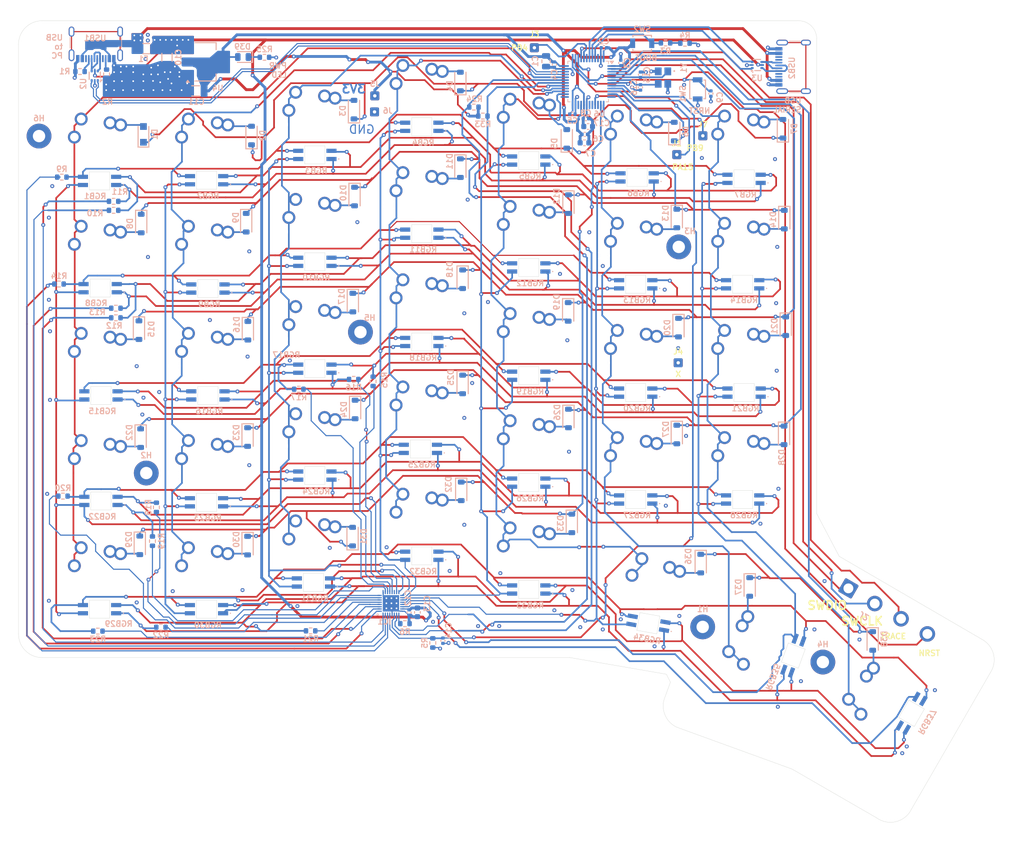
<source format=kicad_pcb>
(kicad_pcb (version 20241229) (generator "pcbnew") (generator_version "9.0")
  (layers (0 "F.Cu" signal "F.Signal") (4 "In1.Cu" power "U.GND") (6 "In2.Cu" power "L.GND") (2 "B.Cu" signal "B.Signal") (13 "F.Paste" user) (15 "B.Paste" user) (5 "F.SilkS" user "F.Silkscreen") (7 "B.SilkS" user "B.Silkscreen") (1 "F.Mask" user) (3 "B.Mask" user) (25 "Edge.Cuts" user))
  (net 0 "")
  (net 1 "GND")
  (net 2 "+3.3V")
  (net 3 "NRST")
  (net 4 "+5V")
  (net 5 "LED_MCU_SDB")
  (net 6 "RCC_OSC_IN")
  (net 7 "RCC_OSC_OUT")
  (net 8 "Net-(D1-A)")
  (net 9 "Row0")
  (net 10 "Net-(D2-A)")
  (net 11 "Net-(D3-A)")
  (net 12 "Net-(D4-A)")
  (net 13 "Net-(D5-A)")
  (net 14 "Net-(D6-A)")
  (net 15 "Net-(D7-A)")
  (net 16 "Row1")
  (net 17 "Net-(D8-A)")
  (net 18 "Net-(D9-A)")
  (net 19 "Net-(D10-A)")
  (net 20 "Net-(D11-A)")
  (net 21 "Net-(D12-A)")
  (net 22 "Net-(D13-A)")
  (net 23 "Net-(D14-A)")
  (net 24 "Net-(D15-A)")
  (net 25 "Row2")
  (net 26 "Net-(D16-A)")
  (net 27 "Net-(D17-A)")
  (net 28 "Net-(D18-A)")
  (net 29 "Net-(D19-A)")
  (net 30 "Net-(D20-A)")
  (net 31 "Net-(D21-A)")
  (net 32 "Row3")
  (net 33 "Net-(D22-A)")
  (net 34 "Net-(D23-A)")
  (net 35 "Net-(D24-A)")
  (net 36 "Net-(D25-A)")
  (net 37 "Net-(D26-A)")
  (net 38 "Net-(D27-A)")
  (net 39 "Net-(D28-A)")
  (net 40 "Net-(D29-A)")
  (net 41 "Row4")
  (net 42 "Net-(D30-A)")
  (net 43 "Net-(D31-A)")
  (net 44 "Net-(D32-A)")
  (net 45 "Net-(D33-A)")
  (net 46 "Net-(D36-A)")
  (net 47 "ThumbRow")
  (net 48 "Net-(D37-A)")
  (net 49 "Net-(D38-A)")
  (net 50 "/PWR_LED")
  (net 51 "VBUS")
  (net 52 "/RGB Array/CS4")
  (net 53 "/RGB Array/CS5")
  (net 54 "/RGB Array/CS12")
  (net 55 "/RGB Array/SW8")
  (net 56 "/RGB Array/SW3")
  (net 57 "/RGB Array/CS13")
  (net 58 "LED_MCU_SDA")
  (net 59 "/RGB Array/CS9")
  (net 60 "/RGB Array/SW1")
  (net 61 "/RGB Array/ISET")
  (net 63 "LED_MCU_SCL")
  (net 64 "/RGB Array/CS14")
  (net 65 "/RGB Array/SW7")
  (net 66 "/RGB Array/SW5")
  (net 67 "/RGB Array/CS15")
  (net 68 "/RGB Array/SW4")
  (net 69 "/RGB Array/CS8")
  (net 70 "/RGB Array/CS6")
  (net 71 "/RGB Array/CS10")
  (net 72 "/RGB Array/CS3")
  (net 73 "/RGB Array/SW6")
  (net 75 "/RGB Array/SW2")
  (net 76 "/RGB Array/CS2")
  (net 77 "/RGB Array/CS11")
  (net 78 "/RGB Array/CS1")
  (net 79 "/RGB Array/CS7")
  (net 80 "SYS_JTAG_SWCLK")
  (net 81 "SYS_JTAG_SWDIO")
  (net 82 "SYS_JTAG_TRACE")
  (net 83 "Net-(USB1-CC1)")
  (net 84 "Net-(USB1-CC2)")
  (net 85 "Net-(R3-Pad2)")
  (net 86 "BOOT0")
  (net 87 "/RGB Array/B_RGB_ROW_0")
  (net 88 "/RGB Array/G_RGB_ROW_0")
  (net 89 "/RGB Array/R_RGB_ROW_0")
  (net 90 "/RGB Array/G_RGB_ROW_1")
  (net 91 "/RGB Array/B_RGB_ROW_1")
  (net 92 "/RGB Array/G_RGB_ROW_2")
  (net 93 "/RGB Array/B_RGB_ROW_2")
  (net 94 "/RGB Array/G_RGB_ROW_3")
  (net 95 "/RGB Array/B_RGB_ROW_3")
  (net 96 "/RGB Array/G_RGB_ROW_4")
  (net 97 "/RGB Array/B_RGB_ROW_4")
  (net 101 "Col0")
  (net 102 "Col1")
  (net 103 "Col2")
  (net 104 "Col3")
  (net 105 "Col4")
  (net 106 "Col5")
  (net 107 "Col6")
  (net 108 "USB_MCU_D-")
  (net 109 "USB_CONN_D+")
  (net 110 "USB_MCU_D+")
  (net 111 "USB_CONN_D-")
  (net 112 "USB_Tx+")
  (net 113 "USB_Tx-")
  (net 114 "USB_CONN_Tx+")
  (net 116 "unconnected-(USB1-SHIELD-PadS1)")
  (net 119 "unconnected-(USB2-SHIELD-PadS1)")
  (net 120 "/RGB Array/R_RGB_ROW_1")
  (net 121 "/RGB Array/R_RGB_ROW_2")
  (net 122 "/RGB Array/R_RGB_ROW_3")
  (net 123 "/RGB Array/R_RGB_ROW_4")
  (net 124 "USB_CONN_Tx-")
  (net 128 "PB4")
  (net 129 "PA15")
  (net 130 "PB9")
  (footprint "SamacSys_Parts:T36K3BGR05D000121U1930_MODEL_INVERTED" (layer "F.Cu") (at 76.9125 39.875)
    (property "Reference" "RGB19")
    (property "Value" "T36K3BGR-05D000121U1930" (hide yes))
    (fp_line (start -1.8 -1.6) (end 1.8 -1.6) (stroke (width 0.05)) (layer "Edge.Cuts"))
    (fp_line (start -1.8 1.6) (end -1.8 -1.6) (stroke (width 0.05)) (layer "Edge.Cuts"))
    (fp_line (start 1.8 -1.6) (end 1.8 1.6) (stroke (width 0.05)) (layer "Edge.Cuts"))
    (fp_line (start 1.8 1.6) (end -1.8 1.6) (stroke (width 0.05)) (layer "Edge.Cuts"))
  )
  (footprint "SamacSys_Parts:T36K3BGR05D000121U1930_MODEL_INVERTED" (layer "F.Cu") (at 95.9125 42.875)
    (property "Reference" "RGB20")
    (property "Value" "T36K3BGR-05D000121U1930" (hide yes))
    (fp_line (start -1.8 -1.6) (end 1.8 -1.6) (stroke (width 0.05)) (layer "Edge.Cuts"))
    (fp_line (start -1.8 1.6) (end -1.8 -1.6) (stroke (width 0.05)) (layer "Edge.Cuts"))
    (fp_line (start 1.8 -1.6) (end 1.8 1.6) (stroke (width 0.05)) (layer "Edge.Cuts"))
    (fp_line (start 1.8 1.6) (end -1.8 1.6) (stroke (width 0.05)) (layer "Edge.Cuts"))
  )
  (footprint "SamacSys_Parts:T36K3BGR05D000121U1930_MODEL_INVERTED" (layer "F.Cu") (at 76.9125 77.875)
    (property "Reference" "RGB33")
    (property "Value" "T36K3BGR-05D000121U1930" (hide yes))
    (fp_line (start -1.8 -1.6) (end 1.8 -1.6) (stroke (width 0.05)) (layer "Edge.Cuts"))
    (fp_line (start -1.8 1.6) (end -1.8 -1.6) (stroke (width 0.05)) (layer "Edge.Cuts"))
    (fp_line (start 1.8 -1.6) (end 1.8 1.6) (stroke (width 0.05)) (layer "Edge.Cuts"))
    (fp_line (start 1.8 1.6) (end -1.8 1.6) (stroke (width 0.05)) (layer "Edge.Cuts"))
  )
  (footprint "SamacSys_Parts:T36K3BGR05D000121U1930_MODEL_INVERTED" (layer "F.Cu") (at 0.6625 81.375)
    (property "Reference" "RGB29")
    (property "Value" "T36K3BGR-05D000121U1930" (hide yes))
    (fp_line (start -1.8 -1.6) (end 1.8 -1.6) (stroke (width 0.05)) (layer "Edge.Cuts"))
    (fp_line (start -1.8 1.6) (end -1.8 -1.6) (stroke (width 0.05)) (layer "Edge.Cuts"))
    (fp_line (start 1.8 -1.6) (end 1.8 1.6) (stroke (width 0.05)) (layer "Edge.Cuts"))
    (fp_line (start 1.8 1.6) (end -1.8 1.6) (stroke (width 0.05)) (layer "Edge.Cuts"))
  )
  (footprint "SamacSys_Parts:T36K3BGR05D000121U1930_MODEL_INVERTED" (layer "F.Cu") (at 38.6625 76.625)
    (property "Reference" "RGB31")
    (property "Value" "T36K3BGR-05D000121U1930" (hide yes))
    (fp_line (start -1.8 -1.6) (end 1.8 -1.6) (stroke (width 0.05)) (layer "Edge.Cuts"))
    (fp_line (start -1.8 1.6) (end -1.8 -1.6) (stroke (width 0.05)) (layer "Edge.Cuts"))
    (fp_line (start 1.8 -1.6) (end 1.8 1.6) (stroke (width 0.05)) (layer "Edge.Cuts"))
    (fp_line (start 1.8 1.6) (end -1.8 1.6) (stroke (width 0.05)) (layer "Edge.Cuts"))
  )
  (footprint "SamacSys_Parts:T36K3BGR05D000121U1930_MODEL_INVERTED" (layer "F.Cu") (at 57.9125 14.625)
    (property "Reference" "RGB11")
    (property "Value" "T36K3BGR-05D000121U1930" (hide yes))
    (fp_line (start -1.8 -1.6) (end 1.8 -1.6) (stroke (width 0.05)) (layer "Edge.Cuts"))
    (fp_line (start -1.8 1.6) (end -1.8 -1.6) (stroke (width 0.05)) (layer "Edge.Cuts"))
    (fp_line (start 1.8 -1.6) (end 1.8 1.6) (stroke (width 0.05)) (layer "Edge.Cuts"))
    (fp_line (start 1.8 1.6) (end -1.8 1.6) (stroke (width 0.05)) (layer "Edge.Cuts"))
  )
  (footprint "SamacSys_Parts:T36K3BGR05D000121U1930_MODEL_INVERTED" (layer "F.Cu") (at 95.9125 23.625)
    (property "Reference" "RGB13")
    (property "Value" "T36K3BGR-05D000121U1930" (hide yes))
    (fp_line (start -1.8 -1.6) (end 1.8 -1.6) (stroke (width 0.05)) (layer "Edge.Cuts"))
    (fp_line (start -1.8 1.6) (end -1.8 -1.6) (stroke (width 0.05)) (layer "Edge.Cuts"))
    (fp_line (start 1.8 -1.6) (end 1.8 1.6) (stroke (width 0.05)) (layer "Edge.Cuts"))
    (fp_line (start 1.8 1.6) (end -1.8 1.6) (stroke (width 0.05)) (layer "Edge.Cuts"))
  )
  (footprint "SamacSys_Parts:T36K3BGR05D000121U1930_MODEL_INVERTED" (layer "F.Cu") (at 95.9125 61.875)
    (property "Reference" "RGB27")
    (property "Value" "T36K3BGR-05D000121U1930" (hide yes))
    (fp_line (start -1.8 -1.6) (end 1.8 -1.6) (stroke (width 0.05)) (layer "Edge.Cuts"))
    (fp_line (start -1.8 1.6) (end -1.8 -1.6) (stroke (width 0.05)) (layer "Edge.Cuts"))
    (fp_line (start 1.8 -1.6) (end 1.8 1.6) (stroke (width 0.05)) (layer "Edge.Cuts"))
    (fp_line (start 1.8 1.6) (end -1.8 1.6) (stroke (width 0.05)) (layer "Edge.Cuts"))
  )
  (footprint "MX_KS33:MX_KS33-Solderable-1U" (layer "F.Cu") (at 76.2 34.575)
    (property "Reference" "S19")
    (property "Value" "Keyswitch")
  )
  (footprint "MX_KS33:MX_KS33-Solderable-1U" (layer "F.Cu") (at 19.05 19.05)
    (property "Reference" "S9")
    (property "Value" "Keyswitch")
  )
  (footprint "SamacSys_Parts:T36K3BGR05D000121U1930_MODEL_INVERTED" (layer "F.Cu") (at 0.7725 24.315)
    (property "Reference" "RGB8")
    (property "Value" "T36K3BGR-05D000121U1930" (hide yes))
    (fp_line (start -1.8 -1.6) (end 1.8 -1.6) (stroke (width 0.05)) (layer "Edge.Cuts"))
    (fp_line (start -1.8 1.6) (end -1.8 -1.6) (stroke (width 0.05)) (layer "Edge.Cuts"))
    (fp_line (start 1.8 -1.6) (end 1.8 1.6) (stroke (width 0.05)) (layer "Edge.Cuts"))
    (fp_line (start 1.8 1.6) (end -1.8 1.6) (stroke (width 0.05)) (layer "Edge.Cuts"))
  )
  (footprint "SamacSys_Parts:T36K3BGR05D000121U1930_MODEL_INVERTED" (layer "F.Cu") (at 114.9125 23.625)
    (property "Reference" "RGB14")
    (property "Value" "T36K3BGR-05D000121U1930" (hide yes))
    (fp_line (start -1.8 -1.6) (end 1.8 -1.6) (stroke (width 0.05)) (layer "Edge.Cuts"))
    (fp_line (start -1.8 1.6) (end -1.8 -1.6) (stroke (width 0.05)) (layer "Edge.Cuts"))
    (fp_line (start 1.8 -1.6) (end 1.8 1.6) (stroke (width 0.05)) (layer "Edge.Cuts"))
    (fp_line (start 1.8 1.6) (end -1.8 1.6) (stroke (width 0.05)) (layer "Edge.Cuts"))
  )
  (footprint "MX_KS33:MX_KS33-Solderable-1U" (layer "F.Cu") (at 95.25 18.525)
    (property "Reference" "S13")
    (property "Value" "Keyswitch")
  )
  (footprint "MX_KS33:MX_KS33-Solderable-1U" (layer "F.Cu") (at 114.3 56.625)
    (property "Reference" "S28")
    (property "Value" "Keyswitch")
  )
  (footprint "MX_KS33:MX_KS33-Solderable-1U" (layer "F.Cu") (at 95.25 56.625)
    (property "Reference" "S27")
    (property "Value" "Keyswitch")
  )
  (footprint "SamacSys_Parts:T36K3BGR05D000121U1930_MODEL_INVERTED" (layer "F.Cu") (at 19.6625 62.375)
    (property "Reference" "RGB23")
    (property "Value" "T36K3BGR-05D000121U1930" (hide yes))
    (fp_line (start -1.8 -1.6) (end 1.8 -1.6) (stroke (width 0.05)) (layer "Edge.Cuts"))
    (fp_line (start -1.8 1.6) (end -1.8 -1.6) (stroke (width 0.05)) (layer "Edge.Cuts"))
    (fp_line (start 1.8 -1.6) (end 1.8 1.6) (stroke (width 0.05)) (layer "Edge.Cuts"))
    (fp_line (start 1.8 1.6) (end -1.8 1.6) (stroke (width 0.05)) (layer "Edge.Cuts"))
  )
  (footprint "SamacSys_Parts:T36K3BGR05D000121U1930_MODEL_INVERTED" (layer "F.Cu") (at 0.6625 5.245)
    (property "Reference" "RGB1")
    (property "Value" "T36K3BGR-05D000121U1930" (hide yes))
    (fp_line (start -1.8 -1.6) (end 1.8 -1.6) (stroke (width 0.05)) (layer "Edge.Cuts"))
    (fp_line (start -1.8 1.6) (end -1.8 -1.6) (stroke (width 0.05)) (layer "Edge.Cuts"))
    (fp_line (start 1.8 -1.6) (end 1.8 1.6) (stroke (width 0.05)) (layer "Edge.Cuts"))
    (fp_line (start 1.8 1.6) (end -1.8 1.6) (stroke (width 0.05)) (layer "Edge.Cuts"))
  )
  (footprint "SamacSys_Parts:T36K3BGR05D000121U1930_MODEL_INVERTED" (layer "F.Cu") (at 19.6825 5.125)
    (property "Reference" "RGB2")
    (property "Value" "T36K3BGR-05D000121U1930" (hide yes))
    (fp_line (start -1.8 -1.6) (end 1.8 -1.6) (stroke (width 0.05)) (layer "Edge.Cuts"))
    (fp_line (start -1.8 1.6) (end -1.8 -1.6) (stroke (width 0.05)) (layer "Edge.Cuts"))
    (fp_line (start 1.8 -1.6) (end 1.8 1.6) (stroke (width 0.05)) (layer "Edge.Cuts"))
    (fp_line (start 1.8 1.6) (end -1.8 1.6) (stroke (width 0.05)) (layer "Edge.Cuts"))
  )
  (footprint "MX_KS33:MX_KS33-Solderable-1U" (layer "F.Cu") (at 76.2 72.675)
    (property "Reference" "S33")
    (property "Value" "Keyswitch")
  )
  (footprint "MX_KS33:MX_KS33-Solderable-1U" (layer "F.Cu") (at 76.2 53.625)
    (property "Reference" "S26")
    (property "Value" "Keyswitch")
  )
  (footprint "MX_KS33:MX_KS33-Solderable-1U" (layer "F.Cu") (at 19.05 76.2)
    (property "Reference" "S30")
    (property "Value" "Keyswitch")
  )
  (footprint "MX_KS33:MX_KS33-Solderable-1U" (layer "F.Cu") (at 114.3 37.575)
    (property "Reference" "S21")
    (property "Value" "Keyswitch")
  )
  (footprint "MX_KS33:MX_KS33-Solderable-1U" (layer "F.Cu") (at 38.1 71.4375)
    (property "Reference" "S31")
    (property "Value" "Keyswitch")
  )
  (footprint "SamacSys_Parts:T36K3BGR05D000121U1930_MODEL_INVERTED" (layer "F.Cu") (at 57.9125 -4.375)
    (property "Reference" "RGB4")
    (property "Value" "T36K3BGR-05D000121U1930" (hide yes))
    (fp_line (start -1.8 -1.6) (end 1.8 -1.6) (stroke (width 0.05)) (layer "Edge.Cuts"))
    (fp_line (start -1.8 1.6) (end -1.8 -1.6) (stroke (width 0.05)) (layer "Edge.Cuts"))
    (fp_line (start 1.8 -1.6) (end 1.8 1.6) (stroke (width 0.05)) (layer "Edge.Cuts"))
    (fp_line (start 1.8 1.6) (end -1.8 1.6) (stroke (width 0.05)) (layer "Edge.Cuts"))
  )
  (footprint "MX_KS33:MX_KS33-Solderable-1U" (layer "F.Cu") (at 57.15 66.675)
    (property "Reference" "S32")
    (property "Value" "Keyswitch")
  )
  (footprint "MX_KS33:MX_KS33-Solderable-1U" (layer "F.Cu") (at 57.15 -9.525)
    (property "Reference" "S4")
    (property "Value" "Keyswitch")
  )
  (footprint "MX_KS33:MX_KS33-Solderable-1U" (layer "F.Cu") (at 57.15 28.575)
    (property "Reference" "S18")
    (property "Value" "Keyswitch")
  )
  (footprint "SamacSys_Parts:T36K3BGR05D000121U1930_MODEL_INVERTED" (layer "F.Cu") (at 38.9125 38.625)
    (property "Reference" "RGB17")
    (property "Value" "T36K3BGR-05D000121U1930" (hide yes))
    (fp_line (start -1.8 -1.6) (end 1.8 -1.6) (stroke (width 0.05)) (layer "Edge.Cuts"))
    (fp_line (start -1.8 1.6) (end -1.8 -1.6) (stroke (width 0.05)) (layer "Edge.Cuts"))
    (fp_line (start 1.8 -1.6) (end 1.8 1.6) (stroke (width 0.05)) (layer "Edge.Cuts"))
    (fp_line (start 1.8 1.6) (end -1.8 1.6) (stroke (width 0.05)) (layer "Edge.Cuts"))
  )
  (footprint "MX_KS33:MX_KS33-Solderable-1U" (layer "F.Cu") (at 114.3 -0.525)
    (property "Reference" "S7")
    (property "Value" "Keyswitch")
  )
  (footprint "SamacSys_Parts:T36K3BGR05D000121U1930_MODEL_INVERTED" (layer "F.Cu") (at 115.1625 42.875)
    (property "Reference" "RGB21")
    (property "Value" "T36K3BGR-05D000121U1930" (hide yes))
    (fp_line (start -1.8 -1.6) (end 1.8 -1.6) (stroke (width 0.05)) (layer "Edge.Cuts"))
    (fp_line (start -1.8 1.6) (end -1.8 -1.6) (stroke (width 0.05)) (layer "Edge.Cuts"))
    (fp_line (start 1.8 -1.6) (end 1.8 1.6) (stroke (width 0.05)) (layer "Edge.Cuts"))
    (fp_line (start 1.8 1.6) (end -1.8 1.6) (stroke (width 0.05)) (layer "Edge.Cuts"))
  )
  (footprint "MX_KS33:MX_KS33-Solderable-1U" (layer "F.Cu") (at 76.2 15.525)
    (property "Reference" "S12")
    (property "Value" "Keyswitch")
  )
  (footprint "MX_KS33:MX_KS33-Solderable-1U" (layer "F.Cu") (at 19.05 57.15)
    (property "Reference" "S23")
    (property "Value" "Keyswitch")
  )
  (footprint "SamacSys_Parts:T36K3BGR05D000121U1930_MODEL_INVERTED" (layer "F.Cu") (at 96.1625 4.625)
    (property "Reference" "RGB6")
    (property "Value" "T36K3BGR-05D000121U1930" (hide yes))
    (fp_line (start -1.8 -1.6) (end 1.8 -1.6) (stroke (width 0.05)) (layer "Edge.Cuts"))
    (fp_line (start -1.8 1.6) (end -1.8 -1.6) (stroke (width 0.05)) (layer "Edge.Cuts"))
    (fp_line (start 1.8 -1.6) (end 1.8 1.6) (stroke (width 0.05)) (layer "Edge.Cuts"))
    (fp_line (start 1.8 1.6) (end -1.8 1.6) (stroke (width 0.05)) (layer "Edge.Cuts"))
  )
  (footprint "MX_KS33:MX_KS33-Solderable-1U" (layer "F.Cu") (at 38.1 -4.7625)
    (property "Reference" "S3")
    (property "Value" "Keyswitch")
  )
  (footprint "SamacSys_Parts:T36K3BGR05D000121U1930_MODEL_INVERTED" (layer "F.Cu") (at 114.9125 61.875)
    (property "Reference" "RGB28")
    (property "Value" "T36K3BGR-05D000121U1930" (hide yes))
    (fp_line (start -1.8 -1.6) (end 1.8 -1.6) (stroke (width 0.05)) (layer "Edge.Cuts"))
    (fp_line (start -1.8 1.6) (end -1.8 -1.6) (stroke (width 0.05)) (layer "Edge.Cuts"))
    (fp_line (start 1.8 -1.6) (end 1.8 1.6) (stroke (width 0.05)) (layer "Edge.Cuts"))
    (fp_line (start 1.8 1.6) (end -1.8 1.6) (stroke (width 0.05)) (layer "Edge.Cuts"))
  )
  (footprint "Connector_Wire:SolderWire-0.1sqmm_1x01_D0.4mm_OD1mm" (layer "F.Cu") (at 107.8375 -2.775)
    (property "Reference" "J7")
    (property "Value" "Conn_01x01")
  )
  (footprint "SamacSys_Parts:T36K3BGR05D000121U1930_MODEL_INVERTED" (layer "F.Cu") (at 76.9125 58.875)
    (property "Reference" "RGB26")
    (property "Value" "T36K3BGR-05D000121U1930" (hide yes))
    (fp_line (start -1.8 -1.6) (end 1.8 -1.6) (stroke (width 0.05)) (layer "Edge.Cuts"))
    (fp_line (start -1.8 1.6) (end -1.8 -1.6) (stroke (width 0.05)) (layer "Edge.Cuts"))
    (fp_line (start 1.8 -1.6) (end 1.8 1.6) (stroke (width 0.05)) (layer "Edge.Cuts"))
    (fp_line (start 1.8 1.6) (end -1.8 1.6) (stroke (width 0.05)) (layer "Edge.Cuts"))
  )
  (footprint "SamacSys_Parts:T36K3BGR05D000121U1930_MODEL_INVERTED" (layer "F.Cu") (at 144.9125 99.875 -120)
    (property "Reference" "RGB37")
    (property "Value" "T36K3BGR-05D000121U1930" (hide yes))
    (fp_line (start 1.8 1.6) (end -1.8 1.6) (stroke (width 0.05)) (layer "Edge.Cuts"))
    (fp_line (start -1.8 1.6) (end -1.8 -1.6) (stroke (width 0.05)) (layer "Edge.Cuts"))
    (fp_line (start 1.8 -1.6) (end 1.8 1.6) (stroke (width 0.05)) (layer "Edge.Cuts"))
    (fp_line (start -1.8 -1.6) (end 1.8 -1.6) (stroke (width 0.05)) (layer "Edge.Cuts"))
  )
  (footprint "SamacSys_Parts:T36K3BGR05D000121U1930_MODEL_INVERTED" (layer "F.Cu") (at 123.9125 89.625 -110)
    (property "Reference" "RGB35")
    (property "Value" "T36K3BGR-05D000121U1930" (hide yes))
    (fp_line (start 1.799999 1.6) (end -1.8 1.6) (stroke (width 0.05)) (layer "Edge.Cuts"))
    (fp_line (start -1.8 1.6) (end -1.799999 -1.6) (stroke (width 0.05)) (layer "Edge.Cuts"))
    (fp_line (start 1.8 -1.6) (end 1.799999 1.6) (stroke (width 0.05)) (layer "Edge.Cuts"))
    (fp_line (start -1.799999 -1.6) (end 1.8 -1.6) (stroke (width 0.05)) (layer "Edge.Cuts"))
  )
  (footprint "MX_KS33:MX_KS33-Solderable-1U" (layer "F.Cu") (at 57.15 47.625)
    (property "Reference" "S25")
    (property "Value" "Keyswitch")
  )
  (footprint "MX_KS33:MX_KS33-Solderable-1U" (layer "F.Cu") (at 38.1 52.3875)
    (property "Reference" "S24")
    (property "Value" "Keyswitch")
  )
  (footprint "MX_KS33:MX_KS33-Solderable-1U" (layer "F.Cu") (at 0 57.15)
    (property "Reference" "S22")
    (property "Value" "Keyswitch")
  )
  (footprint "MX_KS33:MX_KS33-Solderable-1U" (layer "F.Cu") (at 19.05 0)
    (property "Reference" "S2")
    (property "Value" "Keyswitch")
  )
  (footprint "SamacSys_Parts:T36K3BGR05D000121U1930_MODEL_INVERTED" (layer "F.Cu") (at 76.9125 20.625)
    (property "Reference" "RGB12")
    (property "Value" "T36K3BGR-05D000121U1930" (hide yes))
    (fp_line (start -1.8 -1.6) (end 1.8 -1.6) (stroke (width 0.05)) (layer "Edge.Cuts"))
    (fp_line (start -1.8 1.6) (end -1.8 -1.6) (stroke (width 0.05)) (layer "Edge.Cuts"))
    (fp_line (start 1.8 -1.6) (end 1.8 1.6) (stroke (width 0.05)) (layer "Edge.Cuts"))
    (fp_line (start 1.8 1.6) (end -1.8 1.6) (stroke (width 0.05)) (layer "Edge.Cuts"))
  )
  (footprint "Connector_Wire:SolderWire-0.1sqmm_1x01_D0.4mm_OD1mm" (layer "F.Cu") (at 103.4625 37.575)
    (property "Reference" "J4")
    (property "Value" "Conn_01x01")
  )
  (footprint "SamacSys_Parts:T36K3BGR05D000121U1930_MODEL_INVERTED" (layer "F.Cu") (at 38.9125 0.625)
    (property "Reference" "RGB3")
    (property "Value" "T36K3BGR-05D000121U1930" (hide yes))
    (fp_line (start -1.8 -1.6) (end 1.8 -1.6) (stroke (width 0.05)) (layer "Edge.Cuts"))
    (fp_line (start -1.8 1.6) (end -1.8 -1.6) (stroke (width 0.05)) (layer "Edge.Cuts"))
    (fp_line (start 1.8 -1.6) (end 1.8 1.6) (stroke (width 0.05)) (layer "Edge.Cuts"))
    (fp_line (start 1.8 1.6) (end -1.8 1.6) (stroke (width 0.05)) (layer "Edge.Cuts"))
  )
  (footprint "SamacSys_Parts:T36K3BGR05D000121U1930_MODEL_INVERTED" (layer "F.Cu") (at 38.9125 57.625)
    (property "Reference" "RGB24")
    (property "Value" "T36K3BGR-05D000121U1930" (hide yes))
    (fp_line (start -1.8 -1.6) (end 1.8 -1.6) (stroke (width 0.05)) (layer "Edge.Cuts"))
    (fp_line (start -1.8 1.6) (end -1.8 -1.6) (stroke (width 0.05)) (layer "Edge.Cuts"))
    (fp_line (start 1.8 -1.6) (end 1.8 1.6) (stroke (width 0.05)) (layer "Edge.Cuts"))
    (fp_line (start 1.8 1.6) (end -1.8 1.6) (stroke (width 0.05)) (layer "Edge.Cuts"))
  )
  (footprint "Connector_Wire:SolderWire-0.1sqmm_1x01_D0.4mm_OD1mm" (layer "F.Cu") (at 77.9125 -18.425)
    (property "Reference" "J3")
    (property "Value" "Conn_01x01")
  )
  (footprint "SamacSys_Parts:T36K3BGR05D000121U1930_MODEL_INVERTED" (layer "F.Cu") (at 98.1625 83.875 -10)
    (property "Reference" "RGB34")
    (property "Value" "T36K3BGR-05D000121U1930" (hide yes))
    (fp_line (start -1.8 1.6) (end -1.8 -1.6) (stroke (width 0.05)) (layer "Edge.Cuts"))
    (fp_line (start -1.8 -1.6) (end 1.8 -1.6) (stroke (width 0.05)) (layer "Edge.Cuts"))
    (fp_line (start 1.8 1.6) (end -1.8 1.6) (stroke (width 0.05)) (layer "Edge.Cuts"))
    (fp_line (start 1.8 -1.6) (end 1.8 1.6) (stroke (width 0.05)) (layer "Edge.Cuts"))
  )
  (footprint "MX_KS33:MX_KS33-Solderable-1U" (layer "F.Cu") (at 0 19.05)
    (property "Reference" "S8")
    (property "Value" "Keyswitch")
  )
  (footprint "SamacSys_Parts:T36K3BGR05D000121U1930_MODEL_INVERTED" (layer "F.Cu") (at 0.9125 62.125)
    (property "Reference" "RGB22")
    (property "Value" "T36K3BGR-05D000121U1930" (hide yes))
    (fp_line (start -1.8 -1.6) (end 1.8 -1.6) (stroke (width 0.05)) (layer "Edge.Cuts"))
    (fp_line (start -1.8 1.6) (end -1.8 -1.6) (stroke (width 0.05)) (layer "Edge.Cuts"))
    (fp_line (start 1.8 -1.6) (end 1.8 1.6) (stroke (width 0.05)) (layer "Edge.Cuts"))
    (fp_line (start 1.8 1.6) (end -1.8 1.6) (stroke (width 0.05)) (layer "Edge.Cuts"))
  )
  (footprint "SamacSys_Parts:T36K3BGR05D000121U1930_MODEL_INVERTED" (layer "F.Cu") (at 57.6625 52.875)
    (property "Reference" "RGB25")
    (property "Value" "T36K3BGR-05D000121U1930" (hide yes))
    (fp_line (start -1.8 -1.6) (end 1.8 -1.6) (stroke (width 0.05)) (layer "Edge.Cuts"))
    (fp_line (start -1.8 1.6) (end -1.8 -1.6) (stroke (width 0.05)) (layer "Edge.Cuts"))
    (fp_line (start 1.8 -1.6) (end 1.8 1.6) (stroke (width 0.05)) (layer "Edge.Cuts"))
    (fp_line (start 1.8 1.6) (end -1.8 1.6) (stroke (width 0.05)) (layer "Edge.Cuts"))
  )
  (footprint "MX_KS33:MX_KS33-Solderable-1U" (layer "F.Cu") (at 95.25 37.575)
    (property "Reference" "S20")
    (property "Value" "Keyswitch")
  )
  (footprint "SamacSys_Parts:T36K3BGR05D000121U1930_MODEL_INVERTED" (layer "F.Cu") (at 57.9125 71.875)
    (property "Reference" "RGB32")
    (property "Value" "T36K3BGR-05D000121U1930" (hide yes))
    (fp_line (start -1.8 -1.6) (end 1.8 -1.6) (stroke (width 0.05)) (layer "Edge.Cuts"))
    (fp_line (start -1.8 1.6) (end -1.8 -1.6) (stroke (width 0.05)) (layer "Edge.Cuts"))
    (fp_line (start 1.8 -1.6) (end 1.8 1.6) (stroke (width 0.05)) (layer "Edge.Cuts"))
    (fp_line (start 1.8 1.6) (end -1.8 1.6) (stroke (width 0.05)) (layer "Edge.Cuts"))
  )
  (footprint "MX_KS33:MX_KS33-Solderable-1U" (layer "F.Cu") (at 76.2 -3.525)
    (property "Reference" "S5")
    (property "Value" "Keyswitch")
  )
  (footprint "SamacSys_Parts:T36K3BGR05D000121U1930_MODEL_INVERTED" (layer "F.Cu") (at 76.9125 1.625)
    (property "Reference" "RGB5")
    (property "Value" "T36K3BGR-05D000121U1930" (hide yes))
    (fp_line (start -1.8 -1.6) (end 1.8 -1.6) (stroke (width 0.05)) (layer "Edge.Cuts"))
    (fp_line (start -1.8 1.6) (end -1.8 -1.6) (stroke (width 0.05)) (layer "Edge.Cuts"))
    (fp_line (start 1.8 -1.6) (end 1.8 1.6) (stroke (width 0.05)) (layer "Edge.Cuts"))
    (fp_line (start 1.8 1.6) (end -1.8 1.6) (stroke (width 0.05)) (layer "Edge.Cuts"))
  )
  (footprint "SamacSys_Parts:T36K3BGR05D000121U1930_MODEL_INVERTED" (layer "F.Cu") (at 57.9125 33.875)
    (property "Reference" "RGB18")
    (property "Value" "T36K3BGR-05D000121U1930" (hide yes))
    (fp_line (start -1.8 -1.6) (end 1.8 -1.6) (stroke (width 0.05)) (layer "Edge.Cuts"))
    (fp_line (start -1.8 1.6) (end -1.8 -1.6) (stroke (width 0.05)) (layer "Edge.Cuts"))
    (fp_line (start 1.8 -1.6) (end 1.8 1.6) (stroke (width 0.05)) (layer "Edge.Cuts"))
    (fp_line (start 1.8 1.6) (end -1.8 1.6) (stroke (width 0.05)) (layer "Edge.Cuts"))
  )
  (footprint "SamacSys_Parts:T36K3BGR05D000121U1930_MODEL_INVERTED" (layer "F.Cu") (at 19.9125 24.375)
    (property "Reference" "RGB9")
    (property "Value" "T36K3BGR-05D000121U1930" (hide yes))
    (fp_line (start -1.8 -1.6) (end 1.8 -1.6) (stroke (width 0.05)) (layer "Edge.Cuts"))
    (fp_line (start -1.8 1.6) (end -1.8 -1.6) (stroke (width 0.05)) (layer "Edge.Cuts"))
    (fp_line (start 1.8 -1.6) (end 1.8 1.6) (stroke (width 0.05)) (layer "Edge.Cuts"))
    (fp_line (start 1.8 1.6) (end -1.8 1.6) (stroke (width 0.05)) (layer "Edge.Cuts"))
  )
  (footprint "MX_KS33:MX_KS33-Solderable-1U" (layer "F.Cu") (at 0 38.1)
    (property "Reference" "S15")
    (property "Value" "Keyswitch")
  )
  (footprint "SamacSys_Parts:T36K3BGR05D000121U1930_MODEL_INVERTED" (layer "F.Cu") (at 19.6625 81.375)
    (property "Reference" "RGB30")
    (property "Value" "T36K3BGR-05D000121U1930" (hide yes))
    (fp_line (start -1.8 -1.6) (end 1.8 -1.6) (stroke (width 0.05)) (layer "Edge.Cuts"))
    (fp_line (start -1.8 1.6) (end -1.8 -1.6) (stroke (width 0.05)) (layer "Edge.Cuts"))
    (fp_line (start 1.8 -1.6) (end 1.8 1.6) (stroke (width 0.05)) (layer "Edge.Cuts"))
    (fp_line (start 1.8 1.6) (end -1.8 1.6) (stroke (width 0.05)) (layer "Edge.Cuts"))
  )
  (footprint "MX_KS33:MX_KS33-Solderable-1U" (layer "F.Cu") (at 19.05 38.1)
    (property "Reference" "S16")
    (property "Value" "Keyswitch")
  )
  (footprint "MX_KS33:MX_KS33-Solderable-1U" (layer "F.Cu") (at 38.1 33.3375)
    (property "Reference" "S17")
    (property "Value" "Keyswitch")
  )
  (footprint "MX_KS33:MX_KS33-Solderable-1U" (layer "F.Cu") (at 38.1 14.2875)
    (property "Reference" "S10")
    (property "Value" "Keyswitch")
  )
  (footprint "SamacSys_Parts:T36K3BGR05D000121U1930_MODEL_INVERTED" (layer "F.Cu") (at 38.9125 19.625)
    (property "Reference" "RGB10")
    (property "Value" "T36K3BGR-05D000121U1930" (hide yes))
    (fp_line (start -1.8 -1.6) (end 1.8 -1.6) (stroke (width 0.05)) (layer "Edge.Cuts"))
    (fp_line (start -1.8 1.6) (end -1.8 -1.6) (stroke (width 0.05)) (layer "Edge.Cuts"))
    (fp_line (start 1.8 -1.6) (end 1.8 1.6) (stroke (width 0.05)) (layer "Edge.Cuts"))
    (fp_line (start 1.8 1.6) (end -1.8 1.6) (stroke (width 0.05)) (layer "Edge.Cuts"))
  )
  (footprint "SamacSys_Parts:T36K3BGR05D000121U1930_MODEL_INVERTED" (layer "F.Cu") (at 115.1625 4.875)
    (property "Reference" "RGB7")
    (property "Value" "T36K3BGR-05D000121U1930" (hide yes))
    (fp_line (start -1.8 -1.6) (end 1.8 -1.6) (stroke (width 0.05)) (layer "Edge.Cuts"))
    (fp_line (start -1.8 1.6) (end -1.8 -1.6) (stroke (width 0.05)) (layer "Edge.Cuts"))
    (fp_line (start 1.8 -1.6) (end 1.8 1.6) (stroke (width 0.05)) (layer "Edge.Cuts"))
    (fp_line (start 1.8 1.6) (end -1.8 1.6) (stroke (width 0.05)) (layer "Edge.Cuts"))
  )
  (footprint "MX_KS33:MX_KS33-Solderable-1U" (layer "F.Cu") (at 114.3 18.525)
    (property "Reference" "S14")
    (property "Value" "Keyswitch")
  )
  (footprint "MX_KS33:MX_KS33-Solderable-1.5U" (layer "F.Cu") (at 140.0225 98.015 60)
    (property "Reference" "S36")
    (property "Value" "Keyswitch")
  )
  (footprint "MX_KS33:MX_KS33-Solderable-1U" (layer "F.Cu") (at 57.15 9.525)
    (property "Reference" "S11")
    (property "Value" "Keyswitch")
  )
  (footprint "MX_KS33:MX_KS33-Solderable-1U" (layer "F.Cu") (at 0 0)
    (property "Reference" "S1")
    (property "Value" "Keyswitch")
  )
  (footprint "MX_KS33:MX_KS33-Solderable-1U" (layer "F.Cu") (at 0 76.2)
    (property "Reference" "S29")
    (property "Value" "Keyswitch")
  )
  (footprint "MX_KS33:MX_KS33-Solderable-1U" (layer "F.Cu") (at 95.25 -0.525)
    (property "Reference" "S6")
    (property "Value" "Keyswitch")
  )
  (footprint "MX_KS33:MX_KS33-Solderable-1.5U" (layer "F.Cu") (at 118.7325 88.445 70)
    (property "Reference" "S35")
    (property "Value" "Keyswitch")
  )
  (footprint "MX_KS33:MX_KS33-Solderable-1U" (layer "F.Cu") (at 98.5625 78.515 -10)
    (property "Reference" "S34")
    (property "Value" "Keyswitch")
  )
  (footprint "SamacSys_Parts:T36K3BGR05D000121U1930_MODEL_INVERTED" (layer "F.Cu") (at 0.9125 43.375)
    (property "Reference" "RGB15")
    (property "Value" "T36K3BGR-05D000121U1930" (hide yes))
    (fp_line (start -1.8 -1.6) (end 1.8 -1.6) (stroke (width 0.05)) (layer "Edge.Cuts"))
    (fp_line (start -1.8 1.6) (end -1.8 -1.6) (stroke (width 0.05)) (layer "Edge.Cuts"))
    (fp_line (start 1.8 -1.6) (end 1.8 1.6) (stroke (width 0.05)) (layer "Edge.Cuts"))
    (fp_line (start 1.8 1.6) (end -1.8 1.6) (stroke (width 0.05)) (layer "Edge.Cuts"))
  )
  (footprint "Connector_Wire:SolderWire-0.1sqmm_1x01_D0.4mm_OD1mm" (layer "F.Cu") (at 103.2125 0.575)
    (property "Reference" "J1")
    (property "Value" "Conn_01x01")
  )
  (footprint "SamacSys_Parts:T36K3BGR05D000121U1930_MODEL_INVERTED" (layer "F.Cu") (at 19.9125 43.375)
    (property "Reference" "RGB16")
    (property "Value" "T36K3BGR-05D000121U1930" (hide yes))
    (fp_line (start -1.8 -1.6) (end 1.8 -1.6) (stroke (width 0.05)) (layer "Edge.Cuts"))
    (fp_line (start -1.8 1.6) (end -1.8 -1.6) (stroke (width 0.05)) (layer "Edge.Cuts"))
    (fp_line (start 1.8 -1.6) (end 1.8 1.6) (stroke (width 0.05)) (layer "Edge.Cuts"))
    (fp_line (start 1.8 1.6) (end -1.8 1.6) (stroke (width 0.05)) (layer "Edge.Cuts"))
  )
  (footprint "Diode_SMD:D_SOD-123" (layer "B.Cu") (at 64.9125 60.425 -90)
    (property "Reference" "D32")
    (property "Value" "Diode")
  )
  (footprint "Package_QFP:LQFP-48_7x7mm_P0.5mm" (layer "B.Cu") (at 87.4625 -12.425 180)
    (property "Reference" "U6")
    (property "Value" "STM32G431CBTx")
  )
  (footprint "SamacSys_Parts:QFN40P400X400X80-33N-D" (layer "B.Cu") (at 52.4325 80.335)
    (property "Reference" "IC1")
    (property "Value" "IS31FL3729-QFLS4-TR" (hide yes))
  )
  (footprint "Capacitor_SMD:C_0603_1608Metric" (layer "B.Cu") (at 86.8125 -1.525)
    (property "Reference" "C7")
    (property "Value" "1u")
  )
  (footprint "LED_SMD:LED_0805_2012Metric" (layer "B.Cu") (at 26.1625 -16.7775 180)
    (property "Reference" "D39")
    (property "Value" "LED")
  )
  (footprint "Diode_SMD:D_SOD-123" (layer "B.Cu") (at 83.9625 9.375 -90)
    (property "Reference" "D12")
    (property "Value" "Diode")
  )
  (footprint "Capacitor_SMD:C_0402_1005Metric" (layer "B.Cu") (at 55.6525 81.965 90)
    (property "Reference" "C12")
    (property "Value" "100n")
  )
  (footprint "Diode_SMD:D_SOD-123" (layer "B.Cu") (at 122.2625 50.475 -90)
    (property "Reference" "D28")
    (property "Value" "Diode")
  )
  (footprint "Package_TO_SOT_SMD:SOT-666" (layer "B.Cu") (at 117.4625 -15.355)
    (property "Reference" "U3")
    (property "Value" "USBLC6-2P6")
  )
  (footprint "Capacitor_SMD:C_0402_1005Metric" (layer "B.Cu") (at 90.2625 -18.425 180)
    (property "Reference" "C2")
    (property "Value" "100n")
  )
  (footprint "Resistor_SMD:R_0603_1608Metric" (layer "B.Cu") (at 101.2125 -19.275)
    (property "Reference" "R3")
    (property "Value" "5.1k")
  )
  (footprint "Capacitor_SMD:C_0402_1005Metric" (layer "B.Cu") (at 84.6625 -6.625)
    (property "Reference" "C5")
    (property "Value" "100n")
  )
  (footprint "Diode_SMD:D_SOD-123" (layer "B.Cu") (at 83.6625 -2.225 90)
    (property "Reference" "D5")
    (property "Value" "Diode")
  )
  (footprint "Diode_SMD:D_SOD-123" (layer "B.Cu") (at 116.1625 77.425 -90)
    (property "Reference" "D37")
    (property "Value" "Diode")
  )
  (footprint "Capacitor_SMD:C_0805_2012Metric" (layer "B.Cu") (at 79.9875 -16.025 -90)
    (property "Reference" "C1")
    (property "Value" "10u")
  )
  (footprint "Diode_SMD:D_SOD-123" (layer "B.Cu") (at 45.6125 68.475 90)
    (property "Reference" "D31")
    (property "Value" "Diode")
  )
  (footprint "Capacitor_SMD:C_0603_1608Metric" (layer "B.Cu") (at 87.4625 -4.425)
    (property "Reference" "C17")
    (property "Value" "1u")
  )
  (footprint "Diode_SMD:D_SOD-123" (layer "B.Cu") (at 45.9625 8.025 -90)
    (property "Reference" "D10")
    (property "Value" "Diode")
  )
  (footprint "Resistor_SMD:R_0603_1608Metric" (layer "B.Cu") (at 67.1625 -7.875 180)
    (property "Reference" "R24")
    (property "Value" "4k7")
  )
  (footprint "Capacitor_SMD:C_0402_1005Metric" (layer "B.Cu") (at 87.0625 -5.825)
    (property "Reference" "C8")
    (property "Value" "100n")
  )
  (footprint "MountingHole:MountingHole_2.2mm_M2_Pad" (layer "B.Cu") (at 8.9625 57.175 180)
    (property "Reference" "H2")
    (property "Value" "MountingHole_Pad")
  )
  (footprint "Resistor_SMD:R_0603_1608Metric" (layer "B.Cu") (at 1.9125 -13.7175 -90)
    (property "Reference" "R2")
    (property "Value" "5.1k")
  )
  (footprint "Diode_SMD:D_SOD-123" (layer "B.Cu") (at 122.5625 31.075 -90)
    (property "Reference" "D21")
    (property "Value" "Diode")
  )
  (footprint "Capacitor_SMD:C_0402_1005Metric" (layer "B.Cu") (at 61.6625 86.975 -90)
    (property "Reference" "C14")
    (property "Value" "100n")
  )
  (footprint "Diode_SMD:D_SOD-123" (layer "B.Cu") (at 8.0625 12.825 -90)
    (property "Reference" "D8")
    (property "Value" "Diode")
  )
  (footprint "Diode_SMD:D_SOD-123" (layer "B.Cu") (at 65.1625 41.425 -90)
    (property "Reference" "D25")
    (property "Value" "Diode")
  )
  (footprint "Connector_Wire:SolderWire-0.1sqmm_1x01_D0.4mm_OD1mm" (layer "B.Cu") (at 49.5625 -9.875 180)
    (property "Reference" "J5")
    (property "Value" "Conn_01x01")
  )
  (footprint "Diode_SMD:D_SOD-123" (layer "B.Cu") (at 26.9625 50.775 -90)
    (property "Reference" "D23")
    (property "Value" "Diode")
  )
  (footprint "SamacSys_Parts:X322516MOB4SI" (layer "B.Cu") (at 100.7625 -13.125 -90)
    (property "Reference" "Y1")
    (property "Value" "X322516MOB4SI" (hide yes))
  )
  (footprint "Diode_SMD:D_SOD-123" (layer "B.Cu") (at 64.7625 -12.425 90)
    (property "Reference" "D4")
    (property "Value" "Diode")
  )
  (footprint "Connector_USB:USB_C_Receptacle_G-Switch_GT-USB-7010ASV" (layer "B.Cu") (at 0.0025 -20.2175)
    (property "Reference" "USB1")
    (property "Value" "USB_C_Receptacle_USB2.0_16P")
  )
  (footprint "Diode_SMD:D_SOD-123" (layer "B.Cu") (at 26.7125 12.675 -90)
    (property "Reference" "D9")
    (property "Value" "Diode")
  )
  (footprint "Resistor_SMD:R_0603_1608Metric" (layer "B.Cu") (at 54.9125 83.945)
    (property "Reference" "R6")
    (property "Value" "10k")
  )
  (footprint "Diode_SMD:D_SOD-123" (layer "B.Cu") (at 64.7625 2.975 -90)
    (property "Reference" "D11")
    (property "Value" "Diode")
  )
  (footprint "Resistor_SMD:R_0603_1608Metric" (layer "B.Cu") (at 10.7625 63.275 -90)
    (property "Reference" "R18")
    (property "Value" "20")
  )
  (footprint "Capacitor_SMD:C_0402_1005Metric" (layer "B.Cu") (at 96.7625 -11.375 -90)
    (property "Reference" "C16")
    (property "Value" "10p")
  )
  (footprint "Resistor_SMD:R_0603_1608Metric" (layer "B.Cu") (at 10.0625 69.275 -90)
    (property "Reference" "R19")
    (property "Value" "51")
  )
  (footprint "Resistor_SMD:R_0603_1608Metric" (layer "B.Cu") (at -5.8375 61.275 180)
    (property "Reference" "R20")
    (property "Value" "20")
  )
  (footprint "Resistor_SMD:R_0603_1608Metric" (layer "B.Cu") (at 3.1625 10.475 180)
    (property "Reference" "R10")
    (property "Value" "20")
  )
  (footprint "Diode_SMD:D_SOD-123" (layer "B.Cu") (at 84.5625 66.125 -90)
    (property "Reference" "D33")
    (property "Value" "Diode")
  )
  (footprint "Resistor_SMD:R_0603_1608Metric" (layer "B.Cu") (at 45.8125 40.525)
    (property "Reference" "R16")
    (property "Value" "51")
  )
  (footprint "Resistor_SMD:R_0603_1608Metric" (layer "B.Cu") (at 0.3625 85.275)
    (property "Reference" "R23")
    (property "Value" "20")
  )
  (footprint "Diode_SMD:D_SOD-123" (layer "B.Cu") (at 65.1625 22.725 -90)
    (property "Reference" "D18")
    (property "Value" "Diode")
  )
  (footprint "Resistor_SMD:R_0603_1608Metric" (layer "B.Cu") (at 104.6625 -19.225 180)
    (property "Reference" "R4")
    (property "Value" "5.1k")
  )
  (footprint "Diode_SMD:Nexperia_CFP3_SOD-123W" (layer "B.Cu") (at 8.4625 -3.025 90)
    (property "Reference" "D1")
    (property "Value" "Diode")
  )
  (footprint "Resistor_SMD:R_0603_1608Metric" (layer "B.Cu") (at 3.5625 27.875 180)
    (property "Reference" "R13")
    (property "Value" "51")
  )
  (footprint "Button_Switch_SMD:SW_SPST_B3U-1000P" (layer "B.Cu") (at 97.0625 -19.225 180)
    (property "Reference" "SW2")
    (property "Value" "SW_Push")
  )
  (footprint "Connector_Wire:SolderWire-1sqmm_1x04_P5.4mm_D1.4mm_OD2.7mm" (layer "B.Cu") (at 133.697694 77.675 -30)
    (property "Reference" "J2")
    (property "Value" "Conn_01x04_Pin")
  )
  (footprint "Resistor_SMD:R_0603_1608Metric" (layer "B.Cu") (at -2.8075 -14.1975 180)
    (property "Reference" "R1")
    (property "Value" "5.1k")
  )
  (footprint "MountingHole:MountingHole_2.2mm_M2_Pad" (layer "B.Cu") (at -10.0875 -2.725 180)
    (property "Reference" "H6")
    (property "Value" "MountingHole_Pad")
  )
  (footprint "Diode_SMD:D_SOD-123" (layer "B.Cu") (at 83.9625 47.475 -90)
    (property "Reference" "D26")
    (property "Value" "Diode")
  )
  (footprint "Diode_SMD:D_SOD-123" (layer "B.Cu") (at 7.8125 70.025 -90)
    (property "Reference" "D29")
    (property "Value" "Diode")
  )
  (footprint "Resistor_SMD:R_0603_1608Metric" (layer "B.Cu") (at 11.5625 84.575)
    (property "Reference" "R22")
    (property "Value" "51")
  )
  (footprint "Connector_USB:USB_C_Receptacle_G-Switch_GT-USB-7010ASV" (layer "B.Cu") (at 125.0625 -15.025 -90)
    (property "Reference" "USB2")
    (property "Value" "USB_C_Receptacle_USB2.0_16P")
  )
  (footprint "Resistor_SMD:R_0603_1608Metric" (layer "B.Cu") (at 36.0625 42.275)
    (property "Reference" "R17")
    (property "Value" "20")
  )
  (footprint "Diode_SMD:D_SOD-123" (layer "B.Cu") (at 45.8625 -7.425 90)
    (property "Reference" "D3")
    (property "Value" "Diode")
  )
  (footprint "Diode_SMD:D_SOD-123" (layer "B.Cu") (at 122.0625 -4.025 90)
    (property "Reference" "D7")
    (property "Value" "Diode")
  )
  (footprint "Resistor_SMD:R_0603_1608Metric" (layer "B.Cu") (at 68.7625 -6.275)
    (property "Reference" "R33")
    (property "Value" "4k7")
  )
  (footprint "Diode_SMD:D_SOD-123" (layer "B.Cu") (at 7.9625 50.975 -90)
    (property "Reference" "D22")
    (property "Value" "Diode")
  )
  (footprint "Resistor_SMD:R_0603_1608Metric" (layer "B.Cu") (at -6.5375 23.575 180)
    (property "Reference" "R14")
    (property "Value" "20")
  )
  (footprint "Capacitor_SMD:C_1206_3216Metric" (layer "B.Cu") (at 12.6425 -16.7275 -90)
    (property "Reference" "C10")
    (property "Value" "22u")
  )
  (footprint "Diode_SMD:D_SOD-123" (layer "B.Cu") (at 26.9625 70.075 -90)
    (property "Reference" "D30")
    (property "Value" "Diode")
  )
  (footprint "Diode_SMD:D_SOD-123" (layer "B.Cu") (at 27.0125 31.875 -90)
    (property "Reference" "D16")
    (property "Value" "Diode")
  )
  (footprint "Resistor_SMD:R_0603_1608Metric" (layer "B.Cu") (at -6.0375 4.575 180)
    (property "Reference" "R9")
    (property "Value" "20")
  )
  (footprint "Capacitor_SMD:C_0402_1005Metric" (layer "B.Cu") (at 96.7625 -13.625 90)
    (property "Reference" "C15")
    (property "Value" "10p")
  )
  (footprint "Diode_SMD:D_SOD-123" (layer "B.Cu") (at 46.0625 45.875 -90)
    (property "Reference" "D24")
    (property "Value" "Diode")
  )
  (footprint "Capacitor_SMD:C_0402_1005Metric" (layer "B.Cu") (at 86.8625 -3.025)
    (property "Reference" "C6")
    (property "Value" "10n")
  )
  (footprint "Button_Switch_SMD:SW_SPST_B3U-1000P" (layer "B.Cu") (at 106.9125 -11.025 90)
    (property "Reference" "SW1")
    (property "Value" "SW_Push")
  )
  (footprint "Resistor_SMD:R_0603_1608Metric" (layer "B.Cu") (at 38.1625 85.225)
    (property "Reference" "R21")
    (property "Value" "20")
  )
  (footprint "Capacitor_SMD:C_1206_3216Metric" (layer "B.Cu") (at 17.7525 -10.7575 180)
    (property "Reference" "C11")
    (property "Value" "22u")
  )
  (footprint "Diode_SMD:D_SOD-123" (layer "B.Cu") (at 103.2125 11.925 -90)
    (property "Reference" "D13")
    (property "Value" "Diode")
  )
  (footprint "Fuse:Fuse_1206_3216Metric" (layer "B.Cu") (at 8.9525 -18.2675)
    (property "Reference" "F1")
    (property "Value" "500mA")
  )
  (footprint "Diode_SMD:D_SOD-123" (layer "B.Cu") (at 122.3125 12.125 -90)
    (property "Reference" "D14")
    (property "Value" "Diode")
  )
  (footprint "Diode_SMD:D_SOD-123" (layer "B.Cu") (at 107.4625 73.275 -90)
    (property "Reference" "D36")
    (property "Value" "Diode")
  )
  (footprint "Capacitor_SMD:C_0402_1005Metric" (layer "B.Cu") (at 93.2625 -15.725 90)
    (property "Reference" "C3")
    (property "Value" "100n")
  )
  (footprint "Resistor_SMD:R_0603_1608Metric" (layer "B.Cu") (at 29.9625 -16.7275 180)
    (property "Reference" "R25")
    (property "Value" "1k5")
  )
  (footprint "Resistor_SMD:R_0603_1608Metric" (layer "B.Cu") (at 3.1625 8.875 180)
    (property "Reference" "R11")
    (property "Value" "51")
  )
  (footprint "Diode_SMD:D_SOD-123" (layer "B.Cu") (at 83.9125 28.525 -90)
    (property "Reference" "D19")
    (property "Value" "Diode")
  )
  (footprint "Capacitor_SMD:C_0603_1608Metric" (layer "B.Cu") (at 57.1325 81.935 90)
    (property "Reference" "C13")
    (property "Value" "1u")
  )
  (footprint "Connector_Wire:SolderWire-0.1sqmm_1x01_D0.4mm_OD1mm" (layer "B.Cu") (at 49.5125 -7.025 180)
    (property "Reference" "J6")
    (property "Value" "Conn_01x01")
  )
  (footprint "MountingHole:MountingHole_2.2mm_M2_Pad" (layer "B.Cu") (at 47.0125 32.125 180)
    (property "Reference" "H5")
    (property "Value" "MountingHole_Pad")
  )
  (footprint "Resistor_SMD:R_0603_1608Metric" (layer "B.Cu") (at 59.8625 87.375 -90)
    (property "Reference" "R5")
    (property "Value" "100k")
  )
  (footprint "Package_TO_SOT_SMD:SOT-666" (layer "B.Cu") (at -0.19 -13.4475 90)
    (property "Reference" "U2")
    (property "Value" "USBLC6-2P6")
  )
  (footprint "Resistor_SMD:R_0603_1608Metric" (layer "B.Cu") (at 49.2625 40.875 -90)
    (property "Reference" "R15")
    (property "Value" "20")
  )
  (footprint "Diode_SMD:D_SOD-123" (layer "B.Cu") (at 102.7625 -3.525 90)
    (property "Reference" "D6")
    (property "Value" "Diode")
  )
  (footprint "Capacitor_SMD:C_0402_1005Metric" (layer "B.Cu") (at 109.2625 -10.275 -90)
    (property "Reference" "C9")
    (property "Value" "100n")
  )
  (footprint "Diode_SMD:D_SOD-123" (layer "B.Cu") (at 27.6625 -2.825 90)
    (property "Reference" "D2")
    (property "Value" "Diode")
  )
  (footprint "MountingHole:MountingHole_2.2mm_M2_Pad" (layer "B.Cu") (at 129.1625 90.775 180)
    (property "Reference" "H4")
    (property "Value" "MountingHole_Pad")
  )
  (footprint "MountingHole:MountingHole_2.2mm_M2_Pad" (layer "B.Cu") (at 107.8125 84.525 180)
    (property "Reference" "H1")
    (property "Value" "MountingHole_Pad")
  )
  (footprint "Diode_SMD:D_SOD-123" (layer "B.Cu") (at 103.5125 31.325 -90)
    (property "Reference" "D20")
    (property "Value" "Diode")
  )
  (footprint "Diode_SMD:D_SOD-123" (layer "B.Cu") (at 138.0125 87.025 -90)
    (property "Reference" "D38")
    (property "Value" "Diode")
  )
  (footprint "Diode_SMD:D_SOD-123" (layer "B.Cu") (at 45.6625 26.875 -90)
    (property "Reference" "D17")
    (property "Value" "Diode")
  )
  (footprint "Diode_SMD:D_SOD-123" (layer "B.Cu") (at 103.2125 50.325 -90)
    (property "Reference" "D27")
    (property "Value" "Diode")
  )
  (footprint "Diode_SMD:D_SOD-123" (layer "B.Cu") (at 7.6625 31.775 -90)
    (property "Reference" "D15")
    (property "Value" "Diode")
  )
  (footprint "MountingHole:MountingHole_2.2mm_M2_Pad" (layer "B.Cu") (at 103.5625 16.975 180)
    (property "Reference" "H3")
    (property "Value" "MountingHole_Pad")
  )
  (footprint "Package_TO_SOT_SMD:SOT-223-3_TabPin2" (layer "B.Cu") (at 19.4625 -15.925)
    (property "Reference" "U4")
    (property "Value" "AMS1117-3.3")
  )
  (footprint "Capacitor_SMD:C_0402_1005Metric" (layer "B.Cu") (at 81.4625 -15.425 -90)
    (property "Reference" "C4")
    (property "Value" "100n")
  )
  (footprint "Resistor_SMD:R_0603_1608Metric" (layer "B.Cu") (at 3.5625 29.575 180)
    (property "Reference" "R12")
    (property "Value" "20")
  )
  (gr_line (start 157.6625 86.875) (end 132.0625 71.975) (stroke (width 0.05)) (layer "Edge.Cuts"))
  (gr_arc (start 103.2625 102.375) (mid 101.073413 100.059924) (end 101.1625 96.875) (stroke (width 0.05)) (layer "Edge.Cuts"))
  (gr_line (start 128.06256 64.375) (end 128.0625 -20.025) (stroke (width 0.05)) (layer "Edge.Cuts"))
  (gr_arc (start -13.7375 -19.025) (mid -12.507348 -21.994848) (end -9.5375 -23.225) (stroke (width 0.05)) (layer "Edge.Cuts"))
  (gr_line (start 84.235227 89.975) (end -9.5375 89.975) (stroke (width 0.05)) (layer "Edge.Cuts"))
  (gr_line (start 158.956073 92.585191) (end 144.578573 117.487751) (stroke (width 0.05)) (layer "Edge.Cuts"))
  (gr_arc (start 144.578573 117.487751) (mid 141.871956 119.196601) (end 138.749749 118.491073) (stroke (width 0.05)) (layer "Edge.Cuts"))
  (gr_line (start 101.162501 96.875) (end 102.077113 94.348018) (stroke (width 0.05)) (layer "Edge.Cuts"))
  (gr_arc (start 124.8625 -23.225) (mid 127.125242 -22.287742) (end 128.0625 -20.025) (stroke (width 0.05)) (layer "Edge.Cuts"))
  (gr_line (start -13.7375 -19.025) (end -13.7375 85.775) (stroke (width 0.05)) (layer "Edge.Cuts"))
  (gr_line (start 101.360122 92.936867) (end 102.077113 94.348018) (stroke (width 0.05)) (layer "Edge.Cuts"))
  (gr_line (start 128.06256 64.375) (end 132.0625 71.975) (stroke (width 0.05)) (layer "Edge.Cuts"))
  (gr_line (start -9.5375 -23.225) (end 124.8625 -23.225) (stroke (width 0.05)) (layer "Edge.Cuts"))
  (gr_arc (start -9.5375 89.975) (mid -12.507348 88.744848) (end -13.7375 85.775) (stroke (width 0.05)) (layer "Edge.Cuts"))
  (gr_arc (start 157.6625 86.875) (mid 159.494344 89.461636) (end 158.956073 92.585191) (stroke (width 0.05)) (layer "Edge.Cuts"))
  (gr_line (start 101.360122 92.936867) (end 84.235227 89.975) (stroke (width 0.05)) (layer "Edge.Cuts"))
  (gr_line (start 138.749751 118.491073) (end 123.698125 109.801013) (stroke (width 0.05)) (layer "Edge.Cuts"))
  (gr_line (start 123.698125 109.801013) (end 103.2625 102.375) (stroke (width 0.05)) (layer "Edge.Cuts"))
  (gr_text "GND" (at 49.6625 -3.025 0) (layer "B.Cu") (effects (font (size 1.5 1.5) (thickness 0.2)) (justify left bottom mirror)))
  (gr_text "3V3" (at 48.0625 -10.225 0) (layer "B.Cu") (effects (font (size 1.5 1.5) (thickness 0.3) (bold yes)) (justify left bottom mirror)))
  (gr_text "NRST" (at 146.0625 89.775 0) (layer "F.SilkS") (effects (font (size 1 1) (thickness 0.2) (bold yes)) (justify left bottom)))
  (gr_text "PA15" (at 102.2625 3.375 0) (layer "F.SilkS") (effects (font (size 1 1) (thickness 0.2) (bold yes)) (justify left bottom)))
  (gr_text "PB9" (at 104.8625 -0.025 0) (layer "F.SilkS") (effects (font (size 1 1) (thickness 0.2) (bold yes)) (justify left bottom)))
  (gr_text "X" (at 102.8625 40.175 0) (layer "F.SilkS") (effects (font (size 1 1) (thickness 0.2) (bold yes)) (justify left bottom)))
  (gr_text "TRACE" (at 139.2625 86.775 0) (layer "F.SilkS") (effects (font (size 1 1) (thickness 0.2) (bold yes)) (justify left bottom)))
  (gr_text "SWCLK" (at 132.2625 84.375 0) (layer "F.SilkS") (effects (font (size 1.5 1.5) (thickness 0.3) (bold yes)) (justify left bottom)))
  (gr_text "SWDIO\n" (at 126.2625 81.575 0) (layer "F.SilkS") (effects (font (size 1.5 1.5) (thickness 0.3) (bold yes)) (justify left bottom)))
  (gr_text "PB4" (at 73.6625 -17.825 0) (layer "F.SilkS") (effects (font (size 1 1) (thickness 0.2) (bold yes)) (justify left bottom)))
  (gr_text "USB\nto\nPC" (at -5.7375 -16.425 0) (layer "B.SilkS") (effects (font (size 1 1) (thickness 0.2) (bold yes)) (justify left bottom mirror)))
  (gr_text "NRST" (at 109.2625 -6.625 0) (layer "B.SilkS") (effects (font (size 1 1) (thickness 0.2) (bold yes)) (justify left bottom mirror)))
  (gr_text "PWR\nLED" (at 34.0625 -13.025 0) (layer "B.SilkS") (effects (font (size 1 1) (thickness 0.2) (bold yes)) (justify left bottom mirror)))
  (gr_text "USB\nSERIAL" (at 125.4625 -6.825 0) (layer "B.SilkS") (effects (font (size 1 1) (thickness 0.2) (bold yes)) (justify left bottom mirror)))
  (gr_text "BOOT\n" (at 99.8625 -16.025 0) (layer "B.SilkS") (effects (font (size 1 1) (thickness 0.2) (bold yes)) (justify left bottom mirror)))
  (via (at 125.2625 94.175) (size 0.7) (drill 0.3) (layers "F.Cu" "B.Cu") (net 1))
  (via (at 8.4425 -12.4875) (size 0.7) (drill 0.3) (layers "F.Cu" "B.Cu") (net 1))
  (via (at 82.4625 21.775) (size 0.7) (drill 0.3) (layers "F.Cu" "B.Cu") (net 1))
  (via (at 52.5195 80.322) (size 0.7) (drill 0.3) (layers "F.Cu" "B.Cu") (net 1))
  (via (at 85.5125 -9.675) (size 0.7) (drill 0.3) (layers "F.Cu" "B.Cu") (net 1))
  (via (at 62.8625 74.575) (size 0.7) (drill 0.3) (layers "F.Cu" "B.Cu") (net 1))
  (via (at 9.2625 18.775) (size 0.7) (drill 0.3) (layers "F.Cu" "B.Cu") (net 1))
  (via (at 101.6125 -10.475) (size 0.7) (drill 0.3) (layers "F.Cu" "B.Cu") (net 1))
  (via (at 119.392831 -18.455331) (size 0.7) (drill 0.3) (layers "F.Cu" "B.Cu") (net 1))
  (via (at 101.2625 62.975) (size 0.7) (drill 0.3) (layers "F.Cu" "B.Cu") (net 1))
  (via (at 52.5195 79.422) (size 0.7) (drill 0.3) (layers "F.Cu" "B.Cu") (net 1))
  (via (at 10.1625 -12.525) (size 0.7) (drill 0.3) (layers "F.Cu" "B.Cu") (net 1))
  (via (at 118.0625 66.175) (size 0.7) (drill 0.3) (layers "F.Cu" "B.Cu") (net 1))
  (via (at -8.1375 31.975) (size 0.7) (drill 0.3) (layers "F.Cu" "B.Cu") (net 1))
  (via (at 27.2625 55.775) (size 0.7) (drill 0.3) (layers "F.Cu" "B.Cu") (net 1))
  (via (at -0.1575 -11.6875) (size 0.7) (drill 0.3) (layers "F.Cu" "B.Cu") (net 1))
  (via (at 109.2625 -8.875) (size 0.7) (drill 0.3) (layers "F.Cu" "B.Cu") (net 1))
  (via (at 14.8425 -14.0875) (size 0.7) (drill 0.3) (layers "F.Cu" "B.Cu") (net 1))
  (via (at 99.2625 87.975) (size 0.7) (drill 0.3) (layers "F.Cu" "B.Cu") (net 1))
  (via (at 11.2625 42.775) (size 0.7) (drill 0.3) (layers "F.Cu" "B.Cu") (net 1))
  (via (at 3.2425 -12.4875) (size 0.7) (drill 0.3) (layers "F.Cu" "B.Cu") (net 1))
  (via (at 104.5125 -11.825) (size 0.7) (drill 0.3) (layers "F.Cu" "B.Cu") (net 1))
  (via (at 13.2425 -10.8875) (size 0.7) (drill 0.3) (layers "F.Cu" "B.Cu") (net 1))
  (via (at 90.0625 84.975) (size 0.7) (drill 0.3) (layers "F.Cu" "B.Cu") (net 1))
  (via (at 26.0625 77.975) (size 0.7) (drill 0.3) (layers "F.Cu" "B.Cu") (net 1))
  (via (at 41.5625 70.475) (size 0.7) (drill 0.3) (layers "F.Cu" "B.Cu") (net 1))
  (via (at 103.4625 34.975) (size 0.7) (drill 0.3) (layers "F.Cu" "B.Cu") (net 1))
  (via (at 144.0625 105.775) (size 0.7) (drill 0.3) (layers "F.Cu" "B.Cu") (net 1))
  (via (at 3.2425 -10.8875) (size 0.7) (drill 0.3) (layers "F.Cu" "B.Cu") (net 1))
  (via (at 65.4625 28.775) (size 0.7) (drill 0.3) (layers "F.Cu" "B.Cu") (net 1))
  (via (at 95.263542 -11.375) (size 0.7) (drill 0.3) (layers "F.Cu" "B.Cu") (net 1))
  (via (at 13.4425 -12.0875) (size 0.7) (drill 0.3) (layers "F.Cu" "B.Cu") (net 1))
  (via (at 59.9125 83.625) (size 0.7) (drill 0.3) (layers "F.Cu" "B.Cu") (net 1))
  (via (at 115.6625 -15.325) (size 0.7) (drill 0.3) (layers "F.Cu" "B.Cu") (net 1))
  (via (at 32.0425 -16.6875) (size 0.7) (drill 0.3) (layers "F.Cu" "B.Cu") (net 1))
  (via (at 149.0625 95.775) (size 0.7) (drill 0.3) (layers "F.Cu" "B.Cu") (net 1))
  (via (at 84.0625 53.375) (size 0.7) (drill 0.3) (layers "F.Cu" "B.Cu") (net 1))
  (via (at 8.4425 -10.8875) (size 0.7) (drill 0.3) (layers "F.Cu" "B.Cu") (net 1))
  (via (at 11.8425 -10.8875) (size 0.7) (drill 0.3) (layers "F.Cu" "B.Cu") (net 1))
  (via (at 93.2625 83.175) (size 0.7) (drill 0.3) (layers "F.Cu" "B.Cu") (net 1))
  (via (at 14.0425 -15.0875) (size 0.7) (drill 0.3) (layers "F.Cu" "B.Cu") (net 1))
  (via (at 62.6625 87.375) (size 0.7) (drill 0.3) (layers "F.Cu" "B.Cu") (net 1))
  (via (at 5.4425 -15.0875) (size 0.7) (drill 0.3) (layers "F.Cu" "B.Cu") (net 1))
  (via (at 120.8625 26.975) (size 0.7) (drill 0.3) (layers "F.Cu" "B.Cu") (net 1))
  (via (at 10.2425 -10.8875) (size 0.7) (drill 0.3) (layers "F.Cu" "B.Cu") (net 1))
  (via (at 121.1625 98.725) (size 0.7) (drill 0.3) (layers "F.Cu" "B.Cu") (net 1))
  (via (at 8.8425 -16.4175) (size 0.7) (drill 0.3) (layers "F.Cu" "B.Cu") (net 1))
  (via (at 120.9625 38.975) (size 0.7) (drill 0.3) (layers "F.Cu" "B.Cu") (net 1))
  (via (at 9.8425 -14.8875) (size 0.7) (drill 0.3) (layers "F.Cu" "B.Cu") (net 1))
  (via (at 65.4625 47.375) (size 0.7) (drill 0.3) (layers "F.Cu" "B.Cu") (net 1))
  (via (at 127.6625 84.975) (size 0.7) (drill 0.3) (layers "F.Cu" "B.Cu") (net 1))
  (via (at 12.8425 -12.8875) (size 0.7) (drill 0.3) (layers "F.Cu" "B.Cu") (net 1))
  (via (at 13.2425 -14.0875) (size 0.7) (drill 0.3) (layers "F.Cu" "B.Cu") (net 1))
  (via (at 65.4625 66.375) (size 0.7) (drill 0.3) (layers "F.Cu" "B.Cu") (net 1))
  (via (at 3.2425 -15.2875) (size 0.7) (drill 0.3) (layers "F.Cu" "B.Cu") (net 1))
  (via (at 101.0625 24.575) (size 0.7) (drill 0.3) (layers "F.Cu" "B.Cu") (net 1))
  (via (at 121.2625 59.975) (size 0.7) (drill 0.3) (layers "F.Cu" "B.Cu") (net 1))
  (via (at 6.6425 -10.8875) (size 0.7) (drill 0.3) (layers "F.Cu" "B.Cu") (net 1))
  (via (at 15.2425 -10.8875) (size 0.7) (drill 0.3) (layers "F.Cu" "B.Cu") (net 1))
  (via (at -8.3375 79.875) (size 0.7) (drill 0.3) (layers "F.Cu" "B.Cu") (net 1))
  (via (at 53.4195 79.422) (size 0.7) (drill 0.3) (layers "F.Cu" "B.Cu") (net 1))
  (via (at 143.2625 106.975) (size 0.7) (drill 0.3) (layers "F.Cu" "B.Cu") (net 1))
  (via (at 4.6425 -12.4875) (size 0.7) (drill 0.3) (layers "F.Cu" "B.Cu") (net 1))
  (via (at 11.0425 -15.2875) (size 0.7) (drill 0.3) (layers "F.Cu" "B.Cu") (net 1))
  (via (at 51.6195 81.222) (size 0.7) (drill 0.3) (layers "F.Cu" "B.Cu") (net 1))
  (via (at 4.4425 -14.0875) (size 0.7) (drill 0.3) (layers "F.Cu" "B.Cu") (net 1))
  (via (at 84.7125 -13.725) (size 0.7) (drill 0.3) (layers "F.Cu" "B.Cu") (net 1))
  (via (at 53.4195 80.322) (size 0.7) (drill 0.3) (layers "F.Cu" "B.Cu") (net 1))
  (via (at 9.2425 -20.7175) (size 0.7) (drill 0.3) (layers "F.Cu" "B.Cu") (net 1))
  (via (at 90.0625 20.375) (size 0.7) (drill 0.3) (layers "F.Cu" "B.Cu") (net 1))
  (via (at 69.6625 26.775) (size 0.7) (drill 0.3) (layers "F.Cu" "B.Cu") (net 1))
  (via (at -8.3375 11.775) (size 0.7) (drill 0.3) (layers "F.Cu" "B.Cu") (net 1))
  (via (at 3.2425 -14.0875) (size 0.7) (drill 0.3) (layers "F.Cu" "B.Cu") (net 1))
  (via (at 8.4425 -13.6875) (size 0.7) (drill 0.3) (layers "F.Cu" "B.Cu") (net 1))
  (via (at 51.6195 80.322) (size 0.7) (drill 0.3) (layers "F.Cu" "B.Cu") (net 1))
  (via (at 53.4195 81.222) (size 0.7) (drill 0.3) (layers "F.Cu" "B.Cu") (net 1))
  (via (at 106.9625 -8.175) (size 0.7) (drill 0.3) (layers "F.Cu" "B.Cu") (net 1))
  (via (at 71.8625 74.975) (size 0.7) (drill 0.3) (layers "F.Cu" "B.Cu") (net 1))
  (via (at 46.4625 12.575) (size 0.7) (drill 0.3) (layers "F.Cu" "B.Cu") (net 1))
  (via (at 51.6195 79.422) (size 0.7) (drill 0.3) (layers "F.Cu" "B.Cu") (net 1))
  (via (at 16.2425 -12.0875) (size 0.7) (drill 0.3) (layers "F.Cu" "B.Cu") (net 1))
  (via (at 103.6625 82.575) (size 0.7) (drill 0.3) (layers "F.Cu" "B.Cu") (net 1))
  (via (at 83.7625 33.575) (size 0.7) (drill 0.3) (layers "F.Cu" "B.Cu") (net 1))
  (via (at 26.9625 36.475) (size 0.7) (drill 0.3) (layers "F.Cu" "B.Cu") (net 1))
  (via (at 71.6625 84.375) (size 0.7) (drill 0.3) (layers "F.Cu" "B.Cu") (net 1))
  (via (at 119.5125 -11.975) (size 0.7) (drill 0.3) (layers "F.Cu" "B.Cu") (net 1))
  (via (at 52.5195 81.222) (size 0.7) (drill 0.3) (layers "F.Cu" "B.Cu") (net 1))
  (via (at 120.6625 1.375) (size 0.7) (drill 0.3) (layers "F.Cu" "B.Cu") (net 1))
  (via (at 98.6625 -14.225) (size 0.7) (drill 0.3) (layers "F.Cu" "B.Cu") (net 1))
  (via (at 4.8425 -10.8875) (size 0.7) (drill 0.3) (layers "F.Cu" "B.Cu") (net 1))
  (via (at 66.8625 41.175) (size 0.7) (drill 0.3) (layers "F.Cu" "B.Cu") (net 1))
  (via (at 8.4625 43.775) (size 0.7) (drill 0.3) (layers "F.Cu" "B.Cu") (net 1))
  (via (at 66.0625 8.575) (size 0.7) (drill 0.3) (layers "F.Cu" "B.Cu") (net 1))
  (via (at -8.3375 26.375) (size 0.7) (drill 0.3) (layers "F.Cu" "B.Cu") (net 1))
  (via (at 97.7125 -14.075) (size 0.7) (drill 0.3) (layers "F.Cu" "B.Cu") (net 1))
  (via (at 87.5125 -9.625) (size 0.7) (drill 0.3) (layers "F.Cu" "B.Cu") (net 1))
  (via (at 51.6625 70.375) (size 0.7) (drill 0.3) (layers "F.Cu" "B.Cu") (net 1))
  (via (at 34.4625 37.175) (size 0.7) (drill 0.3) (layers "F.Cu" "B.Cu") (net 1))
  (via (at 27.2625 17.775) (size 0.7) (drill 0.3) (layers "F.Cu" "B.Cu") (net 1))
  (via (at 135.6625 86.775) (size 0.7) (drill 0.3) (layers "F.Cu" "B.Cu") (net 1))
  (via (at 1.8425 -10.8875) (size 0.7) (drill 0.3) (layers "F.Cu" "B.Cu") (net 1))
  (via (at -8.1375 44.175) (size 0.7) (drill 0.3) (layers "F.Cu" "B.Cu") (net 1))
  (via (at 1.8425 -11.8875) (size 0.7) (drill 0.3) (layers "F.Cu" "B.Cu") (net 1))
  (via (at 14.8425 -13.2875) (size 0.7) (drill 0.3) (layers "F.Cu" "B.Cu") (net 1))
  (via (at 9.2425 -19.7175) (size 0.7) (drill 0.3) (layers "F.Cu" "B.Cu") (net 1))
  (via (at 13.6625 78.175) (size 0.7) (drill 0.3) (layers "F.Cu" "B.Cu") (net 1))
  (via (at 7.2625 80.175) (size 0.7) (drill 0.3) (layers "F.Cu" "B.Cu") (net 1))
  (via (at 4.4425 -15.0875) (size 0.7) (drill 0.3) (layers "F.Cu" "B.Cu") (net 1))
  (via (at 12.2425 -14.0875) (size 0.7) (drill 0.3) (layers "F.Cu" "B.Cu") (net 1))
  (via (at 107.0125 -18.875) (size 0.7) (drill 0.3) (layers "F.Cu" "B.Cu") (net 1))
  (via (at 7.2625 38.175) (size 0.7) (drill 0.3) (layers "F.Cu" "B.Cu") (net 1))
  (via (at 9.8425 -13.6875) (size 0.7) (drill 0.3) (layers "F.Cu" "B.Cu") (net 1))
  (via (at 107.6625 1.175) (size 0.7) (drill 0.3) (layers "F.Cu" "B.Cu") (net 1))
  (via (at 86.0625 84.575) (size 0.7) (drill 0.3) (layers "F.Cu" "B.Cu") (net 1))
  (via (at 121.0625 16.975) (size 0.7) (drill 0.3) (layers "F.Cu" "B.Cu") (net 1))
  (via (at 6.6425 -12.4875) (size 0.7) (drill 0.3) (layers "F.Cu" "B.Cu") (net 1))
  (via (at 104.8625 50.575) (size 0.7) (drill 0.3) (layers "F.Cu" "B.Cu") (net 1))
  (via (at 6.6425 -15.0875) (size 0.7) (drill 0.3) (layers "F.Cu" "B.Cu") (net 1))
  (via (at 8.2625 46.775) (size 0.7) (drill 0.3) (layers "F.Cu" "B.Cu") (net 1))
  (via (at 35.8125 80.825) (size 0.7) (drill 0.3) (layers "F.Cu" "B.Cu") (net 1))
  (via (at 129.4625 76.375) (size 0.7) (drill 0.3) (layers "F.Cu" "B.Cu") (net 1))
  (via (at 6.6425 -14.0875) (size 0.7) (drill 0.3) (layers "F.Cu" "B.Cu") (net 1))
  (via (at 11.4425 -12.2875) (size 0.7) (drill 0.3) (layers "F.Cu" "B.Cu") (net 1))
  (via (at 84.6625 77.975) (size 0.7) (drill 0.3) (layers "F.Cu" "B.Cu") (net 1))
  (via (at 87.6625 14.375) (size 0.7) (drill 0.3) (layers "F.Cu" "B.Cu") (net 1))
  (via (at 20.2625 29.975) (size 0.7) (drill 0.3) (layers "F.Cu" "B.Cu") (net 1))
  (via (at -7.7375 6.175) (size 0.7) (drill 0.3) (layers "F.Cu" "B.Cu") (net 1))
  (via (at 93.2625 -17.325) (size 0.7) (drill 0.3) (layers "F.Cu" "B.Cu") (net 1))
  (via (at 67.9125 84.375) (size 0.7) (drill 0.3) (layers "F.Cu" "B.Cu") (net 1))
  (via (at -3.7575 -13.0875) (size 0.7) (drill 0.3) (layers "F.Cu" "B.Cu") (net 1))
  (via (at 81.4625 81.575) (size 0.7) (drill 0.3) (layers "F.Cu" "B.Cu") (net 1))
  (via (at -8.6375 60.875) (size 0.7) (drill 0.3) (layers "F.Cu" "B.Cu") (net 1))
  (via (at 11.0425 -13.6875) (size 0.7) (drill 0.3) (layers "F.Cu" "B.Cu") (net 1))
  (via (at 61.1625 88.375) (size 0.7) (drill 0.3) (layers "F.Cu" "B.Cu") (net 1))
  (via (at 89.7125 -15.225) (size 0.7) (drill 0.3) (layers "F.Cu" "B.Cu") (net 1))
  (segment (start 88.2375 -4.425) (end 88.2375 -3.92) (width 0.5) (layer "B.Cu") (net 1))
  (segment (start 51.0585 79.021) (end 52.4125 80.375) (width 0.2) (layer "B.Cu") (net 1))
  (segment (start 109.2625 -9.795) (end 109.2625 -8.875) (width 0.3) (layer "B.Cu") (net 1))
  (segment (start 89.7125 -16.5875) (end 89.7125 -18.355) (width 0.3) (layer "B.Cu") (net 1))
  (segment (start 85.2125 -9.375) (end 85.5125 -9.675) (width 0.3) (layer "B.Cu") (net 1))
  (segment (start 99.7925 -14.105) (end 99.9125 -14.225) (width 0.3) (layer "B.Cu") (net 1))
  (segment (start 51.0585 78.361) (end 51.0585 79.021) (width 0.2) (layer "B.Cu") (net 1))
  (segment (start 119.623162 -18.225) (end 119.392831 -18.455331) (width 0.5) (layer "B.Cu") (net 1))
  (segment (start 96.7625 -14.105) (end 97.6825 -14.105) (width 0.5) (layer "B.Cu") (net 1))
  (segment (start 56.2575 82.71) (end 57.1325 82.71) (width 0.5) (layer "B.Cu") (net 1))
  (segment (start -3.1975 -16.0475) (end -3.6475 -15.5975) (width 0.5) (layer "B.Cu") (net 1))
  (segment (start 52.4325 80.335) (end 52.4325 80.445) (width 0.3) (layer "B.Cu") (net 1))
  (segment (start 54.4325 81.735) (end 54.4065 81.709) (width 0.2) (layer "B.Cu") (net 1))
  (segment (start 83.3 -14.675) (end 81.7325 -14.675) (width 0.3) (layer "B.Cu") (net 1))
  (segment (start 84.3625 -14.675) (end 83.3 -14.675) (width 0.3) (layer "B.Cu") (net 1))
  (segment (start 30.7875 -16.7275) (end 32.0025 -16.7275) (width 0.3) (layer "B.Cu") (net 1))
  (segment (start 84.7125 -13.725) (end 84.7125 -14.325) (width 0.3) (layer "B.Cu") (net 1))
  (segment (start 55.9925 82.445) (end 56.2575 82.71) (width 0.5) (layer "B.Cu") (net 1))
  (segment (start 87.2125 -9.325) (end 87.5125 -9.625) (width 0.3) (layer "B.Cu") (net 1))
  (segment (start 106.6625 -19.225) (end 107.0125 -18.875) (width 0.3) (layer "B.Cu") (net 1))
  (segment (start 32.0025 -16.7275) (end 32.0425 -16.6875) (width 0.3) (layer "B.Cu") (net 1))
  (segment (start 88.2375 -5.45) (end 88.2375 -4.425) (width 0.5) (layer "B.Cu") (net 1))
  (segment (start 105.4875 -19.225) (end 106.6625 -19.225) (width 0.3) (layer "B.Cu") (net 1))
  (segment (start 96.7625 -10.895) (end 95.743542 -10.895) (width 0.3) (layer "B.Cu") (net 1))
  (segment (start 89.7125 -18.355) (end 89.7825 -18.425) (width 0.3) (layer "B.Cu") (net 1))
  (segment (start 52.6325 82.335) (end 52.6325 80.595) (width 0.2) (layer "B.Cu") (net 1))
  (segment (start 106.9125 -9.325) (end 106.9125 -8.225) (width 0.3) (layer "B.Cu") (net 1))
  (segment (start 89.7125 -15.225) (end 89.7125 -16.5875) (width 0.3) (layer "B.Cu") (net 1))
  (segment (start 52.6325 80.595) (end 52.4125 80.375) (width 0.2) (layer "B.Cu") (net 1))
  (segment (start 55.6525 83.86) (end 55.7375 83.945) (width 0.5) (layer "B.Cu") (net 1))
  (segment (start 87.8625 -5.825) (end 88.2375 -5.45) (width 0.5) (layer "B.Cu") (net 1))
  (segment (start 106.9125 -8.225) (end 106.9625 -8.175) (width 0.3) (layer "B.Cu") (net 1))
  (segment (start 85.2125 -6.695) (end 85.1425 -6.625) (width 0.3) (layer "B.Cu") (net 1))
  (segment (start 54.4325 81.735) (end 54.8625 81.735) (width 0.2) (layer "B.Cu") (net 1))
  (segment (start 80.1925 -14.945) (end 79.9625 -15.175) (width 0.5) (layer "B.Cu") (net 1))
  (segment (start 93.2625 -17.275) (end 93.2625 -17.325) (width 0.5) (layer "B.Cu") (net 1))
  (segment (start 3.2025 -16.4925) (end 3.2025 -15.3275) (width 0.5) (layer "B.Cu") (net 1))
  (segment (start 55.6525 82.445) (end 55.6525 83.86) (width 0.5) (layer "B.Cu") (net 1))
  (segment (start 121.3375 -18.225) (end 119.623162 -18.225) (width 0.5) (layer "B.Cu") (net 1))
  (segment (start -3.6325 -13.2125) (end -3.7575 -13.0875) (width 0.5) (layer "B.Cu") (net 1))
  (segment (start 54.4065 81.709) (end 53.8065 81.709) (width 0.2) (layer "B.Cu") (net 1))
  (segment (start 62.5825 87.455) (end 62.6625 87.375) (width 0.2) (layer "B.Cu") (net 1))
  (segment (start 88.2375 -3.92) (end 87.3425 -3.025) (width 0.5) (layer "B.Cu") (net 1))
  (segment (start 93.2625 -16.205) (end 93.2625 -17.275) (width 0.5) (layer "B.Cu") (net 1))
  (segment (start 99.9125 -14.225) (end 98.6625 -14.225) (width 0.5) (layer "B.Cu") (net 1))
  (segment (start 87.5425 -5.825) (end 87.8625 -5.825) (width 0.5) (layer "B.Cu") (net 1))
  (segment (start -0.19 -11.72) (end -0.1575 -11.6875) (width 0.3) (layer "B.Cu") (net 1))
  (segment (start 85.2125 -8.2625) (end 85.2125 -6.695) (width 0.3) (layer "B.Cu") (net 1))
  (segment (start 101.6125 -12.025) (end 101.6125 -10.475) (width 0.5) (layer "B.Cu") (net 1))
  (segment (start 87.2125 -8.2625) (end 87.2125 -9.325) (width 0.3) (layer "B.Cu") (net 1))
  (segment (start -3.6325 -15.5825) (end -3.6325 -14.1975) (width 0.5) (layer "B.Cu") (net 1))
  (segment (start -0.19 -12.5225) (end -0.19 -11.72) (width 0.3) (layer "B.Cu") (net 1))
  (segment (start 116.5375 -15.355) (end 115.6925 -15.355) (width 0.2) (layer "B.Cu") (net 1))
  (segment (start 52.4325 80.445) (end 52.4625 80.475) (width 0.3) (layer "B.Cu") (net 1))
  (segment (start 87.2125 -6.155) (end 87.5425 -5.825) (width 0.3) (layer "B.Cu") (net 1))
  (segment (start 54.8625 81.735) (end 55.5725 82.445) (width 0.2) (layer "B.Cu") (net 1))
  (segment (start 115.6925 -15.355) (end 115.6625 -15.325) (width 0.2) (layer "B.Cu") (net 1))
  (segment (start 87.5875 -2.78) (end 87.3425 -3.025) (width 0.5) (layer "B.Cu") (net 1))
  (segment (start -3.6475 -15.5975) (end -3.6325 -15.5825) (width 0.5) (layer "B.Cu") (net 1))
  (segment (start -3.6325 -14.1975) (end -3.6325 -13.2125) (width 0.5) (layer "B.Cu") (net 1))
  (segment (start 119.6625 -11.825) (end 119.5125 -11.975) (width 0.5) (layer "B.Cu") (net 1))
  (segment (start 51.0325 78.335) (end 51.0585 78.361) (width 0.2) (layer "B.Cu") (net 1))
  (segment (start 84.7125 -14.325) (end 84.3625 -14.675) (width 0.3) (layer "B.Cu") (net 1))
  (segment (start 55.5725 82.445) (end 55.6525 82.445) (width 0.2) (layer "B.Cu") (net 1))
  (segment (start 95.743542 -10.895) (end 95.263542 -11.375) (width 0.3) (layer "B.Cu") (net 1))
  (segment (start 85.2125 -8.2625) (end 85.2125 -9.375) (width 0.3) (layer "B.Cu") (net 1))
  (segment (start 52.5195 80.422) (end 52.4325 80.335) (width 0.2) (layer "B.Cu") (net 1))
  (segment (start 87.5875 -1.525) (end 87.5875 -2.78) (width 0.5) (layer "B.Cu") (net 1))
  (segment (start 81.4625 -14.945) (end 80.1925 -14.945) (width 0.5) (layer "B.Cu") (net 1))
  (segment (start 97.6825 -14.105) (end 97.7125 -14.075) (width 0.5) (layer "B.Cu") (net 1))
  (segment (start 81.7325 -14.675) (end 81.4625 -14.945) (width 0.3) (layer "B.Cu") (net 1))
  (segment (start 53.8065 81.709) (end 52.5195 80.422) (width 0.2) (layer "B.Cu") (net 1))
  (segment (start 60.9875 88.2) (end 61.1625 88.375) (width 0.2) (layer "B.Cu") (net 1))
  (segment (start 87.2125 -8.2625) (end 87.2125 -6.155) (width 0.3) (layer "B.Cu") (net 1))
  (segment (start 61.6625 87.455) (end 62.5825 87.455) (width 0.2) (layer "B.Cu") (net 1))
  (segment (start 3.2025 -15.3275) (end 3.2425 -15.2875) (width 0.5) (layer "B.Cu") (net 1))
  (segment (start -3.1975 -16.4925) (end -3.1975 -16.0475) (width 0.5) (layer "B.Cu") (net 1))
  (segment (start 55.6525 82.445) (end 55.9925 82.445) (width 0.5) (layer "B.Cu") (net 1))
  (segment (start 59.8625 88.2) (end 60.9875 88.2) (width 0.2) (layer "B.Cu") (net 1))
  (segment (start 121.3375 -11.825) (end 119.6625 -11.825) (width 0.5) (layer "B.Cu") (net 1))
  (segment (start 53.423446 -14.175) (end 52.3625 -14.175) (width 0.3) (layer "F.Cu") (net 2))
  (segment (start 24.8125 -12.875) (end 26.7125 -10.975) (width 0.5) (layer "F.Cu") (net 2))
  (segment (start 45.0625 -16.325) (end 47.9125 -16.325) (width 0.5) (layer "F.Cu") (net 2))
  (segment (start 66.1125 -6.525) (end 64.3125 -8.325) (width 0.3) (layer "F.Cu") (net 2))
  (segment (start 91.4025 -16.725) (end 86.2625 -16.725) (width 0.5) (layer "F.Cu") (net 2))
  (segment (start 83.1625 -8.225) (end 83.0625 -8.325) (width 0.5) (layer "F.Cu") (net 2))
  (segment (start 54.923446 -12.675) (end 53.423446 -14.175) (width 0.3) (layer "F.Cu") (net 2))
  (segment (start 64.3125 -8.325) (end 64.3125 -9.925) (width 0.3) (layer "F.Cu") (net 2))
  (segment (start 85.5625 -15.425) (end 85.5625 -11.625) (width 0.5) (layer "F.Cu") (net 2))
  (segment (start 83.1625 -7.775) (end 83.1625 -8.225) (width 0.5) (layer "F.Cu") (net 2))
  (segment (start 22.1625 -12.875) (end 24.8125 -12.875) (width 0.5) (layer "F.Cu") (net 2))
  (segment (start 60.083268 -11.025) (end 58.433268 -12.675) (width 0.3) (layer "F.Cu") (net 2))
  (segment (start 27.9125 -10.975) (end 33.8125 -16.875) (width 0.5) (layer "F.Cu") (net 2))
  (segment (start 58.433268 -12.675) (end 54.923446 -12.675) (width 0.3) (layer "F.Cu") (net 2))
  (segment (start 63.2125 -11.025) (end 60.083268 -11.025) (width 0.3) (layer "F.Cu") (net 2))
  (segment (start 47.9125 -16.325) (end 48.3625 -15.875) (width 0.5) (layer "F.Cu") (net 2))
  (segment (start 33.8125 -16.875) (end 35.1625 -16.875) (width 0.5) (layer "F.Cu") (net 2))
  (segment (start 64.3125 -9.925) (end 63.2125 -11.025) (width 0.3) (layer "F.Cu") (net 2))
  (segment (start 86.2625 -16.725) (end 85.0625 -17.925) (width 0.5) (layer "F.Cu") (net 2))
  (segment (start 85.0625 -17.925) (end 83.1125 -17.925) (width 0.5) (layer "F.Cu") (net 2))
  (segment (start 83.0625 -17.925) (end 85.5625 -15.425) (width 0.5) (layer "F.Cu") (net 2))
  (segment (start 83.0625 -8.325) (end 83.0625 -17.925) (width 0.5) (layer "F.Cu") (net 2))
  (segment (start 26.7125 -10.975) (end 27.9125 -10.975) (width 0.5) (layer "F.Cu") (net 2))
  (segment (start 85.5625 -11.625) (end 85.4625 -11.525) (width 0.5) (layer "F.Cu") (net 2))
  (via (at 66.1125 -6.525) (size 0.7) (drill 0.3) (layers "F.Cu" "B.Cu") (net 2))
  (via (at 48.3625 -15.875) (size 0.7) (drill 0.3) (layers "F.Cu" "B.Cu") (net 2))
  (via (at 35.1625 -16.875) (size 0.7) (drill 0.3) (layers "F.Cu" "B.Cu") (net 2))
  (via (at 85.4625 -11.525) (size 0.7) (drill 0.3) (layers "F.Cu" "B.Cu") (net 2))
  (via (at 91.5325 -16.745) (size 0.7) (drill 0.3) (layers "F.Cu" "B.Cu") (net 2))
  (via (at 45.0625 -16.325) (size 0.7) (drill 0.3) (layers "F.Cu" "B.Cu") (net 2))
  (via (at 52.3625 -14.175) (size 0.7) (drill 0.3) (layers "F.Cu" "B.Cu") (net 2))
  (via (at 83.0625 -17.925) (size 0.7) (drill 0.3) (layers "F.Cu" "B.Cu") (net 2))
  (via (at 83.1625 -7.775) (size 0.7) (drill 0.3) (layers "F.Cu" "B.Cu") (net 2))
  (via (at 22.1625 -12.875) (size 0.7) (drill 0.3) (layers "F.Cu" "B.Cu") (net 2))
  (segment (start 86.5825 -4.53) (end 86.6875 -4.425) (width 0.5) (layer "B.Cu") (net 2))
  (segment (start 91.625 -15.175) (end 93.1925 -15.175) (width 0.3) (layer "B.Cu") (net 2))
  (segment (start 90.2125 -17.895) (end 90.7425 -18.425) (width 0.3) (layer "B.Cu") (net 2))
  (segment (start 66.3625 -6.275) (end 67.9375 -6.275) (width 0.5) (layer "B.Cu") (net 2))
  (segment (start 92.0625 -17.525) (end 91.1625 -18.425) (width 0.5) (layer "B.Cu") (net 2))
  (segment (start 85.4625 -11.525) (end 84.7125 -10.775) (width 0.3) (layer "B.Cu") (net 2))
  (segment (start 85.7625 -5.725) (end 85.5625 -5.525) (width 0.5) (layer "B.Cu") (net 2))
  (segment (start 93.6325 -15.245) (end 93.2625 -15.245) (width 0.5) (layer "B.Cu") (net 2))
  (segment (start 22.6125 -18.275) (end 25.0625 -20.725) (width 0.5) (layer "B.Cu") (net 2))
  (segment (start 86.0375 -2.68) (end 86.3825 -3.025) (width 0.5) (layer "B.Cu") (net 2))
  (segment (start 49.5625 -9.875) (end 49.5625 -10.925) (width 0.5) (layer "B.Cu") (net 2))
  (segment (start 67.9375 -7.825) (end 67.9875 -7.875) (width 0.5) (layer "B.Cu") (net 2))
  (segment (start 86.7125 -8.2625) (end 86.7125 -5.955) (width 0.3) (layer "B.Cu") (net 2))
  (segment (start 83.1625 -7.775) (end 83.2125 -7.725) (width 0.5) (layer "B.Cu") (net 2))
  (segment (start 25.225 -16.7775) (end 23.465 -16.7775) (width 0.3) (layer "B.Cu") (net 2))
  (segment (start 66.1125 -6.525) (end 66.3625 -6.275) (width 0.5) (layer "B.Cu") (net 2))
  (segment (start 93.1925 -15.175) (end 93.2625 -15.245) (width 0.3) (layer "B.Cu") (net 2))
  (segment (start 79.7375 -16.85) (end 79.9625 -17.075) (width 0.5) (layer "B.Cu") (net 2))
  (segment (start 86.5825 -5.825) (end 86.5825 -4.53) (width 0.5) (layer "B.Cu") (net 2))
  (segment (start 83.2125 -5.675) (end 83.6625 -5.225) (width 0.5) (layer "B.Cu") (net 2))
  (segment (start 48.3625 -15.875) (end 50.6625 -15.875) (width 0.5) (layer "B.Cu") (net 2))
  (segment (start 23.465 -16.7775) (end 22.6125 -15.925) (width 0.3) (layer "B.Cu") (net 2))
  (segment (start 76.8375 -16.85) (end 79.7375 -16.85) (width 0.5) (layer "B.Cu") (net 2))
  (segment (start 52.3625 -13.725) (end 52.3625 -14.175) (width 0.5) (layer "B.Cu") (net 2))
  (segment (start 86.212501 -8.2625) (end 86.212501 -6.575001) (width 0.3) (layer "B.Cu") (net 2))
  (segment (start 83.3 -15.175) (end 82.4125 -15.175) (width 0.3) (layer "B.Cu") (net 2))
  (segment (start 92.9625 -18.425) (end 93.8625 -18.425) (width 0.5) (layer "B.Cu") (net 2))
  (segment (start 20.045 -10.7575) (end 22.1625 -12.875) (width 0.5) (layer "B.Cu") (net 2))
  (segment (start 93.8625 -18.425) (end 94.8125 -17.475) (width 0.5) (layer "B.Cu") (net 2))
  (segment (start 91.1625 -18.425) (end 90.7425 -18.425) (width 0.5) (layer "B.Cu") (net 2))
  (segment (start 91.6825 -16.745) (end 92.0625 -17.125) (width 0.5) (layer "B.Cu") (net 2))
  (segment (start 85.7625 -6.125) (end 85.7625 -5.725) (width 0.3) (layer "B.Cu") (net 2))
  (segment (start 72.4875 -20.725) (end 72.9625 -20.725) (width 0.5) (layer "B.Cu") (net 2))
  (segment (start 84.7125 -10.775) (end 84.7125 -8.2625) (width 0.3) (layer "B.Cu") (net 2))
  (segment (start 91.5325 -16.745) (end 91.6825 -16.745) (width 0.5) (layer "B.Cu") (net 2))
  (segment (start 86.212501 -6.575001) (end 85.7625 -6.125) (width 0.3) (layer "B.Cu") (net 2))
  (segment (start 86.0375 -1.525) (end 86.0375 -2.68) (width 0.5) (layer "B.Cu") (net 2))
  (segment (start 50.6625 -15.875) (end 52.3625 -14.175) (width 0.5) (layer "B.Cu") (net 2))
  (segment (start 83.6625 -5.225) (end 85.2625 -5.225) (width 0.5) (layer "B.Cu") (net 2))
  (segment (start 85.2625 -5.225) (end 85.5625 -5.525) (width 0.5) (layer "B.Cu") (net 2))
  (segment (start 84.7125 -8.2625) (end 84.7125 -7.155) (width 0.3) (layer "B.Cu") (net 2))
  (segment (start 86.7125 -10.275) (end 86.7125 -8.2625) (width 0.3) (layer "B.Cu") (net 2))
  (segment (start 94.8125 -17.475) (end 94.8125 -16.425) (width 0.5) (layer "B.Cu") (net 2))
  (segment (start 85.5625 -5.525) (end 85.5625 -3.725) (width 0.5) (layer "B.Cu") (net 2))
  (segment (start 49.5625 -10.925) (end 52.3625 -13.725) (width 0.5) (layer "B.Cu") (net 2))
  (segment (start 25.0625 -20.725) (end 72.4875 -20.725) (width 0.5) (layer "B.Cu") (net 2))
  (segment (start 92.0625 -17.125) (end 92.0625 -17.525) (width 0.5) (layer "B.Cu") (net 2))
  (segment (start 80.2625 -20.725) (end 83.0625 -17.925) (width 0.5) (layer "B.Cu") (net 2))
  (segment (start 35.1625 -16.875) (end 44.5125 -16.875) (width 0.5) (layer "B.Cu") (net 2))
  (segment (start 85.6825 -3.725) (end 86.3825 -3.025) (width 0.5) (layer "B.Cu") (net 2))
  (segment (start 72.9625 -20.725) (end 76.8375 -16.85) (width 0.5) (layer "B.Cu") (net 2))
  (segment (start 19.2275 -10.7575) (end 20.045 -10.7575) (width 0.5) (layer "B.Cu") (net 2))
  (segment (start 79.9625 -17.075) (end 81.1325 -15.905) (width 0.5) (layer "B.Cu") (net 2))
  (segment (start 84.7125 -7.155) (end 84.1825 -6.625) (width 0.3) (layer "B.Cu") (net 2))
  (segment (start 81.1325 -15.905) (end 81.4625 -15.905) (width 0.5) (layer "B.Cu") (net 2))
  (segment (start 73.1625 -20.725) (end 80.2625 -20.725) (width 0.5) (layer "B.Cu") (net 2))
  (segment (start 67.9375 -6.275) (end 67.9375 -7.825) (width 0.5) (layer "B.Cu") (net 2))
  (segment (start 94.5625 -18.425) (end 95.3625 -19.225) (width 0.5) (layer "B.Cu") (net 2))
  (segment (start 85.4625 -11.525) (end 86.7125 -10.275) (width 0.3) (layer "B.Cu") (net 2))
  (segment (start 86.7125 -5.955) (end 86.5825 -5.825) (width 0.3) (layer "B.Cu") (net 2))
  (segment (start 83.2125 -7.725) (end 83.2125 -5.675) (width 0.5) (layer "B.Cu") (net 2))
  (segment (start 22.6125 -15.925) (end 22.6125 -18.275) (width 0.5) (layer "B.Cu") (net 2))
  (segment (start 93.8625 -18.425) (end 94.5625 -18.425) (width 0.5) (layer "B.Cu") (net 2))
  (segment (start 72.4875 -20.725) (end 73.1625 -20.725) (width 0.5) (layer "B.Cu") (net 2))
  (segment (start 94.8125 -16.425) (end 93.6325 -15.245) (width 0.5) (layer "B.Cu") (net 2))
  (segment (start 82.4125 -15.175) (end 81.6825 -15.905) (width 0.3) (layer "B.Cu") (net 2))
  (segment (start 90.2125 -16.5875) (end 90.2125 -17.895) (width 0.3) (layer "B.Cu") (net 2))
  (segment (start 92.0625 -17.525) (end 92.9625 -18.425) (width 0.5) (layer "B.Cu") (net 2))
  (segment (start 85.5625 -3.725) (end 85.6825 -3.725) (width 0.5) (layer "B.Cu") (net 2))
  (segment (start 81.6825 -15.905) (end 81.4625 -15.905) (width 0.3) (layer "B.Cu") (net 2))
  (segment (start 44.5125 -16.875) (end 45.0625 -16.325) (width 0.5) (layer "B.Cu") (net 2))
  (segment (start 94.5625 -11.975) (end 95.3125 -12.725) (width 0.3) (layer "F.Cu") (net 3))
  (segment (start 117.4625 -7.525) (end 118.0125 -6.975) (width 0.3) (layer "F.Cu") (net 3))
  (segment (start 108.7625 -14.075) (end 115.3125 -7.525) (width 0.3) (layer "F.Cu") (net 3))
  (segment (start 118.0125 -6.975) (end 120.4125 -6.975) (width 0.3) (layer "F.Cu") (net 3))
  (segment (start 120.4125 -6.975) (end 122.4625 -4.925) (width 0.3) (layer "F.Cu") (net 3))
  (segment (start 104.5625 -12.725) (end 105.9125 -14.075) (width 0.3) (layer "F.Cu") (net 3))
  (segment (start 139.5125 87.675) (end 145.827306 87.675) (width 0.3) (layer "F.Cu") (net 3))
  (segment (start 122.4625 70.625) (end 139.5125 87.675) (width 0.3) (layer "F.Cu") (net 3))
  (segment (start 95.3125 -12.725) (end 104.5625 -12.725) (width 0.3) (layer "F.Cu") (net 3))
  (segment (start 105.9125 -14.075) (end 108.7625 -14.075) (width 0.3) (layer "F.Cu") (net 3))
  (segment (start 145.827306 87.675) (end 147.727306 85.775) (width 0.3) (layer "F.Cu") (net 3))
  (segment (start 115.3125 -7.525) (end 117.4625 -7.525) (width 0.3) (layer "F.Cu") (net 3))
  (segment (start 122.4625 -4.925) (end 122.4625 70.625) (width 0.3) (layer "F.Cu") (net 3))
  (via (at 104.5625 -12.725) (size 0.7) (drill 0.3) (layers "F.Cu" "B.Cu") (net 3))
  (via (at 94.5625 -11.975) (size 0.7) (drill 0.3) (layers "F.Cu" "B.Cu") (net 3))
  (segment (start 106.9125 -12.725) (end 108.8825 -10.755) (width 0.3) (layer "B.Cu") (net 3))
  (segment (start 108.8825 -10.755) (end 109.2625 -10.755) (width 0.3) (layer "B.Cu") (net 3))
  (segment (start 91.625 -12.175) (end 94.3625 -12.175) (width 0.3) (layer "B.Cu") (net 3))
  (segment (start 104.5625 -12.725) (end 106.9125 -12.725) (width 0.3) (layer "B.Cu") (net 3))
  (segment (start 94.3625 -12.175) (end 94.5625 -11.975) (width 0.3) (layer "B.Cu") (net 3))
  (segment (start 6.925 -13.2875) (end 11.4425 -17.805) (width 0.3) (layer "F.Cu") (net 4))
  (segment (start 36.5625 82.775) (end 58.0625 82.775) (width 0.5) (layer "F.Cu") (net 4))
  (segment (start 30.18 -19.8) (end 113.2875 -19.8) (width 0.5) (layer "F.Cu") (net 4))
  (segment (start 11.4425 -17.805) (end 11.4425 -19.8175) (width 0.3) (layer "F.Cu") (net 4))
  (segment (start 34.606952 80.825) (end 35.056952 81.275) (width 0.5) (layer "F.Cu") (net 4))
  (segment (start -0.1575 -13.4875) (end 0.0425 -13.2875) (width 0.3) (layer "F.Cu") (net 4))
  (segment (start 117.5625 -15.525) (end 117.6625 -15.425) (width 0.3) (layer "F.Cu") (net 4))
  (segment (start 0.0425 -13.2875) (end 6.925 -13.2875) (width 0.3) (layer "F.Cu") (net 4))
  (segment (start 16.4425 -19.8175) (end 30.1625 -19.8175) (width 0.5) (layer "F.Cu") (net 4))
  (segment (start 113.2875 -19.8) (end 117.6625 -15.425) (width 0.5) (layer "F.Cu") (net 4))
  (segment (start 27.8625 -13.525) (end 27.8625 -17.5175) (width 0.5) (layer "F.Cu") (net 4))
  (segment (start 58.0625 82.775) (end 58.6625 83.375) (width 0.5) (layer "F.Cu") (net 4))
  (segment (start 35.0625 81.275) (end 36.5625 82.775) (width 0.5) (layer "F.Cu") (net 4))
  (segment (start 27.8625 -17.5175) (end 30.1625 -19.8175) (width 0.5) (layer "F.Cu") (net 4))
  (segment (start 30.1625 -19.8175) (end 30.18 -19.8) (width 0.5) (layer "F.Cu") (net 4))
  (segment (start 35.056952 81.275) (end 35.0625 81.275) (width 0.5) (layer "F.Cu") (net 4))
  (via (at 14.4425 -17.8175) (size 0.7) (drill 0.3) (layers "F.Cu" "B.Cu") (net 4))
  (via (at 34.606952 80.825) (size 0.7) (drill 0.3) (layers "F.Cu" "B.Cu") (net 4))
  (via (at 10.4425 -19.8175) (size 0.7) (drill 0.3) (layers "F.Cu" "B.Cu") (net 4))
  (via (at 58.6625 83.375) (size 0.7) (drill 0.3) (layers "F.Cu" "B.Cu") (net 4))
  (via (at 11.4425 -19.8175) (size 0.7) (drill 0.3) (layers "F.Cu" "B.Cu") (net 4))
  (via (at 16.4425 -19.8175) (size 0.7) (drill 0.3) (layers "F.Cu" "B.Cu") (net 4))
  (via (at 14.4425 -18.8175) (size 0.7) (drill 0.3) (layers "F.Cu" "B.Cu") (net 4))
  (via (at 27.8625 -13.525) (size 0.7) (drill 0.3) (layers "F.Cu" "B.Cu") (net 4))
  (via (at -0.1575 -13.4875) (size 0.7) (drill 0.3) (layers "F.Cu" "B.Cu") (net 4))
  (via (at 13.4425 -19.8175) (size 0.7) (drill 0.3) (layers "F.Cu" "B.Cu") (net 4))
  (via (at 12.4425 -19.8175) (size 0.7) (drill 0.3) (layers "F.Cu" "B.Cu") (net 4))
  (via (at 117.6625 -15.425) (size 0.7) (drill 0.3) (layers "F.Cu" "B.Cu") (net 4))
  (via (at 15.4425 -19.8175) (size 0.7) (drill 0.3) (layers "F.Cu" "B.Cu") (net 4))
  (via (at 14.4425 -19.8175) (size 0.7) (drill 0.3) (layers "F.Cu" "B.Cu") (net 4))
  (segment (start 58.51 81.16) (end 57.1325 81.16) (width 0.5) (layer "B.Cu") (net 4))
  (segment (start -0.1575 -14.34) (end -0.19 -14.3725) (width 0.3) (layer "B.Cu") (net 4))
  (segment (start 59.4125 82.0625) (end 58.51 81.16) (width 0.5) (layer "B.Cu") (net 4))
  (segment (start 34.5125 80.825) (end 34.606952 80.825) (width 0.5) (layer "B.Cu") (net 4))
  (segment (start 30.0625 1.775) (end 29.4625 2.375) (width 0.5) (layer "B.Cu") (net 4))
  (segment (start 27.8625 -13.525) (end 30.0625 -11.325) (width 0.5) (layer "B.Cu") (net 4))
  (segment (start 117.6625 -15.425) (end 117.7325 -15.355) (width 0.3) (layer "B.Cu") (net 4))
  (segment (start 117.7325 -15.355) (end 118.3875 -15.355) (width 0.3) (layer "B.Cu") (net 4))
  (segment (start 29.4625 2.375) (end 29.4625 75.775) (width 0.5) (layer "B.Cu") (net 4))
  (segment (start 30.0625 -11.325) (end 30.0625 1.775) (width 0.5) (layer "B.Cu") (net 4))
  (segment (start 55.7825 81.485) (end 56.1075 81.16) (width 0.5) (layer "B.Cu") (net 4))
  (segment (start 55.5025 81.335) (end 55.6525 81.485) (width 0.2) (layer "B.Cu") (net 4))
  (segment (start 29.4625 75.775) (end 34.5125 80.825) (width 0.5) (layer "B.Cu") (net 4))
  (segment (start 59.4125 82.625) (end 59.4125 82.0625) (width 0.5) (layer "B.Cu") (net 4))
  (segment (start -0.1575 -13.4875) (end -0.1575 -14.34) (width 0.3) (layer "B.Cu") (net 4))
  (segment (start 54.4325 81.335) (end 55.5025 81.335) (width 0.2) (layer "B.Cu") (net 4))
  (segment (start 56.1075 81.16) (end 57.1325 81.16) (width 0.5) (layer "B.Cu") (net 4))
  (segment (start 58.6625 83.375) (end 59.4125 82.625) (width 0.5) (layer "B.Cu") (net 4))
  (segment (start 55.6525 81.485) (end 55.7825 81.485) (width 0.5) (layer "B.Cu") (net 4))
  (segment (start 104.3625 70.175) (end 96.2625 70.175) (width 0.3) (layer "F.Cu") (net 5))
  (segment (start 89.6625 82.875) (end 88.5625 83.975) (width 0.3) (layer "F.Cu") (net 5))
  (segment (start 86.1625 86.375) (end 67.1625 86.375) (width 0.3) (layer "F.Cu") (net 5))
  (segment (start 90.0625 82.875) (end 89.6625 82.875) (width 0.3) (layer "F.Cu") (net 5))
  (segment (start 88.5625 83.975) (end 86.1625 86.375) (width 0.3) (layer "F.Cu") (net 5))
  (segment (start 90.5625 75.875) (end 90.5625 77.075) (width 0.3) (layer "F.Cu") (net 5))
  (segment (start 96.2625 70.175) (end 90.5625 75.875) (width 0.3) (layer "F.Cu") (net 5))
  (segment (start 105.7625 68.775) (end 104.3625 70.175) (width 0.3) (layer "F.Cu") (net 5))
  (via (at 105.7625 68.775) (size 0.7) (drill 0.3) (layers "F.Cu" "B.Cu") (net 5))
  (via (at 90.0625 82.875) (size 0.7) (drill 0.3) (layers "F.Cu" "B.Cu") (net 5))
  (via (at 67.1625 86.375) (size 0.7) (drill 0.3) (layers "F.Cu" "B.Cu") (net 5))
  (via (at 90.5625 77.075) (size 0.7) (drill 0.3) (layers "F.Cu" "B.Cu") (net 5))
  (segment (start 105.7625 68.775) (end 105.9625 68.775) (width 0.3) (layer "B.Cu") (net 5))
  (segment (start 106.6625 19.8) (end 106.6625 14.375) (width 0.3) (layer "B.Cu") (net 5))
  (segment (start 105.7625 68.775) (end 106.0625 68.475) (width 0.3) (layer "B.Cu") (net 5))
  (segment (start 103.6125 -9.025) (end 95.6625 -9.025) (width 0.3) (layer "B.Cu") (net 5))
  (segment (start 106.0625 68.475) (end 106.0625 20.4) (width 0.3) (layer "B.Cu") (net 5))
  (segment (start 52.2325 84.945) (end 52.2325 82.335) (width 0.2) (layer "B.Cu") (net 5))
  (segment (start 59.8625 86.55) (end 53.8375 86.55) (width 0.2) (layer "B.Cu") (net 5))
  (segment (start 53.8375 86.55) (end 52.2325 84.945) (width 0.2) (layer "B.Cu") (net 5))
  (segment (start 90.5625 77.075) (end 90.5625 82.375) (width 0.3) (layer "B.Cu") (net 5))
  (segment (start 106.0625 20.4) (end 106.6625 19.8) (width 0.3) (layer "B.Cu") (net 5))
  (segment (start 106.6625 14.375) (end 106.2875 14) (width 0.3) (layer "B.Cu") (net 5))
  (segment (start 59.8625 86.55) (end 61.5175 86.55) (width 0.3) (layer "B.Cu") (net 5))
  (segment (start 93.512499 -11.175001) (end 91.625 -11.175001) (width 0.3) (layer "B.Cu") (net 5))
  (segment (start 106.2875 14) (end 106.2875 -6.35) (width 0.3) (layer "B.Cu") (net 5))
  (segment (start 106.2875 -6.35) (end 103.6125 -9.025) (width 0.3) (layer "B.Cu") (net 5))
  (segment (start 67.0325 86.495) (end 61.6625 86.495) (width 0.2) (layer "B.Cu") (net 5))
  (segment (start 95.6625 -9.025) (end 93.512499 -11.175001) (width 0.3) (layer "B.Cu") (net 5))
  (segment (start 59.6875 86.375) (end 59.8625 86.55) (width 0.2) (layer "B.Cu") (net 5))
  (segment (start 90.5625 82.375) (end 90.0625 82.875) (width 0.3) (layer "B.Cu") (net 5))
  (segment (start 100.6135 -13.175) (end 101.6125 -14.174) (width 0.3) (layer "B.Cu") (net 6))
  (segment (start 91.625 -13.175) (end 100.6135 -13.175) (width 0.3) (layer "B.Cu") (net 6))
  (segment (start 101.6125 -14.174) (end 101.6125 -14.225) (width 0.3) (layer "B.Cu") (net 6))
  (segment (start 95.0125 -12.675) (end 91.625 -12.675) (width 0.3) (layer "B.Cu") (net 7))
  (segment (start 96.7625 -11.855) (end 99.7425 -11.855) (width 0.3) (layer "B.Cu") (net 7))
  (segment (start 96.7625 -11.855) (end 95.8325 -11.855) (width 0.3) (layer "B.Cu") (net 7))
  (segment (start 95.8325 -11.855) (end 95.0125 -12.675) (width 0.3) (layer "B.Cu") (net 7))
  (segment (start 99.7425 -11.855) (end 99.9125 -12.025) (width 0.3) (layer "B.Cu") (net 7))
  (segment (start 8.4625 -4.425) (end 8.3625 -4.425) (width 0.3) (layer "B.Cu") (net 8))
  (segment (start 8.3625 -4.425) (end 8.0875 -4.7) (width 0.3) (layer "B.Cu") (net 8))
  (segment (start 8.0875 -4.7) (end 4.4 -4.7) (width 0.3) (layer "B.Cu") (net 8))
  (segment (start 21.2625 -2.525) (end 29.9625 -2.525) (width 0.3) (layer "F.Cu") (net 9))
  (segment (start 114.1625 -5.425) (end 117.1625 -2.425) (width 0.3) (layer "F.Cu") (net 9))
  (segment (start 60.0625 -12.025) (end 67.9625 -12.025) (width 0.3) (layer "F.Cu") (net 9))
  (segment (start 88.3625 -5.525) (end 87.4625 -6.425) (width 0.3) (layer "F.Cu") (net 9))
  (segment (start 76.0625 -10.825) (end 74.8625 -12.025) (width 0.3) (layer "F.Cu") (net 9))
  (segment (start 28.3625 1.575) (end 29.1625 1.575) (width 0.3) (layer "F.Cu") (net 9))
  (segment (start 34.6625 -12.125) (end 31.6625 -9.125) (width 0.3) (layer "F.Cu") (net 9))
  (segment (start 66.8625 -11.025) (end 67.8625 -12.025) (width 0.3) (layer "F.Cu") (net 9))
  (segment (start 95.0625 -5.225) (end 97.0125 -3.275) (width 0.3) (layer "F.Cu") (net 9))
  (segment (start 67.8625 -12.025) (end 67.9625 -12.025) (width 0.3) (layer "F.Cu") (net 9))
  (segment (start 55.3625 -16.725) (end 60.0625 -12.025) (width 0.3) (layer "F.Cu") (net 9))
  (segment (start 29.4625 -2.025) (end 30.1125 -2.675) (width 0.3) (layer "F.Cu") (net 9))
  (segment (start 31.6625 -4.225) (end 30.1125 -2.675) (width 0.3) (layer "F.Cu") (net 9))
  (segment (start 29.9625 -2.525) (end 30.1125 -2.675) (width 0.3) (layer "F.Cu") (net 9))
  (segment (start 114.1625 -7.125) (end 114.1625 -5.425) (width 0.3) (layer "F.Cu") (net 9))
  (segment (start 104.297827 -2.989673) (end 105.133154 -3.825) (width 0.3) (layer "F.Cu") (net 9))
  (segment (start 86.8625 0.175) (end 88.3625 -1.325) (width 0.3) (layer "F.Cu") (net 9))
  (segment (start 104.5125 -2.775) (end 104.297827 -2.989673) (width 0.3) (layer "F.Cu") (net 9))
  (segment (start 29.4625 1.275) (end 29.4625 -2.025) (width 0.3) (layer "F.Cu") (net 9))
  (segment (start 94.0625 -8.225) (end 95.0625 -7.225) (width 0.3) (layer "F.Cu") (net 9))
  (segment (start 103.6625 -3.825) (end 105.133154 -3.825) (width 0.3) (layer "F.Cu") (net 9))
  (segment (start 27.8625 1.075) (end 28.3625 1.575) (width 0.3) (layer "F.Cu") (net 9))
  (segment (start 15.7625 -7.525) (end 16.8625 -7.525) (width 0.3) (layer "F.Cu") (net 9))
  (segment (start 10.0625 -3.025) (end 11.2625 -3.025) (width 0.3) (layer "F.Cu") (net 9))
  (segment (start 111.2625 -8.425) (end 112.8625 -8.425) (width 0.3) (layer "F.Cu") (net 9))
  (segment (start 88.3625 -5.525) (end 91.0625 -8.225) (width 0.3) (layer "F.Cu") (net 9))
  (segment (start 11.2625 -3.025) (end 15.7625 -7.525) (width 0.3) (layer "F.Cu") (net 9))
  (segment (start 47.7625 -6.225) (end 47.8625 -6.325) (width 0.3) (layer "F.Cu") (net 9))
  (segment (start 91.0625 -8.225) (end 94.0625 -8.225) (width 0.3) (layer "F.Cu") (net 9))
  (segment (start 49.0625 -12.125) (end 53.6625 -16.725) (width 0.3) (layer "F.Cu") (net 9))
  (segment (start 29.1625 1.575) (end 29.4625 1.275) (width 0.3) (layer "F.Cu") (net 9))
  (segment (start 105.733154 -4.425) (end 107.2625 -4.425) (width 0.3) (layer "F.Cu") (net 9))
  (segment (start 117.1625 -2.425) (end 120.3625 -2.425) (width 0.3) (layer "F.Cu") (net 9))
  (segment (start 76.0625 -8.925) (end 76.0625 -10.825) (width 0.3) (layer "F.Cu") (net 9))
  (segment (start 112.8625 -8.425) (end 114.1625 -7.125) (width 0.3) (layer "F.Cu") (net 9))
  (segment (start 105.133154 -3.825) (end 105.733154 -4.425) (width 0.3) (layer "F.Cu") (net 9))
  (segment (start 53.6625 -16.725) (end 55.3625 -16.725) (width 0.3) (layer "F.Cu") (net 9))
  (segment (start 85.8625 0.175) (end 86.8625 0.175) (width 0.3) (layer "F.Cu") (net 9))
  (segment (start 74.8625 -12.025) (end 67.9625 -12.025) (width 0.3) (layer "F.Cu") (net 9))
  (segment (start 78.5625 -6.425) (end 76.0625 -8.925) (width 0.3) (layer "F.Cu") (net 9))
  (segment (start 104.3125 -2.775) (end 104.5125 -2.775) (width 0.3) (layer "F.Cu") (net 9))
  (segment (start 19.0625 -5.325) (end 19.0625 -4.725) (width 0.3) (layer "F.Cu") (net 9))
  (segment (start 103.1125 -3.275) (end 103.6625 -3.825) (width 0.3) (layer "F.Cu") (net 9))
  (segment (start 47.7625 -12.125) (end 34.6625 -12.125) (width 0.3) (layer "F.Cu") (net 9))
  (segment (start 88.3625 -1.325) (end 88.3625 -5.525) (width 0.3) (layer "F.Cu") (net 9))
  (segment (start 47.7625 -12.125) (end 49.0625 -12.125) (width 0.3) (layer "F.Cu") (net 9))
  (segment (start 19.0625 -4.725) (end 21.2625 -2.525) (width 0.3) (layer "F.Cu") (net 9))
  (segment (start 16.8625 -7.525) (end 19.0625 -5.325) (width 0.3) (layer "F.Cu") (net 9))
  (segment (start 27.8625 0.175) (end 27.8625 1.075) (width 0.3) (layer "F.Cu") (net 9))
  (segment (start 95.0625 -7.225) (end 95.0625 -5.225) (width 0.3) (layer "F.Cu") (net 9))
  (segment (start 47.7625 -6.225) (end 47.7625 -12.125) (width 0.3) (layer "F.Cu") (net 9))
  (segment (start 31.6625 -9.125) (end 31.6625 -4.225) (width 0.3) (layer "F.Cu") (net 9))
  (segment (start 107.2625 -4.425) (end 111.2625 -8.425) (width 0.3) (layer "F.Cu") (net 9))
  (segment (start 97.0125 -3.275) (end 103.1125 -3.275) (width 0.3) (layer "F.Cu") (net 9))
  (segment (start 87.4625 -6.425) (end 78.5625 -6.425) (width 0.3) (layer "F.Cu") (net 9))
  (via (at 10.0625 -3.025) (size 0.7) (drill 0.3) (layers "F.Cu" "B.Cu") (net 9))
  (via (at 120.3625 -2.425) (size 0.7) (drill 0.3) (layers "F.Cu" "B.Cu") (net 9))
  (via (at 66.8625 -11.025) (size 0.7) (drill 0.3) (layers "F.Cu" "B.Cu") (net 9))
  (via (at 85.8625 0.175) (size 0.7) (drill 0.3) (layers "F.Cu" "B.Cu") (net 9))
  (via (at 27.8625 0.175) (size 0.7) (drill 0.3) (layers "F.Cu" "B.Cu") (net 9))
  (via (at 47.7625 -6.225) (size 0.7) (drill 0.3) (layers "F.Cu" "B.Cu") (net 9))
  (via (at 104.3125 -2.775) (size 0.7) (drill 0.3) (layers "F.Cu" "B.Cu") (net 9))
  (segment (start 84.8125 -0.575) (end 85.5625 0.175) (width 0.3) (layer "B.Cu") (net 9))
  (segment (start 104.3125 -2.775) (end 104.3625 -2.825) (width 0.3) (layer "B.Cu") (net 9))
  (segment (start 104.3625 -2.825) (end 104.3625 -5.175) (width 0.3) (layer "B.Cu") (net 9))
  (segment (start 9.2625 -1.625) (end 8.4625 -1.625) (width 0.3) (layer "B.Cu") (net 9))
  (segment (start 66.6125 -10.775) (end 66.8625 -11.025) (width 0.3) (layer "B.Cu") (net 9))
  (segment (start 104.3625 -5.175) (end 102.2625 -7.275) (width 0.3) (layer "B.Cu") (net 9))
  (segment (start 64.7625 -10.775) (end 66.6125 -10.775) (width 0.3) (layer "B.Cu") (net 9))
  (segment (start 85.5625 0.175) (end 85.8625 0.175) (width 0.3) (layer "B.Cu") (net 9))
  (segment (start 102.2625 -7.275) (end 96.5125 -7.275) (width 0.3) (layer "B.Cu") (net 9))
  (segment (start 122.0625 -2.375) (end 120.4125 -2.375) (width 0.3) (layer "B.Cu") (net 9))
  (segment (start 47.3125 -5.775) (end 45.8625 -5.775) (width 0.3) (layer "B.Cu") (net 9))
  (segment (start 96.5125 -7.275) (end 93.1125 -10.675) (width 0.3) (layer "B.Cu") (net 9))
  (segment (start 104.3125 -2.775) (end 104.3125 -2.675) (width 0.3) (layer "B.Cu") (net 9))
  (segment (start 27.8625 0.175) (end 27.8625 -0.975) (width 0.3) (layer "B.Cu") (net 9))
  (segment (start 47.7625 -6.225) (end 47.3125 -5.775) (width 0.3) (layer "B.Cu") (net 9))
  (segment (start 104.3125 -2.675) (end 103.5125 -1.875) (width 0.3) (layer "B.Cu") (net 9))
  (segment (start 93.1125 -10.675) (end 91.625 -10.675) (width 0.3) (layer "B.Cu") (net 9))
  (segment (start 120.4125 -2.375) (end 120.3625 -2.425) (width 0.3) (layer "B.Cu") (net 9))
  (segment (start 83.6625 -0.575) (end 84.8125 -0.575) (width 0.3) (layer "B.Cu") (net 9))
  (segment (start 10.0625 -2.425) (end 9.2625 -1.625) (width 0.3) (layer "B.Cu") (net 9))
  (segment (start 103.5125 -1.875) (end 102.7625 -1.875) (width 0.3) (layer "B.Cu") (net 9))
  (segment (start 10.0625 -3.025) (end 10.0625 -2.425) (width 0.3) (layer "B.Cu") (net 9))
  (segment (start 102.8125 -1.925) (end 102.7625 -1.875) (width 0.3) (layer "B.Cu") (net 9))
  (segment (start 27.8625 -0.975) (end 27.6625 -1.175) (width 0.3) (layer "B.Cu") (net 9))
  (segment (start 23.675 -4.475) (end 23.45 -4.7) (width 0.3) (layer "B.Cu") (net 10))
  (segment (start 27.6625 -4.475) (end 23.675 -4.475) (width 0.3) (layer "B.Cu") (net 10))
  (segment (start 42.8875 -9.075) (end 42.5 -9.4625) (width 0.3) (layer "B.Cu") (net 11))
  (segment (start 45.8625 -9.075) (end 42.8875 -9.075) (width 0.3) (layer "B.Cu") (net 11))
  (segment (start 64.6125 -14.225) (end 64.7625 -14.075) (width 0.3) (layer "B.Cu") (net 12))
  (segment (start 61.55 -14.225) (end 64.6125 -14.225) (width 0.3) (layer "B.Cu") (net 12))
  (segment (start 83.6625 -3.875) (end 82.7125 -4.825) (width 0.3) (layer "B.Cu") (net 13))
  (segment (start 80.6 -6.3875) (end 80.6 -8.225) (width 0.3) (layer "B.Cu") (net 13))
  (segment (start 82.7125 -4.825) (end 82.1625 -4.825) (width 0.3) (layer "B.Cu") (net 13))
  (segment (start 82.1625 -4.825) (end 80.6 -6.3875) (width 0.3) (layer "B.Cu") (net 13))
  (segment (start 102.7625 -5.175) (end 99.7 -5.175) (width 0.3) (layer "B.Cu") (net 14))
  (segment (start 99.7 -5.175) (end 99.65 -5.225) (width 0.3) (layer "B.Cu") (net 14))
  (segment (start 119.15 -5.675) (end 118.7 -5.225) (width 0.3) (layer "B.Cu") (net 15))
  (segment (start 116.84 -5.605) (end 116.84 -6.6025) (width 0.3) (layer "B.Cu") (net 15))
  (segment (start 122.0625 -5.675) (end 119.15 -5.675) (width 0.3) (layer "B.Cu") (net 15))
  (segment (start 68.1125 1.425) (end 66.7625 0.075) (width 0.3) (layer "F.Cu") (net 16))
  (segment (start 69.5625 6.175) (end 68.1625 4.775) (width 0.3) (layer "F.Cu") (net 16))
  (segment (start 87.6125 8.325) (end 85.4625 6.175) (width 0.3) (layer "F.Cu") (net 16))
  (segment (start 9.3625 9.175) (end 28.5625 9.175) (width 0.3) (layer "F.Cu") (net 16))
  (segment (start 29.2125 8.525) (end 28.6625 9.075) (width 0.3) (layer "F.Cu") (net 16))
  (segment (start 88.4625 9.175) (end 104.9625 9.175) (width 0.3) (layer "F.Cu") (net 16))
  (segment (start 28.5625 9.175) (end 29.2125 8.525) (width 0.3) (layer "F.Cu") (net 16))
  (segment (start 120.4625 10.375) (end 106.3625 10.375) (width 0.3) (layer "F.Cu") (net 16))
  (segment (start 104.8625 10.375) (end 105.5625 10.375) (width 0.3) (layer "F.Cu") (net 16))
  (segment (start 120.5625 10.475) (end 120.4625 10.375) (width 0.3) (layer "F.Cu") (net 16))
  (segment (start 48.7625 5.075) (end 32.6625 5.075) (width 0.3) (layer "F.Cu") (net 16))
  (segment (start 87.6125 8.325) (end 88.4625 9.175) (width 0.3) (layer "F.Cu") (net 16))
  (segment (start 32.6625 5.075) (end 29.2125 8.525) (width 0.3) (layer "F.Cu") (net 16))
  (segment (start 27.9625 9.775) (end 28.6625 9.075) (width 0.3) (layer "F.Cu") (net 16))
  (segment (start 8.9625 9.575) (end 9.3625 9.175) (width 0.3) (layer "F.Cu") (net 16))
  (segment (start 106.3625 10.375) (end 105.5625 10.375) (width 0.3) (layer "F.Cu") (net 16))
  (segment (start 66.7625 0.075) (end 66.5625 0.075) (width 0.3) (layer "F.Cu") (net 16))
  (segment (start 68.1625 1.475) (end 68.1125 1.425) (width 0.3) (layer "F.Cu") (net 16))
  (segment (start 53.9625 0.075) (end 49.7125 4.325) (width 0.3) (layer "F.Cu") (net 16))
  (segment (start 66.7625 1.375) (end 68.0625 1.375) (width 0.3) (layer "F.Cu") (net 16))
  (segment (start 68.1625 4.775) (end 68.1625 1.475) (width 0.3) (layer "F.Cu") (net 16))
  (segment (start 106.1625 10.375) (end 106.3625 10.375) (width 0.3) (layer "F.Cu") (net 16))
  (segment (start 85.4625 6.175) (end 69.5625 6.175) (width 0.3) (layer "F.Cu") (net 16))
  (segment (start 49.7125 4.325) (end 49.2625 4.775) (width 0.3) (layer "F.Cu") (net 16))
  (segment (start 49.0625 4.775) (end 48.7625 5.075) (width 0.3) (layer "F.Cu") (net 16))
  (segment (start 85.6625 7.675) (end 86.9625 7.675) (width 0.3) (layer "F.Cu") (net 16))
  (segment (start 66.5625 0.075) (end 53.9625 0.075) (width 0.3) (layer "F.Cu") (net 16))
  (segment (start 86.9625 7.675) (end 87.6125 8.325) (width 0.3) (layer "F.Cu") (net 16))
  (segment (start 47.8625 6.175) (end 49.7125 4.325) (width 0.3) (layer "F.Cu") (net 16))
  (segment (start 104.9625 9.175) (end 106.1625 10.375) (width 0.3) (layer "F.Cu") (net 16))
  (segment (start 49.2625 4.775) (end 49.0625 4.775) (width 0.3) (layer "F.Cu") (net 16))
  (segment (start 68.0625 1.375) (end 68.1125 1.425) (width 0.3) (layer "F.Cu") (net 16))
  (via (at 120.5625 10.475) (size 0.7) (drill 0.3) (layers "F.Cu" "B.Cu") (net 16))
  (via (at 27.9625 9.775) (size 0.7) (drill 0.3) (layers "F.Cu" "B.Cu") (net 16))
  (via (at 85.6625 7.675) (size 0.7) (drill 0.3) (layers "F.Cu" "B.Cu") (net 16))
  (via (at 47.8625 6.175) (size 0.7) (drill 0.3) (layers "F.Cu" "B.Cu") (net 16))
  (via (at 8.9625 9.575) (size 0.7) (drill 0.3) (layers "F.Cu" "B.Cu") (net 16))
  (via (at 66.7625 1.375) (size 0.7) (drill 0.3) (layers "F.Cu" "B.Cu") (net 16))
  (via (at 104.8625 10.375) (size 0.7) (drill 0.3) (layers "F.Cu" "B.Cu") (net 16))
  (segment (start 102.9375 4.05) (end 102.9375 10) (width 0.3) (layer "B.Cu") (net 16))
  (segment (start 98.5625 -1.925) (end 98.5625 -0.325) (width 0.3) (layer "B.Cu") (net 16))
  (segment (start 102.9375 10) (end 103.2125 10.275) (width 0.3) (layer "B.Cu") (net 16))
  (segment (start 94.9625 -7.725) (end 94.9625 -5.525) (width 0.3) (layer "B.Cu") (net 16))
  (segment (start 8.9625 9.575) (end 8.1625 10.375) (width 0.3) (layer "B.Cu") (net 16))
  (segment (start 94.9625 -5.525) (end 98.5625 -1.925) (width 0.3) (layer "B.Cu") (net 16))
  (segment (start 8.1625 11.075) (end 8.0625 11.175) (width 0.3) (layer "B.Cu") (net 16))
  (segment (start 104.7625 10.275) (end 104.8625 10.375) (width 0.3) (layer "B.Cu") (net 16))
  (segment (start 122.3125 10.475) (end 120.5625 10.475) (width 0.3) (layer "B.Cu") (net 16))
  (segment (start 91.625 -10.175) (end 92.5125 -10.175) (width 0.3) (layer "B.Cu") (net 16))
  (segment (start 45.9625 6.375) (end 47.6625 6.375) (width 0.3) (layer "B.Cu") (net 16))
  (segment (start 98.5625 -0.325) (end 102.9375 4.05) (width 0.3) (layer "B.Cu") (net 16))
  (segment (start 92.5125 -10.175) (end 94.9625 -7.725) (width 0.3) (layer "B.Cu") (net 16))
  (segment (start 47.6625 6.375) (end 47.8625 6.175) (width 0.3) (layer "B.Cu") (net 16))
  (segment (start 85.3625 7.775) (end 84.2625 7.775) (width 0.3) (layer "B.Cu") (net 16))
  (segment (start 64.7625 1.325) (end 66.7125 1.325) (width 0.3) (layer "B.Cu") (net 16))
  (segment (start 85.6625 7.675) (end 85.4625 7.675) (width 0.3) (layer "B.Cu") (net 16))
  (segment (start 103.2125 10.275) (end 104.7625 10.275) (width 0.3) (layer "B.Cu") (net 16))
  (segment (start 26.7125 11.025) (end 27.9625 9.775) (width 0.3) (layer "B.Cu") (net 16))
  (segment (start 8.1625 10.375) (end 8.1625 11.075) (width 0.3) (layer "B.Cu") (net 16))
  (segment (start 66.7125 1.325) (end 66.7625 1.375) (width 0.3) (layer "B.Cu") (net 16))
  (segment (start 85.4625 7.675) (end 85.3625 7.775) (width 0.3) (layer "B.Cu") (net 16))
  (segment (start 84.2625 7.775) (end 84.0125 8.025) (width 0.3) (layer "B.Cu") (net 16))
  (segment (start 4.4 14.35) (end 7.9375 14.35) (width 0.3) (layer "B.Cu") (net 17))
  (segment (start 7.9375 14.35) (end 8.0625 14.475) (width 0.3) (layer "B.Cu") (net 17))
  (segment (start 26.6875 14.35) (end 26.7125 14.325) (width 0.3) (layer "B.Cu") (net 18))
  (segment (start 23.45 14.35) (end 26.6875 14.35) (width 0.3) (layer "B.Cu") (net 18))
  (segment (start 45.875 9.5875) (end 45.9625 9.675) (width 0.3) (layer "B.Cu") (net 19))
  (segment (start 42.5 9.5875) (end 45.875 9.5875) (width 0.3) (layer "B.Cu") (net 19))
  (segment (start 64.5625 4.825) (end 64.7625 4.625) (width 0.3) (layer "B.Cu") (net 20))
  (segment (start 61.55 4.825) (end 64.5625 4.825) (width 0.3) (layer "B.Cu") (net 20))
  (segment (start 83.7125 10.825) (end 84.0125 11.125) (width 0.3) (layer "B.Cu") (net 21))
  (segment (start 80.6 10.825) (end 83.7125 10.825) (width 0.3) (layer "B.Cu") (net 21))
  (segment (start 102.9625 13.825) (end 103.2125 13.575) (width 0.3) (layer "B.Cu") (net 22))
  (segment (start 99.65 13.825) (end 102.9625 13.825) (width 0.3) (layer "B.Cu") (net 22))
  (segment (start 118.75 13.775) (end 118.7 13.825) (width 0.3) (layer "B.Cu") (net 23))
  (segment (start 122.3125 13.775) (end 118.75 13.775) (width 0.3) (layer "B.Cu") (net 23))
  (segment (start 4.4 33.4) (end 7.6375 33.4) (width 0.3) (layer "B.Cu") (net 24))
  (segment (start 7.6375 33.4) (end 7.6625 33.425) (width 0.3) (layer "B.Cu") (net 24))
  (segment (start 72.8625 25.475) (end 68.9625 21.575) (width 0.3) (layer "F.Cu") (net 25))
  (segment (start 26.7625 28.075) (end 26.3625 28.475) (width 0.3) (layer "F.Cu") (net 25))
  (segment (start 66.9625 21.075) (end 68.4625 21.075) (width 0.3) (layer "F.Cu") (net 25))
  (segment (start 88.3625 28.175) (end 87.2125 27.025) (width 0.3) (layer "F.Cu") (net 25))
  (segment (start 120.7625 29.375) (end 120.6625 29.475) (width 0.3) (layer "F.Cu") (net 25))
  (segment (start 87.2125 27.025) (end 85.6625 25.475) (width 0.3) (layer "F.Cu") (net 25))
  (segment (start 52.9625 19.675) (end 49.0625 23.575) (width 0.3) (layer "F.Cu") (net 25))
  (segment (start 85.6625 25.475) (end 72.8625 25.475) (width 0.3) (layer "F.Cu") (net 25))
  (segment (start 68.9625 21.575) (end 67.0625 19.675) (width 0.3) (layer "F.Cu") (net 25))
  (segment (start 120.6625 29.475) (end 106.7625 29.475) (width 0.3) (layer "F.Cu") (net 25))
  (segment (start 68.4625 21.075) (end 68.9625 21.575) (width 0.3) (layer "F.Cu") (net 25))
  (segment (start 47.5625 25.075) (end 49.0625 23.575) (width 0.3) (layer "F.Cu") (net 25))
  (segment (start 8.6625 28.475) (end 8.5625 28.375) (width 0.3) (layer "F.Cu") (net 25))
  (segment (start 26.3625 28.475) (end 8.6625 28.475) (width 0.3) (layer "F.Cu") (net 25))
  (segment (start 27.5625 28.975) (end 28.4625 28.075) (width 0.3) (layer "F.Cu") (net 25))
  (segment (start 28.4625 28.075) (end 28.7625 28.075) (width 0.3) (layer "F.Cu") (net 25))
  (segment (start 49.0625 23.575) (end 48.5625 24.075) (width 0.3) (layer "F.Cu") (net 25))
  (segment (start 85.7625 26.875) (end 87.0625 26.875) (width 0.3) (layer "F.Cu") (net 25))
  (segment (start 106.7625 29.475) (end 105.4625 28.175) (width 0.3) (layer "F.Cu") (net 25))
  (segment (start 67.0625 19.675) (end 52.9625 19.675) (width 0.3) (layer "F.Cu") (net 25))
  (segment (start 32.7625 24.075) (end 28.7625 28.075) (width 0.3) (layer "F.Cu") (net 25))
  (segment (start 106.7625 29.475) (end 105.2625 29.475) (width 0.3) (layer "F.Cu") (net 25))
  (segment (start 28.7625 28.075) (end 26.7625 28.075) (width 0.3) (layer "F.Cu") (net 25))
  (segment (start 48.5625 24.075) (end 32.7625 24.075) (width 0.3) (layer "F.Cu") (net 25))
  (segment (start 87.0625 26.875) (end 87.2125 27.025) (width 0.3) (layer "F.Cu") (net 25))
  (segment (start 105.4625 28.175) (end 88.3625 28.175) (width 0.3) (layer "F.Cu") (net 25))
  (via (at 27.5625 28.975) (size 0.7) (drill 0.3) (layers "F.Cu" "B.Cu") (net 25))
  (via (at 8.5625 28.375) (size 0.7) (drill 0.3) (layers "F.Cu" "B.Cu") (net 25))
  (via (at 47.5625 25.075) (size 0.7) (drill 0.3) (layers "F.Cu" "B.Cu") (net 25))
  (via (at 85.7625 26.875) (size 0.7) (drill 0.3) (layers "F.Cu" "B.Cu") (net 25))
  (via (at 66.9625 21.075) (size 0.7) (drill 0.3) (layers "F.Cu" "B.Cu") (net 25))
  (via (at 105.2625 29.475) (size 0.7) (drill 0.3) (layers "F.Cu" "B.Cu") (net 25))
  (via (at 120.7625 29.375) (size 0.7) (drill 0.3) (layers "F.Cu" "B.Cu") (net 25))
  (segment (start 97.4625 -16.225) (end 105.8125 -16.225) (width 0.3) (layer "B.Cu") (net 25))
  (segment (start 124.0625 27.925) (end 122.5625 29.425) (width 0.3) (layer "B.Cu") (net 25))
  (segment (start 103.5125 29.675) (end 105.0625 29.675) (width 0.3) (layer "B.Cu") (net 25))
  (segment (start 122.5625 29.425) (end 120.8125 29.425) (width 0.3) (layer "B.Cu") (net 25))
  (segment (start 94.912499 -13.674999) (end 97.4625 -16.225) (width 0.3) (layer "B.Cu") (net 25))
  (segment (start 45.6625 25.225) (end 47.4125 25.225) (width 0.3) (layer "B.Cu") (net 25))
  (segment (start 122.2625 -7.625) (end 124.0625 -5.825) (width 0.3) (layer "B.Cu") (net 25))
  (segment (start 83.9125 26.875) (end 85.7625 26.875) (width 0.3) (layer "B.Cu") (net 25))
  (segment (start 27.0125 30.225) (end 27.0125 29.525) (width 0.3) (layer "B.Cu") (net 25))
  (segment (start 27.0125 29.525) (end 27.5625 28.975) (width 0.3) (layer "B.Cu") (net 25))
  (segment (start 124.0625 -5.825) (end 124.0625 27.925) (width 0.3) (layer "B.Cu") (net 25))
  (segment (start 105.8125 -16.225) (end 114.4125 -7.625) (width 0.3) (layer "B.Cu") (net 25))
  (segment (start 91.625 -13.674999) (end 94.912499 -13.674999) (width 0.3) (layer "B.Cu") (net 25))
  (segment (start 114.4125 -7.625) (end 122.2625 -7.625) (width 0.3) (layer "B.Cu") (net 25))
  (segment (start 105.0625 29.675) (end 105.2625 29.475) (width 0.3) (layer "B.Cu") (net 25))
  (segment (start 65.1625 21.075) (end 66.9625 21.075) (width 0.3) (layer "B.Cu") (net 25))
  (segment (start 47.4125 25.225) (end 47.5625 25.075) (width 0.3) (layer "B.Cu") (net 25))
  (segment (start 120.8125 29.425) (end 120.7625 29.375) (width 0.3) (layer "B.Cu") (net 25))
  (segment (start 7.6625 29.275) (end 8.5625 28.375) (width 0.3) (layer "B.Cu") (net 25))
  (segment (start 7.6625 30.125) (end 7.6625 29.275) (width 0.3) (layer "B.Cu") (net 25))
  (segment (start 26.8875 33.4) (end 27.0125 33.525) (width 0.3) (layer "B.Cu") (net 26))
  (segment (start 23.45 33.4) (end 26.8875 33.4) (width 0.3) (layer "B.Cu") (net 26))
  (segment (start 42.5 28.6375) (end 45.55 28.6375) (width 0.3) (layer "B.Cu") (net 27))
  (segment (start 45.55 28.6375) (end 45.6625 28.525) (width 0.3) (layer "B.Cu") (net 27))
  (segment (start 65.1625 24.375) (end 62.05 24.375) (width 0.3) (layer "B.Cu") (net 28))
  (segment (start 62.05 24.375) (end 61.55 23.875) (width 0.3) (layer "B.Cu") (net 28))
  (segment (start 80.6 29.875) (end 83.6125 29.875) (width 0.3) (layer "B.Cu") (net 29))
  (segment (start 83.6125 29.875) (end 83.9125 30.175) (width 0.3) (layer "B.Cu") (net 29))
  (segment (start 103.4125 32.875) (end 103.5125 32.975) (width 0.3) (layer "B.Cu") (net 30))
  (segment (start 99.65 32.875) (end 103.4125 32.875) (width 0.3) (layer "B.Cu") (net 30))
  (segment (start 118.85 32.725) (end 118.7 32.875) (width 0.3) (layer "B.Cu") (net 31))
  (segment (start 122.5625 32.725) (end 118.85 32.725) (width 0.3) (layer "B.Cu") (net 31))
  (segment (start 105.0625 47.275) (end 106.4625 48.675) (width 0.3) (layer "F.Cu") (net 32))
  (segment (start 52.9625 38.875) (end 49.4625 42.375) (width 0.3) (layer "F.Cu") (net 32))
  (segment (start 88.3625 47.275) (end 105.0625 47.275) (width 0.3) (layer "F.Cu") (net 32))
  (segment (start 106.4625 48.675) (end 106.8625 48.675) (width 0.3) (layer "F.Cu") (net 32))
  (segment (start 48.7625 43.075) (end 34.8625 43.075) (width 0.3) (layer "F.Cu") (net 32))
  (segment (start 30.2625 47.675) (end 30.1625 47.575) (width 0.3) (layer "F.Cu") (net 32))
  (segment (start 30.3625 47.575) (end 30.4125 47.525) (width 0.3) (layer "F.Cu") (net 32))
  (segment (start 106.8625 48.675) (end 105.0625 48.675) (width 0.3) (layer "F.Cu") (net 32))
  (segment (start 28.8125 49.125) (end 30.2625 47.675) (width 0.3) (layer "F.Cu") (net 32))
  (segment (start 34.8625 43.075) (end 30.4125 47.525) (width 0.3) (layer "F.Cu") (net 32))
  (segment (start 30.4125 47.525) (end 30.2625 47.675) (width 0.3) (layer "F.Cu") (net 32))
  (segment (start 28.5625 49.125) (end 28.8125 49.125) (width 0.3) (layer "F.Cu") (net 32))
  (segment (start 67.0625 38.875) (end 52.9625 38.875) (width 0.3) (layer "F.Cu") (net 32))
  (segment (start 9.4625 47.575) (end 30.1625 47.575) (width 0.3) (layer "F.Cu") (net 32))
  (segment (start 49.4625 42.375) (end 47.6625 44.175) (width 0.3) (layer "F.Cu") (net 32))
  (segment (start 68.5625 40.375) (end 67.9625 39.775) (width 0.3) (layer "F.Cu") (net 32))
  (segment (start 48.8625 42.975) (end 48.7625 43.075) (width 0.3) (layer "F.Cu") (net 32))
  (segment (start 47.6625 44.175) (end 47.5625 44.175) (width 0.3) (layer "F.Cu") (net 32))
  (segment (start 85.6625 44.575) (end 72.7625 44.575) (width 0.3) (layer "F.Cu") (net 32))
  (segment (start 72.7625 44.575) (end 68.5625 40.375) (width 0.3) (layer "F.Cu") (net 32))
  (segment (start 68.5625 40.375) (end 67.0625 38.875) (width 0.3) (layer "F.Cu") (net 32))
  (segment (start 87.0625 45.975) (end 88.3625 47.275) (width 0.3) (layer "F.Cu") (net 32))
  (segment (start 49.4625 42.375) (end 48.8625 42.975) (width 0.3) (layer "F.Cu") (net 32))
  (segment (start 87.0625 45.975) (end 85.6625 44.575) (width 0.3) (layer "F.Cu") (net 32))
  (segment (start 67.9625 39.775) (end 66.8625 39.775) (width 0.3) (layer "F.Cu") (net 32))
  (segment (start 120.3625 48.675) (end 106.8625 48.675) (width 0.3) (layer "F.Cu") (net 32))
  (segment (start 30.1625 47.575) (end 30.3625 47.575) (width 0.3) (layer "F.Cu") (net 32))
  (segment (start 85.7625 45.975) (end 87.0625 45.975) (width 0.3) (layer "F.Cu") (net 32))
  (via (at 47.5625 44.175) (size 0.7) (drill 0.3) (layers "F.Cu" "B.Cu") (net 32))
  (via (at 105.0625 48.675) (size 0.7) (drill 0.3) (layers "F.Cu" "B.Cu") (net 32))
  (via (at 66.8625 39.775) (size 0.7) (drill 0.3) (layers "F.Cu" "B.Cu") (net 32))
  (via (at 28.5625 49.125) (size 0.7) (drill 0.3) (layers "F.Cu" "B.Cu") (net 32))
  (via (at 120.3625 48.675) (size 0.7) (drill 0.3) (layers "F.Cu" "B.Cu") (net 32))
  (via (at 85.7625 45.975) (size 0.7) (drill 0.3) (layers "F.Cu" "B.Cu") (net 32))
  (via (at 9.4625 47.575) (size 0.7) (drill 0.3) (layers "F.Cu" "B.Cu") (net 32))
  (segment (start 120.5125 48.825) (end 120.3625 48.675) (width 0.3) (layer "B.Cu") (net 32))
  (segment (start 125.2625 45.825) (end 122.2625 48.825) (width 0.3) (layer "B.Cu") (net 32))
  (segment (start 28.5625 49.125) (end 26.9625 49.125) (width 0.3) (layer "B.Cu") (net 32))
  (segment (start 66.8625 39.775) (end 65.1625 39.775) (width 0.3) (layer "B.Cu") (net 32))
  (segment (start 47.5125 44.225) (end 47.5625 44.175) (width 0.3) (layer "B.Cu") (net 32))
  (segment (start 115.0625 -8.425) (end 123.2625 -8.425) (width 0.3) (layer "B.Cu") (net 32))
  (segment (start 9.4625 47.575) (end 9.0625 47.575) (width 0.3) (layer "B.Cu") (net 32))
  (segment (start 84.0125 45.975) (end 83.9625 45.925) (width 0.3) (layer "B.Cu") (net 32))
  (segment (start 106.4625 -17.025) (end 115.0625 -8.425) (width 0.3) (layer "B.Cu") (net 32))
  (segment (start 123.2625 -8.425) (end 125.2625 -6.425) (width 0.3) (layer "B.Cu") (net 32))
  (segment (start 94.5125 -14.175) (end 97.3625 -17.025) (width 0.3) (layer "B.Cu") (net 32))
  (segment (start 105.0625 48.675) (end 103.2125 48.675) (width 0.3) (layer "B.Cu") (net 32))
  (segment (start 97.3625 -17.025) (end 106.4625 -17.025) (width 0.3) (layer "B.Cu") (net 32))
  (segment (start 85.7625 45.975) (end 84.0125 45.975) (width 0.3) (layer "B.Cu") (net 32))
  (segment (start 122.2625 48.825) (end 120.5125 48.825) (width 0.3) (layer "B.Cu") (net 32))
  (segment (start 91.625 -14.175) (end 94.5125 -14.175) (width 0.3) (layer "B.Cu") (net 32))
  (segment (start 7.9625 48.675) (end 7.9625 49.325) (width 0.3) (layer "B.Cu") (net 32))
  (segment (start 125.2625 -6.425) (end 125.2625 45.825) (width 0.3) (layer "B.Cu") (net 32))
  (segment (start 9.0625 47.575) (end 7.9625 48.675) (width 0.3) (layer "B.Cu") (net 32))
  (segment (start 46.0625 44.225) (end 47.5125 44.225) (width 0.3) (layer "B.Cu") (net 32))
  (segment (start 4.4 52.45) (end 7.7875 52.45) (width 0.3) (layer "B.Cu") (net 33))
  (segment (start 7.7875 52.45) (end 7.9625 52.625) (width 0.3) (layer "B.Cu") (net 33))
  (segment (start 26.9375 52.45) (end 26.9625 52.425) (width 0.3) (layer "B.Cu") (net 34))
  (segment (start 23.45 52.45) (end 26.9375 52.45) (width 0.3) (layer "B.Cu") (net 34))
  (segment (start 45.9 47.6875) (end 46.0625 47.525) (width 0.3) (layer "B.Cu") (net 35))
  (segment (start 42.5 47.6875) (end 45.9 47.6875) (width 0.3) (layer "B.Cu") (net 35))
  (segment (start 61.55 42.925) (end 65.0125 42.925) (width 0.3) (layer "B.Cu") (net 36))
  (segment (start 65.0125 42.925) (end 65.1625 43.075) (width 0.3) (layer "B.Cu") (net 36))
  (segment (start 80.6 48.925) (end 83.6625 48.925) (width 0.3) (layer "B.Cu") (net 37))
  (segment (start 83.6625 48.925) (end 83.9625 49.225) (width 0.3) (layer "B.Cu") (net 37))
  (segment (start 103.1625 51.925) (end 103.2125 51.975) (width 0.3) (layer "B.Cu") (net 38))
  (segment (start 99.65 51.925) (end 103.1625 51.925) (width 0.3) (layer "B.Cu") (net 38))
  (segment (start 118.9 52.125) (end 118.7 51.925) (width 0.3) (layer "B.Cu") (net 39))
  (segment (start 122.2625 52.125) (end 118.9 52.125) (width 0.3) (layer "B.Cu") (net 39))
  (segment (start 7.6375 71.5) (end 7.8125 71.675) (width 0.3) (layer "B.Cu") (net 40))
  (segment (start 4.4 71.5) (end 7.6375 71.5) (width 0.3) (layer "B.Cu") (net 40))
  (segment (start 69.0125 58.825) (end 67.8625 57.675) (width 0.3) (layer "F.Cu") (net 41))
  (segment (start 68.9625 58.775) (end 69.0125 58.825) (width 0.3) (layer "F.Cu") (net 41))
  (segment (start 75.7625 64.375) (end 75.6625 64.275) (width 0.3) (layer "F.Cu") (net 41))
  (segment (start 30.2125 67.225) (end 30.5625 66.875) (width 0.3) (layer "F.Cu") (net 41))
  (segment (start 29.0625 68.375) (end 28.4625 68.375) (width 0.3) (layer "F.Cu") (net 41))
  (segment (start 87.9625 11.375) (end 85.9625 13.375) (width 0.3) (layer "F.Cu") (net 41))
  (segment (start 66.9625 58.775) (end 68.9625 58.775) (width 0.3) (layer "F.Cu") (net 41))
  (segment (start 8.4125 67.225) (end 30.2125 67.225) (width 0.3) (layer "F.Cu") (net 41))
  (segment (start 34.6625 63.925) (end 31.7125 66.875) (width 0.3) (layer "F.Cu") (net 41))
  (segment (start 82.4625 64.375) (end 75.7625 64.375) (width 0.3) (layer "F.Cu") (net 41))
  (segment (start 54.5625 57.675) (end 48.3125 63.925) (width 0.3) (layer "F.Cu") (net 41))
  (segment (start 67.8625 57.675) (end 54.5625 57.675) (width 0.3) (layer "F.Cu") (net 41))
  (segment (start 30.5625 66.875) (end 29.0625 68.375) (width 0.3) (layer "F.Cu") (net 41))
  (segment (start 74.4625 64.275) (end 69.0125 58.825) (width 0.3) (layer "F.Cu") (net 41))
  (segment (start 88.1125 9.875) (end 88.1125 11.225) (width 0.3) (layer "F.Cu") (net 41))
  (segment (start 66.9625 58.775) (end 67.0625 58.875) (width 0.3) (layer "F.Cu") (net 41))
  (segment (start 41.605476 69.375) (end 37.4625 65.232024) (width 0.3) (layer "F.Cu") (net 41))
  (segment (start 88.1125 11.225) (end 87.9625 11.375) (width 0.3) (layer "F.Cu") (net 41))
  (segment (start 31.7125 66.875) (end 30.5625 66.875) (width 0.3) (layer "F.Cu") (net 41))
  (segment (start 75.6625 64.275) (end 74.4625 64.275) (width 0.3) (layer "F.Cu") (net 41))
  (segment (start 37.4625 65.232024) (end 37.4625 63.925) (width 0.3) (layer "F.Cu") (net 41))
  (segment (start 85.9625 13.375) (end 85.9625 14.275) (width 0.3) (layer "F.Cu") (net 41))
  (segment (start 48.3125 63.925) (end 37.4625 63.925) (width 0.3) (layer "F.Cu") (net 41))
  (segment (start 43.5625 69.375) (end 41.605476 69.375) (width 0.3) (layer "F.Cu") (net 41))
  (segment (start 37.4625 63.925) (end 34.6625 63.925) (width 0.3) (layer "F.Cu") (net 41))
  (via (at 88.1125 9.875) (size 0.7) (drill 0.3) (layers "F.Cu" "B.Cu") (net 41))
  (via (at 28.4625 68.375) (size 0.7) (drill 0.3) (layers "F.Cu" "B.Cu") (net 41))
  (via (at 8.4125 67.225) (size 0.7) (drill 0.3) (layers "F.Cu" "B.Cu") (net 41))
  (via (at 82.4625 64.375) (size 0.7) (drill 0.3) (layers "F.Cu" "B.Cu") (net 41))
  (via (at 43.5625 69.375) (size 0.7) (drill 0.3) (layers "F.Cu" "B.Cu") (net 41))
  (via (at 66.9625 58.775) (size 0.7) (drill 0.3) (layers "F.Cu" "B.Cu") (net 41))
  (via (at 85.9625 14.275) (size 0.7) (drill 0.3) (layers "F.Cu" "B.Cu") (net 41))
  (segment (start 88.3125 6.525) (end 88.0625 6.775) (width 0.3) (layer "B.Cu") (net 41))
  (segment (start 8.4125 67.225) (end 7.8125 67.825) (width 0.3) (layer "B.Cu") (net 41))
  (segment (start 85.9625 25.075) (end 86.4625 25.575) (width 0.3) (layer "B.Cu") (net 41))
  (segment (start 84.5625 64.475) (end 82.5625 64.475) (width 0.3) (layer "B.Cu") (net 41))
  (segment (start 86.4625 62.575) (end 84.5625 64.475) (width 0.3) (layer "B.Cu") (net 41))
  (segment (start 88.3125 -0.225822) (end 88.3125 6.525) (width 0.3) (layer "B.Cu") (net 41))
  (segment (start 82.5625 64.475) (end 82.4625 64.375) (width 0.3) (layer "B.Cu") (net 41))
  (segment (start 89.7125 -1.625822) (end 88.3125 -0.225822) (width 0.3) (layer "B.Cu") (net 41))
  (segment (start 28.4625 68.375) (end 27.0125 68.375) (width 0.3) (layer "B.Cu") (net 41))
  (segment (start 7.8125 67.825) (end 7.8125 68.375) (width 0.3) (layer "B.Cu") (net 41))
  (segment (start 27.0125 68.375) (end 26.9625 68.425) (width 0.3) (layer "B.Cu") (net 41))
  (segment (start 45.6125 70.125) (end 44.3125 70.125) (width 0.3) (layer "B.Cu") (net 41))
  (segment (start 86.4625 25.575) (end 86.4625 62.575) (width 0.3) (layer "B.Cu") (net 41))
  (segment (start 88.0625 6.775) (end 88.0625 9.825) (width 0.3) (layer "B.Cu") (net 41))
  (segment (start 85.9625 14.275) (end 85.9625 25.075) (width 0.3) (layer "B.Cu") (net 41))
  (segment (start 89.7125 -8.2625) (end 89.7125 -1.625822) (width 0.3) (layer "B.Cu") (net 41))
  (segment (start 44.3125 70.125) (end 43.5625 69.375) (width 0.3) (layer "B.Cu") (net 41))
  (segment (start 66.9625 58.775) (end 64.9125 58.775) (width 0.3) (layer "B.Cu") (net 41))
  (segment (start 88.0625 9.825) (end 88.1125 9.875) (width 0.3) (layer "B.Cu") (net 41))
  (segment (start 26.7375 71.5) (end 26.9625 71.725) (width 0.3) (layer "B.Cu") (net 42))
  (segment (start 23.45 71.5) (end 26.7375 71.5) (width 0.3) (layer "B.Cu") (net 42))
  (segment (start 42.5 66.7375) (end 45.725 66.7375) (width 0.3) (layer "B.Cu") (net 43))
  (segment (start 45.725 66.7375) (end 46.0625 67.075) (width 0.3) (layer "B.Cu") (net 43))
  (segment (start 64.8125 61.975) (end 64.9125 62.075) (width 0.3) (layer "B.Cu") (net 44))
  (segment (start 61.55 61.975) (end 64.8125 61.975) (width 0.3) (layer "B.Cu") (net 44))
  (segment (start 84.3625 67.975) (end 84.5625 67.775) (width 0.3) (layer "B.Cu") (net 45))
  (segment (start 80.6 67.975) (end 84.3625 67.975) (width 0.3) (layer "B.Cu") (net 45))
  (segment (start 103.986347 74.925) (end 103.711803 74.650456) (width 0.3) (layer "B.Cu") (net 46))
  (segment (start 107.4625 74.925) (end 103.986347 74.925) (width 0.3) (layer "B.Cu") (net 46))
  (segment (start 115.4625 71.575) (end 119.7625 75.875) (width 0.3) (layer "F.Cu") (net 47))
  (segment (start 134.6125 85.375) (end 125.1125 75.875) (width 0.3) (layer "F.Cu") (net 47))
  (segment (start 117.8625 75.775) (end 119.6625 75.775) (width 0.3) (layer "F.Cu") (net 47))
  (segment (start 125.1125 75.875) (end 119.7625 75.875) (width 0.3) (layer "F.Cu") (net 47))
  (segment (start 119.6625 75.775) (end 119.7625 75.875) (width 0.3) (layer "F.Cu") (net 47))
  (segment (start 109.9625 71.575) (end 115.4625 71.575) (width 0.3) (layer "F.Cu") (net 47))
  (segment (start 135.7125 85.375) (end 134.6125 85.375) (width 0.3) (layer "F.Cu") (net 47))
  (via (at 117.8625 75.775) (size 0.7) (drill 0.3) (layers "F.Cu" "B.Cu") (net 47))
  (via (at 135.7125 85.375) (size 0.7) (drill 0.3) (layers "F.Cu" "B.Cu") (net 47))
  (via (at 109.9625 71.575) (size 0.7) (drill 0.3) (layers "F.Cu" "B.Cu") (net 47))
  (segment (start 126.6625 75.475) (end 126.6625 -6.825) (width 0.3) (layer "B.Cu") (net 47))
  (segment (start 135.7125 85.375) (end 138.0125 85.375) (width 0.3) (layer "B.Cu") (net 47))
  (segment (start 97.2625 -17.825) (end 94.1015 -14.664) (width 0.3) (layer "B.Cu") (net 47))
  (segment (start 91.636 -14.664) (end 91.625 -14.675) (width 0.3) (layer "B.Cu") (net 47))
  (segment (start 115.9625 -9.225) (end 107.3625 -17.825) (width 0.3) (layer "B.Cu") (net 47))
  (segment (start 94.1015 -14.664) (end 91.636 -14.664) (width 0.3) (layer "B.Cu") (net 47))
  (segment (start 107.4625 71.625) (end 109.9125 71.625) (width 0.3) (layer "B.Cu") (net 47))
  (segment (start 116.1625 75.775) (end 117.8625 75.775) (width 0.3) (layer "B.Cu") (net 47))
  (segment (start 135.7125 84.525) (end 126.6625 75.475) (width 0.3) (layer "B.Cu") (net 47))
  (segment (start 135.7125 85.375) (end 135.7125 84.525) (width 0.3) (layer "B.Cu") (net 47))
  (segment (start 126.6625 -6.825) (end 124.2625 -9.225) (width 0.3) (layer "B.Cu") (net 47))
  (segment (start 124.2625 -9.225) (end 115.9625 -9.225) (width 0.3) (layer "B.Cu") (net 47))
  (segment (start 109.9125 71.625) (end 109.9625 71.575) (width 0.3) (layer "B.Cu") (net 47))
  (segment (start 138.0125 85.375) (end 138.0125 85.075) (width 0.3) (layer "B.Cu") (net 47))
  (segment (start 107.3625 -17.825) (end 97.2625 -17.825) (width 0.3) (layer "B.Cu") (net 47))
  (segment (start 115.820833 82.702858) (end 115.820833 79.416667) (width 0.3) (layer "B.Cu") (net 48))
  (segment (start 115.820833 79.416667) (end 116.1625 79.075) (width 0.3) (layer "B.Cu") (net 48))
  (segment (start 138.152181 88.814681) (end 138.0125 88.675) (width 0.3) (layer "B.Cu") (net 49))
  (segment (start 138.152181 91.854488) (end 138.152181 88.814681) (width 0.3) (layer "B.Cu") (net 49))
  (segment (start 29.0875 -16.7775) (end 29.1375 -16.7275) (width 0.3) (layer "B.Cu") (net 50))
  (segment (start 27.1 -16.7775) (end 29.0875 -16.7775) (width 0.3) (layer "B.Cu") (net 50))
  (segment (start 119.2625 -17.525) (end 119.3625 -17.525) (width 0.5) (layer "F.Cu") (net 51))
  (segment (start 114.9625 -21.825) (end 119.2625 -17.525) (width 0.5) (layer "F.Cu") (net 51))
  (segment (start 9.15 -21.825) (end 114.9625 -21.825) (width 0.5) (layer "F.Cu") (net 51))
  (segment (start 119.2625 -13.325) (end 119.6625 -12.925) (width 0.5) (layer "F.Cu") (net 51))
  (segment (start 119.2625 -17.525) (end 119.2625 -13.325) (width 0.5) (layer "F.Cu") (net 51))
  (segment (start 7.9425 -20.6175) (end 9.15 -21.825) (width 0.5) (layer "F.Cu") (net 51))
  (via (at 119.2625 -17.525) (size 0.7) (drill 0.3) (layers "F.Cu" "B.Cu") (net 51))
  (via (at 119.6625 -12.925) (size 0.7) (drill 0.3) (layers "F.Cu" "B.Cu") (net 51))
  (via (at 7.9425 -19.7175) (size 0.7) (drill 0.3) (layers "F.Cu" "B.Cu") (net 51))
  (via (at 6.8425 -20.6175) (size 0.7) (drill 0.3) (layers "F.Cu" "B.Cu") (net 51))
  (via (at 6.8425 -19.7175) (size 0.7) (drill 0.3) (layers "F.Cu" "B.Cu") (net 51))
  (via (at 7.9425 -20.6175) (size 0.7) (drill 0.3) (layers "F.Cu" "B.Cu") (net 51))
  (segment (start -2.3975 -17.2175) (end -1.2075 -18.4075) (width 0.3) (layer "B.Cu") (net 51))
  (segment (start 121.7125 -12.625) (end 121.137501 -12.625) (width 0.3) (layer "B.Cu") (net 51))
  (segment (start -1.2075 -18.4075) (end 1.2095 -18.4075) (width 0.3) (layer "B.Cu") (net 51))
  (segment (start 119.9625 -12.625) (end 121.337501 -12.625) (width 0.5) (layer "B.Cu") (net 51))
  (segment (start 119.362499 -17.425001) (end 121.337499 -17.425001) (width 0.5) (layer "B.Cu") (net 51))
  (segment (start 1.2095 -18.4075) (end 2.4025 -17.2145) (width 0.3) (layer "B.Cu") (net 51))
  (segment (start 119.6625 -12.925) (end 119.9625 -12.625) (width 0.5) (layer "B.Cu") (net 51))
  (segment (start 2.4025 -17.2145) (end 2.4025 -16.4925) (width 0.3) (layer "B.Cu") (net 51))
  (segment (start -2.3975 -16.4925) (end -2.3975 -17.2175) (width 0.3) (layer "B.Cu") (net 51))
  (segment (start 119.2625 -17.525) (end 119.362499 -17.425001) (width 0.5) (layer "B.Cu") (net 51))
  (segment (start -12.2375 86.075) (end -9.9375 88.375) (width 0.3) (layer "F.Cu") (net 52))
  (segment (start -12.2375 30.675) (end -12.2375 86.075) (width 0.3) (layer "F.Cu") (net 52))
  (segment (start 35.2625 88.375) (end 44.5125 88.375) (width 0.3) (layer "F.Cu") (net 52))
  (segment (start -12.2375 27.575) (end -12.2375 30.675) (width 0.3) (layer "F.Cu") (net 52))
  (segment (start 44.5125 88.375) (end 47.2125 85.675) (width 0.3) (layer "F.Cu") (net 52))
  (segment (start -9.9375 88.375) (end -9.8375 88.375) (width 0.3) (layer "F.Cu") (net 52))
  (segment (start -9.8375 88.375) (end 35.2625 88.375) (width 0.3) (layer "F.Cu") (net 52))
  (segment (start -8.5375 23.875) (end -12.2375 27.575) (width 0.3) (layer "F.Cu") (net 52))
  (via (at -8.5375 23.875) (size 0.7) (drill 0.3) (layers "F.Cu" "B.Cu") (net 52))
  (via (at 47.2125 85.675) (size 0.7) (drill 0.3) (layers "F.Cu" "B.Cu") (net 52))
  (segment (start 49.9025 81.735) (end 50.4325 81.735) (width 0.2) (layer "B.Cu") (net 52))
  (segment (start -8.2375 23.575) (end -8.5375 23.875) (width 0.3) (layer "B.Cu") (net 52))
  (segment (start -7.3625 23.575) (end -8.2375 23.575) (width 0.3) (layer "B.Cu") (net 52))
  (segment (start 47.2125 84.425) (end 49.9025 81.735) (width 0.2) (layer "B.Cu") (net 52))
  (segment (start 47.2125 85.675) (end 47.2125 84.425) (width 0.2) (layer "B.Cu") (net 52))
  (segment (start 40.2125 86.575) (end -7.5375 86.575) (width 0.3) (layer "F.Cu") (net 53))
  (segment (start -9.4375 31.475) (end -7.9375 29.975) (width 0.3) (layer "F.Cu") (net 53))
  (segment (start 45.3125 84.875) (end 41.9125 84.875) (width 0.3) (layer "F.Cu") (net 53))
  (segment (start 41.9125 84.875) (end 40.2125 86.575) (width 0.3) (layer "F.Cu") (net 53))
  (segment (start -7.5375 86.575) (end -9.4375 84.675) (width 0.3) (layer "F.Cu") (net 53))
  (segment (start -9.4375 84.675) (end -9.4375 31.475) (width 0.3) (layer "F.Cu") (net 53))
  (via (at -7.9375 29.975) (size 0.7) (drill 0.3) (layers "F.Cu" "B.Cu") (net 53))
  (via (at 45.3125 84.875) (size 0.7) (drill 0.3) (layers "F.Cu" "B.Cu") (net 53))
  (segment (start 2.7375 29.575) (end -7.5375 29.575) (width 0.3) (layer "B.Cu") (net 53))
  (segment (start 45.7625 84.875) (end 49.3025 81.335) (width 0.2) (layer "B.Cu") (net 53))
  (segment (start -7.5375 29.575) (end -7.9375 29.975) (width 0.3) (layer "B.Cu") (net 53))
  (segment (start 45.3125 84.875) (end 45.7625 84.875) (width 0.2) (layer "B.Cu") (net 53))
  (segment (start 49.3025 81.335) (end 50.4325 81.335) (width 0.2) (layer "B.Cu") (net 53))
  (segment (start 49.2625 77.425) (end 48.5625 78.125) (width 0.2) (layer "B.Cu") (net 54))
  (segment (start 51.0995 77.425) (end 49.2625 77.425) (width 0.2) (layer "B.Cu") (net 54))
  (segment (start 10.0625 78.975) (end 10.0625 70.1) (width 0.2) (layer "B.Cu") (net 54))
  (segment (start 51.4325 77.758) (end 51.0995 77.425) (width 0.2) (layer "B.Cu") (net 54))
  (segment (start 26.2625 81.475) (end 24.3125 83.425) (width 0.2) (layer "B.Cu") (net 54))
  (segment (start 24.3125 83.425) (end 14.5125 83.425) (width 0.2) (layer "B.Cu") (net 54))
  (segment (start 51.4325 78.335) (end 51.4325 77.758) (width 0.2) (layer "B.Cu") (net 54))
  (segment (start 48.5625 78.125) (end 42.3625 78.125) (width 0.2) (layer "B.Cu") (net 54))
  (segment (start 42.3625 78.125) (end 39.0125 81.475) (width 0.2) (layer "B.Cu") (net 54))
  (segment (start 14.5125 83.425) (end 10.0625 78.975) (width 0.2) (layer "B.Cu") (net 54))
  (segment (start 39.0125 81.475) (end 26.2625 81.475) (width 0.2) (layer "B.Cu") (net 54))
  (segment (start -7.0375 81.775) (end -6.5375 82.275) (width 0.3) (layer "F.Cu") (net 55))
  (segment (start 46.9125 62.675) (end 34.0625 62.675) (width 0.3) (layer "F.Cu") (net 55))
  (segment (start 34.0625 62.675) (end 30.4625 66.275) (width 0.3) (layer "F.Cu") (net 55))
  (segment (start -4.9375 6.175) (end -7.0375 8.275) (width 0.3) (layer "F.Cu") (net 55))
  (segment (start 48.87788 61.64038) (end 47.94712 61.64038) (width 0.3) (layer "F.Cu") (net 55))
  (segment (start 30.4625 66.275) (end -0.6375 66.275) (width 0.3) (layer "F.Cu") (net 55))
  (segment (start 47.94712 61.64038) (end 46.9125 62.675) (width 0.3) (layer "F.Cu") (net 55))
  (segment (start -0.6375 66.275) (end -1.3875 65.525) (width 0.3) (layer "F.Cu") (net 55))
  (segment (start -7.0375 8.275) (end -7.0375 81.775) (width 0.3) (layer "F.Cu") (net 55))
  (via (at -7.0375 44.175) (size 0.7) (drill 0.3) (layers "F.Cu" "B.Cu") (net 55))
  (via (at -6.5375 82.275) (size 0.7) (drill 0.3) (layers "F.Cu" "B.Cu") (net 55))
  (via (at -1.3875 65.525) (size 0.7) (drill 0.3) (layers "F.Cu" "B.Cu") (net 55))
  (via (at 48.87788 61.64038) (size 0.7) (drill 0.3) (layers "F.Cu" "B.Cu") (net 55))
  (via (at -7.0375 24.975) (size 0.7) (drill 0.3) (layers "F.Cu" "B.Cu") (net 55))
  (via (at -4.9375 6.175) (size 0.7) (drill 0.3) (layers "F.Cu" "B.Cu") (net 55))
  (via (at -7.0375 62.875) (size 0.7) (drill 0.3) (layers "F.Cu" "B.Cu") (net 55))
  (segment (start -6.3625 82.1) (end -2.2875 82.1) (width 0.3) (layer "B.Cu") (net 55))
  (segment (start 49.7125 74.425) (end 49.7125 62.475) (width 0.2) (layer "B.Cu") (net 55))
  (segment (start 53.4325 78.335) (end 53.4325 75.945) (width 0.2) (layer "B.Cu") (net 55))
  (segment (start -4.7325 5.97) (end -4.9375 6.175) (width 0.3) (layer "B.Cu") (net 55))
  (segment (start -1.3875 65.525) (end -1.9875 64.925) (width 0.3) (layer "B.Cu") (net 55))
  (segment (start -6.9725 25.04) (end -7.0375 24.975) (width 0.3) (layer "B.Cu") (net 55))
  (segment (start -6.5375 82.275) (end -6.3625 82.1) (width 0.3) (layer "B.Cu") (net 55))
  (segment (start -2.0375 64.825) (end -2.0375 62.85) (width 0.3) (layer "B.Cu") (net 55))
  (segment (start 50.5625 75.275) (end 49.7125 74.425) (width 0.2) (layer "B.Cu") (net 55))
  (segment (start -7.0125 62.85) (end -7.0375 62.875) (width 0.3) (layer "B.Cu") (net 55))
  (segment (start -2.0375 44.1) (end -2.0375 44.275) (width 0.3) (layer "B.Cu") (net 55))
  (segment (start 49.7125 62.475) (end 48.87788 61.64038) (width 0.2) (layer "B.Cu") (net 55))
  (segment (start -1.9875 64.925) (end -1.9875 64.875) (width 0.3) (layer "B.Cu") (net 55))
  (segment (start -1.9875 64.875) (end -2.0375 64.825) (width 0.3) (layer "B.Cu") (net 55))
  (segment (start -2.0375 44.275) (end -6.9375 44.275) (width 0.3) (layer "B.Cu") (net 55))
  (segment (start -2.0375 62.85) (end -7.0125 62.85) (width 0.3) (layer "B.Cu") (net 55))
  (segment (start -2.1775 25.04) (end -6.9725 25.04) (width 0.3) (layer "B.Cu") (net 55))
  (segment (start -2.2875 5.97) (end -4.7325 5.97) (width 0.3) (layer "B.Cu") (net 55))
  (segment (start 53.4325 75.945) (end 52.7625 75.275) (width 0.2) (layer "B.Cu") (net 55))
  (segment (start 52.7625 75.275) (end 50.5625 75.275) (width 0.2) (layer "B.Cu") (net 55))
  (segment (start -6.9375 44.275) (end -7.0375 44.175) (width 0.3) (layer "B.Cu") (net 55))
  (segment (start 89.6625 43.375) (end 90.8625 43.375) (width 0.3) (layer "F.Cu") (net 56))
  (segment (start 88.8625 61.975) (end 88.8625 62.375) (width 0.3) (layer "F.Cu") (net 56))
  (segment (start 88.8625 42.575) (end 89.6625 43.375) (width 0.3) (layer "F.Cu") (net 56))
  (segment (start 82.7125 82.375) (end 85.9125 82.375) (width 0.3) (layer "F.Cu") (net 56))
  (segment (start 88.9125 61.925) (end 88.8625 61.975) (width 0.3) (layer "F.Cu") (net 56))
  (segment (start 89.0625 62.575) (end 91.1625 62.575) (width 0.3) (layer "F.Cu") (net 56))
  (segment (start 89.4625 5.375) (end 89.07212 5.76538) (width 0.3) (layer "F.Cu") (net 56))
  (segment (start 90.8625 24.375) (end 89.0625 24.375) (width 0.3) (layer "F.Cu") (net 56))
  (segment (start 90.7625 5.375) (end 89.4625 5.375) (width 0.3) (layer "F.Cu") (net 56))
  (segment (start 88.8625 62.375) (end 89.0625 62.575) (width 0.3) (layer "F.Cu") (net 56))
  (segment (start 88.8625 42.175) (end 88.8625 42.575) (width 0.3) (layer "F.Cu") (net 56))
  (segment (start 85.9125 82.375) (end 86.9625 83.425) (width 0.3) (layer "F.Cu") (net 56))
  (via (at 91.1625 62.575) (size 0.7) (drill 0.3) (layers "F.Cu" "B.Cu") (net 56))
  (via (at 88.8625 42.175) (size 0.7) (drill 0.3) (layers "F.Cu" "B.Cu") (net 56))
  (via (at 90.8625 24.375) (size 0.7) (drill 0.3) (layers "F.Cu" "B.Cu") (net 56))
  (via (at 86.9625 83.425) (size 0.7) (drill 0.3) (layers "F.Cu" "B.Cu") (net 56))
  (via (at 90.8625 43.375) (size 0.7) (drill 0.3) (layers "F.Cu" "B.Cu") (net 56))
  (via (at 90.7625 5.375) (size 0.7) (drill 0.3) (layers "F.Cu" "B.Cu") (net 56))
  (via (at 89.07212 5.76538) (size 0.7) (drill 0.3) (layers "F.Cu" "B.Cu") (net 56))
  (via (at 82.7125 82.375) (size 0.7) (drill 0.3) (layers "F.Cu" "B.Cu") (net 56))
  (via (at 89.0625 24.375) (size 0.7) (drill 0.3) (layers "F.Cu" "B.Cu") (net 56))
  (via (at 88.9125 61.925) (size 0.7) (drill 0.3) (layers "F.Cu" "B.Cu") (net 56))
  (segment (start 88.8625 24.575) (end 89.0625 24.375) (width 0.3) (layer "B.Cu") (net 56))
  (segment (start 86.9625 83.425) (end 88.5125 83.425) (width 0.3) (layer "B.Cu") (net 56))
  (segment (start 88.9625 82.975) (end 90.064223 84.076723) (width 0.3) (layer "B.Cu") (net 56))
  (segment (start 60.9625 79.375) (end 62.6125 81.025) (width 0.2) (layer "B.Cu") (net 56))
  (segment (start 82.6125 82.275) (end 82.7125 82.375) (width 0.2) (layer "B.Cu") (net 56))
  (segment (start 55.1525 80.135) (end 55.9125 79.375) (width 0.2) (layer "B.Cu") (net 56))
  (segment (start 90.8875 24.35) (end 90.8625 24.375) (width 0.3) (layer "B.Cu") (net 56))
  (segment (start 89.0625 5.775) (end 89.07212 5.76538) (width 0.3) (layer "B.Cu") (net 56))
  (segment (start 68.1125 81.025) (end 69.3625 82.275) (width 0.2) (layer "B.Cu") (net 56))
  (segment (start 88.5125 83.425) (end 88.9625 82.975) (width 0.3) (layer "B.Cu") (net 56))
  (segment (start 92.9625 62.6) (end 91.1875 62.6) (width 0.3) (layer "B.Cu") (net 56))
  (segment (start 54.4325 80.135) (end 55.1525 80.135) (width 0.2) (layer "B.Cu") (net 56))
  (segment (start 89.0625 24.375) (end 89.0625 5.775) (width 0.3) (layer "B.Cu") (net 56))
  (segment (start 91.1875 62.6) (end 91.1625 62.575) (width 0.3) (layer "B.Cu") (net 56))
  (segment (start 88.9625 61.975) (end 88.9625 82.975) (width 0.3) (layer "B.Cu") (net 56))
  (segment (start 92.9625 43.6) (end 91.0875 43.6) (width 0.3) (layer "B.Cu") (net 56))
  (segment (start 88.9125 61.925) (end 88.8625 61.875) (width 0.3) (layer "B.Cu") (net 56))
  (segment (start 88.9125 61.925) (end 88.9625 61.975) (width 0.3) (layer "B.Cu") (net 56))
  (segment (start 90.7875 5.35) (end 90.7625 5.375) (width 0.3) (layer "B.Cu") (net 56))
  (segment (start 69.3625 82.275) (end 82.6125 82.275) (width 0.2) (layer "B.Cu") (net 56))
  (segment (start 91.0875 43.6) (end 90.8625 43.375) (width 0.3) (layer "B.Cu") (net 56))
  (segment (start 93.2125 5.35) (end 90.7875 5.35) (width 0.3) (layer "B.Cu") (net 56))
  (segment (start 55.9125 79.375) (end 60.9625 79.375) (width 0.2) (layer "B.Cu") (net 56))
  (segment (start 88.8625 42.175) (end 88.8625 24.575) (width 0.3) (layer "B.Cu") (net 56))
  (segment (start 90.064223 84.076723) (end 95.131422 84.076723) (width 0.3) (layer "B.Cu") (net 56))
  (segment (start 62.6125 81.025) (end 68.1125 81.025) (width 0.2) (layer "B.Cu") (net 56))
  (segment (start 88.8625 61.875) (end 88.8625 42.175) (width 0.3) (layer "B.Cu") (net 56))
  (segment (start 92.9625 24.35) (end 90.8875 24.35) (width 0.3) (layer "B.Cu") (net 56))
  (segment (start 37.5625 42.275) (end 36.8875 42.275) (width 0.2) (layer "B.Cu") (net 57))
  (segment (start 45.7125 64.025) (end 45.7125 52.725) (width 0.2) (layer "B.Cu") (net 57))
  (segment (start 48.3625 76.925) (end 47.1125 75.675) (width 0.2) (layer "B.Cu") (net 57))
  (segment (start 51.095888 76.925) (end 48.3625 76.925) (width 0.2) (layer "B.Cu") (net 57))
  (segment (start 40.9125 50.525) (end 38.2625 47.875) (width 0.2) (layer "B.Cu") (net 57))
  (segment (start 45.7125 52.725) (end 43.5125 50.525) (width 0.2) (layer "B.Cu") (net 57))
  (segment (start 38.2625 42.975) (end 37.5625 42.275) (width 0.2) (layer "B.Cu") (net 57))
  (segment (start 38.2625 47.875) (end 38.2625 42.975) (width 0.2) (layer "B.Cu") (net 57))
  (segment (start 51.8325 78.335) (end 51.8325 77.661612) (width 0.2) (layer "B.Cu") (net 57))
  (segment (start 51.8325 77.661612) (end 51.095888 76.925) (width 0.2) (layer "B.Cu") (net 57))
  (segment (start 47.1125 65.425) (end 45.7125 64.025) (width 0.2) (layer "B.Cu") (net 57))
  (segment (start 43.5125 50.525) (end 40.9125 50.525) (width 0.2) (layer "B.Cu") (net 57))
  (segment (start 47.1125 75.675) (end 47.1125 65.425) (width 0.2) (layer "B.Cu") (net 57))
  (segment (start 87.3625 17.225) (end 84.4625 14.325) (width 0.3) (layer "F.Cu") (net 58))
  (segment (start 84.4625 14.325) (end 84.4625 8.875) (width 0.3) (layer "F.Cu") (net 58))
  (segment (start 68.1125 7.075) (end 67.3625 6.325) (width 0.3) (layer "F.Cu") (net 58))
  (segment (start 84.4625 8.875) (end 82.6625 7.075) (width 0.3) (layer "F.Cu") (net 58))
  (segment (start 82.6625 7.075) (end 68.1125 7.075) (width 0.3) (layer "F.Cu") (net 58))
  (segment (start 87.3625 17.325) (end 87.3625 17.225) (width 0.3) (layer "F.Cu") (net 58))
  (via (at 67.3625 6.325) (size 0.7) (drill 0.3) (layers "F.Cu" "B.Cu") (net 58))
  (via (at 87.3625 17.325) (size 0.7) (drill 0.3) (layers "F.Cu" "B.Cu") (net 58))
  (segment (start 69.5875 -9.75) (end 69.5875 -6.275) (width 0.3) (layer "B.Cu") (net 58))
  (segment (start 58.9125 84.375) (end 58.1625 85.125) (width 0.2) (layer "B.Cu") (net 58))
  (segment (start 53.4325 82.335) (end 53.4365 82.339) (width 0.2) (layer "B.Cu") (net 58))
  (segment (start 58.1625 85.125) (end 53.9125 85.125) (width 0.2) (layer "B.Cu") (net 58))
  (segment (start 53.9125 85.125) (end 53.1625 84.375) (width 0.2) (layer "B.Cu") (net 58))
  (segment (start 53.4325 83.355) (end 53.4325 82.335) (width 0.2) (layer "B.Cu") (net 58))
  (segment (start 53.1625 83.625) (end 53.4325 83.355) (width 0.2) (layer "B.Cu") (net 58))
  (segment (start 78.6125 -12.175) (end 77.8625 -11.425) (width 0.3) (layer "B.Cu") (net 58))
  (segment (start 66.1625 82.3) (end 62.7375 82.3) (width 0.2) (layer "B.Cu") (net 58))
  (segment (start 83.5125 85.125) (end 88.0625 80.575) (width 0.3) (layer "B.Cu") (net 58))
  (segment (start 67.0875 82.3) (end 69.9125 85.125) (width 0.3) (layer "B.Cu") (net 58))
  (segment (start 53.1625 84.375) (end 53.1625 83.625) (width 0.2) (layer "B.Cu") (net 58))
  (segment (start 88.0625 80.575) (end 88.0625 18.025) (width 0.3) (layer "B.Cu") (net 58))
  (segment (start 67.4125 4.025) (end 67.4125 6.275) (width 0.3) (layer "B.Cu") (net 58))
  (segment (start 69.9125 85.125) (end 83.5125 85.125) (width 0.3) (layer "B.Cu") (net 58))
  (segment (start 69.5875 -6.275) (end 69.5875 1.85) (width 0.3) (layer "B.Cu") (net 58))
  (segment (start 83.3 -12.175) (end 78.6125 -12.175) (width 0.3) (layer "B.Cu") (net 58))
  (segment (start 66.1625 82.3) (end 67.0875 82.3) (width 0.3) (layer "B.Cu") (net 58))
  (segment (start 88.0625 18.025) (end 87.3625 17.325) (width 0.3) (layer "B.Cu") (net 58))
  (segment (start 62.7375 82.3) (end 60.6625 84.375) (width 0.2) (layer "B.Cu") (net 58))
  (segment (start 69.5875 1.85) (end 67.4125 4.025) (width 0.3) (layer "B.Cu") (net 58))
  (segment (start 67.4125 6.275) (end 67.3625 6.325) (width 0.3) (layer "B.Cu") (net 58))
  (segment (start 71.2625 -11.425) (end 69.5875 -9.75) (width 0.3) (layer "B.Cu") (net 58))
  (segment (start 60.6625 84.375) (end 58.9125 84.375) (width 0.2) (layer "B.Cu") (net 58))
  (segment (start 77.8625 -11.425) (end 71.2625 -11.425) (width 0.3) (layer "B.Cu") (net 58))
  (segment (start 28.0125 83.725) (end 26.3625 85.375) (width 0.2) (layer "B.Cu") (net 59))
  (segment (start 44.5525 79.735) (end 40.5625 83.725) (width 0.2) (layer "B.Cu") (net 59))
  (segment (start 12.7625 84.575) (end 12.3875 84.575) (width 0.2) (layer "B.Cu") (net 59))
  (segment (start 40.5625 83.725) (end 28.0125 83.725) (width 0.2) (layer "B.Cu") (net 59))
  (segment (start 26.3625 85.375) (end 13.5625 85.375) (width 0.2) (layer "B.Cu") (net 59))
  (segment (start 50.4325 79.735) (end 44.5525 79.735) (width 0.2) (layer "B.Cu") (net 59))
  (segment (start 12.3875 84.575) (end 12.5875 84.775) (width 0.2) (layer "B.Cu") (net 59))
  (segment (start 13.5625 85.375) (end 12.7625 84.575) (width 0.2) (layer "B.Cu") (net 59))
  (segment (start 60.9125 82.875) (end 60.9125 84.375) (width 0.3) (layer "F.Cu") (net 60))
  (segment (start 60.9125 84.375) (end 63.9125 87.375) (width 0.3) (layer "F.Cu") (net 60))
  (via (at 63.9125 87.375) (size 0.7) (drill 0.3) (layers "F.Cu" "B.Cu") (net 60))
  (via (at 60.9125 82.875) (size 0.7) (drill 0.3) (layers "F.Cu" "B.Cu") (net 60))
  (segment (start 144.195578 97.214743) (end 144.452596 96.957725) (width 0.3) (layer "B.Cu") (net 60))
  (segment (start 137.635959 105.175) (end 142.282276 100.528683) (width 0.3) (layer "B.Cu") (net 60))
  (segment (start 56.1625 80.375) (end 58.9125 80.375) (width 0.2) (layer "B.Cu") (net 60))
  (segment (start 144.452596 96.957725) (end 145.759632 96.957725) (width 0.3) (layer "B.Cu") (net 60))
  (segment (start 94.8125 90.625) (end 100.9125 90.625) (width 0.3) (layer "B.Cu") (net 60))
  (segment (start 55.6025 80.935) (end 56.1625 80.375) (width 0.2) (layer "B.Cu") (net 60))
  (segment (start 92.3125 88.125) (end 94.8125 90.625) (width 0.3) (layer "B.Cu") (net 60))
  (segment (start 54.4325 80.935) (end 55.6025 80.935) (width 0.2) (layer "B.Cu") (net 60))
  (segment (start 64.6625 88.125) (end 92.3125 88.125) (width 0.3) (layer "B.Cu") (net 60))
  (segment (start 60.9125 82.375) (end 60.9125 82.875) (width 0.2) (layer "B.Cu") (net 60))
  (segment (start 100.9125 90.625) (end 108.3625 98.075) (width 0.3) (layer "B.Cu") (net 60))
  (segment (start 127.2625 98.075) (end 134.3625 105.175) (width 0.3) (layer "B.Cu") (net 60))
  (segment (start 134.3625 105.175) (end 137.635959 105.175) (width 0.3) (layer "B.Cu") (net 60))
  (segment (start 142.282276 100.528683) (end 144.195578 97.214743) (width 0.3) (layer "B.Cu") (net 60))
  (segment (start 58.9125 80.375) (end 60.9125 82.375) (width 0.2) (layer "B.Cu") (net 60))
  (segment (start 108.3625 98.075) (end 127.2625 98.075) (width 0.3) (layer "B.Cu") (net 60))
  (segment (start 63.9125 87.375) (end 64.6625 88.125) (width 0.3) (layer "B.Cu") (net 60))
  (segment (start 53.8325 83.63) (end 54.1875 83.985) (width 0.2) (layer "B.Cu") (net 61))
  (segment (start 53.8325 83.69) (end 54.0875 83.945) (width 0.2) (layer "B.Cu") (net 61))
  (segment (start 53.8325 82.335) (end 53.8325 83.69) (width 0.2) (layer "B.Cu") (net 61))
  (segment (start 86.8125 18.475) (end 86.7625 18.475) (width 0.3) (layer "F.Cu") (net 63))
  (segment (start 80.7625 8.125) (end 67.5625 8.125) (width 0.3) (layer "F.Cu") (net 63))
  (segment (start 86.7625 18.475) (end 83.3625 15.075) (width 0.3) (layer "F.Cu") (net 63))
  (segment (start 83.3625 15.075) (end 83.3625 10.725) (width 0.3) (layer "F.Cu") (net 63))
  (segment (start 69.9125 84.125) (end 68.6625 85.375) (width 0.3) (layer "F.Cu") (net 63))
  (segment (start 83.3625 10.725) (end 80.7625 8.125) (width 0.3) (layer "F.Cu") (net 63))
  (segment (start 70.4125 84.125) (end 69.9125 84.125) (width 0.3) (layer "F.Cu") (net 63))
  (via (at 68.6625 85.375) (size 0.7) (drill 0.3) (layers "F.Cu" "B.Cu") (net 63))
  (via (at 67.5625 8.125) (size 0.7) (drill 0.3) (layers "F.Cu" "B.Cu") (net 63))
  (via (at 86.8125 18.475) (size 0.7) (drill 0.3) (layers "F.Cu" "B.Cu") (net 63))
  (via (at 70.4125 84.125) (size 0.7) (drill 0.3) (layers "F.Cu" "B.Cu") (net 63))
  (segment (start 87.2625 19.425) (end 87.2625 79.575) (width 0.3) (layer "B.Cu") (net 63))
  (segment (start 66.3375 -7.875) (end 66.1625 -7.875) (width 0.3) (layer "B.Cu") (net 63))
  (segment (start 68.1125 0.025) (end 68.1125 1.675) (width 0.3) (layer "B.Cu") (net 63))
  (segment (start 64.4125 85.2) (end 59.3375 85.2) (width 0.2) (layer "B.Cu") (net 63))
  (segment (start 66.3625 7.375) (end 67.1125 8.125) (width 0.3) (layer "B.Cu") (net 63))
  (segment (start 68.4875 85.2) (end 64.4125 85.2) (width 0.3) (layer "B.Cu") (net 63))
  (segment (start 58.6625 85.875) (end 53.9125 85.875) (width 0.2) (layer "B.Cu") (net 63))
  (segment (start 65.1125 -6.825) (end 65.1125 -2.975) (width 0.3) (layer "B.Cu") (net 63))
  (segment (start 52.6625 84.625) (end 52.6625 83.375) (width 0.2) (layer "B.Cu") (net 63))
  (segment (start 87.2625 79.575) (end 83.2125 83.625) (width 0.3) (layer "B.Cu") (net 63))
  (segment (start 68.1125 1.675) (end 66.3625 3.425) (width 0.3) (layer "B.Cu") (net 63))
  (segment (start 65.1125 -2.975) (end 68.1125 0.025) (width 0.3) (layer "B.Cu") (net 63))
  (segment (start 86.8125 18.475) (end 87.2625 18.925) (width 0.3) (layer "B.Cu") (net 63))
  (segment (start 53.0325 83.005) (end 53.0325 82.335) (width 0.2) (layer "B.Cu") (net 63))
  (segment (start 76.0125 -12.675) (end 70.6125 -12.675) (width 0.3) (layer "B.Cu") (net 63))
  (segment (start 87.2625 18.925) (end 87.2625 19.425) (width 0.3) (layer "B.Cu") (net 63))
  (segment (start 52.6625 83.375) (end 53.0325 83.005) (width 0.2) (layer "B.Cu") (net 63))
  (segment (start 66.3375 -8.4) (end 66.3375 -7.875) (width 0.3) (layer "B.Cu") (net 63))
  (segment (start 83.3 -12.675) (end 76.0125 -12.675) (width 0.3) (layer "B.Cu") (net 63))
  (segment (start 70.9125 83.625) (end 70.4125 84.125) (width 0.3) (layer "B.Cu") (net 63))
  (segment (start 66.1625 -7.875) (end 65.1125 -6.825) (width 0.3) (layer "B.Cu") (net 63))
  (segment (start 68.6625 85.375) (end 68.4875 85.2) (width 0.3) (layer "B.Cu") (net 63))
  (segment (start 70.6125 -12.675) (end 66.3375 -8.4) (width 0.3) (layer "B.Cu") (net 63))
  (segment (start 59.3375 85.2) (end 58.6625 85.875) (width 0.2) (layer "B.Cu") (net 63))
  (segment (start 83.2125 83.625) (end 70.9125 83.625) (width 0.3) (layer "B.Cu") (net 63))
  (segment (start 66.3625 3.425) (end 66.3625 7.375) (width 0.3) (layer "B.Cu") (net 63))
  (segment (start 67.1125 8.125) (end 67.5625 8.125) (width 0.3) (layer "B.Cu") (net 63))
  (segment (start 53.9125 85.875) (end 52.6625 84.625) (width 0.2) (layer "B.Cu") (net 63))
  (segment (start 47.9625 75.175) (end 47.9625 64.875) (width 0.2) (layer "B.Cu") (net 64))
  (segment (start 49.3125 76.525) (end 47.9625 75.175) (width 0.2) (layer "B.Cu") (net 64))
  (segment (start 49.4125 49.175) (end 49.4125 41.85) (width 0.2) (layer "B.Cu") (net 64))
  (segment (start 51.8125 76.525) (end 49.3125 76.525) (width 0.2) (layer "B.Cu") (net 64))
  (segment (start 46.9125 63.825) (end 46.9125 51.675) (width 0.2) (layer "B.Cu") (net 64))
  (segment (start 47.9625 64.875) (end 46.9125 63.825) (width 0.2) (layer "B.Cu") (net 64))
  (segment (start 52.2325 78.335) (end 52.2325 76.945) (width 0.2) (layer "B.Cu") (net 64))
  (segment (start 46.9125 51.675) (end 49.4125 49.175) (width 0.2) (layer "B.Cu") (net 64))
  (segment (start 52.2325 76.945) (end 51.8125 76.525) (width 0.2) (layer "B.Cu") (net 64))
  (segment (start 49.4125 41.85) (end 49.2625 41.7) (width 0.2) (layer "B.Cu") (net 64))
  (segment (start 14.9625 25.075) (end 12.4625 25.075) (width 0.3) (layer "F.Cu") (net 65))
  (segment (start 14.3625 44.075) (end 12.3625 44.075) (width 0.3) (layer "F.Cu") (net 65))
  (segment (start 12.4625 25.075) (end 12.3625 24.975) (width 0.3) (layer "F.Cu") (net 65))
  (segment (start 28.8125 79.825) (end 29.8125 78.825) (width 0.3) (layer "F.Cu") (net 65))
  (segment (start 29.8125 78.825) (end 41.0125 78.825) (width 0.3) (layer "F.Cu") (net 65))
  (segment (start 25.3125 79.825) (end 28.8125 79.825) (width 0.3) (layer "F.Cu") (net 65))
  (segment (start 41.9625 77.875) (end 41.9625 75.875) (width 0.3) (layer "F.Cu") (net 65))
  (segment (start 41.9625 75.875) (end 43.2125 74.625) (width 0.3) (layer "F.Cu") (net 65))
  (segment (start 41.0125 78.825) (end 41.9625 77.875) (width 0.3) (layer "F.Cu") (net 65))
  (segment (start 50.7625 74.625) (end 50.8625 74.525) (width 0.3) (layer "F.Cu") (net 65))
  (segment (start 14.8625 5.875) (end 12.8625 5.875) (width 0.3) (layer "F.Cu") (net 65))
  (segment (start 14.4625 63.075) (end 12.3625 63.075) (width 0.3) (layer "F.Cu") (net 65))
  (segment (start 12.8625 5.875) (end 12.3625 6.375) (width 0.3) (layer "F.Cu") (net 65))
  (segment (start 43.2125 74.625) (end 50.7625 74.625) (width 0.3) (layer "F.Cu") (net 65))
  (via (at 25.3125 79.825) (size 0.7) (drill 0.3) (layers "F.Cu" "B.Cu") (net 65))
  (via (at 12.3625 24.975) (size 0.7) (drill 0.3) (layers "F.Cu" "B.Cu") (net 65))
  (via (at 14.4625 63.075) (size 0.7) (drill 0.3) (layers "F.Cu" "B.Cu") (net 65))
  (via (at 12.3625 63.075) (size 0.7) (drill 0.3) (layers "F.Cu" "B.Cu") (net 65))
  (via (at 14.3625 44.075) (size 0.7) (drill 0.3) (layers "F.Cu" "B.Cu") (net 65))
  (via (at 50.8625 74.525) (size 0.7) (drill 0.3) (layers "F.Cu" "B.Cu") (net 65))
  (via (at 14.8625 5.875) (size 0.7) (drill 0.3) (layers "F.Cu" "B.Cu") (net 65))
  (via (at 12.3625 44.075) (size 0.7) (drill 0.3) (layers "F.Cu" "B.Cu") (net 65))
  (via (at 14.9625 25.075) (size 0.7) (drill 0.3) (layers "F.Cu" "B.Cu") (net 65))
  (via (at 12.3625 6.375) (size 0.7) (drill 0.3) (layers "F.Cu" "B.Cu") (net 65))
  (segment (start 12.3625 6.375) (end 12.3625 24.975) (width 0.3) (layer "B.Cu") (net 65))
  (segment (start 13.9875 82.1) (end 16.7125 82.1) (width 0.3) (layer "B.Cu") (net 65))
  (segment (start 16.7125 63.1) (end 14.4875 63.1) (width 0.3) (layer "B.Cu") (net 65))
  (segment (start 54.5125 75.925) (end 54.5125 77.655) (width 0.2) (layer "B.Cu") (net 65))
  (segment (start 12.3625 24.975) (end 12.3625 44.075) (width 0.3) (layer "B.Cu") (net 65))
  (segment (start 50.8625 74.525) (end 51.0125 74.375) (width 0.2) (layer "B.Cu") (net 65))
  (segment (start 54.5125 77.655) (end 53.8325 78.335) (width 0.2) (layer "B.Cu") (net 65))
  (segment (start 16.7325 5.85) (end 14.8875 5.85) (width 0.3) (layer "B.Cu") (net 65))
  (segment (start 12.3625 80.475) (end 13.9875 82.1) (width 0.3) (layer "B.Cu") (net 65))
  (segment (start 14.8875 5.85) (end 14.8625 5.875) (width 0.3) (layer "B.Cu") (net 65))
  (segment (start 16.9625 44.1) (end 14.3875 44.1) (width 0.3) (layer "B.Cu") (net 65))
  (segment (start 14.3875 44.1) (end 14.3625 44.075) (width 0.3) (layer "B.Cu") (net 65))
  (segment (start 12.3625 79.325) (end 12.3625 80.475) (width 0.3) (layer "B.Cu") (net 65))
  (segment (start 52.9625 74.375) (end 54.5125 75.925) (width 0.2) (layer "B.Cu") (net 65))
  (segment (start 16.9625 25.1) (end 14.9875 25.1) (width 0.3) (layer "B.Cu") (net 65))
  (segment (start 12.3625 44.075) (end 12.3625 63.075) (width 0.3) (layer "B.Cu") (net 65))
  (segment (start 24.8125 79.325) (end 12.3625 79.325) (width 0.3) (layer "B.Cu") (net 65))
  (segment (start 25.3125 79.825) (end 24.8125 79.325) (width 0.3) (layer "B.Cu") (net 65))
  (segment (start 14.4875 63.1) (end 14.4625 63.075) (width 0.3) (layer "B.Cu") (net 65))
  (segment (start 12.3625 63.075) (end 12.3625 79.325) (width 0.3) (layer "B.Cu") (net 65))
  (segment (start 14.9875 25.1) (end 14.9625 25.075) (width 0.3) (layer "B.Cu") (net 65))
  (segment (start 51.0125 74.375) (end 52.9625 74.375) (width 0.2) (layer "B.Cu") (net 65))
  (segment (start 51.2625 34.775) (end 50.5625 35.475) (width 0.3) (layer "F.Cu") (net 66))
  (segment (start 53.1625 -3.525) (end 51.7625 -3.525) (width 0.3) (layer "F.Cu") (net 66))
  (segment (start 50.6625 53.975) (end 50.5625 54.075) (width 0.3) (layer "F.Cu") (net 66))
  (segment (start 52.8125 34.775) (end 51.2625 34.775) (width 0.3) (layer "F.Cu") (net 66))
  (segment (start 52.4625 53.975) (end 50.6625 53.975) (width 0.3) (layer "F.Cu") (net 66))
  (segment (start 51.7625 -3.525) (end 51.1625 -2.925) (width 0.3) (layer "F.Cu") (net 66))
  (segment (start 52.9625 15.675) (end 50.5625 15.675) (width 0.3) (layer "F.Cu") (net 66))
  (via (at 52.9625 15.675) (size 0.7) (drill 0.3) (layers "F.Cu" "B.Cu") (net 66))
  (via (at 50.5625 15.675) (size 0.7) (drill 0.3) (layers "F.Cu" "B.Cu") (net 66))
  (via (at 52.4625 53.975) (size 0.7) (drill 0.3) (layers "F.Cu" "B.Cu") (net 66))
  (via (at 51.1625 -2.925) (size 0.7) (drill 0.3) (layers "F.Cu" "B.Cu") (net 66))
  (via (at 53.1625 -3.525) (size 0.7) (drill 0.3) (layers "F.Cu" "B.Cu") (net 66))
  (via (at 52.8125 34.775) (size 0.7) (drill 0.3) (layers "F.Cu" "B.Cu") (net 66))
  (via (at 50.5625 54.075) (size 0.7) (drill 0.3) (layers "F.Cu" "B.Cu") (net 66))
  (via (at 50.5625 35.475) (size 0.7) (drill 0.3) (layers "F.Cu" "B.Cu") (net 66))
  (segment (start 52.0875 72.6) (end 50.5625 71.075) (width 0.3) (layer "B.Cu") (net 66))
  (segment (start 53.2875 -3.65) (end 53.1625 -3.525) (width 0.3) (layer "B.Cu") (net 66))
  (segment (start 54.9625 34.6) (end 52.9875 34.6) (width 0.3) (layer "B.Cu") (net 66))
  (segment (start 50.5625 35.475) (end 50.5625 15.675) (width 0.3) (layer "B.Cu") (net 66))
  (segment (start 56.8125 75.875) (end 54.9625 74.025) (width 0.2) (layer "B.Cu") (net 66))
  (segment (start 54.9625 -3.65) (end 53.2875 -3.65) (width 0.3) (layer "B.Cu") (net 66))
  (segment (start 56.8125 77.4079) (end 56.8125 75.875) (width 0.2) (layer "B.Cu") (net 66))
  (segment (start 54.9625 15.35) (end 53.2875 15.35) (width 0.3) (layer "B.Cu") (net 66))
  (segment (start 54.8854 79.335) (end 56.8125 77.4079) (width 0.2) (layer "B.Cu") (net 66))
  (segment (start 54.4325 79.335) (end 54.8854 79.335) (width 0.2) (layer "B.Cu") (net 66))
  (segment (start 50.5625 54.075) (end 50.5625 35.475) (width 0.3) (layer "B.Cu") (net 66))
  (segment (start 53.2875 15.35) (end 52.9625 15.675) (width 0.3) (layer "B.Cu") (net 66))
  (segment (start 50.5625 71.075) (end 50.5625 54.075) (width 0.3) (layer "B.Cu") (net 66))
  (segment (start 50.5625 -2.325) (end 51.1625 -2.925) (width 0.3) (layer "B.Cu") (net 66))
  (segment (start 52.9875 34.6) (end 52.8125 34.775) (width 0.3) (layer "B.Cu") (net 66))
  (segment (start 54.7125 53.6) (end 52.8375 53.6) (width 0.3) (layer "B.Cu") (net 66))
  (segment (start 54.9625 74.025) (end 54.9625 72.6) (width 0.2) (layer "B.Cu") (net 66))
  (segment (start 52.8375 53.6) (end 52.4625 53.975) (width 0.3) (layer "B.Cu") (net 66))
  (segment (start 50.5625 15.675) (end 50.5625 -2.325) (width 0.3) (layer "B.Cu") (net 66))
  (segment (start 54.9625 72.6) (end 52.0875 72.6) (width 0.3) (layer "B.Cu") (net 66))
  (segment (start 48.1125 51.575) (end 48.1125 49.575) (width 0.2) (layer "F.Cu") (net 67))
  (segment (start 48.1125 49.575) (end 48.0125 49.475) (width 0.2) (layer "F.Cu") (net 67))
  (via (at 48.1125 51.575) (size 0.7) (drill 0.3) (layers "F.Cu" "B.Cu") (net 67))
  (via (at 48.0125 49.475) (size 0.7) (drill 0.3) (layers "F.Cu" "B.Cu") (net 67))
  (segment (start 52.3625 75.875) (end 49.8625 75.875) (width 0.2) (layer "B.Cu") (net 67))
  (segment (start 46.6375 41.45) (end 46.6375 40.525) (width 0.2) (layer "B.Cu") (net 67))
  (segment (start 52.6325 76.145) (end 52.3625 75.875) (width 0.2) (layer "B.Cu") (net 67))
  (segment (start 48.6625 43.475) (end 46.6375 41.45) (width 0.2) (layer "B.Cu") (net 67))
  (segment (start 49.8625 75.875) (end 48.9125 74.925) (width 0.2) (layer "B.Cu") (net 67))
  (segment (start 47.9625 51.725) (end 48.1125 51.575) (width 0.2) (layer "B.Cu") (net 67))
  (segment (start 47.9625 63.125) (end 47.9625 51.725) (width 0.2) (layer "B.Cu") (net 67))
  (segment (start 48.0125 45.725) (end 48.6625 45.075) (width 0.2) (layer "B.Cu") (net 67))
  (segment (start 48.9125 74.925) (end 48.9125 64.075) (width 0.2) (layer "B.Cu") (net 67))
  (segment (start 48.0125 49.475) (end 48.0125 45.725) (width 0.2) (layer "B.Cu") (net 67))
  (segment (start 48.9125 64.075) (end 47.9625 63.125) (width 0.2) (layer "B.Cu") (net 67))
  (segment (start 48.6625 45.075) (end 48.6625 43.475) (width 0.2) (layer "B.Cu") (net 67))
  (segment (start 52.6325 78.335) (end 52.6325 76.145) (width 0.2) (layer "B.Cu") (net 67))
  (segment (start 72.7625 45.675) (end 68.4625 45.675) (width 0.3) (layer "F.Cu") (net 68))
  (segment (start 71.2625 25.175) (end 68.6625 25.175) (width 0.3) (layer "F.Cu") (net 68))
  (segment (start 72.3625 63.975) (end 68.4625 63.975) (width 0.3) (layer "F.Cu") (net 68))
  (segment (start 72.8625 45.575) (end 72.7625 45.675) (width 0.3) (layer "F.Cu") (net 68))
  (segment (start 70.9625 2.375) (end 70.8625 2.275) (width 0.3) (layer "F.Cu") (net 68))
  (segment (start 68.6625 25.175) (end 68.4625 25.375) (width 0.3) (layer "F.Cu") (net 68))
  (segment (start 72.3625 2.375) (end 70.9625 2.375) (width 0.3) (layer "F.Cu") (net 68))
  (via (at 72.3625 63.975) (size 0.7) (drill 0.3) (layers "F.Cu" "B.Cu") (net 68))
  (via (at 68.4625 63.975) (size 0.7) (drill 0.3) (layers "F.Cu" "B.Cu") (net 68))
  (via (at 72.8625 45.575) (size 0.7) (drill 0.3) (layers "F.Cu" "B.Cu") (net 68))
  (via (at 68.4625 25.375) (size 0.7) (drill 0.3) (layers "F.Cu" "B.Cu") (net 68))
  (via (at 71.2625 25.175) (size 0.7) (drill 0.3) (layers "F.Cu" "B.Cu") (net 68))
  (via (at 70.8625 2.275) (size 0.7) (drill 0.3) (layers "F.Cu" "B.Cu") (net 68))
  (via (at 68.4625 45.675) (size 0.7) (drill 0.3) (layers "F.Cu" "B.Cu") (net 68))
  (via (at 72.3625 2.375) (size 0.7) (drill 0.3) (layers "F.Cu" "B.Cu") (net 68))
  (segment (start 68.4625 4.675) (end 68.4625 25.375) (width 0.3) (layer "B.Cu") (net 68))
  (segment (start 72.3875 2.35) (end 72.3625 2.375) (width 0.3) (layer "B.Cu") (net 68))
  (segment (start 68.4625 45.675) (end 68.4625 63.975) (width 0.3) (layer "B.Cu") (net 68))
  (segment (start 73.9625 21.35) (end 73.9625 22.475) (width 0.3) (layer "B.Cu") (net 68))
  (segment (start 55.916112 78.875) (end 71.4125 78.875) (width 0.2) (layer "B.Cu") (net 68))
  (segment (start 69.5125 76.225) (end 71.8875 78.6) (width 0.3) (layer "B.Cu") (net 68))
  (segment (start 73.9625 2.35) (end 72.3875 2.35) (width 0.3) (layer "B.Cu") (net 68))
  (segment (start 73.9625 62.375) (end 72.3625 63.975) (width 0.3) (layer "B.Cu") (net 68))
  (segment (start 73.9625 22.475) (end 71.2625 25.175) (width 0.3) (layer "B.Cu") (net 68))
  (segment (start 68.4625 63.975) (end 69.5125 65.025) (width 0.3) (layer "B.Cu") (net 68))
  (segment (start 54.4325 79.735) (end 55.056112 79.735) (width 0.2) (layer "B.Cu") (net 68))
  (segment (start 73.9625 44.475) (end 72.8625 45.575) (width 0.3) (layer "B.Cu") (net 68))
  (segment (start 68.4625 25.375) (end 68.4625 45.675) (width 0.3) (layer "B.Cu") (net 68))
  (segment (start 73.9625 40.6) (end 73.9625 44.475) (width 0.3) (layer "B.Cu") (net 68))
  (segment (start 55.056112 79.735) (end 55.916112 78.875) (width 0.2) (layer "B.Cu") (net 68))
  (segment (start 71.4125 78.875) (end 71.6125 78.875) (width 0.2) (layer "B.Cu") (net 68))
  (segment (start 71.8875 78.6) (end 73.9625 78.6) (width 0.3) (layer "B.Cu") (net 68))
  (segment (start 73.9625 59.6) (end 73.9625 62.375) (width 0.3) (layer "B.Cu") (net 68))
  (segment (start 70.8625 2.275) (end 68.4625 4.675) (width 0.3) (layer "B.Cu") (net 68))
  (segment (start 71.6125 78.875) (end 71.8875 78.6) (width 0.2) (layer "B.Cu") (net 68))
  (segment (start 69.5125 65.025) (end 69.5125 76.225) (width 0.3) (layer "B.Cu") (net 68))
  (segment (start 45.6525 80.135) (end 50.4325 80.135) (width 0.2) (layer "B.Cu") (net 69))
  (segment (start 38.9875 85.225) (end 40.5625 85.225) (width 0.2) (layer "B.Cu") (net 69))
  (segment (start 40.5625 85.225) (end 45.6525 80.135) (width 0.2) (layer "B.Cu") (net 69))
  (segment (start 41.3625 87.475) (end -8.9375 87.475) (width 0.3) (layer "F.Cu") (net 70))
  (segment (start -11.0375 85.375) (end -11.0375 30.975) (width 0.3) (layer "F.Cu") (net 70))
  (segment (start -8.9375 87.475) (end -11.0375 85.375) (width 0.3) (layer "F.Cu") (net 70))
  (segment (start 43.0125 85.825) (end 41.3625 87.475) (width 0.3) (layer "F.Cu") (net 70))
  (segment (start 43.0625 85.825) (end 43.0125 85.825) (width 0.3) (layer "F.Cu") (net 70))
  (segment (start -11.0375 30.975) (end -8.0375 27.975) (width 0.3) (layer "F.Cu") (net 70))
  (via (at 43.0625 85.825) (size 0.7) (drill 0.3) (layers "F.Cu" "B.Cu") (net 70))
  (via (at -8.0375 27.975) (size 0.7) (drill 0.3) (layers "F.Cu" "B.Cu") (net 70))
  (segment (start -7.9375 27.875) (end -8.0375 27.975) (width 0.3) (layer "B.Cu") (net 70))
  (segment (start 43.0625 85.825) (end 43.0625 85.775) (width 0.2) (layer "B.Cu") (net 70))
  (segment (start 2.7375 27.875) (end -7.9375 27.875) (width 0.3) (layer "B.Cu") (net 70))
  (segment (start 47.9025 80.935) (end 50.4325 80.935) (width 0.2) (layer "B.Cu") (net 70))
  (segment (start 43.0625 85.775) (end 47.9025 80.935) (width 0.2) (layer "B.Cu") (net 70))
  (segment (start 39.8125 82.975) (end 43.4525 79.335) (width 0.2) (layer "B.Cu") (net 71))
  (segment (start 8.4625 76.825) (end 8.4625 81.175) (width 0.2) (layer "B.Cu") (net 71))
  (segment (start -1.648976 68.213524) (end -0.0375 69.825) (width 0.2) (layer "B.Cu") (net 71))
  (segment (start -6.248976 68.213524) (end -1.648976 68.213524) (width 0.2) (layer "B.Cu") (net 71))
  (segment (start 27.1125 82.975) (end 39.8125 82.975) (width 0.2) (layer "B.Cu") (net 71))
  (segment (start 12.6125 83.275) (end 14.0625 84.725) (width 0.2) (layer "B.Cu") (net 71))
  (segment (start 43.4525 79.335) (end 50.4325 79.335) (width 0.2) (layer "B.Cu") (net 71))
  (segment (start -8.2375 66.225) (end -6.248976 68.213524) (width 0.2) (layer "B.Cu") (net 71))
  (segment (start -0.0375 69.825) (end -0.0375 71.075) (width 0.2) (layer "B.Cu") (net 71))
  (segment (start 5.9125 74.275) (end 8.4625 76.825) (width 0.2) (layer "B.Cu") (net 71))
  (segment (start 14.0625 84.725) (end 25.3625 84.725) (width 0.2) (layer "B.Cu") (net 71))
  (segment (start -6.6625 61.275) (end -7.5875 61.275) (width 0.2) (layer "B.Cu") (net 71))
  (segment (start -7.5875 61.275) (end -8.2375 61.925) (width 0.2) (layer "B.Cu") (net 71))
  (segment (start 10.5625 83.275) (end 12.6125 83.275) (width 0.2) (layer "B.Cu") (net 71))
  (segment (start 25.3625 84.725) (end 27.1125 82.975) (width 0.2) (layer "B.Cu") (net 71))
  (segment (start -0.0375 71.075) (end 3.1625 74.275) (width 0.2) (layer "B.Cu") (net 71))
  (segment (start 3.1625 74.275) (end 5.9125 74.275) (width 0.2) (layer "B.Cu") (net 71))
  (segment (start 8.4625 81.175) (end 10.5625 83.275) (width 0.2) (layer "B.Cu") (net 71))
  (segment (start -8.2375 61.925) (end -8.2375 66.225) (width 0.2) (layer "B.Cu") (net 71))
  (segment (start -8.9125 9.45) (end -9.3375 9.875) (width 0.3) (layer "F.Cu") (net 72))
  (segment (start -9.3375 9.875) (end -9.3375 13.075) (width 0.3) (layer "F.Cu") (net 72))
  (via (at -9.3375 13.075) (size 0.7) (drill 0.3) (layers "F.Cu" "B.Cu") (net 72))
  (via (at -8.9125 9.45) (size 0.7) (drill 0.3) (layers "F.Cu" "B.Cu") (net 72))
  (segment (start -8.3375 8.875) (end 2.3375 8.875) (width 0.3) (layer "B.Cu") (net 72))
  (segment (start -9.3375 13.075) (end -9.3375 84.975) (width 0.2) (layer "B.Cu") (net 72))
  (segment (start 51.0325 85.155) (end 51.0325 82.335) (width 0.2) (layer "B.Cu") (net 72))
  (segment (start -7.0875 87.225) (end 48.9625 87.225) (width 0.2) (layer "B.Cu") (net 72))
  (segment (start -9.3375 84.975) (end -7.0875 87.225) (width 0.2) (layer "B.Cu") (net 72))
  (segment (start -8.9125 9.45) (end -8.3375 8.875) (width 0.3) (layer "B.Cu") (net 72))
  (segment (start 48.9625 87.225) (end 51.0325 85.155) (width 0.2) (layer "B.Cu") (net 72))
  (segment (start 33.7625 58.375) (end 33.6625 58.275) (width 0.3) (layer "F.Cu") (net 73))
  (segment (start 30.8625 58.275) (end 30.7625 58.375) (width 0.3) (layer "F.Cu") (net 73))
  (segment (start 43.4125 73.475) (end 50.7125 73.475) (width 0.3) (layer "F.Cu") (net 73))
  (segment (start 43.2625 73.625) (end 43.4125 73.475) (width 0.3) (layer "F.Cu") (net 73))
  (segment (start 30.7625 20.375) (end 33.9625 20.375) (width 0.3) (layer "F.Cu") (net 73))
  (segment (start 33.9625 1.375) (end 32.4625 1.375) (width 0.3) (layer "F.Cu") (net 73))
  (segment (start 33.3625 39.375) (end 30.7625 39.375) (width 0.3) (layer "F.Cu") (net 73))
  (segment (start 32.4625 1.375) (end 32.0625 1.775) (width 0.3) (layer "F.Cu") (net 73))
  (segment (start 33.6625 58.275) (end 30.8625 58.275) (width 0.3) (layer "F.Cu") (net 73))
  (via (at 33.9625 1.375) (size 0.7) (drill 0.3) (layers "F.Cu" "B.Cu") (net 73))
  (via (at 43.2625 73.625) (size 0.7) (drill 0.3) (layers "F.Cu" "B.Cu") (net 73))
  (via (at 30.7625 58.375) (size 0.7) (drill 0.3) (layers "F.Cu" "B.Cu") (net 73))
  (via (at 32.0625 1.775) (size 0.7) (drill 0.3) (layers "F.Cu" "B.Cu") (net 73))
  (via (at 30.7625 20.375) (size 0.7) (drill 0.3) (layers "F.Cu" "B.Cu") (net 73))
  (via (at 30.7625 39.375) (size 0.7) (drill 0.3) (layers "F.Cu" "B.Cu") (net 73))
  (via (at 50.7125 73.475) (size 0.7) (drill 0.3) (layers "F.Cu" "B.Cu") (net 73))
  (via (at 33.7625 58.375) (size 0.7) (drill 0.3) (layers "F.Cu" "B.Cu") (net 73))
  (via (at 33.9625 20.375) (size 0.7) (drill 0.3) (layers "F.Cu" "B.Cu") (net 73))
  (via (at 33.3625 39.375) (size 0.7) (drill 0.3) (layers "F.Cu" "B.Cu") (net 73))
  (segment (start 30.7625 74.625) (end 30.7625 75.475) (width 0.3) (layer "B.Cu") (net 73))
  (segment (start 30.9125 74.475) (end 30.7625 74.625) (width 0.3) (layer "B.Cu") (net 73))
  (segment (start 35.9625 39.35) (end 33.3875 39.35) (width 0.3) (layer "B.Cu") (net 73))
  (segment (start 33.3875 39.35) (end 33.3625 39.375) (width 0.3) (layer "B.Cu") (net 73))
  (segment (start 54.4325 78.935) (end 55.6625 77.705) (width 0.2) (layer "B.Cu") (net 73))
  (segment (start 41.5125 73.625) (end 41.3625 73.775) (width 0.3) (layer "B.Cu") (net 73))
  (segment (start 41.3625 73.775) (end 40.6625 74.475) (width 0.3) (layer "B.Cu") (net 73))
  (segment (start 30.7625 21.075) (end 30.7625 39.375) (width 0.3) (layer "B.Cu") (net 73))
  (segment (start 33.9875 1.35) (end 33.9625 1.375) (width 0.3) (layer "B.Cu") (net 73))
  (segment (start 30.7625 3.075) (end 30.7625 21.075) (width 0.3) (layer "B.Cu") (net 73))
  (segment (start 35.9625 58.35) (end 33.7875 58.35) (width 0.3) (layer "B.Cu") (net 73))
  (segment (start 33.9875 20.35) (end 33.9625 20.375) (width 0.3) (layer "B.Cu") (net 73))
  (segment (start 35.9625 20.35) (end 33.9875 20.35) (width 0.3) (layer "B.Cu") (net 73))
  (segment (start 35.9625 1.35) (end 33.9875 1.35) (width 0.3) (layer "B.Cu") (net 73))
  (segment (start 50.7625 73.525) (end 53.0625 73.525) (width 0.2) (layer "B.Cu") (net 73))
  (segment (start 30.7625 58.375) (end 30.7625 74.625) (width 0.3) (layer "B.Cu") (net 73))
  (segment (start 30.7625 39.375) (end 30.7625 58.375) (width 0.3) (layer "B.Cu") (net 73))
  (segment (start 32.0625 1.775) (end 30.7625 3.075) (width 0.3) (layer "B.Cu") (net 73))
  (segment (start 40.6625 74.475) (end 30.9125 74.475) (width 0.3) (layer "B.Cu") (net 73))
  (segment (start 50.7125 73.475) (end 50.7625 73.525) (width 0.2) (layer "B.Cu") (net 73))
  (segment (start 43.2625 73.625) (end 41.5125 73.625) (width 0.3) (layer "B.Cu") (net 73))
  (segment (start 33.7875 58.35) (end 33.7625 58.375) (width 0.3) (layer "B.Cu") (net 73))
  (segment (start 53.0625 73.525) (end 55.6625 76.125) (width 0.2) (layer "B.Cu") (net 73))
  (segment (start 30.7625 75.475) (end 32.6375 77.35) (width 0.3) (layer "B.Cu") (net 73))
  (segment (start 55.6625 76.125) (end 55.6625 77.705) (width 0.2) (layer "B.Cu") (net 73))
  (segment (start 32.6375 77.35) (end 35.7125 77.35) (width 0.3) (layer "B.Cu") (net 73))
  (segment (start 61.9125 83.375) (end 65.7875 87.25) (width 0.3) (layer "F.Cu") (net 75))
  (segment (start 61.9125 82.125) (end 61.9125 83.375) (width 0.3) (layer "F.Cu") (net 75))
  (segment (start 109.6625 62.675) (end 107.0625 62.675) (width 0.3) (layer "F.Cu") (net 75))
  (segment (start 110.0625 43.575) (end 107.1625 43.575) (width 0.3) (layer "F.Cu") (net 75))
  (segment (start 107.1625 43.575) (end 107.0625 43.475) (width 0.3) (layer "F.Cu") (net 75))
  (segment (start 65.9125 87.375) (end 65.7875 87.25) (width 0.3) (layer "F.Cu") (net 75))
  (segment (start 110.1625 24.375) (end 107.7125 24.375) (width 0.3) (layer "F.Cu") (net 75))
  (segment (start 110.0625 5.775) (end 107.9625 5.775) (width 0.3) (layer "F.Cu") (net 75))
  (via (at 65.7875 87.25) (size 0.7) (drill 0.3) (layers "F.Cu" "B.Cu") (net 75))
  (via (at 61.9125 82.125) (size 0.7) (drill 0.3) (layers "F.Cu" "B.Cu") (net 75))
  (via (at 109.6625 62.675) (size 0.7) (drill 0.3) (layers "F.Cu" "B.Cu") (net 75))
  (via (at 107.0625 62.675) (size 0.7) (drill 0.3) (layers "F.Cu" "B.Cu") (net 75))
  (via (at 110.0625 5.775) (size 0.7) (drill 0.3) (layers "F.Cu" "B.Cu") (net 75))
  (via (at 107.9625 5.775) (size 0.7) (drill 0.3) (layers "F.Cu" "B.Cu") (net 75))
  (via (at 110.1625 24.375) (size 0.7) (drill 0.3) (layers "F.Cu" "B.Cu") (net 75))
  (via (at 110.0625 43.575) (size 0.7) (drill 0.3) (layers "F.Cu" "B.Cu") (net 75))
  (via (at 107.7125 24.375) (size 0.7) (drill 0.3) (layers "F.Cu" "B.Cu") (net 75))
  (via (at 107.0625 43.475) (size 0.7) (drill 0.3) (layers "F.Cu" "B.Cu") (net 75))
  (segment (start 120.1625 93.375) (end 120.1625 91.625) (width 0.3) (layer "B.Cu") (net 75))
  (segment (start 107.7125 24.375) (end 107.7125 6.025) (width 0.3) (layer "B.Cu") (net 75))
  (segment (start 121.7625 89.525) (end 121.7625 88.775) (width 0.3) (layer "B.Cu") (net 75))
  (segment (start 55.2525 80.535) (end 55.4125 80.375) (width 0.2) (layer "B.Cu") (net 75))
  (segment (start 107.0625 43.475) (end 107.0625 62.675) (width 0.3) (layer "B.Cu") (net 75))
  (segment (start 111.8625 69.175) (end 114.7625 69.175) (width 0.3) (layer "B.Cu") (net 75))
  (segment (start 70.1625 86.875) (end 92.9125 86.875) (width 0.3) (layer "B.Cu") (net 75))
  (segment (start 112.2125 43.6) (end 110.0875 43.6) (width 0.3) (layer "B.Cu") (net 75))
  (segment (start 111.9625 62.6) (end 109.7375 62.6) (width 0.3) (layer "B.Cu") (net 75))
  (segment (start 102.9125 89.375) (end 109.6625 96.125) (width 0.3) (layer "B.Cu") (net 75))
  (segment (start 120.1625 91.625) (end 121.4125 90.375) (width 0.3) (layer "B.Cu") (net 75))
  (segment (start 107.0625 62.675) (end 107.0625 64.375) (width 0.3) (layer "B.Cu") (net 75))
  (segment (start 55.4125 80.375) (end 55.9125 79.875) (width 0.2) (layer "B.Cu") (net 75))
  (segment (start 122.1625 86.125) (end 122.4125 85.875) (width 0.3) (layer "B.Cu") (net 75))
  (segment (start 59.6625 79.875) (end 61.9125 82.125) (width 0.2) (layer "B.Cu") (net 75))
  (segment (start 92.9125 86.875) (end 95.4125 89.375) (width 0.3) (layer "B.Cu") (net 75))
  (segment (start 55.9125 79.875) (end 58.1625 79.875) (width 0.2) (layer "B.Cu") (net 75))
  (segment (start 121.4125 89.875) (end 121.7625 89.525) (width 0.3) (layer "B.Cu") (net 75))
  (segment (start 54.4325 80.535) (end 55.2525 80.535) (width 0.2) (layer "B.Cu") (net 75))
  (segment (start 121.7625 88.775) (end 122.1625 88.375) (width 0.3) (layer "B.Cu") (net 75))
  (segment (start 110.1875 24.35) (end 110.1625 24.375) (width 0.3) (layer "B.Cu") (net 75))
  (segment (start 110.0875 43.6) (end 110.0625 43.575) (width 0.3) (layer "B.Cu") (net 75))
  (segment (start 117.4125 96.125) (end 120.1625 93.375) (width 0.3) (layer "B.Cu") (net 75))
  (segment (start 107.7125 42.825) (end 107.0625 43.475) (width 0.3) (layer "B.Cu") (net 75))
  (segment (start 109.6625 96.125) (end 117.4125 96.125) (width 0.3) (layer "B.Cu") (net 75))
  (segment (start 123.51024 85.875) (end 124.240182 86.604942) (width 0.3) (layer "B.Cu") (net 75))
  (segment (start 110.2375 5.6) (end 110.0625 5.775) (width 0.3) (layer "B.Cu") (net 75))
  (segment (start 58.1625 79.875) (end 59.6625 79.875) (width 0.2) (layer "B.Cu") (net 75))
  (segment (start 109.7375 62.6) (end 109.6625 62.675) (width 0.3) (layer "B.Cu") (net 75))
  (segment (start 95.4125 89.375) (end 102.9125 89.375) (width 0.3) (layer "B.Cu") (net 75))
  (segment (start 112.2125 5.6) (end 110.2375 5.6) (width 0.3) (layer "B.Cu") (net 75))
  (segment (start 114.7625 69.175) (end 124.240182 78.652682) (width 0.3) (layer "B.Cu") (net 75))
  (segment (start 122.4125 85.875) (end 123.51024 85.875) (width 0.3) (layer "B.Cu") (net 75))
  (segment (start 124.240182 78.652682) (end 124.240182 86.604942) (width 0.3) (layer "B.Cu") (net 75))
  (segment (start 111.9625 24.35) (end 110.1875 24.35) (width 0.3) (layer "B.Cu") (net 75))
  (segment (start 107.0625 64.375) (end 111.8625 69.175) (width 0.3) (layer "B.Cu") (net 75))
  (segment (start 65.7875 87.25) (end 69.7875 87.25) (width 0.3) (layer "B.Cu") (net 75))
  (segment (start 122.1625 88.375) (end 122.1625 86.125) (width 0.3) (layer "B.Cu") (net 75))
  (segment (start 107.7125 24.375) (end 107.7125 42.825) (width 0.3) (layer "B.Cu") (net 75))
  (segment (start 69.7875 87.25) (end 70.1625 86.875) (width 0.3) (layer "B.Cu") (net 75))
  (segment (start 107.7125 6.025) (end 107.9625 5.775) (width 0.3) (layer "B.Cu") (net 75))
  (segment (start 121.4125 90.375) (end 121.4125 89.875) (width 0.3) (layer "B.Cu") (net 75))
  (segment (start 49.4125 87.925) (end -8.4875 87.925) (width 0.2) (layer "B.Cu") (net 76))
  (segment (start 51.4325 85.905) (end 49.4125 87.925) (width 0.2) (layer "B.Cu") (net 76))
  (segment (start -8.4875 87.925) (end -10.9875 85.425) (width 0.2) (layer "B.Cu") (net 76))
  (segment (start -10.9875 85.425) (end -10.9875 12.125) (width 0.2) (layer "B.Cu") (net 76))
  (segment (start 2.3375 10.475) (end -8.4875 10.475) (width 0.3) (layer "B.Cu") (net 76))
  (segment (start 51.4325 82.335) (end 51.4325 85.905) (width 0.2) (layer "B.Cu") (net 76))
  (segment (start -9.3375 10.475) (end -8.4875 10.475) (width 0.2) (layer "B.Cu") (net 76))
  (segment (start -10.9875 12.125) (end -9.3375 10.475) (width 0.2) (layer "B.Cu") (net 76))
  (segment (start 9.3625 76.125) (end 10.7625 74.725) (width 0.2) (layer "F.Cu") (net 77))
  (segment (start 10.7625 74.725) (end 10.7625 74.675) (width 0.2) (layer "F.Cu") (net 77))
  (via (at 10.7625 74.675) (size 0.7) (drill 0.3) (layers "F.Cu" "B.Cu") (net 77))
  (via (at 9.3625 76.125) (size 0.7) (drill 0.3) (layers "F.Cu" "B.Cu") (net 77))
  (segment (start 31.3125 82.375) (end 26.4125 82.375) (width 0.2) (layer "B.Cu") (net 77))
  (segment (start 26.4125 82.375) (end 24.7625 84.025) (width 0.2) (layer "B.Cu") (net 77))
  (segment (start 14.2125 84.025) (end 12.9625 82.775) (width 0.2) (layer "B.Cu") (net 77))
  (segment (start 39.2625 82.375) (end 31.3125 82.375) (width 0.2) (layer "B.Cu") (net 77))
  (segment (start 12.9625 82.775) (end 12.0125 82.775) (width 0.2) (layer "B.Cu") (net 77))
  (segment (start 50.4325 78.935) (end 42.7025 78.935) (width 0.2) (layer "B.Cu") (net 77))
  (segment (start 11.3625 65.275) (end 10.7625 64.675) (width 0.2) (layer "B.Cu") (net 77))
  (segment (start 10.7625 74.675) (end 11.3625 74.075) (width 0.2) (layer "B.Cu") (net 77))
  (segment (start 11.3625 74.075) (end 11.3625 65.275) (width 0.2) (layer "B.Cu") (net 77))
  (segment (start 24.7625 84.025) (end 14.2125 84.025) (width 0.2) (layer "B.Cu") (net 77))
  (segment (start 12.0125 82.775) (end 9.2625 80.025) (width 0.2) (layer "B.Cu") (net 77))
  (segment (start 9.2625 80.025) (end 9.2625 76.225) (width 0.2) (layer "B.Cu") (net 77))
  (segment (start 9.2625 76.225) (end 9.3625 76.125) (width 0.2) (layer "B.Cu") (net 77))
  (segment (start 42.7025 78.935) (end 39.2625 82.375) (width 0.2) (layer "B.Cu") (net 77))
  (segment (start 10.7625 64.675) (end 10.7625 64.1) (width 0.2) (layer "B.Cu") (net 77))
  (segment (start -9.5375 88.775) (end 49.5125 88.775) (width 0.2) (layer "B.Cu") (net 78))
  (segment (start -6.4575 4.52) (end -6.6125 4.675) (width 0.3) (layer "B.Cu") (net 78))
  (segment (start -9.9375 4.575) (end -12.2375 6.875) (width 0.2) (layer "B.Cu") (net 78))
  (segment (start -12.2375 86.075) (end -9.5375 88.775) (width 0.2) (layer "B.Cu") (net 78))
  (segment (start 49.5125 88.775) (end 51.8325 86.455) (width 0.2) (layer "B.Cu") (net 78))
  (segment (start -6.8625 4.575) (end -9.9375 4.575) (width 0.2) (layer "B.Cu") (net 78))
  (segment (start -6.4125 4.575) (end -6.5125 4.675) (width 0.3) (layer "B.Cu") (net 78))
  (segment (start 51.8325 86.455) (end 51.8325 82.335) (width 0.2) (layer "B.Cu") (net 78))
  (segment (start -12.2375 6.875) (end -12.2375 86.075) (width 0.2) (layer "B.Cu") (net 78))
  (segment (start 48.7125 80.525) (end 48.7225 80.535) (width 0.2) (layer "B.Cu") (net 79))
  (segment (start 40.9125 86.375) (end 46.7625 80.525) (width 0.2) (layer "B.Cu") (net 79))
  (segment (start 9.1125 86.375) (end 40.9125 86.375) (width 0.2) (layer "B.Cu") (net 79))
  (segment (start 48.7225 80.535) (end 50.4325 80.535) (width 0.2) (layer "B.Cu") (net 79))
  (segment (start 1.1875 85.275) (end 8.0125 85.275) (width 0.2) (layer "B.Cu") (net 79))
  (segment (start 46.7625 80.525) (end 48.7125 80.525) (width 0.2) (layer "B.Cu") (net 79))
  (segment (start 8.0125 85.275) (end 9.1125 86.375) (width 0.2) (layer "B.Cu") (net 79))
  (segment (start 111.4125 -16.375) (end 119.0125 -8.775) (width 0.3) (layer "F.Cu") (net 80))
  (segment (start 130.7125 74.425) (end 130.7125 74.975) (width 0.3) (layer "F.Cu") (net 80))
  (segment (start 92.1125 -13.375) (end 95.1125 -16.375) (width 0.3) (layer "F.Cu") (net 80))
  (segment (start 89.9625 -13.375) (end 92.1125 -13.375) (width 0.3) (layer "F.Cu") (net 80))
  (segment (start 125.6625 -7.775) (end 125.6625 69.375) (width 0.3) (layer "F.Cu") (net 80))
  (segment (start 125.6625 69.375) (end 130.7125 74.425) (width 0.3) (layer "F.Cu") (net 80))
  (segment (start 119.0125 -8.775) (end 124.6625 -8.775) (width 0.3) (layer "F.Cu") (net 80))
  (segment (start 124.6625 -8.775) (end 125.6625 -7.775) (width 0.3) (layer "F.Cu") (net 80))
  (segment (start 95.1125 -16.375) (end 111.4125 -16.375) (width 0.3) (layer "F.Cu") (net 80))
  (via (at 89.9625 -13.375) (size 0.7) (drill 0.3) (layers "F.Cu" "B.Cu") (net 80))
  (via (at 130.7125 74.975) (size 0.7) (drill 0.3) (layers "F.Cu" "B.Cu") (net 80))
  (segment (start 89.9625 -13.375) (end 89.9125 -13.325) (width 0.3) (layer "B.Cu") (net 80))
  (segment (start 89.9125 -13.325) (end 89.8125 -13.325) (width 0.3) (layer "B.Cu") (net 80))
  (segment (start 130.7125 77.725) (end 133.3625 80.375) (width 0.3) (layer "B.Cu") (net 80))
  (segment (start 130.7125 74.975) (end 130.7125 77.725) (width 0.3) (layer "B.Cu") (net 80))
  (segment (start 89.1625 -12.675) (end 87.6625 -12.675) (width 0.3) (layer "B.Cu") (net 80))
  (segment (start 85.2125 -15.125) (end 85.2125 -16.5875) (width 0.3) (layer "B.Cu") (net 80))
  (segment (start 89.8125 -13.325) (end 89.1625 -12.675) (width 0.3) (layer "B.Cu") (net 80))
  (segment (start 87.6625 -12.675) (end 85.2125 -15.125) (width 0.3) (layer "B.Cu") (net 80))
  (segment (start 133.3625 80.375) (end 138.374231 80.375) (width 0.3) (layer "B.Cu") (net 80))
  (segment (start 123.9625 -7.325) (end 123.9625 69.625) (width 0.3) (layer "F.Cu") (net 81))
  (segment (start 123.2125 -8.075) (end 123.9625 -7.325) (width 0.3) (layer "F.Cu") (net 81))
  (segment (start 123.9625 69.625) (end 132.0125 77.675) (width 0.3) (layer "F.Cu") (net 81))
  (segment (start 118.2625 -8.075) (end 123.2125 -8.075) (width 0.3) (layer "F.Cu") (net 81))
  (segment (start 132.0125 77.675) (end 133.697694 77.675) (width 0.3) (layer "F.Cu") (net 81))
  (segment (start 95.6125 -15.325) (end 111.0125 -15.325) (width 0.3) (layer "F.Cu") (net 81))
  (segment (start 92.3125 -12.025) (end 95.6125 -15.325) (width 0.3) (layer "F.Cu") (net 81))
  (segment (start 88.8125 -12.025) (end 92.3125 -12.025) (width 0.3) (layer "F.Cu") (net 81))
  (segment (start 111.0125 -15.325) (end 118.2625 -8.075) (width 0.3) (layer "F.Cu") (net 81))
  (via (at 88.8125 -12.025) (size 0.7) (drill 0.3) (layers "F.Cu" "B.Cu") (net 81))
  (segment (start 87.65031 -12.025) (end 84.7125 -14.96281) (width 0.3) (layer "B.Cu") (net 81))
  (segment (start 84.7125 -14.96281) (end 84.7125 -16.5875) (width 0.3) (layer "B.Cu") (net 81))
  (segment (start 88.8125 -12.025) (end 87.65031 -12.025) (width 0.3) (layer "B.Cu") (net 81))
  (segment (start 119.6125 -9.575) (end 125.7625 -9.575) (width 0.3) (layer "F.Cu") (net 82))
  (segment (start 93.7025 -18.335) (end 94.4325 -17.605) (width 0.3) (layer "F.Cu") (net 82))
  (segment (start 132.4625 74.525) (end 133.9625 74.525) (width 0.3) (layer "F.Cu") (net 82))
  (segment (start 142.6125 80.975) (end 142.6125 82.636732) (width 0.3) (layer "F.Cu") (net 82))
  (segment (start 136.1125 76.675) (end 138.3125 76.675) (width 0.3) (layer "F.Cu") (net 82))
  (segment (start 94.4325 -17.605) (end 111.5825 -17.605) (width 0.3) (layer "F.Cu") (net 82))
  (segment (start 133.9625 74.525) (end 136.1125 76.675) (width 0.3) (layer "F.Cu") (net 82))
  (segment (start 132.4625 74.525) (end 127.0125 69.075) (width 0.3) (layer "F.Cu") (net 82))
  (segment (start 142.6125 82.636732) (end 143.050768 83.075) (width 0.3) (layer "F.Cu") (net 82))
  (segment (start 138.3125 76.675) (end 142.6125 80.975) (width 0.3) (layer "F.Cu") (net 82))
  (segment (start 86.3625 -18.275) (end 86.4225 -18.335) (width 0.3) (layer "F.Cu") (net 82))
  (segment (start 86.4225 -18.335) (end 93.7025 -18.335) (width 0.3) (layer "F.Cu") (net 82))
  (segment (start 127.0125 -8.325) (end 127.0125 69.075) (width 0.3) (layer "F.Cu") (net 82))
  (segment (start 111.5825 -17.605) (end 119.6125 -9.575) (width 0.3) (layer "F.Cu") (net 82))
  (segment (start 125.7625 -9.575) (end 127.0125 -8.325) (width 0.3) (layer "F.Cu") (net 82))
  (via (at 86.3625 -18.275) (size 0.7) (drill 0.3) (layers "F.Cu" "B.Cu") (net 82))
  (segment (start 86.212501 -18.125001) (end 86.212501 -16.5875) (width 0.3) (layer "B.Cu") (net 82))
  (segment (start 86.3625 -18.275) (end 86.212501 -18.125001) (width 0.3) (layer "B.Cu") (net 82))
  (segment (start -1.9825 -14.1975) (end -1.9825 -14.8125) (width 0.3) (layer "B.Cu") (net 83))
  (segment (start -1.2475 -15.5475) (end -1.2475 -16.4925) (width 0.3) (layer "B.Cu") (net 83))
  (segment (start -1.9825 -14.8125) (end -1.2475 -15.5475) (width 0.3) (layer "B.Cu") (net 83))
  (segment (start 1.7525 -14.7025) (end 1.9125 -14.5425) (width 0.3) (layer "B.Cu") (net 84))
  (segment (start 1.7525 -16.4925) (end 1.7525 -14.7025) (width 0.3) (layer "B.Cu") (net 84))
  (segment (start 102.0375 -19.275) (end 103.7875 -19.275) (width 0.3) (layer "B.Cu") (net 85))
  (segment (start 103.7875 -19.275) (end 103.8375 -19.225) (width 0.3) (layer "B.Cu") (net 85))
  (segment (start 97.2125 -20.775) (end 98.7625 -19.225) (width 0.3) (layer "B.Cu") (net 86))
  (segment (start 88.712499 -16.5875) (end 88.712499 -18.424999) (width 0.3) (layer "B.Cu") (net 86))
  (segment (start 100.3375 -19.225) (end 100.3875 -19.275) (width 0.2) (layer "B.Cu") (net 86))
  (segment (start 91.0625 -20.775) (end 97.2125 -20.775) (width 0.3) (layer "B.Cu") (net 86))
  (segment (start 98.7625 -19.225) (end 100.3375 -19.225) (width 0.3) (layer "B.Cu") (net 86))
  (segment (start 88.712499 -18.424999) (end 91.0625 -20.775) (width 0.3) (layer "B.Cu") (net 86))
  (segment (start 79.1625 -0.525) (end 83.5625 -0.525) (width 0.3) (layer "F.Cu") (net 87))
  (segment (start 96.4625 2.575) (end 108.4625 2.575) (width 0.3) (layer "F.Cu") (net 87))
  (segment (start 52.3625 -5.125) (end 53.2625 -5.125) (width 0.3) (layer "F.Cu") (net 87))
  (segment (start 33.9625 -0.1) (end 32.2875 -0.1) (width 0.3) (layer "F.Cu") (net 87))
  (segment (start 83.5625 -0.525) (end 86.0625 1.975) (width 0.3) (layer "F.Cu") (net 87))
  (segment (start 90.8625 3.975) (end 88.0625 3.975) (width 0.3) (layer "F.Cu") (net 87))
  (segment (start 88.0625 3.975) (end 86.6625 2.575) (width 0.3) (layer "F.Cu") (net 87))
  (segment (start 52.2125 -5.275) (end 52.3625 -5.125) (width 0.3) (layer "F.Cu") (net 87))
  (segment (start 3.9625 3.075) (end 13.6625 3.075) (width 0.3) (layer "F.Cu") (net 87))
  (segment (start 70.7625 -0.525) (end 79.1625 -0.525) (width 0.3) (layer "F.Cu") (net 87))
  (segment (start 64.7625 -6.525) (end 70.5625 -0.725) (width 0.3) (layer "F.Cu") (net 87))
  (segment (start 28.8625 3.075) (end 32.1625 -0.225) (width 0.3) (layer "F.Cu") (net 87))
  (segment (start 14.7625 4.275) (end 13.6625 3.175) (width 0.3) (layer "F.Cu") (net 87))
  (segment (start 70.5625 -0.725) (end 70.7625 -0.525) (width 0.3) (layer "F.Cu") (net 87))
  (segment (start 86.6625 2.575) (end 96.4625 2.575) (width 0.3) (layer "F.Cu") (net 87))
  (segment (start 32.1625 -0.225) (end 33.5625 -1.625) (width 0.3) (layer "F.Cu") (net 87))
  (segment (start 52.2125 -5.275) (end 53.4625 -6.525) (width 0.3) (layer "F.Cu") (net 87))
  (segment (start 86.0625 1.975) (end 86.6625 2.575) (width 0.3) (layer "F.Cu") (net 87))
  (segment (start 33.5625 -1.625) (end 48.5625 -1.625) (width 0.3) (layer "F.Cu") (net 87))
  (segment (start 32.2875 -0.1) (end 32.1625 -0.225) (width 0.3) (layer "F.Cu") (net 87))
  (segment (start 13.6625 3.175) (end 13.6625 3.075) (width 0.3) (layer "F.Cu") (net 87))
  (segment (start 52.0625 -5.125) (end 52.0125 -5.075) (width 0.3) (layer "F.Cu") (net 87))
  (segment (start 53.4625 -6.525) (end 64.7625 -6.525) (width 0.3) (layer "F.Cu") (net 87))
  (segment (start 72.0625 0.775) (end 72.3625 0.775) (width 0.3) (layer "F.Cu") (net 87))
  (segment (start 52.0125 -5.075) (end 52.2125 -5.275) (width 0.3) (layer "F.Cu") (net 87))
  (segment (start 70.5625 -0.725) (end 72.0625 0.775) (width 0.3) (layer "F.Cu") (net 87))
  (segment (start 52.3625 -5.125) (end 52.0625 -5.125) (width 0.3) (layer "F.Cu") (net 87))
  (segment (start 108.4625 2.575) (end 109.9625 4.075) (width 0.3) (layer "F.Cu") (net 87))
  (segment (start 48.5625 -1.625) (end 52.0125 -5.075) (width 0.3) (layer "F.Cu") (net 87))
  (segment (start 13.6625 3.075) (end 28.8625 3.075) (width 0.3) (layer "F.Cu") (net 87))
  (via (at 72.3625 0.775) (size 0.7) (drill 0.3) (layers "F.Cu" "B.Cu") (net 87))
  (via (at 90.8625 3.975) (size 0.7) (drill 0.3) (layers "F.Cu" "B.Cu") (net 87))
  (via (at 33.9625 -0.1) (size 0.7) (drill 0.3) (layers "F.Cu" "B.Cu") (net 87))
  (via (at 14.7625 4.275) (size 0.7) (drill 0.3) (layers "F.Cu" "B.Cu") (net 87))
  (via (at 3.9625 3.075) (size 0.7) (drill 0.3) (layers "F.Cu" "B.Cu") (net 87))
  (via (at 53.2625 -5.125) (size 0.7) (drill 0.3) (layers "F.Cu" "B.Cu") (net 87))
  (via (at 109.9625 4.075) (size 0.7) (drill 0.3) (layers "F.Cu" "B.Cu") (net 87))
  (segment (start -2.2875 4.52) (end -5.1575 4.52) (width 0.3) (layer "B.Cu") (net 87))
  (segment (start -1.7375 3.075) (end 3.9625 3.075) (width 0.3) (layer "B.Cu") (net 87))
  (segment (start -2.2875 3.625) (end -1.7375 3.075) (width 0.3) (layer "B.Cu") (net 87))
  (segment (start 72.3625 0.775) (end 73.8375 0.775) (width 0.3) (layer "B.Cu") (net 87))
  (segment (start 54.9375 -5.125) (end 54.9625 -5.1) (width 0.3) (layer "B.Cu") (net 87))
  (segment (start 109.9625 4.075) (end 112.1375 4.075) (width 0.3) (layer "B.Cu") (net 87))
  (segment (start 112.1375 4.075) (end 112.2125 4.15) (width 0.3) (layer "B.Cu") (net 87))
  (segment (start 33.9625 -0.1) (end 35.9625 -0.1) (width 0.3) (layer "B.Cu") (net 87))
  (segment (start 16.7325 4.4) (end 14.8875 4.4) (width 0.3) (layer "B.Cu") (net 87))
  (segment (start -5.1575 4.52) (end -5.2125 4.575) (width 0.3) (layer "B.Cu") (net 87))
  (segment (start 90.9375 3.9) (end 90.8625 3.975) (width 0.3) (layer "B.Cu") (net 87))
  (segment (start 14.8875 4.4) (end 14.7625 4.275) (width 0.3) (layer "B.Cu") (net 87))
  (segment (start -2.2875 4.52) (end -2.2875 3.625) (width 0.3) (layer "B.Cu") (net 87))
  (segment (start 73.8375 0.775) (end 73.9625 0.9) (width 0.3) (layer "B.Cu") (net 87))
  (segment (start 53.2625 -5.125) (end 54.9375 -5.125) (width 0.3) (layer "B.Cu") (net 87))
  (segment (start 93.2125 3.9) (end 90.9375 3.9) (width 0.3) (layer "B.Cu") (net 87))
  (segment (start 8.7625 7.275) (end 25.6625 7.275) (width 0.3) (layer "F.Cu") (net 88))
  (segment (start 70.2625 3.775) (end 70.0625 3.575) (width 0.3) (layer "F.Cu") (net 88))
  (segment (start 24.9625 4.275) (end 29.7625 4.275) (width 0.3) (layer "F.Cu") (net 88))
  (segment (start 70.0625 3.575) (end 70.0625 0.575) (width 0.3) (layer "F.Cu") (net 88))
  (segment (start 67.0625 -2.425) (end 64.4625 -5.025) (width 0.3) (layer "F.Cu") (net 88))
  (segment (start 120.8625 4.675) (end 120.3625 4.175) (width 0.3) (layer "F.Cu") (net 88))
  (segment (start 101.4625 6.975) (end 119.9625 6.975) (width 0.3) (layer "F.Cu") (net 88))
  (segment (start 120.8625 6.075) (end 120.8625 4.675) (width 0.3) (layer "F.Cu") (net 88))
  (segment (start 101.2625 3.975) (end 101.2625 3.875) (width 0.3) (layer "F.Cu") (net 88))
  (segment (start 52.2625 -2.425) (end 67.0625 -2.425) (width 0.3) (layer "F.Cu") (net 88))
  (segment (start 29.7625 4.275) (end 31.2625 2.775) (width 0.3) (layer "F.Cu") (net 88))
  (segment (start 45.1625 2.775) (end 45.1625 0.675) (width 0.3) (layer "F.Cu") (net 88))
  (segment (start 81.9625 4.075) (end 82.4625 3.575) (width 0.3) (layer "F.Cu") (net 88))
  (segment (start 120.3625 4.175) (end 119.8625 4.175) (width 0.3) (layer "F.Cu") (net 88))
  (segment (start 82.4625 2.675) (end 82.4625 2.475) (width 0.3) (layer "F.Cu") (net 88))
  (segment (start 31.2625 2.775) (end 45.1625 2.775) (width 0.3) (layer "F.Cu") (net 88))
  (segment (start 119.9625 6.975) (end 120.8625 6.075) (width 0.3) (layer "F.Cu") (net 88))
  (segment (start 89.3625 6.975) (end 101.4625 6.975) (width 0.3) (layer "F.Cu") (net 88))
  (segment (start 47.0625 2.775) (end 52.2625 -2.425) (width 0.3) (layer "F.Cu") (net 88))
  (segment (start 6.0625 4.575) (end 8.7625 7.275) (width 0.3) (layer "F.Cu") (net 88))
  (segment (start 64.4625 -5.025) (end 63.4625 -5.025) (width 0.3) (layer "F.Cu") (net 88))
  (segment (start 102.1625 6.275) (end 102.1625 4.875) (width 0.3) (layer "F.Cu") (net 88))
  (segment (start 28.6625 4.275) (end 29.7625 4.275) (width 0.3) (layer "F.Cu") (net 88))
  (segment (start 70.0625 0.575) (end 67.0625 -2.425) (width 0.3) (layer "F.Cu") (net 88))
  (segment (start 81.9625 4.075) (end 86.4625 4.075) (width 0.3) (layer "F.Cu") (net 88))
  (segment (start 102.1625 4.875) (end 101.2625 3.975) (width 0.3) (layer "F.Cu") (net 88))
  (segment (start 45.1625 2.775) (end 47.0625 2.775) (width 0.3) (layer "F.Cu") (net 88))
  (segment (start 81.6625 3.775) (end 70.2625 3.775) (width 0.3) (layer "F.Cu") (net 88))
  (segment (start 86.4625 4.075) (end 89.3625 6.975) (width 0.3) (layer "F.Cu") (net 88))
  (segment (start 25.6625 7.275) (end 28.6625 4.275) (width 0.3) (layer "F.Cu") (net 88))
  (segment (start 82.4625 2.475) (end 82.3625 2.375) (width 0.3) (layer "F.Cu") (net 88))
  (segment (start 45.1625 0.675) (end 44.5625 0.075) (width 0.3) (layer "F.Cu") (net 88))
  (segment (start 101.4625 6.975) (end 102.1625 6.275) (width 0.3) (layer "F.Cu") (net 88))
  (segment (start 81.9625 4.075) (end 81.6625 3.775) (width 0.3) (layer "F.Cu") (net 88))
  (segment (start 82.4625 3.575) (end 82.4625 2.675) (width 0.3) (layer "F.Cu") (net 88))
  (segment (start 24.8625 4.375) (end 24.9625 4.275) (width 0.3) (layer "F.Cu") (net 88))
  (via (at 82.3625 2.375) (size 0.7) (drill 0.3) (layers "F.Cu" "B.Cu") (net 88))
  (via (at 6.0625 4.575) (size 0.7) (drill 0.3) (layers "F.Cu" "B.Cu") (net 88))
  (via (at 44.5625 0.075) (size 0.7) (drill 0.3) (layers "F.Cu" "B.Cu") (net 88))
  (via (at 24.8625 4.375) (size 0.7) (drill 0.3) (layers "F.Cu" "B.Cu") (net 88))
  (via (at 101.2625 3.875) (size 0.7) (drill 0.3) (layers "F.Cu" "B.Cu") (net 88))
  (via (at 119.8625 4.175) (size 0.7) (drill 0.3) (layers "F.Cu" "B.Cu") (net 88))
  (via (at 63.4625 -5.025) (size 0.7) (drill 0.3) (layers "F.Cu" "B.Cu") (net 88))
  (segment (start 60.9375 -5.025) (end 60.8625 -5.1) (width 0.3) (layer "B.Cu") (net 88))
  (segment (start 7.3625 8.875) (end 5.7625 10.475) (width 0.3) (layer "B.Cu") (net 88))
  (segment (start 22.6325 4.4) (end 24.8375 4.4) (width 0.3) (layer "B.Cu") (net 88))
  (segment (start 63.4625 -5.025) (end 60.9375 -5.025) (width 0.3) (layer "B.Cu") (net 88))
  (segment (start 80.8875 0.9) (end 79.8625 0.9) (width 0.3) (layer "B.Cu") (net 88))
  (segment (start 6.0625 4.575) (end 7.3625 5.875) (width 0.3) (layer "B.Cu") (net 88))
  (segment (start 42.0375 0.075) (end 41.8625 -0.1) (width 0.3) (layer "B.Cu") (net 88))
  (segment (start 44.5625 0.075) (end 42.0375 0.075) (width 0.3) (layer "B.Cu") (net 88))
  (segment (start 5.7625 10.475) (end 3.9875 10.475) (width 0.3) (layer "B.Cu") (net 88))
  (segment (start 101.2625 3.875) (end 99.1375 3.875) (width 0.3) (layer "B.Cu") (net 88))
  (segment (start 3.6125 4.52) (end 6.0075 4.52) (width 0.3) (layer "B.Cu") (net 88))
  (segment (start 24.8375 4.4) (end 24.8625 4.375) (width 0.3) (layer "B.Cu") (net 88))
  (segment (start 7.3625 5.875) (end 7.3625 8.875) (width 0.3) (layer "B.Cu") (net 88))
  (segment (start 118.1375 4.175) (end 118.1125 4.15) (width 0.3) (layer "B.Cu") (net 88))
  (segment (start 6.0075 4.52) (end 6.0625 4.575) (width 0.3) (layer "B.Cu") (net 88))
  (segment (start 119.8625 4.175) (end 118.1375 4.175) (width 0.3) (layer "B.Cu") (net 88))
  (segment (start 82.3625 2.375) (end 80.8875 0.9) (width 0.3) (layer "B.Cu") (net 88))
  (segment (start 99.1375 3.875) (end 99.1125 3.9) (width 0.3) (layer "B.Cu") (net 88))
  (segment (start 69.1625 3.975) (end 69.1625 1.275) (width 0.3) (layer "F.Cu") (net 89))
  (segment (start 78.2625 5.175) (end 70.3625 5.175) (width 0.3) (layer "F.Cu") (net 89))
  (segment (start 28.3625 5.85) (end 28.3875 5.825) (width 0.3) (layer "F.Cu") (net 89))
  (segment (start 42.1625 3.975) (end 42.1625 3.425) (width 0.3) (layer "F.Cu") (net 89))
  (segment (start 23.0625 8.175) (end 27.8625 8.175) (width 0.3) (layer "F.Cu") (net 89))
  (segment (start 99.1625 8.275) (end 99.1625 7.675) (width 0.3) (layer "F.Cu") (net 89))
  (segment (start 105.9625 8.775) (end 106.0625 8.875) (width 0.3) (layer "F.Cu") (net 89))
  (segment (start 62.6125 -1.125) (end 63.2625 -1.775) (width 0.3) (layer "F.Cu") (net 89))
  (segment (start 78.2625 5.175) (end 85.9625 5.175) (width 0.3) (layer "F.Cu") (net 89))
  (segment (start 28.3875 5.825) (end 30.2125 5.825) (width 0.3) (layer "F.Cu") (net 89))
  (segment (start 89.0625 8.275) (end 91.4625 8.275) (width 0.3) (layer "F.Cu") (net 89))
  (segment (start 79.1625 5.175) (end 79.7625 4.575) (width 0.3) (layer "F.Cu") (net 89))
  (segment (start 27.8625 8.175) (end 29.2625 6.775) (width 0.3) (layer "F.Cu") (net 89))
  (segment (start 29.2625 6.775) (end 30.2125 5.825) (width 0.3) (layer "F.Cu") (net 89))
  (segment (start 47.9625 3.975) (end 52.5625 -0.625) (width 0.3) (layer "F.Cu") (net 89))
  (segment (start 61.9625 -1.125) (end 62.6125 -1.125) (width 0.3) (layer "F.Cu") (net 89))
  (segment (start 53.0625 -1.125) (end 61.9625 -1.125) (width 0.3) (layer "F.Cu") (net 89))
  (segment (start 91.4625 8.275) (end 99.1625 8.275) (width 0.3) (layer "F.Cu") (net 89))
  (segment (start 87.5625 6.775) (end 89.0625 8.275) (width 0.3) (layer "F.Cu") (net 89))
  (segment (start 99.1625 8.275) (end 105.4625 8.275) (width 0.3) (layer "F.Cu") (net 89))
  (segment (start 106.0625 8.875) (end 117.0625 8.875) (width 0.3) (layer "F.Cu") (net 89))
  (segment (start 42.1625 3.975) (end 47.9625 3.975) (width 0.3) (layer "F.Cu") (net 89))
  (segment (start 117.0625 8.875) (end 117.4625 8.475) (width 0.3) (layer "F.Cu") (net 89))
  (segment (start 105.4625 8.275) (end 105.9625 8.775) (width 0.3) (layer "F.Cu") (net 89))
  (segment (start 30.2125 5.825) (end 32.0625 3.975) (width 0.3) (layer "F.Cu") (net 89))
  (segment (start 85.9625 5.175) (end 87.5625 6.775) (width 0.3) (layer "F.Cu") (net 89))
  (segment (start 78.2625 5.175) (end 79.1625 5.175) (width 0.3) (layer "F.Cu") (net 89))
  (segment (start 33.1625 3.975) (end 42.1625 3.975) (width 0.3) (layer "F.Cu") (net 89))
  (segment (start 70.3625 5.175) (end 69.1625 3.975) (width 0.3) (layer "F.Cu") (net 89))
  (segment (start 52.5625 -0.625) (end 53.0625 -1.125) (width 0.3) (layer "F.Cu") (net 89))
  (segment (start 69.1625 1.275) (end 66.7625 -1.125) (width 0.3) (layer "F.Cu") (net 89))
  (segment (start 66.7625 -1.125) (end 61.9625 -1.125) (width 0.3) (layer "F.Cu") (net 89))
  (segment (start 5.9625 6.775) (end 7.3625 8.175) (width 0.3) (layer "F.Cu") (net 89))
  (segment (start 32.0625 3.975) (end 33.1625 3.975) (width 0.3) (layer "F.Cu") (net 89))
  (segment (start 7.3625 8.175) (end 23.0625 8.175) (width 0.3) (layer "F.Cu") (net 89))
  (via (at 79.7625 4.575) (size 0.7) (drill 0.3) (layers "F.Cu" "B.Cu") (net 89))
  (via (at 99.1625 7.675) (size 0.7) (drill 0.3) (layers "F.Cu" "B.Cu") (net 89))
  (via (at 42.1625 3.425) (size 0.7) (drill 0.3) (layers "F.Cu" "B.Cu") (net 89))
  (via (at 117.4625 8.475) (size 0.7) (drill 0.3) (layers "F.Cu" "B.Cu") (net 89))
  (via (at 63.2625 -1.775) (size 0.7) (drill 0.3) (layers "F.Cu" "B.Cu") (net 89))
  (via (at 5.9625 6.775) (size 0.7) (drill 0.3) (layers "F.Cu" "B.Cu") (net 89))
  (via (at 28.3625 5.85) (size 0.7) (drill 0.3) (layers "F.Cu" "B.Cu") (net 89))
  (segment (start 42.1625 1.65) (end 41.8625 1.35) (width 0.3) (layer "B.Cu") (net 89))
  (segment (start 5.9625 6.775) (end 5.9625 8.275) (width 0.3) (layer "B.Cu") (net 89))
  (segment (start 118.1125 7.825) (end 118.1125 5.6) (width 0.3) (layer "B.Cu") (net 89))
  (segment (start 60.9125 -3.6) (end 60.8625 -3.65) (width 0.3) (layer "B.Cu") (net 89))
  (segment (start 5.9625 8.275) (end 5.3625 8.875) (width 0.3) (layer "B.Cu") (net 89))
  (segment (start 79.7625 4.575) (end 79.7625 2.45) (width 0.3) (layer "B.Cu") (net 89))
  (segment (start 42.1625 3.425) (end 42.1625 1.65) (width 0.3) (layer "B.Cu") (net 89))
  (segment (start 117.4625 8.475) (end 118.1125 7.825) (width 0.3) (layer "B.Cu") (net 89))
  (segment (start 62.4375 -3.65) (end 60.8625 -3.65) (width 0.3) (layer "B.Cu") (net 89))
  (segment (start 79.7625 2.45) (end 79.8625 2.35) (width 0.3) (layer "B.Cu") (net 89))
  (segment (start 79.6625 2.55) (end 79.8625 2.35) (width 0.3) (layer "B.Cu") (net 89))
  (segment (start 28.3625 5.85) (end 22.6325 5.85) (width 0.3) (layer "B.Cu") (net 89))
  (segment (start 5.3625 8.875) (end 3.8875 8.875) (width 0.3) (layer "B.Cu") (net 89))
  (segment (start 99.1625 7.675) (end 99.1625 5.4) (width 0.3) (layer "B.Cu") (net 89))
  (segment (start 3.6125 5.97) (end 5.1575 5.97) (width 0.3) (layer "B.Cu") (net 89))
  (segment (start 63.2625 -2.825) (end 62.4375 -3.65) (width 0.3) (layer "B.Cu") (net 89))
  (segment (start 5.1575 5.97) (end 5.9625 6.775) (width 0.3) (layer "B.Cu") (net 89))
  (segment (start 63.2625 -1.775) (end 63.2625 -2.825) (width 0.3) (layer "B.Cu") (net 89))
  (segment (start 99.1625 5.4) (end 99.1125 5.35) (width 0.3) (layer "B.Cu") (net 89))
  (segment (start 25.3625 26.575) (end 28.3625 23.575) (width 0.3) (layer "F.Cu") (net 90))
  (segment (start 85.9625 22.975) (end 88.7625 25.775) (width 0.3) (layer "F.Cu") (net 90))
  (segment (start 46.8625 18.975) (end 47.2625 18.975) (width 0.3) (layer "F.Cu") (net 90))
  (segment (start 64.9625 15.075) (end 66.6625 16.775) (width 0.3) (layer "F.Cu") (net 90))
  (segment (start 29.2625 23.575) (end 31.0625 21.775) (width 0.3) (layer "F.Cu") (net 90))
  (segment (start 66.5625 16.675) (end 66.6625 16.775) (width 0.3) (layer "F.Cu") (net 90))
  (segment (start 26.2625 23.575) (end 29.2625 23.575) (width 0.3) (layer "F.Cu") (net 90))
  (segment (start 103.2625 25.775) (end 120.2625 25.775) (width 0.3) (layer "F.Cu") (net 90))
  (segment (start 103.2625 24.275) (end 101.9625 22.975) (width 0.3) (layer "F.Cu") (net 90))
  (segment (start 121.5625 24.475) (end 121.5625 23.175) (width 0.3) (layer "F.Cu") (net 90))
  (segment (start 47.2625 18.975) (end 49.1625 18.975) (width 0.3) (layer "F.Cu") (net 90))
  (segment (start 103.2625 25.775) (end 103.2625 24.275) (width 0.3) (layer "F.Cu") (net 90))
  (segment (start 9.6625 23.575) (end 12.6625 26.575) (width 0.3) (layer "F.Cu") (net 90))
  (segment (start 31.0625 21.775) (end 44.0625 21.775) (width 0.3) (layer "F.Cu") (net 90))
  (segment (start 73.4625 22.975) (end 85.9625 22.975) (width 0.3) (layer "F.Cu") (net 90))
  (segment (start 67.2625 16.775) (end 73.4625 22.975) (width 0.3) (layer "F.Cu") (net 90))
  (segment (start 51.4625 16.675) (end 66.5625 16.675) (width 0.3) (layer "F.Cu") (net 90))
  (segment (start 44.6625 18.9) (end 44.7375 18.975) (width 0.3) (layer "F.Cu") (net 90))
  (segment (start 44.7375 18.975) (end 47.2625 18.975) (width 0.3) (layer "F.Cu") (net 90))
  (segment (start 82.8625 19.875) (end 85.9625 22.975) (width 0.3) (layer "F.Cu") (net 90))
  (segment (start 44.0625 21.775) (end 46.8625 18.975) (width 0.3) (layer "F.Cu") (net 90))
  (segment (start 26.1625 23.675) (end 26.2625 23.575) (width 0.3) (layer "F.Cu") (net 90))
  (segment (start 12.6625 26.575) (end 25.3625 26.575) (width 0.3) (layer "F.Cu") (net 90))
  (segment (start 88.7625 25.775) (end 103.2625 25.775) (width 0.3) (layer "F.Cu") (net 90))
  (segment (start 120.2625 25.775) (end 121.5625 24.475) (width 0.3) (layer "F.Cu") (net 90))
  (segment (start 49.1625 18.975) (end 51.4625 16.675) (width 0.3) (layer "F.Cu") (net 90))
  (segment (start 121.5625 23.175) (end 121.1625 22.775) (width 0.3) (layer "F.Cu") (net 90))
  (segment (start 66.6625 16.775) (end 67.2625 16.775) (width 0.3) (layer "F.Cu") (net 90))
  (segment (start 28.3625 23.575) (end 29.2625 23.575) (width 0.3) (layer "F.Cu") (net 90))
  (segment (start 82.0625 19.875) (end 82.8625 19.875) (width 0.3) (layer "F.Cu") (net 90))
  (segment (start 7.0625 23.575) (end 9.6625 23.575) (width 0.3) (layer "F.Cu") (net 90))
  (segment (start 121.1625 22.775) (end 120.7625 22.775) (width 0.3) (layer "F.Cu") (net 90))
  (via (at 82.0625 19.875) (size 0.7) (drill 0.3) (layers "F.Cu" "B.Cu") (net 90))
  (via (at 26.1625 23.675) (size 0.7) (drill 0.3) (layers "F.Cu" "B.Cu") (net 90))
  (via (at 101.9625 22.975) (size 0.7) (drill 0.3) (layers "F.Cu" "B.Cu") (net 90))
  (via (at 64.9625 15.075) (size 0.7) (drill 0.3) (layers "F.Cu" "B.Cu") (net 90))
  (via (at 44.6625 18.9) (size 0.7) (drill 0.3) (layers "F.Cu" "B.Cu") (net 90))
  (via (at 7.0625 23.575) (size 0.7) (drill 0.3) (layers "F.Cu" "B.Cu") (net 90))
  (via (at 120.7625 22.775) (size 0.7) (drill 0.3) (layers "F.Cu" "B.Cu") (net 90))
  (segment (start 5.6625 29.575) (end 4.3875 29.575) (width 0.3) (layer "B.Cu") (net 90))
  (segment (start 5.9475 23.59) (end 3.7225 23.59) (width 0.3) (layer "B.Cu") (net 90))
  (segment (start 5.9625 23.575) (end 5.9475 23.59) (width 0.3) (layer "B.Cu") (net 90))
  (segment (start 79.8875 19.875) (end 79.8625 19.9) (width 0.3) (layer "B.Cu") (net 90))
  (segment (start 7.0625 23.575) (end 5.9625 23.575) (width 0.3) (layer "B.Cu") (net 90))
  (segment (start 101.8875 22.9) (end 98.8625 22.9) (width 0.3) (layer "B.Cu") (net 90))
  (segment (start 44.6625 18.9) (end 41.8625 18.9) (width 0.3) (layer "B.Cu") (net 90))
  (segment (start 26.1375 23.65) (end 26.1625 23.675) (width 0.3) (layer "B.Cu") (net 90))
  (segment (start 22.8625 23.65) (end 26.1375 23.65) (width 0.3) (layer "B.Cu") (net 90))
  (segment (start 64.9625 15.025) (end 63.8375 13.9) (width 0.3) (layer "B.Cu") (net 90))
  (segment (start 63.8375 13.9) (end 60.8625 13.9) (width 0.3) (layer "B.Cu") (net 90))
  (segment (start 117.9875 22.775) (end 117.8625 22.9) (width 0.3) (layer "B.Cu") (net 90))
  (segment (start 7.0625 23.575) (end 7.0625 28.175) (width 0.3) (layer "B.Cu") (net 90))
  (segment (start 64.9625 15.075) (end 64.9625 15.025) (width 0.3) (layer "B.Cu") (net 90))
  (segment (start 82.0625 19.875) (end 79.8875 19.875) (width 0.3) (layer "B.Cu") (net 90))
  (segment (start 120.7625 22.775) (end 117.9875 22.775) (width 0.3) (layer "B.Cu") (net 90))
  (segment (start 7.0625 28.175) (end 5.6625 29.575) (width 0.3) (layer "B.Cu") (net 90))
  (segment (start 101.9625 22.975) (end 101.8875 22.9) (width 0.3) (layer "B.Cu") (net 90))
  (segment (start 70.5625 18.475) (end 70.3625 18.275) (width 0.2) (layer "F.Cu") (net 91))
  (segment (start 30.8625 18.475) (end 27.2625 22.075) (width 0.3) (layer "F.Cu") (net 91))
  (segment (start 110.2625 22.875) (end 108.9625 21.575) (width 0.3) (layer "F.Cu") (net 91))
  (segment (start 91.1625 22.775) (end 91.2625 22.775) (width 0.3) (layer "F.Cu") (net 91))
  (segment (start 47.0625 17.275) (end 50.3625 13.975) (width 0.3) (layer "F.Cu") (net 91))
  (segment (start 33.8625 17.275) (end 47.0625 17.275) (width 0.3) (layer "F.Cu") (net 91))
  (segment (start 14.7625 22.975) (end 13.8625 22.075) (width 0.3) (layer "F.Cu") (net 91))
  (segment (start 32.6625 18.475) (end 33.9625 18.475) (width 0.3) (layer "F.Cu") (net 91))
  (segment (start 31.8625 18.475) (end 32.6625 18.475) (width 0.3) (layer "F.Cu") (net 91))
  (segment (start 89.9625 21.575) (end 88.0125 21.575) (width 0.3) (layer "F.Cu") (net 91))
  (segment (start 27.2625 22.075) (end 13.7625 22.075) (width 0.3) (layer "F.Cu") (net 91))
  (segment (start 51.9625 13.975) (end 53.3625 13.975) (width 0.3) (layer "F.Cu") (net 91))
  (segment (start 33.9625 18.475) (end 34.0625 18.375) (width 0.3) (layer "F.Cu") (net 91))
  (segment (start 13.8625 22.075) (end 13.7625 22.075) (width 0.3) (layer "F.Cu") (net 91))
  (segment (start 31.8625 18.475) (end 30.8625 18.475) (width 0.3) (layer "F.Cu") (net 91))
  (segment (start 89.9625 21.575) (end 91.1625 22.775) (width 0.3) (layer "F.Cu") (net 91))
  (segment (start 51.9625 13.975) (end 53.4625 12.475) (width 0.2) (layer "F.Cu") (net 91))
  (segment (start 50.3625 13.975) (end 51.9625 13.975) (width 0.3) (layer "F.Cu") (net 91))
  (segment (start 53.4625 12.475) (end 64.5625 12.475) (width 0.2) (layer "F.Cu") (net 91))
  (segment (start 88.0125 21.575) (end 84.9125 18.475) (width 0.3) (layer "F.Cu") (net 91))
  (segment (start 64.5625 12.475) (end 70.3625 18.275) (width 0.2) (layer "F.Cu") (net 91))
  (segment (start 32.6625 18.475) (end 33.8625 17.275) (width 0.3) (layer "F.Cu") (net 91))
  (segment (start 70.3625 18.275) (end 71.9625 19.875) (width 0.2) (layer "F.Cu") (net 91))
  (segment (start 108.9625 21.575) (end 89.9625 21.575) (width 0.3) (layer "F.Cu") (net 91))
  (segment (start 13.7625 22.075) (end 4.7625 22.075) (width 0.3) (layer "F.Cu") (net 91))
  (segment (start 84.9125 18.475) (end 70.5625 18.475) (width 0.2) (layer "F.Cu") (net 91))
  (segment (start 71.9625 19.875) (end 72.2625 19.875) (width 0.2) (layer "F.Cu") (net 91))
  (via (at 14.7625 22.975) (size 0.7) (drill 0.3) (layers "F.Cu" "B.Cu") (net 91))
  (via (at 72.2625 19.875) (size 0.7) (drill 0.3) (layers "F.Cu" "B.Cu") (net 91))
  (via (at 53.3625 13.975) (size 0.7) (drill 0.3) (layers "F.Cu" "B.Cu") (net 91))
  (via (at 91.2625 22.775) (size 0.7) (drill 0.3) (layers "F.Cu" "B.Cu") (net 91))
  (via (at 4.7625 22.075) (size 0.7) (drill 0.3) (layers "F.Cu" "B.Cu") (net 91))
  (via (at 110.2625 22.875) (size 0.7) (drill 0.3) (layers "F.Cu" "B.Cu") (net 91))
  (via (at 34.0625 18.375) (size 0.7) (drill 0.3) (layers "F.Cu" "B.Cu") (net 91))
  (segment (start 16.9625 23.65) (end 15.4375 23.65) (width 0.3) (layer "B.Cu") (net 91))
  (segment (start 15.4375 23.65) (end 14.7625 22.975) (width 0.3) (layer "B.Cu") (net 91))
  (segment (start 54.9625 13.9) (end 53.4375 13.9) (width 0.3) (layer "B.Cu") (net 91))
  (segment (start 91.2625 22.775) (end 92.8375 22.775) (width 0.3) (layer "B.Cu") (net 91))
  (segment (start 53.4375 13.9) (end 53.3625 13.975) (width 0.3) (layer "B.Cu") (net 91))
  (segment (start -2.1775 23.59) (end -2.1775 22.915) (width 0.3) (layer "B.Cu") (net 91))
  (segment (start 110.2625 22.875) (end 111.9375 22.875) (width 0.3) (layer "B.Cu") (net 91))
  (segment (start -2.1775 23.59) (end -5.6975 23.59) (width 0.3) (layer "B.Cu") (net 91))
  (segment (start -1.3375 22.075) (end 0.2625 22.075) (width 0.3) (layer "B.Cu") (net 91))
  (segment (start 72.2625 19.875) (end 73.9375 19.875) (width 0.3) (layer "B.Cu") (net 91))
  (segment (start 34.5875 18.9) (end 35.9625 18.9) (width 0.3) (layer "B.Cu") (net 91))
  (segment (start 73.9375 19.875) (end 73.9625 19.9) (width 0.3) (layer "B.Cu") (net 91))
  (segment (start 34.0625 18.375) (end 34.5875 18.9) (width 0.3) (layer "B.Cu") (net 91))
  (segment (start 111.9375 22.875) (end 111.9625 22.9) (width 0.3) (layer "B.Cu") (net 91))
  (segment (start -5.6975 23.59) (end -5.7125 23.575) (width 0.3) (layer "B.Cu") (net 91))
  (segment (start 92.8375 22.775) (end 92.9625 22.9) (width 0.3) (layer "B.Cu") (net 91))
  (segment (start 0.2625 22.075) (end 4.7625 22.075) (width 0.3) (layer "B.Cu") (net 91))
  (segment (start -2.1775 22.915) (end -1.3375 22.075) (width 0.3) (layer "B.Cu") (net 91))
  (segment (start 46.7625 40.775) (end 49.4625 38.075) (width 0.3) (layer "F.Cu") (net 92))
  (segment (start 29.6625 42.675) (end 29.7125 42.625) (width 0.3) (layer "F.Cu") (net 92))
  (segment (start 120.8625 42.175) (end 120.1625 42.175) (width 0.3) (layer "F.Cu") (net 92))
  (segment (start 51.5625 35.975) (end 60.1625 35.975) (width 0.3) (layer "F.Cu") (net 92))
  (segment (start 121.3625 44.375) (end 121.3625 42.675) (width 0.3) (layer "F.Cu") (net 92))
  (segment (start 25.1625 42.675) (end 29.6625 42.675) (width 0.3) (layer "F.Cu") (net 92))
  (segment (start 65.4625 33.275) (end 63.2625 33.275) (width 0.3) (layer "F.Cu") (net 92))
  (segment (start 7.4625 42.675) (end 9.3625 42.675) (width 0.3) (layer "F.Cu") (net 92))
  (segment (start 86.9625 41.975) (end 87.1625 41.975) (width 0.3) (layer "F.Cu") (net 92))
  (segment (start 65.4625 33.375) (end 65.4625 33.275) (width 0.3) (layer "F.Cu") (net 92))
  (segment (start 31.5625 40.775) (end 46.7625 40.775) (width 0.3) (layer "F.Cu") (net 92))
  (segment (start 120.6625 45.075) (end 121.3625 44.375) (width 0.3) (layer "F.Cu") (net 92))
  (segment (start 26.7625 45.575) (end 29.7125 42.625) (width 0.3) (layer "F.Cu") (net 92))
  (segment (start 103.3625 42.175) (end 101.0625 42.175) (width 0.3) (layer "F.Cu") (net 92))
  (segment (start 49.4625 38.075) (end 45.5625 38.075) (width 0.3) (layer "F.Cu") (net 92))
  (segment (start 87.1625 41.975) (end 90.2625 45.075) (width 0.3) (layer "F.Cu") (net 92))
  (segment (start 106.2625 45.075) (end 120.6625 45.075) (width 0.3) (layer "F.Cu") (net 92))
  (segment (start 63.2625 33.275) (end 63.1625 33.175) (width 0.3) (layer "F.Cu") (net 92))
  (segment (start 84.1625 39.175) (end 81.7625 39.175) (width 0.3) (layer "F.Cu") (net 92))
  (segment (start 90.2625 45.075) (end 106.2625 45.075) (width 0.3) (layer "F.Cu") (net 92))
  (segment (start 29.7125 42.625) (end 31.5625 40.775) (width 0.3) (layer "F.Cu") (net 92))
  (segment (start 68.0625 35.975) (end 74.0625 41.975) (width 0.3) (layer "F.Cu") (net 92))
  (segment (start 9.3625 42.675) (end 12.2625 45.575) (width 0.3) (layer "F.Cu") (net 92))
  (segment (start 45.5625 38.075) (end 45.3625 37.875) (width 0.3) (layer "F.Cu") (net 92))
  (segment (start 49.4625 38.075) (end 51.5625 35.975) (width 0.3) (layer "F.Cu") (net 92))
  (segment (start 86.9625 41.975) (end 84.1625 39.175) (width 0.3) (layer "F.Cu") (net 92))
  (segment (start 74.0625 41.975) (end 86.9625 41.975) (width 0.3) (layer "F.Cu") (net 92))
  (segment (start 68.0625 35.975) (end 65.4625 33.375) (width 0.3) (layer "F.Cu") (net 92))
  (segment (start 12.2625 45.575) (end 26.7625 45.575) (width 0.3) (layer "F.Cu") (net 92))
  (segment (start 60.1625 35.975) (end 68.0625 35.975) (width 0.3) (layer "F.Cu") (net 92))
  (segment (start 106.2625 45.075) (end 103.3625 42.175) (width 0.3) (layer "F.Cu") (net 92))
  (segment (start 121.3625 42.675) (end 120.8625 42.175) (width 0.3) (layer "F.Cu") (net 92))
  (via (at 49.4625 38.075) (size 0.7) (drill 0.3) (layers "F.Cu" "B.Cu") (net 92))
  (via (at 81.7625 39.175) (size 0.7) (drill 0.3) (layers "F.Cu" "B.Cu") (net 92))
  (via (at 7.4625 42.675) (size 0.7) (drill 0.3) (layers "F.Cu" "B.Cu") (net 92))
  (via (at 120.1625 42.175) (size 0.7) (drill 0.3) (layers "F.Cu" "B.Cu") (net 92))
  (via (at 25.1625 42.675) (size 0.7) (drill 0.3) (layers "F.Cu" "B.Cu") (net 92))
  (via (at 101.0625 42.175) (size 0.7) (drill 0.3) (layers "F.Cu" "B.Cu") (net 92))
  (via (at 45.3625 37.875) (size 0.7) (drill 0.3) (layers "F.Cu" "B.Cu") (net 92))
  (via (at 63.1625 33.175) (size 0.7) (drill 0.3) (layers "F.Cu" "B.Cu") (net 92))
  (segment (start 49.2625 38.275) (end 49.4625 38.075) (width 0.3) (layer "B.Cu") (net 92))
  (segment (start 60.8875 33.175) (end 60.8625 33.15) (width 0.3) (layer "B.Cu") (net 92))
  (segment (start 45.3375 37.9) (end 41.8625 37.9) (width 0.3) (layer "B.Cu") (net 92))
  (segment (start 22.8625 42.65) (end 25.1375 42.65) (width 0.3) (layer "B.Cu") (net 92))
  (segment (start 120.1625 42.175) (end 118.1375 42.175) (width 0.3) (layer "B.Cu") (net 92))
  (segment (start 81.7625 39.175) (end 79.8875 39.175) (width 0.3) (layer "B.Cu") (net 92))
  (segment (start 3.8625 42.65) (end 7.4375 42.65) (width 0.3) (layer "B.Cu") (net 92))
  (segment (start 101.0625 42.175) (end 98.8875 42.175) (width 0.3) (layer "B.Cu") (net 92))
  (segment (start 118.1375 42.175) (end 118.1125 42.15) (width 0.3) (layer "B.Cu") (net 92))
  (segment (start 63.1625 33.175) (end 60.8875 33.175) (width 0.3) (layer "B.Cu") (net 92))
  (segment (start 49.2625 40.05) (end 49.2625 38.275) (width 0.3) (layer "B.Cu") (net 92))
  (segment (start 79.8875 39.175) (end 79.8625 39.15) (width 0.3) (layer "B.Cu") (net 92))
  (segment (start 25.1375 42.65) (end 25.1625 42.675) (width 0.3) (layer "B.Cu") (net 92))
  (segment (start 45.3625 37.875) (end 45.3375 37.9) (width 0.3) (layer "B.Cu") (net 92))
  (segment (start 7.4375 42.65) (end 7.4625 42.675) (width 0.3) (layer "B.Cu") (net 92))
  (segment (start 98.8875 42.175) (end 98.8625 42.15) (width 0.3) (layer "B.Cu") (net 92))
  (segment (start 108.4625 40.675) (end 90.2625 40.675) (width 0.3) (layer "F.Cu") (net 93))
  (segment (start 71.0625 37.675) (end 71.1625 37.775) (width 0.3) (layer "F.Cu") (net 93))
  (segment (start 53.3625 31.675) (end 65.0625 31.675) (width 0.3) (layer "F.Cu") (net 93))
  (segment (start 33.5625 36.375) (end 48.6625 36.375) (width 0.3) (layer "F.Cu") (net 93))
  (segment (start 71.0625 37.675) (end 72.4625 39.075) (width 0.3) (layer "F.Cu") (net 93))
  (segment (start 33.4125 37.925) (end 32.0125 37.925) (width 0.3) (layer "F.Cu") (net 93))
  (segment (start 29.5125 37.925) (end 32.0125 37.925) (width 0.3) (layer "F.Cu") (net 93))
  (segment (start 87.3625 37.775) (end 90.2625 40.675) (width 0.3) (layer "F.Cu") (net 93))
  (segment (start 109.8625 42.075) (end 108.4625 40.675) (width 0.3) (layer "F.Cu") (net 93))
  (segment (start 33.4625 37.975) (end 33.4125 37.925) (width 0.3) (layer "F.Cu") (net 93))
  (segment (start 65.0625 31.675) (end 71.0625 37.675) (width 0.3) (layer "F.Cu") (net 93))
  (segment (start 13.3625 41.175) (end 26.2625 41.175) (width 0.3) (layer "F.Cu") (net 93))
  (segment (start 14.7625 42.375) (end 13.5625 41.175) (width 0.3) (layer "F.Cu") (net 93))
  (segment (start 32.0125 37.925) (end 33.5625 36.375) (width 0.3) (layer "F.Cu") (net 93))
  (segment (start 26.2625 41.175) (end 29.5125 37.925) (width 0.3) (layer "F.Cu") (net 93))
  (segment (start 91.4625 41.875) (end 90.2625 40.675) (width 0.3) (layer "F.Cu") (net 93))
  (segment (start 3.8625 41.175) (end 13.3625 41.175) (width 0.3) (layer "F.Cu") (net 93))
  (segment (start 13.5625 41.175) (end 13.3625 41.175) (width 0.3) (layer "F.Cu") (net 93))
  (segment (start 48.6625 36.375) (end 51.8625 33.175) (width 0.3) (layer "F.Cu") (net 93))
  (segment (start 51.8625 33.175) (end 53.3625 31.675) (width 0.3) (layer "F.Cu") (net 93))
  (segment (start 53.2625 33.175) (end 51.8625 33.175) (width 0.3) (layer "F.Cu") (net 93))
  (segment (start 71.1625 37.775) (end 87.3625 37.775) (width 0.3) (layer "F.Cu") (net 93))
  (via (at 14.7625 42.375) (size 0.7) (drill 0.3) (layers "F.Cu" "B.Cu") (net 93))
  (via (at 3.8625 41.175) (size 0.7) (drill 0.3) (layers "F.Cu" "B.Cu") (net 93))
  (via (at 72.4625 39.075) (size 0.7) (drill 0.3) (layers "F.Cu" "B.Cu") (net 93))
  (via (at 53.2625 33.175) (size 0.7) (drill 0.3) (layers "F.Cu" "B.Cu") (net 93))
  (via (at 109.8625 42.075) (size 0.7) (drill 0.3) (layers "F.Cu" "B.Cu") (net 93))
  (via (at 91.4625 41.875) (size 0.7) (drill 0.3) (layers "F.Cu" "B.Cu") (net 93))
  (via (at 33.4625 37.975) (size 0.7) (drill 0.3) (layers "F.Cu" "B.Cu") (net 93))
  (segment (start -1.2375 41.175) (end -0.6375 41.175) (width 0.3) (layer "B.Cu") (net 93))
  (segment (start -0.6375 41.175) (end 3.8625 41.175) (width 0.3) (layer "B.Cu") (net 93))
  (segment (start 33.3625 37.875) (end 33.0625 37.875) (width 0.3) (layer "B.Cu") (net 93))
  (segment (start 33.5375 37.9) (end 33.4625 37.975) (width 0.3) (layer "B.Cu") (net 93))
  (segment (start 16.9625 42.65) (end 15.0375 42.65) (width 0.3) (layer "B.Cu") (net 93))
  (segment (start 109.8625 42.075) (end 112.1375 42.075) (width 0.3) (layer "B.Cu") (net 93))
  (segment (start 72.5375 39.15) (end 72.4625 39.075) (width 0.3) (layer "B.Cu") (net 93))
  (segment (start 73.9625 39.15) (end 72.5375 39.15) (width 0.3) (layer "B.Cu") (net 93))
  (segment (start 53.2875 33.15) (end 53.2625 33.175) (width 0.3) (layer "B.Cu") (net 93))
  (segment (start 54.9625 33.15) (end 53.2875 33.15) (width 0.3) (layer "B.Cu") (net 93))
  (segment (start 32.4625 40.775) (end 33.9625 42.275) (width 0.3) (layer "B.Cu") (net 93))
  (segment (start 91.7375 42.15) (end 91.4625 41.875) (width 0.3) (layer "B.Cu") (net 93))
  (segment (start 32.4625 38.475) (end 32.4625 40.775) (width 0.3) (layer "B.Cu") (net 93))
  (segment (start 33.9625 42.275) (end 35.2375 42.275) (width 0.3) (layer "B.Cu") (net 93))
  (segment (start 92.9625 42.15) (end 91.7375 42.15) (width 0.3) (layer "B.Cu") (net 93))
  (segment (start 15.0375 42.65) (end 14.7625 42.375) (width 0.3) (layer "B.Cu") (net 93))
  (segment (start 33.4625 37.975) (end 33.3625 37.875) (width 0.3) (layer "B.Cu") (net 93))
  (segment (start 112.1375 42.075) (end 112.2125 42.15) (width 0.3) (layer "B.Cu") (net 93))
  (segment (start -2.0375 42.65) (end -2.0375 41.975) (width 0.3) (layer "B.Cu") (net 93))
  (segment (start -2.0375 41.975) (end -1.2375 41.175) (width 0.3) (layer "B.Cu") (net 93))
  (segment (start 33.0625 37.875) (end 32.4625 38.475) (width 0.3) (layer "B.Cu") (net 93))
  (segment (start 35.9625 37.9) (end 33.5375 37.9) (width 0.3) (layer "B.Cu") (net 93))
  (segment (start 64.5625 55.175) (end 64.5625 52.975) (width 0.3) (layer "F.Cu") (net 94))
  (segment (start 120.1625 64.275) (end 121.2625 63.175) (width 0.3) (layer "F.Cu") (net 94))
  (segment (start 7.4625 62.175) (end 9.8625 64.575) (width 0.3) (layer "F.Cu") (net 94))
  (segment (start 77.0625 61.175) (end 84.0625 61.175) (width 0.3) (layer "F.Cu") (net 94))
  (segment (start 68.3625 55.175) (end 70.3625 57.175) (width 0.3) (layer "F.Cu") (net 94))
  (segment (start 45.2625 59.875) (end 45.2625 57.975) (width 0.3) (layer "F.Cu") (net 94))
  (segment (start 121.2625 62.575) (end 121.2625 61.975) (width 0.3) (layer "F.Cu") (net 94))
  (segment (start 30.8625 59.875) (end 45.2625 59.875) (width 0.3) (layer "F.Cu") (net 94))
  (segment (start 102.4625 61.275) (end 101.4625 61.275) (width 0.3) (layer "F.Cu") (net 94))
  (segment (start 70.3625 57.175) (end 74.3625 61.175) (width 0.3) (layer "F.Cu") (net 94))
  (segment (start 74.3625 61.175) (end 77.0625 61.175) (width 0.3) (layer "F.Cu") (net 94))
  (segment (start 89.6625 64.275) (end 103.3625 64.275) (width 0.3) (layer "F.Cu") (net 94))
  (segment (start 25.8125 61.825) (end 25.7625 61.775) (width 0.3) (layer "F.Cu") (net 94))
  (segment (start 9.8625 64.575) (end 26.1625 64.575) (width 0.3) (layer "F.Cu") (net 94))
  (segment (start 46.9625 59.875) (end 51.6625 55.175) (width 0.3) (layer "F.Cu") (net 94))
  (segment (start 25.7625 61.775) (end 28.9625 61.775) (width 0.3) (layer "F.Cu") (net 94))
  (segment (start 121.2625 61.975) (end 120.5625 61.275) (width 0.3) (layer "F.Cu") (net 94))
  (segment (start 86.5625 61.175) (end 89.6625 64.275) (width 0.3) (layer "F.Cu") (net 94))
  (segment (start 64.5625 55.175) (end 68.3625 55.175) (width 0.3) (layer "F.Cu") (net 94))
  (segment (start 103.3625 62.175) (end 102.4625 61.275) (width 0.3) (layer "F.Cu") (net 94))
  (segment (start 45.2625 59.875) (end 46.9625 59.875) (width 0.3) (layer "F.Cu") (net 94))
  (segment (start 26.1625 64.575) (end 28.9625 61.775) (width 0.3) (layer "F.Cu") (net 94))
  (segment (start 84.0625 61.175) (end 86.5625 61.175) (width 0.3) (layer "F.Cu") (net 94))
  (segment (start 84.0625 58.975) (end 83.4625 58.375) (width 0.3) (layer "F.Cu") (net 94))
  (segment (start 84.0625 61.175) (end 84.0625 58.975) (width 0.3) (layer "F.Cu") (net 94))
  (segment (start 103.3625 64.275) (end 120.1625 64.275) (width 0.3) (layer "F.Cu") (net 94))
  (segment (start 121.2625 63.175) (end 121.2625 62.575) (width 0.3) (layer "F.Cu") (net 94))
  (segment (start 51.6625 55.175) (end 64.5625 55.175) (width 0.3) (layer "F.Cu") (net 94))
  (segment (start 28.9625 61.775) (end 30.8625 59.875) (width 0.3) (layer "F.Cu") (net 94))
  (segment (start 45.2625 57.975) (end 44.3625 57.075) (width 0.3) (layer "F.Cu") (net 94))
  (segment (start 103.3625 64.275) (end 103.3625 62.175) (width 0.3) (layer "F.Cu") (net 94))
  (via (at 83.4625 58.375) (size 0.7) (drill 0.3) (layers "F.Cu" "B.Cu") (net 94))
  (via (at 101.4625 61.275) (size 0.7) (drill 0.3) (layers "F.Cu" "B.Cu") (net 94))
  (via (at 7.4625 62.175) (size 0.7) (drill 0.3) (layers "F.Cu" "B.Cu") (net 94))
  (via (at 120.5625 61.275) (size 0.7) (drill 0.3) (layers "F.Cu" "B.Cu") (net 94))
  (via (at 25.7625 61.775) (size 0.7) (drill 0.3) (layers "F.Cu" "B.Cu") (net 94))
  (via (at 44.3625 57.075) (size 0.7) (drill 0.3) (layers "F.Cu" "B.Cu") (net 94))
  (via (at 64.5625 52.975) (size 0.7) (drill 0.3) (layers "F.Cu" "B.Cu") (net 94))
  (segment (start 120.5625 61.275) (end 117.9875 61.275) (width 0.3) (layer "B.Cu") (net 94))
  (segment (start 7.7375 62.45) (end 10.7625 62.45) (width 0.3) (layer "B.Cu") (net 94))
  (segment (start 64.5625 52.975) (end 63.7375 52.15) (width 0.3) (layer "B.Cu") (net 94))
  (segment (start 25.6375 61.65) (end 22.6125 61.65) (width 0.3) (layer "B.Cu") (net 94))
  (segment (start 7.4625 62.175) (end 7.7375 62.45) (width 0.3) (layer "B.Cu") (net 94))
  (segment (start 83.4625 58.375) (end 83.2375 58.15) (width 0.3) (layer "B.Cu") (net 94))
  (segment (start 63.7375 52.15) (end 60.6125 52.15) (width 0.3) (layer "B.Cu") (net 94))
  (segment (start 25.7625 61.775) (end 25.6375 61.65) (width 0.3) (layer "B.Cu") (net 94))
  (segment (start 98.9875 61.275) (end 98.8625 61.15) (width 0.3) (layer "B.Cu") (net 94))
  (segment (start 101.4625 61.275) (end 98.9875 61.275) (width 0.3) (layer "B.Cu") (net 94))
  (segment (start 44.3625 57.075) (end 42.0375 57.075) (width 0.3) (layer "B.Cu") (net 94))
  (segment (start 83.2375 58.15) (end 79.8625 58.15) (width 0.3) (layer "B.Cu") (net 94))
  (segment (start 6.6875 61.4) (end 7.4625 62.175) (width 0.3) (layer "B.Cu") (net 94))
  (segment (start 42.0375 57.075) (end 41.8625 56.9) (width 0.3) (layer "B.Cu") (net 94))
  (segment (start 117.9875 61.275) (end 117.8625 61.15) (width 0.3) (layer "B.Cu") (net 94))
  (segment (start 3.8625 61.4) (end 6.6875 61.4) (width 0.3) (layer "B.Cu") (net 94))
  (segment (start 90.0625 59.675) (end 108.7625 59.675) (width 0.3) (layer "F.Cu") (net 95))
  (segment (start 32.6625 56.875) (end 32.5625 56.975) (width 0.3) (layer "F.Cu") (net 95))
  (segment (start 34.0625 55.475) (end 47.4625 55.475) (width 0.3) (layer "F.Cu") (net 95))
  (segment (start 50.7625 52.175) (end 50.7125 52.225) (width 0.3) (layer "F.Cu") (net 95))
  (segment (start 71.1625 56.675) (end 87.0625 56.675) (width 0.3) (layer "F.Cu") (net 95))
  (segment (start 52.6625 52.175) (end 50.7625 52.175) (width 0.3) (layer "F.Cu") (net 95))
  (segment (start 29.7625 56.975) (end 32.5625 56.975) (width 0.3) (layer "F.Cu") (net 95))
  (segment (start 87.0625 56.675) (end 90.0625 59.675) (width 0.3) (layer "F.Cu") (net 95))
  (segment (start 71.1625 56.775) (end 71.1625 56.675) (width 0.3) (layer "F.Cu") (net 95))
  (segment (start 52.1625 50.775) (end 65.2625 50.775) (width 0.3) (layer "F.Cu") (net 95))
  (segment (start 108.7625 59.675) (end 110.0625 60.975) (width 0.3) (layer "F.Cu") (net 95))
  (segment (start 33.9625 56.875) (end 32.6625 56.875) (width 0.3) (layer "F.Cu") (net 95))
  (segment (start 72.3625 57.975) (end 71.1625 56.775) (width 0.3) (layer "F.Cu") (net 95))
  (segment (start 32.5625 56.975) (end 34.0625 55.475) (width 0.3) (layer "F.Cu") (net 95))
  (segment (start 47.4625 55.475) (end 50.7125 52.225) (width 0.3) (layer "F.Cu") (net 95))
  (segment (start 50.7125 52.225) (end 52.1625 50.775) (width 0.3) (layer "F.Cu") (net 95))
  (segment (start 4.0625 59.975) (end 4.2625 60.175) (width 0.3) (layer "F.Cu") (net 95))
  (segment (start 90.0625 59.775) (end 90.0625 59.675) (width 0.3) (layer "F.Cu") (net 95))
  (segment (start 4.2625 60.175) (end 13.3625 60.175) (width 0.3) (layer "F.Cu") (net 95))
  (segment (start 13.3625 60.175) (end 26.5625 60.175) (width 0.3) (layer "F.Cu") (net 95))
  (segment (start 26.5625 60.175) (end 29.7625 56.975) (width 0.3) (layer "F.Cu") (net 95))
  (segment (start 65.2625 50.775) (end 71.1625 56.675) (width 0.3) (layer "F.Cu") (net 95))
  (segment (start 110.0625 60.975) (end 110.1625 60.975) (width 0.3) (layer "F.Cu") (net 95))
  (segment (start 14.7625 61.575) (end 13.3625 60.175) (width 0.3) (layer "F.Cu") (net 95))
  (segment (start 91.0625 60.775) (end 90.0625 59.775) (width 0.3) (layer "F.Cu") (net 95))
  (via (at 72.3625 57.975) (size 0.7) (drill 0.3) (layers "F.Cu" "B.Cu") (net 95))
  (via (at 110.1625 60.975) (size 0.7) (drill 0.3) (layers "F.Cu" "B.Cu") (net 95))
  (via (at 14.7625 61.575) (size 0.7) (drill 0.3) (layers "F.Cu" "B.Cu") (net 95))
  (via (at 4.0625 59.975) (size 0.7) (drill 0.3) (layers "F.Cu" "B.Cu") (net 95))
  (via (at 33.9625 56.875) (size 0.7) (drill 0.3) (layers "F.Cu" "B.Cu") (net 95))
  (via (at 91.0625 60.775) (size 0.7) (drill 0.3) (layers "F.Cu" "B.Cu") (net 95))
  (via (at 52.6625 52.175) (size 0.7) (drill 0.3) (layers "F.Cu" "B.Cu") (net 95))
  (segment (start 111.7875 60.975) (end 111.9625 61.15) (width 0.3) (layer "B.Cu") (net 95))
  (segment (start 72.5375 58.15) (end 72.3625 57.975) (width 0.3) (layer "B.Cu") (net 95))
  (segment (start 35.9625 56.9) (end 33.9875 56.9) (width 0.3) (layer "B.Cu") (net 95))
  (segment (start -2.0375 60.475) (end -1.7375 60.175) (width 0.3) (layer "B.Cu") (net 95))
  (segment (start -2.0375 61.4) (end -4.8875 61.4) (width 0.3) (layer "B.Cu") (net 95))
  (segment (start 110.1625 60.975) (end 111.7875 60.975) (width 0.3) (layer "B.Cu") (net 95))
  (segment (start -1.5885 60.026) (end 0.9625 60.026) (width 0.3) (layer "B.Cu") (net 95))
  (segment (start 91.4375 61.15) (end 91.0625 60.775) (width 0.3) (layer "B.Cu") (net 95))
  (segment (start -2.0375 61.4) (end -2.0375 60.475) (width 0.3) (layer "B.Cu") (net 95))
  (segment (start -1.7375 60.175) (end -1.5885 60.026) (width 0.3) (layer "B.Cu") (net 95))
  (segment (start 73.9625 58.15) (end 72.5375 58.15) (width 0.3) (layer "B.Cu") (net 95))
  (segment (start 14.8375 61.65) (end 14.7625 61.575) (width 0.3) (layer "B.Cu") (net 95))
  (segment (start 4.0115 60.026) (end 4.0625 59.975) (width 0.3) (layer "B.Cu") (net 95))
  (segment (start 54.7125 52.15) (end 52.6875 52.15) (width 0.3) (layer "B.Cu") (net 95))
  (segment (start 33.9875 56.9) (end 33.9625 56.875) (width 0.3) (layer "B.Cu") (net 95))
  (segment (start -4.8875 61.4) (end -5.0125 61.275) (width 0.3) (layer "B.Cu") (net 95))
  (segment (start 92.9625 61.15) (end 91.4375 61.15) (width 0.3) (layer "B.Cu") (net 95))
  (segment (start 52.6875 52.15) (end 52.6625 52.175) (width 0.3) (layer "B.Cu") (net 95))
  (segment (start 0.9625 60.026) (end 4.0115 60.026) (width 0.3) (layer "B.Cu") (net 95))
  (segment (start 16.7125 61.65) (end 14.8375 61.65) (width 0.3) (layer "B.Cu") (net 95))
  (segment (start 71.9625 80.075) (end 80.6625 80.075) (width 0.3) (layer "F.Cu") (net 96))
  (segment (start 87.2625 77.175) (end 91.2625 81.175) (width 0.3) (layer "F.Cu") (net 96))
  (segment (start 43.6625 75.875) (end 47.1625 75.875) (width 0.3) (layer "F.Cu") (net 96))
  (segment (start 122.1625 95.875) (end 123.5625 95.875) (width 0.3) (layer "F.Cu") (net 96))
  (segment (start 123.5625 95.875) (end 123.5625 94.275) (width 0.3) (layer "F.Cu") (net 96))
  (segment (start 28.3625 84.475) (end 26.7625 84.475) (width 0.3) (layer "F.Cu") (net 96))
  (segment (start 64.3625 72.075) (end 64.3625 75.475) (width 0.3) (layer "F.Cu") (net 96))
  (segment (start 92.3625 82.275) (end 92.3625 85.075) (width 0.3) (layer "F.Cu") (net 96))
  (segment (start 80.6625 80.075) (end 83.5625 77.175) (width 0.3) (layer "F.Cu") (net 96))
  (segment (start 64.4625 75.575) (end 67.4625 75.575) (width 0.3) (layer "F.Cu") (net 96))
  (segment (start 30.2625 79.575) (end 41.8125 79.575) (width 0.3) (layer "F.Cu") (net 96))
  (segment (start 45.5125 75.875) (end 47.1625 75.875) (width 0.3) (layer "F.Cu") (net 96))
  (segment (start 91.2625 81.175) (end 92.3625 82.275) (width 0.3) (layer "F.Cu") (net 96))
  (segment (start 41.8125 79.575) (end 45.5125 75.875) (width 0.3) (layer "F.Cu") (net 96))
  (segment (start 83.5625 77.175) (end 87.2625 77.175) (width 0.3) (layer "F.Cu") (net 96))
  (segment (start 103.9625 87.075) (end 104.1625 86.875) (width 0.3) (layer "F.Cu") (net 96))
  (segment (start 24.7125 80.65) (end 24.7375 80.675) (width 0.3) (layer "F.Cu") (net 96))
  (segment (start 143.5625 105.075) (end 143.5625 104.575) (width 0.3) (layer "F.Cu") (net 96))
  (segment (start 67.4625 75.575) (end 71.9625 80.075) (width 0.3) (layer "F.Cu") (net 96))
  (segment (start 26.7625 84.475) (end 26.0625 83.775) (width 0.3) (layer "F.Cu") (net 96))
  (segment (start 28.4625 84.375) (end 28.3625 84.475) (width 0.3) (layer "F.Cu") (net 96))
  (segment (start 94.3625 87.075) (end 103.9625 87.075) (width 0.3) (layer "F.Cu") (net 96))
  (segment (start 142.5625 106.075) (end 143.5625 105.075) (width 0.3) (layer "F.Cu") (net 96))
  (segment (start 104.1625 84.375) (end 103.6625 83.875) (width 0.3) (layer "F.Cu") (net 96))
  (segment (start 104.1625 86.875) (end 113.1625 95.875) (width 0.3) (layer "F.Cu") (net 96))
  (segment (start 123.5625 95.875) (end 128.2625 95.875) (width 0.3) (layer "F.Cu") (net 96))
  (segment (start 26.0625 83.775) (end 29.1625 80.675) (width 0.3) (layer "F.Cu") (net 96))
  (segment (start 29.1625 80.675) (end 30.2625 79.575) (width 0.3) (layer "F.Cu") (net 96))
  (segment (start 7.4625 81.575) (end 9.6625 83.775) (width 0.3) (layer "F.Cu") (net 96))
  (segment (start 47.4625 75.575) (end 64.4625 75.575) (width 0.3) (layer "F.Cu") (net 96))
  (segment (start 9.6625 83.775) (end 26.0625 83.775) (width 0.3) (layer "F.Cu") (net 96))
  (segment (start 24.7375 80.675) (end 29.1625 80.675) (width 0.3) (layer "F.Cu") (net 96))
  (segment (start 113.1625 95.875) (end 122.1625 95.875) (width 0.3) (layer "F.Cu") (net 96))
  (segment (start 64.3625 75.475) (end 64.4625 75.575) (width 0.3) (layer "F.Cu") (net 96))
  (segment (start 83.5625 77.175) (end 81.6625 77.175) (width 0.3) (layer "F.Cu") (net 96))
  (segment (start 138.4625 106.075) (end 142.5625 106.075) (width 0.3) (layer "F.Cu") (net 96))
  (segment (start 92.3625 85.075) (end 94.3625 87.075) (width 0.3) (layer "F.Cu") (net 96))
  (segment (start 104.1625 86.875) (end 104.1625 84.375) (width 0.3) (layer "F.Cu") (net 96))
  (segment (start 128.2625 95.875) (end 138.4625 106.075) (width 0.3) (layer "F.Cu") (net 96))
  (segment (start 47.1625 75.875) (end 47.4625 75.575) (width 0.3) (layer "F.Cu") (net 96))
  (via (at 7.4625 81.575) (size 0.7) (drill 0.3) (layers "F.Cu" "B.Cu") (net 96))
  (via (at 28.4625 84.375) (size 0.7) (drill 0.3) (layers "F.Cu" "B.Cu") (net 96))
  (via (at 81.6625 77.175) (size 0.7) (drill 0.3) (layers "F.Cu" "B.Cu") (net 96))
  (via (at 123.5625 94.275) (size 0.7) (drill 0.3) (layers "F.Cu" "B.Cu") (net 96))
  (via (at 64.3625 72.075) (size 0.7) (drill 0.3) (layers "F.Cu" "B.Cu") (net 96))
  (via (at 143.5625 104.575) (size 0.7) (drill 0.3) (layers "F.Cu" "B.Cu") (net 96))
  (via (at 103.6625 83.875) (size 0.7) (drill 0.3) (layers "F.Cu" "B.Cu") (net 96))
  (via (at 24.7125 80.65) (size 0.7) (drill 0.3) (layers "F.Cu" "B.Cu") (net 96))
  (via (at 43.6625 75.875) (size 0.7) (drill 0.3) (layers "F.Cu" "B.Cu") (net 96))
  (segment (start 41.6125 75.9) (end 43.6375 75.9) (width 0.3) (layer "B.Cu") (net 96))
  (segment (start 79.8875 77.175) (end 79.8625 77.15) (width 0.3) (layer "B.Cu") (net 96))
  (segment (start 3.6125 80.65) (end 6.5375 80.65) (width 0.3) (layer "B.Cu") (net 96))
  (segment (start 143.5625 103.295143) (end 144.065368 102.792275) (width 0.3) (layer "B.Cu") (net 96))
  (segment (start 28.4625 84.375) (end 29.3125 85.225) (width 0.3) (layer "B.Cu") (net 96))
  (segment (start 123.5625 94.275) (end 123.5625 92.667376) (width 0.3) (layer "B.Cu") (net 96))
  (segment (start 29.3125 85.225) (end 37.3375 85.225) (width 0.3) (layer "B.Cu") (net 96))
  (segment (start 64.3625 72.075) (end 63.4375 71.15) (width 0.3) (layer "B.Cu") (net 96))
  (segment (start 6.5375 80.65) (end 7.4625 81.575) (width 0.3) (layer "B.Cu") (net 96))
  (segment (start 43.6375 75.9) (end 43.6625 75.875) (width 0.3) (layer "B.Cu") (net 96))
  (segment (start 24.7125 80.65) (end 22.6125 80.65) (width 0.3) (layer "B.Cu") (net 96))
  (segment (start 63.4375 71.15) (end 60.8625 71.15) (width 0.3) (layer "B.Cu") (net 96))
  (segment (start 81.6625 77.175) (end 79.8875 77.175) (width 0.3) (layer "B.Cu") (net 96))
  (segment (start 101.395301 83.875) (end 101.193578 83.673277) (width 0.3) (layer "B.Cu") (net 96))
  (segment (start 103.6625 83.875) (end 101.395301 83.875) (width 0.3) (layer "B.Cu") (net 96))
  (segment (start 123.5625 92.667376) (end 123.584818 92.645058) (width 0.3) (layer "B.Cu") (net 96))
  (segment (start 143.5625 104.575) (end 143.5625 103.295143) (width 0.3) (layer "B.Cu") (net 96))
  (segment (start 45.5125 71.575) (end 51.9625 71.575) (width 0.3) (layer "F.Cu") (net 97))
  (segment (start 28.5625 79.175) (end 31.8125 75.925) (width 0.3) (layer "F.Cu") (net 97))
  (segment (start 31.8625 75.875) (end 31.8125 75.925) (width 0.3) (layer "F.Cu") (net 97))
  (segment (start 53.3625 71.275) (end 52.2625 71.275) (width 0.3) (layer "F.Cu") (net 97))
  (segment (start 99.769778 81.375) (end 104.0625 81.375) (width 0.3) (layer "F.Cu") (net 97))
  (segment (start 53.6625 69.875) (end 64.8625 69.875) (width 0.3) (layer "F.Cu") (net 97))
  (segment (start 13.1625 79.175) (end 12.9625 79.175) (width 0.3) (layer "F.Cu") (net 97))
  (segment (start 70.7625 75.775) (end 87.5625 75.775) (width 0.3) (layer "F.Cu") (net 97))
  (segment (start 87.5625 75.775) (end 93.1625 81.375) (width 0.3) (layer "F.Cu") (net 97))
  (segment (start 136.1625 89.975) (end 141.7625 89.975) (width 0.3) (layer "F.Cu") (net 97))
  (segment (start 42.1625 72.825) (end 44.2625 72.825) (width 0.3) (layer "F.Cu") (net 97))
  (segment (start 116.5625 80.775) (end 123.4625 80.775) (width 0.3) (layer "F.Cu") (net 97))
  (segment (start 97.371222 81.391) (end 99.753778 81.391) (width 0.3) (layer "F.Cu") (net 97))
  (segment (start 126.1625 83.475) (end 129.6625 83.475) (width 0.3) (layer "F.Cu") (net 97))
  (segment (start 126.1625 83.475) (end 126.1625 84.875) (width 0.3) (layer "F.Cu") (net 97))
  (segment (start 123.4625 80.775) (end 126.1625 83.475) (width 0.3) (layer "F.Cu") (net 97))
  (segment (start 104.0625 81.375) (end 104.6625 80.775) (width 0.3) (layer "F.Cu") (net 97))
  (segment (start 40.674 74.3135) (end 42.1625 72.825) (width 0.3) (layer "F.Cu") (net 97))
  (segment (start 93.1625 81.375) (end 93.1625 81.975) (width 0.3) (layer "F.Cu") (net 97))
  (segment (start 99.753778 81.391) (end 99.769778 81.375) (width 0.3) (layer "F.Cu") (net 97))
  (segment (start 70.7625 75.975) (end 70.7625 75.775) (width 0.3) (layer "F.Cu") (net 97))
  (segment (start 52.2625 71.275) (end 51.9625 71.575) (width 0.3) (layer "F.Cu") (net 97))
  (segment (start 64.8625 69.875) (end 70.7625 75.775) (width 0.3) (layer "F.Cu") (net 97))
  (segment (start 142.5625 89.975) (end 147.5625 94.975) (width 0.3) (layer "F.Cu") (net 97))
  (segment (start 12.9625 79.175) (end 28.5625 79.175) (width 0.3) (layer "F.Cu") (net 97))
  (segment (start 129.6625 83.475) (end 136.0625 89.875) (width 0.3) (layer "F.Cu") (net 97))
  (segment (start 14.5625 80.575) (end 13.1625 79.175) (width 0.3) (layer "F.Cu") (net 97))
  (segment (start 31.8125 75.925) (end 33.424 74.3135) (width 0.3) (layer "F.Cu") (net 97))
  (segment (start 136.0625 89.875) (end 136.1625 89.975) (width 0.3) (layer "F.Cu") (net 97))
  (segment (start 51.9625 71.575) (end 53.5625 69.975) (width 0.3) (layer "F.Cu") (net 97))
  (segment (start 44.2625 72.825) (end 45.5125 71.575) (width 0.3) (layer "F.Cu") (net 97))
  (segment (start 5.3625 79.175) (end 12.9625 79.175) (width 0.3) (layer "F.Cu") (net 97))
  (segment (start 93.1625 81.975) (end 93.4625 82.275) (width 0.3) (layer "F.Cu") (net 97))
  (segment (start 93.1625 81.375) (end 97.355222 81.375) (width 0.3) (layer "F.Cu") (net 97))
  (segment (start 33.424 74.3135) (end 40.674 74.3135) (width 0.3) (layer "F.Cu") (net 97))
  (segment (start 53.5625 69.975) (end 53.6625 69.875) (width 0.3) (layer "F.Cu") (net 97))
  (segment (start 71.7625 76.975) (end 70.7625 75.975) (width 0.3) (layer "F.Cu") (net 97))
  (segment (start 33.2625 75.875) (end 31.8625 75.875) (width 0.3) (layer "F.Cu") (net 97))
  (segment (start 97.355222 81.375) (end 97.371222 81.391) (width 0.3) (layer "F.Cu") (net 97))
  (segment (start 104.6625 80.775) (end 116.5625 80.775) (width 0.3) (layer "F.Cu") (net 97))
  (segment (start 141.7625 89.975) (end 142.5625 89.975) (width 0.3) (layer "F.Cu") (net 97))
  (segment (start 147.5625 94.975) (end 147.5625 95.775) (width 0.3) (layer "F.Cu") (net 97))
  (via (at 5.3625 79.175) (size 0.7) (drill 0.3) (layers "F.Cu" "B.Cu") (net 97))
  (via (at 147.5625 95.775) (size 0.7) (drill 0.3) (layers "F.Cu" "B.Cu") (net 97))
  (via (at 14.5625 80.575) (size 0.7) (drill 0.3) (layers "F.Cu" "B.Cu") (net 97))
  (via (at 71.7625 76.975) (size 0.7) (drill 0.3) (layers "F.Cu" "B.Cu") (net 97))
  (via (at 93.4625 82.275) (size 0.7) (drill 0.3) (layers "F.Cu" "B.Cu") (net 97))
  (via (at 53.3625 71.275) (size 0.7) (drill 0.3) (layers "F.Cu" "B.Cu") (net 97))
  (via (at 126.1625 84.875) (size 0.7) (drill 0.3) (layers "F.Cu" "B.Cu") (net 97))
  (via (at 33.2625 75.875) (size 0.7) (drill 0.3) (layers "F.Cu" "B.Cu") (net 97))
  (segment (start 33.2875 75.9) (end 33.2625 75.875) (width 0.3) (layer "B.Cu") (net 97))
  (segment (start 5.0625 79.175) (end 5.3625 79.175) (width 0.3) (layer "B.Cu") (net 97))
  (segment (start 125.8625 86.841108) (end 125.602737 87.100871) (width 0.3) (layer "B.Cu") (net 97))
  (segment (start 147.5625 95.775) (end 147.5625 97.135593) (width 0.3) (layer "B.Cu") (net 97))
  (segment (start 94.236252 82.648752) (end 95.383212 82.648752) (width 0.3) (layer "B.Cu") (net 97))
  (segment (start 71.9375 77.15) (end 71.7625 76.975) (width 0.3) (layer "B.Cu") (net 97))
  (segment (start -7.8875 83.675) (end -6.2875 85.275) (width 0.3) (layer "B.Cu") (net 97))
  (segment (start 73.9625 77.15) (end 71.9375 77.15) (width 0.3) (layer "B.Cu") (net 97))
  (segment (start 53.4875 71.15) (end 53.3625 71.275) (width 0.3) (layer "B.Cu") (net 97))
  (segment (start -7.8875 81.225) (end -7.8875 83.675) (width 0.3) (layer "B.Cu") (net 97))
  (segment (start -2.0375 79.475) (end -1.7375 79.175) (width 0.3) (layer "B.Cu") (net 97))
  (segment (start -6.2875 85.275) (end -0.4625 85.275) (width 0.3) (layer "B.Cu") (net 97))
  (segment (start -2.2875 80.65) (end -2.2875 79.725) (width 0.3) (layer "B.Cu") (net 97))
  (segment (start 147.5625 97.135593) (end 147.015368 97.682725) (width 0.3) (layer "B.Cu") (net 97))
  (segment (start 93.4625 82.275) (end 93.8625 82.275) (width 0.3) (layer "B.Cu") (net 97))
  (segment (start 93.8625 82.275) (end 94.236252 82.648752) (width 0.3) (layer "B.Cu") (net 97))
  (segment (start -2.2875 79.725) (end -2.0375 79.475) (width 0.3) (layer "B.Cu") (net 97))
  (segment (start 126.1625 84.875) (end 125.8625 85.175) (width 0.3) (layer "B.Cu") (net 97))
  (segment (start -7.3125 80.65) (end -7.8875 81.225) (width 0.3) (layer "B.Cu") (net 97))
  (segment (start -1.7375 79.175) (end 5.0625 79.175) (width 0.3) (layer "B.Cu") (net 97))
  (segment (start -2.2875 80.65) (end -7.3125 80.65) (width 0.3) (layer "B.Cu") (net 97))
  (segment (start 16.7125 80.65) (end 14.6375 80.65) (width 0.3) (layer "B.Cu") (net 97))
  (segment (start 35.7125 75.9) (end 33.2875 75.9) (width 0.3) (layer "B.Cu") (net 97))
  (segment (start 54.9625 71.15) (end 53.4875 71.15) (width 0.3) (layer "B.Cu") (net 97))
  (segment (start 125.8625 85.175) (end 125.8625 86.841108) (width 0.3) (layer "B.Cu") (net 97))
  (segment (start 14.6375 80.65) (end 14.5625 80.575) (width 0.3) (layer "B.Cu") (net 97))
  (segment (start -3.9781 69.0719) (end -2.6 70.45) (width 0.3) (layer "F.Cu") (net 101))
  (segment (start -3.81 71.66) (end -3.81 73.66) (width 0.3) (layer "F.Cu") (net 101))
  (segment (start 37.6625 -18.325) (end 28.9625 -9.625) (width 0.3) (layer "F.Cu") (net 101))
  (segment (start -3.75 50.25) (end -2.6 51.4) (width 0.3) (layer "F.Cu") (net 101))
  (segment (start -2.6 13.3) (end -3.75 14.45) (width 0.3) (layer "F.Cu") (net 101))
  (segment (start -3.75 14.45) (end -3.75 31.2) (width 0.3) (layer "F.Cu") (net 101))
  (segment (start -2.6 32.35) (end -3.75 33.5) (width 0.3) (layer "F.Cu") (net 101))
  (segment (start 73.9625 -18.325) (end 37.6625 -18.325) (width 0.3) (layer "F.Cu") (net 101))
  (segment (start -2.6 51.4) (end -3.9781 52.7781) (width 0.3) (layer "F.Cu") (net 101))
  (segment (start 1.275 -9.625) (end -2.6 -5.75) (width 0.3) (layer "F.Cu") (net 101))
  (segment (start -3.9781 52.7781) (end -3.9781 69.0719) (width 0.3) (layer "F.Cu") (net 101))
  (segment (start -3.81 12.09) (end -2.6 13.3) (width 0.3) (layer "F.Cu") (net 101))
  (segment (start 77.0625 -13.925) (end 77.0625 -15.225) (width 0.3) (layer "F.Cu") (net 101))
  (segment (start -3.81 -4.54) (end -3.81 -2.54) (width 0.3) (layer "F.Cu") (net 101))
  (segment (start 77.0625 -15.225) (end 73.9625 -18.325) (width 0.3) (layer "F.Cu") (net 101))
  (segment (start 28.9625 -9.625) (end 1.275 -9.625) (width 0.3) (layer "F.Cu") (net 101))
  (segment (start -2.6 70.45) (end -3.81 71.66) (width 0.3) (layer "F.Cu") (net 101))
  (segment (start -3.75 33.5) (end -3.75 50.25) (width 0.3) (layer "F.Cu") (net 101))
  (segment (start -2.6 -5.75) (end -3.81 -4.54) (width 0.3) (layer "F.Cu") (net 101))
  (segment (start -3.81 -2.54) (end -3.81 12.09) (width 0.3) (layer "F.Cu") (net 101))
  (segment (start -3.75 31.2) (end -2.6 32.35) (width 0.3) (layer "F.Cu") (net 101))
  (via (at 77.0625 -13.925) (size 0.7) (drill 0.3) (layers "F.Cu" "B.Cu") (net 101))
  (segment (start -3.81 -2.54) (end -4.4375 -1.9125) (width 0.3) (layer "B.Cu") (net 101))
  (segment (start 77.8125 -13.175) (end 77.0625 -13.925) (width 0.3) (layer "B.Cu") (net 101))
  (segment (start 78.1625 -13.175) (end 77.8125 -13.175) (width 0.3) (layer "B.Cu") (net 101))
  (segment (start 83.3 -13.175) (end 78.1625 -13.175) (width 0.3) (layer "B.Cu") (net 101))
  (segment (start 78.1625 -13.175) (end 77.9125 -13.175) (width 0.3) (layer "B.Cu") (net 101))
  (segment (start 72.8625 -17.225) (end 70.1625 -17.225) (width 0.3) (layer "F.Cu") (net 102))
  (segment (start 80.3625 -11.525) (end 78.541846 -11.525) (width 0.3) (layer "F.Cu") (net 102))
  (segment (start 28.8625 -8.025) (end 28.6625 -8.025) (width 0.3) (layer "F.Cu") (net 102))
  (segment (start 52.3625 -17.525) (end 49.2625 -14.425) (width 0.3) (layer "F.Cu") (net 102))
  (segment (start 49.2625 -14.425) (end 35.2625 -14.425) (width 0.3) (layer "F.Cu") (net 102))
  (segment (start 35.2625 -14.425) (end 28.8625 -8.025) (width 0.3) (layer "F.Cu") (net 102))
  (segment (start 75.702173 -14.364673) (end 75.702173 -14.385327) (width 0.3) (layer "F.Cu") (net 102))
  (segment (start 69.8625 -17.525) (end 52.3625 -17.525) (width 0.3) (layer "F.Cu") (net 102))
  (segment (start 78.541846 -11.525) (end 75.702173 -14.364673) (width 0.3) (layer "F.Cu") (net 102))
  (segment (start 70.1625 -17.225) (end 69.8625 -17.525) (width 0.3) (layer "F.Cu") (net 102))
  (segment (start 75.702173 -14.385327) (end 72.8625 -17.225) (width 0.3) (layer "F.Cu") (net 102))
  (via (at 28.6625 -8.025) (size 0.7) (drill 0.3) (layers "F.Cu" "B.Cu") (net 102))
  (via (at 80.3625 -11.525) (size 0.7) (drill 0.3) (layers "F.Cu" "B.Cu") (net 102))
  (segment (start 13.6625 29.5625) (end 16.45 32.35) (width 0.3) (layer "B.Cu") (net 102))
  (segment (start 17.625 -6.925) (end 16.45 -5.75) (width 0.3) (layer "B.Cu") (net 102))
  (segment (start 16.45 70.45) (end 15.24 71.66) (width 0.3) (layer "B.Cu") (net 102))
  (segment (start 15.24 71.66) (end 15.24 73.66) (width 0.3) (layer "B.Cu") (net 102))
  (segment (start 15.3 52.55) (end 15.3 58.9375) (width 0.3) (layer "B.Cu") (net 102))
  (segment (start 13.5625 60.675) (end 13.5625 67.5625) (width 0.3) (layer "B.Cu") (net 102))
  (segment (start 13.4625 10.3125) (end 16.45 13.3) (width 0.3) (layer "B.Cu") (net 102))
  (segment (start 15.3 1.8375) (end 13.4625 3.675) (width 0.3) (layer "B.Cu") (net 102))
  (segment (start 27.5625 -6.925) (end 17.625 -6.925) (width 0.3) (layer "B.Cu") (net 102))
  (segment (start 15.2625 33.5375) (end 15.2625 39.875) (width 0.3) (layer "B.Cu") (net 102))
  (segment (start 16.45 -5.75) (end 15.3 -4.6) (width 0.3) (layer "B.Cu") (net 102))
  (segment (start 28.6625 -8.025) (end 27.5625 -6.925) (width 0.3) (layer "B.Cu") (net 102))
  (segment (start 16.45 13.3) (end 15.581405 14.168595) (width 0.3) (layer "B.Cu") (net 102))
  (segment (start 15.3 -4.6) (end 15.3 1.8375) (width 0.3) (layer "B.Cu") (net 102))
  (segment (start 15.581405 14.168595) (end 15.581405 19.856095) (width 0.3) (layer "B.Cu") (net 102))
  (segment (start 80.5125 -11.675) (end 83.3 -11.675) (width 0.3) (layer "B.Cu") (net 102))
  (segment (start 80.3625 -11.525) (end 80.5125 -11.675) (width 0.3) (layer "B.Cu") (net 102))
  (segment (start 15.2625 39.875) (end 13.5625 41.575) (width 0.3) (layer "B.Cu") (net 102))
  (segment (start 13.5625 48.5125) (end 16.45 51.4) (width 0.3) (layer "B.Cu") (net 102))
  (segment (start 13.5625 67.5625) (end 16.45 70.45) (width 0.3) (layer "B.Cu") (net 102))
  (segment (start 16.45 32.35) (end 15.2625 33.5375) (width 0.3) (layer "B.Cu") (net 102))
  (segment (start 13.4625 3.675) (end 13.4625 10.3125) (width 0.3) (layer "B.Cu") (net 102))
  (segment (start 13.6625 21.775) (end 13.6625 29.5625) (width 0.3) (layer "B.Cu") (net 102))
  (segment (start 15.581405 19.856095) (end 13.6625 21.775) (width 0.3) (layer "B.Cu") (net 102))
  (segment (start 13.5625 41.575) (end 13.5625 48.5125) (width 0.3) (layer "B.Cu") (net 102))
  (segment (start 15.3 58.9375) (end 13.5625 60.675) (width 0.3) (layer "B.Cu") (net 102))
  (segment (start 16.45 51.4) (end 15.3 52.55) (width 0.3) (layer "B.Cu") (net 102))
  (segment (start 79.4625 -10.875) (end 78.3625 -10.875) (width 0.3) (layer "F.Cu") (net 103))
  (segment (start 78.3625 -10.875) (end 78.1125 -10.875) (width 0.3) (layer "F.Cu") (net 103))
  (segment (start 78.1125 -10.875) (end 75.6625 -13.325) (width 0.3) (layer "F.Cu") (net 103))
  (via (at 75.6625 -13.325) (size 0.7) (drill 0.3) (layers "F.Cu" "B.Cu") (net 103))
  (via (at 79.4625 -10.875) (size 0.7) (drill 0.3) (layers "F.Cu" "B.Cu") (net 103))
  (segment (start 34.29 17.226846) (end 32.9115 18.605346) (width 0.3) (layer "B.Cu") (net 103))
  (segment (start 34.29 -2.3525) (end 33.0625 -1.125) (width 0.3) (layer "B.Cu") (net 103))
  (segment (start 34.29 26.4025) (end 34.29 30.7975) (width 0.3) (layer "B.Cu") (net 103))
  (segment (start 31.7625 36.975) (end 31.7625 42.575) (width 0.3) (layer "B.Cu") (net 103))
  (segment (start 34.29 34.4475) (end 31.7625 36.975) (width 0.3) (layer "B.Cu") (net 103))
  (segment (start 32.9115 18.605346) (end 32.9115 25.024) (width 0.3) (layer "B.Cu") (net 103))
  (segment (start 32.9115 25.024) (end 34.29 26.4025) (width 0.3) (layer "B.Cu") (net 103))
  (segment (start 35.5 -10.5125) (end 34.29 -9.3025) (width 0.3) (layer "B.Cu") (net 103))
  (segment (start 34.29 45.2475) (end 34.29 49.8475) (width 0.3) (layer "B.Cu") (net 103))
  (segment (start 32.8625 62.875) (end 34.3625 64.375) (width 0.3) (layer "B.Cu") (net 103))
  (segment (start 34.29 7.3275) (end 34.29 11.7475) (width 0.3) (layer "B.Cu") (net 103))
  (segment (start 34.29 54.7475) (end 32.8625 56.175) (width 0.3) (layer "B.Cu") (net 103))
  (segment (start 36.7125 -11.725) (end 35.5 -10.5125) (width 0.3) (layer "B.Cu") (net 103))
  (segment (start 32.8625 56.175) (end 32.8625 62.875) (width 0.3) (layer "B.Cu") (net 103))
  (segment (start 80.8125 -10.875) (end 79.4625 -10.875) (width 0.3) (layer "B.Cu") (net 103))
  (segment (start 47.0125 -17.025) (end 41.7125 -11.725) (width 0.3) (layer "B.Cu") (net 103))
  (segment (start 33.0625 6.1) (end 34.29 7.3275) (width 0.3) (layer "B.Cu") (net 103))
  (segment (start 34.29 30.7975) (end 34.29 34.4475) (width 0.3) (layer "B.Cu") (net 103))
  (segment (start 75.6625 -13.325) (end 71.9625 -17.025) (width 0.3) (layer "B.Cu") (net 103))
  (segment (start 33.0625 -1.125) (end 33.0625 6.1) (width 0.3) (layer "B.Cu") (net 103))
  (segment (start 34.3625 64.375) (end 34.29 64.4475) (width 0.3) (layer "B.Cu") (net 103))
  (segment (start 34.3625 45.175) (end 34.29 45.2475) (width 0.3) (layer "B.Cu") (net 103))
  (segment (start 34.29 -9.3025) (end 34.29 -7.3025) (width 0.3) (layer "B.Cu") (net 103))
  (segment (start 34.29 49.8475) (end 34.29 54.7475) (width 0.3) (layer "B.Cu") (net 103))
  (segment (start 71.9625 -17.025) (end 47.0125 -17.025) (width 0.3) (layer "B.Cu") (net 103))
  (segment (start 34.29 -7.3025) (end 34.29 -2.3525) (width 0.3) (layer "B.Cu") (net 103))
  (segment (start 34.29 64.4475) (end 34.29 68.8975) (width 0.3) (layer "B.Cu") (net 103))
  (segment (start 34.29 11.7475) (end 34.29 17.226846) (width 0.3) (layer "B.Cu") (net 103))
  (segment (start 41.7125 -11.725) (end 36.7125 -11.725) (width 0.3) (layer "B.Cu") (net 103))
  (segment (start 31.7625 42.575) (end 34.3625 45.175) (width 0.3) (layer "B.Cu") (net 103))
  (segment (start 81.112501 -11.175001) (end 80.8125 -10.875) (width 0.3) (layer "B.Cu") (net 103))
  (segment (start 83.3 -11.175001) (end 81.112501 -11.175001) (width 0.3) (layer "B.Cu") (net 103))
  (segment (start 78.5625 -10.225) (end 77.7625 -10.225) (width 0.3) (layer "F.Cu") (net 104))
  (segment (start 75.5625 -12.425) (end 71.8625 -16.125) (width 0.3) (layer "F.Cu") (net 104))
  (segment (start 71.8625 -16.125) (end 57.7625 -16.125) (width 0.3) (layer "F.Cu") (net 104))
  (segment (start 80.142502 -10.225) (end 78.5625 -10.225) (width 0.3) (layer "F.Cu") (net 104))
  (segment (start 77.7625 -10.225) (end 75.5625 -12.425) (width 0.3) (layer "F.Cu") (net 104))
  (via (at 57.7625 -16.125) (size 0.7) (drill 0.3) (layers "F.Cu" "B.Cu") (net 104))
  (via (at 80.142502 -10.225) (size 0.7) (drill 0.3) (layers "F.Cu" "B.Cu") (net 104))
  (segment (start 54.55 -15.275) (end 53.5615 -14.2865) (width 0.3) (layer "B.Cu") (net 104))
  (segment (start 53.5615 -14.2865) (end 53.5615 -7.224) (width 0.3) (layer "B.Cu") (net 104))
  (segment (start 53.4 11.8375) (end 52.1625 13.075) (width 0.3) (layer "B.Cu") (net 104))
  (segment (start 54.55 22.825) (end 53.4 23.975) (width 0.3) (layer "B.Cu") (net 104))
  (segment (start 81.00031 -10.425) (end 80.4625 -10.425) (width 0.3) (layer "B.Cu") (net 104))
  (segment (start 52.1625 20.4375) (end 54.55 22.825) (width 0.3) (layer "B.Cu") (net 104))
  (segment (start 52.1625 -5.825) (end 52.1625 1.3875) (width 0.3) (layer "B.Cu") (net 104))
  (segment (start 53.4 49.4375) (end 51.5625 51.275) (width 0.3) (layer "B.Cu") (net 104))
  (segment (start 53.4 23.975) (end 53.4 31.2375) (width 0.3) (layer "B.Cu") (net 104))
  (segment (start 52.1625 32.475) (end 52.1625 39.4875) (width 0.3) (layer "B.Cu") (net 104))
  (segment (start 81.25031 -10.675) (end 81.00031 -10.425) (width 0.3) (layer "B.Cu") (net 104))
  (segment (start 56.9125 -15.275) (end 54.55 -15.275) (width 0.3) (layer "B.Cu") (net 104))
  (segment (start 54.55 60.925) (end 53.34 62.135) (width 0.3) (layer "B.Cu") (net 104))
  (segment (start 53.5615 -7.224) (end 52.1625 -5.825) (width 0.3) (layer "B.Cu") (net 104))
  (segment (start 54.55 3.775) (end 53.4 4.925) (width 0.3) (layer "B.Cu") (net 104))
  (segment (start 51.5625 57.9375) (end 54.55 60.925) (width 0.3) (layer "B.Cu") (net 104))
  (segment (start 52.1625 39.4875) (end 54.55 41.875) (width 0.3) (layer "B.Cu") (net 104))
  (segment (start 51.5625 51.275) (end 51.5625 57.9375) (width 0.3) (layer "B.Cu") (net 104))
  (segment (start 57.7625 -16.125) (end 56.9125 -15.275) (width 0.3) (layer "B.Cu") (net 104))
  (segment (start 80.342502 -10.425) (end 80.142502 -10.225) (width 0.3) (layer "B.Cu") (net 104))
  (segment (start 53.4 4.925) (end 53.4 11.8375) (width 0.3) (layer "B.Cu") (net 104))
  (segment (start 83.3 -10.675) (end 81.25031 -10.675) (width 0.3) (layer "B.Cu") (net 104))
  (segment (start 54.55 41.875) (end 53.4 43.025) (width 0.3) (layer "B.Cu") (net 104))
  (segment (start 53.4 31.2375) (end 52.1625 32.475) (width 0.3) (layer "B.Cu") (net 104))
  (segment (start 53.34 62.135) (end 53.34 64.135) (width 0.3) (layer "B.Cu") (net 104))
  (segment (start 53.4 43.025) (end 53.4 49.4375) (width 0.3) (layer "B.Cu") (net 104))
  (segment (start 80.4625 -10.425) (end 80.342502 -10.425) (width 0.3) (layer "B.Cu") (net 104))
  (segment (start 52.1625 13.075) (end 52.1625 20.4375) (width 0.3) (layer "B.Cu") (net 104))
  (segment (start 52.1625 1.3875) (end 54.55 3.775) (width 0.3) (layer "B.Cu") (net 104))
  (segment (start 82.131737 -5.775) (end 78.5125 -5.775) (width 0.3) (layer "F.Cu") (net 105))
  (segment (start 78.5125 -5.775) (end 75.0125 -9.275) (width 0.3) (layer "F.Cu") (net 105))
  (segment (start 90.1625 70.275) (end 85.9625 70.275) (width 0.3) (layer "F.Cu") (net 105))
  (segment (start 82.131738 -5.775001) (end 82.131737 -5.775) (width 0.3) (layer "F.Cu") (net 105))
  (segment (start 85.9625 70.275) (end 85.8625 70.375) (width 0.3) (layer "F.Cu") (net 105))
  (segment (start 75.0125 -9.275) (end 73.6 -9.275) (width 0.3) (layer "F.Cu") (net 105))
  (via (at 82.131738 -5.775001) (size 0.7) (drill 0.3) (layers "F.Cu" "B.Cu") (net 105))
  (via (at 90.1625 70.275) (size 0.7) (drill 0.3) (layers "F.Cu" "B.Cu") (net 105))
  (via (at 85.8625 70.375) (size 0.7) (drill 0.3) (layers "F.Cu" "B.Cu") (net 105))
  (segment (start 72.45 -8.125) (end 72.45 -1.2125) (width 0.3) (layer "B.Cu") (net 105))
  (segment (start 82.5125 -8.575) (end 81.9625 -9.125) (width 0.3) (layer "B.Cu") (net 105))
  (segment (start 81.9625 -9.925) (end 82.2125 -10.175) (width 0.3) (layer "B.Cu") (net 105))
  (segment (start 81.9625 -9.125) (end 81.9625 -9.925) (width 0.3) (layer "B.Cu") (net 105))
  (segment (start 97.000477 73.602961) (end 97.000477 72.400871) (width 0.3) (layer "B.Cu") (net 105))
  (segment (start 72.39 70.135) (end 73.54 68.985) (width 0.3) (layer "B.Cu") (net 105))
  (segment (start 72.45 49.025) (end 72.45 55.8875) (width 0.3) (layer "B.Cu") (net 105))
  (segment (start 72.45 37.1875) (end 71.2625 38.375) (width 0.3) (layer "B.Cu") (net 105))
  (segment (start 73.6 66.925) (end 72.39 68.135) (width 0.3) (layer "B.Cu") (net 105))
  (segment (start 73.6 -9.275) (end 72.45 -8.125) (width 0.3) (layer "B.Cu") (net 105))
  (segment (start 72.45 55.8875) (end 71.1625 57.175) (width 0.3) (layer "B.Cu") (net 105))
  (segment (start 78.5625 70.375) (end 85.8625 70.375) (width 0.3) (layer "B.Cu") (net 105))
  (segment (start 73.6 28.825) (end 72.45 29.975) (width 0.3) (layer "B.Cu") (net 105))
  (segment (start 72.45 10.925) (end 72.45 17.1875) (width 0.3) (layer "B.Cu") (net 105))
  (segment (start 72.45 17.1875) (end 70.2625 19.375) (width 0.3) (layer "B.Cu") (net 105))
  (segment (start 71.1625 57.175) (end 71.1625 64.4875) (width 0.3) (layer "B.Cu") (net 105))
  (segment (start 72.45 -1.2125) (end 71.5625 -0.325) (width 0.3) (layer "B.Cu") (net 105))
  (segment (start 82.131738 -5.775001) (end 82.5125 -6.155763) (width 0.3) (layer "B.Cu") (net 105))
  (segment (start 82.5125 -6.155763) (end 82.5125 -8.575) (width 0.3) (layer "B.Cu") (net 105))
  (segment (start 95.251449 75.351989) (end 97.000477 73.602961) (width 0.3) (layer "B.Cu") (net 105))
  (segment (start 72.45 29.975) (end 72.45 37.1875) (width 0.3) (layer "B.Cu") (net 105))
  (segment (start 73.6 47.875) (end 72.45 49.025) (width 0.3) (layer "B.Cu") (net 105))
  (segment (start 71.5625 7.7375) (end 73.6 9.775) (width 0.3) (layer "B.Cu") (net 105))
  (segment (start 72.39 68.135) (end 72.39 70.135) (width 0.3) (layer "B.Cu") (net 105))
  (segment (start 77.1725 68.985) (end 78.5625 70.375) (width 0.3) (layer "B.Cu") (net 105))
  (segment (start 71.1625 64.4875) (end 73.6 66.925) (width 0.3) (layer "B.Cu") (net 105))
  (segment (start 90.1625 70.275) (end 94.874606 70.275) (width 0.3) (layer "B.Cu") (net 105))
  (segment (start 73.54 68.985) (end 77.1725 68.985) (width 0.3) (layer "B.Cu") (net 105))
  (segment (start 71.5625 -0.325) (end 71.5625 7.7375) (width 0.3) (layer "B.Cu") (net 105))
  (segment (start 70.2625 19.375) (end 70.2625 25.4875) (width 0.3) (layer "B.Cu") (net 105))
  (segment (start 71.2625 45.5375) (end 73.6 47.875) (width 0.3) (layer "B.Cu") (net 105))
  (segment (start 73.6 9.775) (end 72.45 10.925) (width 0.3) (layer "B.Cu") (net 105))
  (segment (start 71.2625 38.375) (end 71.2625 45.5375) (width 0.3) (layer "B.Cu") (net 105))
  (segment (start 70.2625 25.4875) (end 73.6 28.825) (width 0.3) (layer "B.Cu") (net 105))
  (segment (start 94.874606 70.275) (end 97.000477 72.400871) (width 0.3) (layer "B.Cu") (net 105))
  (segment (start 82.2125 -10.175) (end 83.3 -10.175) (width 0.3) (layer "B.Cu") (net 105))
  (segment (start 91.5 39.9375) (end 90.0625 41.375) (width 0.3) (layer "B.Cu") (net 106))
  (segment (start 90.2125 -6.2925) (end 91.44 -5.065) (width 0.3) (layer "B.Cu") (net 106))
  (segment (start 115.042584 91.156497) (end 112.807672 88.921585) (width 0.3) (layer "B.Cu") (net 106))
  (segment (start 90.4115 64.124) (end 96.4625 70.175) (width 0.3) (layer "B.Cu") (net 106))
  (segment (start 91.5 20.5375) (end 89.9625 22.075) (width 0.3) (layer "B.Cu") (net 106))
  (segment (start 90.2125 -8.2625) (end 90.2125 -6.2925) (width 0.3) (layer "B.Cu") (net 106))
  (segment (start 89.8625 9.9875) (end 92.65 12.775) (width 0.3) (layer "B.Cu") (net 106))
  (segment (start 90.0625 48.2875) (end 92.65 50.875) (width 0.3) (layer "B.Cu") (net 106))
  (segment (start 91.44 -3.065) (end 91.44 1.6975) (width 0.3) (layer "B.Cu") (net 106))
  (segment (start 92.65 50.875) (end 91.44 52.085) (width 0.3) (layer "B.Cu") (net 106))
  (segment (start 111.3625 70.175) (end 112.440015 71.252515) (width 0.3) (layer "B.Cu") (net 106))
  (segment (start 96.4625 70.175) (end 111.3625 70.175) (width 0.3) (layer "B.Cu") (net 106))
  (segment (start 91.44 56.913322) (end 90.4115 57.941822) (width 0.3) (layer "B.Cu") (net 106))
  (segment (start 92.65 -6.275) (end 91.44 -5.065) (width 0.3) (layer "B.Cu") (net 106))
  (segment (start 91.5 13.925) (end 91.5 20.5375) (width 0.3) (layer "B.Cu") (net 106))
  (segment (start 112.807672 88.921585) (end 112.440015 88.921585) (width 0.3) (layer "B.Cu") (net 106))
  (segment (start 89.8625 3.275) (end 89.8625 9.9875) (width 0.3) (layer "B.Cu") (net 106))
  (segment (start 91.44 -5.065) (end 91.44 -3.065) (width 0.3) (layer "B.Cu") (net 106))
  (segment (start 90.4115 57.941822) (end 90.4115 64.124) (width 0.3) (layer "B.Cu") (net 106))
  (segment (start 89.9625 22.075) (end 89.9625 29.1375) (width 0.3) (layer "B.Cu") (net 106))
  (segment (start 91.44 1.6975) (end 89.8625 3.275) (width 0.3) (layer "B.Cu") (net 106))
  (segment (start 89.9625 29.1375) (end 92.65 31.825) (width 0.3) (layer "B.Cu") (net 106))
  (segment (start 92.65 12.775) (end 91.5 13.925) (width 0.3) (layer "B.Cu") (net 106))
  (segment (start 91.44 52.085) (end 91.44 54.085) (width 0.3) (layer "B.Cu") (net 106))
  (segment (start 92.65 31.825) (end 91.5 32.975) (width 0.3) (layer "B.Cu") (net 106))
  (segment (start 91.44 54.085) (end 91.44 56.913322) (width 0.3) (layer "B.Cu") (net 106))
  (segment (start 112.440015 71.252515) (end 112.440015 88.921585) (width 0.3) (layer "B.Cu") (net 106))
  (segment (start 90.0625 41.375) (end 90.0625 48.2875) (width 0.3) (layer "B.Cu") (net 106))
  (segment (start 91.5 32.975) (end 91.5 39.9375) (width 0.3) (layer "B.Cu") (net 106))
  (segment (start 133.742854 84.155354) (end 133.742854 97.391666) (width 0.3) (layer "B.Cu") (net 107))
  (segment (start 112.9625 67.675) (end 117.2625 67.675) (width 0.3) (layer "B.Cu") (net 107))
  (segment (start 111.7 -6.275) (end 110.55 -5.125) (width 0.3) (layer "B.Cu") (net 107))
  (segment (start 110.55 -5.125) (end 110.55 1.8875) (width 0.3) (layer "B.Cu") (net 107))
  (segment (start 108.9625 10.0375) (end 111.7 12.775) (width 0.3) (layer "B.Cu") (net 107))
  (segment (start 108.6625 63.375) (end 112.9625 67.675) (width 0.3) (layer "B.Cu") (net 107))
  (segment (start 108.6625 60.175) (end 108.6625 63.375) (width 0.3) (layer "B.Cu") (net 107))
  (segment (start 111.7 50.875) (end 110.49 52.085) (width 0.3) (layer "B.Cu") (net 107))
  (segment (start 111.7 12.775) (end 110.532154 13.942846) (width 0.3) (layer "B.Cu") (net 107))
  (segment (start 135.917795 99.566607) (end 135.917795 100.044556) (width 0.3) (layer "B.Cu") (net 107))
  (segment (start 108.9625 3.475) (end 108.9625 10.0375) (width 0.3) (layer "B.Cu") (net 107))
  (segment (start 110.49 54.085) (end 110.49 58.3475) (width 0.3) (layer "B.Cu") (net 107))
  (segment (start 110.532154 13.942846) (end 110.532154 20.705346) (width 0.3) (layer "B.Cu") (net 107))
  (segment (start 109.2625 21.975) (end 109.2625 29.3875) (width 0.3) (layer "B.Cu") (net 107))
  (segment (start 91.625 -11.675) (end 93.8125 -11.675) (width 0.3) (layer "B.Cu") (net 107))
  (segment (start 110.532154 20.705346) (end 109.2625 21.975) (width 0.3) (layer "B.Cu") (net 107))
  (segment (start 93.8125 -11.675) (end 95.7625 -9.725) (width 0.3) (layer "B.Cu") (net 107))
  (segment (start 133.742854 97.391666) (end 135.917795 99.566607) (width 0.3) (layer "B.Cu") (net 107))
  (segment (start 109.2625 29.3875) (end 111.7 31.825) (width 0.3) (layer "B.Cu") (net 107))
  (segment (start 110.49 52.085) (end 110.49 54.085) (width 0.3) (layer "B.Cu") (net 107))
  (segment (start 117.2625 67.675) (end 133.742854 84.155354) (width 0.3) (layer "B.Cu") (net 107))
  (segment (start 107.8125 -6.275) (end 111.7 -6.275) (width 0.3) (layer "B.Cu") (net 107))
  (segment (start 110.55 39.5875) (end 108.6625 41.475) (width 0.3) (layer "B.Cu") (net 107))
  (segment (start 95.7625 -9.725) (end 104.3625 -9.725) (width 0.3) (layer "B.Cu") (net 107))
  (segment (start 111.7 31.825) (end 110.55 32.975) (width 0.3) (layer "B.Cu") (net 107))
  (segment (start 104.3625 -9.725) (end 107.8125 -6.275) (width 0.3) (layer "B.Cu") (net 107))
  (segment (start 110.49 58.3475) (end 108.6625 60.175) (width 0.3) (layer "B.Cu") (net 107))
  (segment (start 110.55 32.975) (end 110.55 39.5875) (width 0.3) (layer "B.Cu") (net 107))
  (segment (start 108.6625 47.8375) (end 111.7 50.875) (width 0.3) (layer "B.Cu") (net 107))
  (segment (start 108.6625 41.475) (end 108.6625 47.8375) (width 0.3) (layer "B.Cu") (net 107))
  (segment (start 110.55 1.8875) (end 108.9625 3.475) (width 0.3) (layer "B.Cu") (net 107))
  (segment (start 35.980698 -18.725) (end 31.455698 -14.2) (width 0.2) (layer "B.Cu") (net 108))
  (segment (start -0.7275 -12.222499) (end -0.7275 -12.5975) (width 0.2) (layer "B.Cu") (net 108))
  (segment (start 82.168748 -13.7) (end 78.151106 -13.7) (width 0.2) (layer "B.Cu") (net 108))
  (segment (start 20.480698 -8.625) (end 0.744302 -8.625) (width 0.2) (layer "B.Cu") (net 108))
  (segment (start 26.055698 -14.2) (end 20.480698 -8.625) (width 0.2) (layer "B.Cu") (net 108))
  (segment (start 31.455698 -14.2) (end 26.055698 -14.2) (width 0.2) (layer "B.Cu") (net 108))
  (segment (start 82.193749 -13.674999) (end 82.168748 -13.7) (width 0.2) (layer "B.Cu") (net 108))
  (segment (start -0.8375 -12.112499) (end -0.7275 -12.222499) (width 0.2) (layer "B.Cu") (net 108))
  (segment (start -0.8375 -11.517557) (end -0.8375 -12.112499) (width 0.2) (layer "B.Cu") (net 108))
  (segment (start 83.3 -13.674999) (end 82.193749 -13.674999) (width 0.2) (layer "B.Cu") (net 108))
  (segment (start 78.151106 -13.7) (end 73.126106 -18.725) (width 0.2) (layer "B.Cu") (net 108))
  (segment (start -0.415 -11.095057) (end -0.8375 -11.517557) (width 0.2) (layer "B.Cu") (net 108))
  (segment (start -0.415 -9.784302) (end -0.415 -11.095057) (width 0.2) (layer "B.Cu") (net 108))
  (segment (start 0.744302 -8.625) (end -0.415 -9.784302) (width 0.2) (layer "B.Cu") (net 108))
  (segment (start 73.126106 -18.725) (end 35.980698 -18.725) (width 0.2) (layer "B.Cu") (net 108))
  (segment (start 0.7525 -17.4075) (end 0.5725 -17.5875) (width 0.3) (layer "B.Cu") (net 109))
  (segment (start -0.0245 -17.5875) (end -0.2475 -17.3645) (width 0.3) (layer "B.Cu") (net 109))
  (segment (start 0.5725 -17.5875) (end -0.0245 -17.5875) (width 0.3) (layer "B.Cu") (net 109))
  (segment (start 0.7525 -14.7025) (end 0.7525 -16.4925) (width 0.3) (layer "B.Cu") (net 109))
  (segment (start 0.3475 -14.2975) (end 0.7525 -14.7025) (width 0.3) (layer "B.Cu") (net 109))
  (segment (start -0.2475 -17.3645) (end -0.2475 -16.4925) (width 0.3) (layer "B.Cu") (net 109))
  (segment (start 0.7525 -16.4925) (end 0.7525 -17.4075) (width 0.3) (layer "B.Cu") (net 109))
  (segment (start 0.3475 -12.222499) (end 0.3475 -12.5975) (width 0.2) (layer "B.Cu") (net 110))
  (segment (start 1.0625 -9.075) (end 20.294302 -9.075) (width 0.2) (layer "B.Cu") (net 110))
  (segment (start 82.168748 -14.149999) (end 82.193749 -14.175) (width 0.2) (layer "B.Cu") (net 110))
  (segment (start 0.091443 -9.896057) (end 0.3625 -9.625) (width 0.2) (layer "B.Cu") (net 110))
  (segment (start 0.930698 -9.075) (end 1.0625 -9.075) (width 0.2) (layer "B.Cu") (net 110))
  (segment (start 0.9125 -9.075) (end 0.3625 -9.625) (width 0.2) (layer "B.Cu") (net 110))
  (segment (start 35.794302 -19.175) (end 73.3125 -19.175) (width 0.2) (layer "B.Cu") (net 110))
  (segment (start 0.4435 -12.126499) (end 0.3475 -12.222499) (width 0.2) (layer "B.Cu") (net 110))
  (segment (start 82.193749 -14.175) (end 83.3 -14.175) (width 0.2) (layer "B.Cu") (net 110))
  (segment (start 31.269302 -14.65) (end 35.794302 -19.175) (width 0.2) (layer "B.Cu") (net 110))
  (segment (start 1.0625 -9.075) (end 0.9125 -9.075) (width 0.2) (layer "B.Cu") (net 110))
  (segment (start 0.4435 -11.438557) (end 0.4435 -12.126499) (width 0.2) (layer "B.Cu") (net 110))
  (segment (start 78.337501 -14.149999) (end 82.168748 -14.149999) (width 0.2) (layer "B.Cu") (net 110))
  (segment (start 25.869302 -14.65) (end 31.269302 -14.65) (width 0.2) (layer "B.Cu") (net 110))
  (segment (start 0.091443 -11.0865) (end 0.091443 -9.896057) (width 0.2) (layer "B.Cu") (net 110))
  (segment (start 0.091443 -11.0865) (end 0.4435 -11.438557) (width 0.2) (layer "B.Cu") (net 110))
  (segment (start 73.3125 -19.175) (end 78.337501 -14.149999) (width 0.2) (layer "B.Cu") (net 110))
  (segment (start 20.294302 -9.075) (end 25.869302 -14.65) (width 0.2) (layer "B.Cu") (net 110))
  (segment (start -0.7275 -14.693824) (end -0.7275 -14.2975) (width 0.3) (layer "B.Cu") (net 111))
  (segment (start 0.2525 -15.673824) (end -0.7275 -14.693824) (width 0.3) (layer "B.Cu") (net 111))
  (segment (start -0.7275 -16.4725) (end -0.7475 -16.4925) (width 0.3) (layer "B.Cu") (net 111))
  (segment (start -0.7275 -14.2975) (end -0.7275 -16.4725) (width 0.3) (layer "B.Cu") (net 111))
  (segment (start 0.2525 -16.4925) (end 0.2525 -15.673824) (width 0.3) (layer "B.Cu") (net 111))
  (segment (start 114.9615 -15.976) (end 116.529 -15.976) (width 0.3) (layer "B.Cu") (net 112))
  (segment (start 87.7125 -19.525) (end 90.2625 -22.075) (width 0.3) (layer "B.Cu") (net 112))
  (segment (start 116.529 -15.976) (end 116.6125 -15.8925) (width 0.3) (layer "B.Cu") (net 112))
  (segment (start 108.8625 -22.075) (end 114.9615 -15.976) (width 0.3) (layer "B.Cu") (net 112))
  (segment (start 87.7125 -16.5875) (end 87.7125 -19.525) (width 0.3) (layer "B.Cu") (net 112))
  (segment (start 90.2625 -22.075) (end 108.8625 -22.075) (width 0.3) (layer "B.Cu") (net 112))
  (segment (start 116.469 -14.674) (end 116.6125 -14.8175) (width 0.3) (layer "B.Cu") (net 113))
  (segment (start 88.2125 -18.925) (end 90.7125 -21.425) (width 0.3) (layer "B.Cu") (net 113))
  (segment (start 88.2125 -16.5875) (end 88.2125 -18.925) (width 0.3) (layer "B.Cu") (net 113))
  (segment (start 90.7125 -21.425) (end 107.7625 -21.425) (width 0.3) (layer "B.Cu") (net 113))
  (segment (start 107.7625 -21.425) (end 114.5135 -14.674) (width 0.3) (layer "B.Cu") (net 113))
  (segment (start 114.5135 -14.674) (end 116.469 -14.674) (width 0.3) (layer "B.Cu") (net 113))
  (segment (start 122.7625 -15.025) (end 122.5125 -15.275) (width 0.3) (layer "B.Cu") (net 114))
  (segment (start 118.4925 -14.8175) (end 119.035001 -14.274999) (width 0.3) (layer "B.Cu") (net 114))
  (segment (start 122.412499 -14.274999) (end 122.7625 -14.625) (width 0.3) (layer "B.Cu") (net 114))
  (segment (start 122.5125 -15.275) (end 121.1375 -15.275) (width 0.3) (layer "B.Cu") (net 114))
  (segment (start 122.7625 -14.625) (end 122.7625 -15.025) (width 0.3) (layer "B.Cu") (net 114))
  (segment (start 119.035001 -14.274999) (end 122.412499 -14.274999) (width 0.3) (layer "B.Cu") (net 114))
  (segment (start 4.3225 -17.0925) (end 4.3225 -21.2925) (width 0.2) (layer "F.Cu") (net 116))
  (segment (start -4.3175 -21.2925) (end -4.3175 -17.0925) (width 0.2) (layer "F.Cu") (net 116))
  (segment (start 4.3225 -21.2925) (end -4.3175 -21.2925) (width 0.2) (layer "F.Cu") (net 116))
  (segment (start 126.1375 -19.345) (end 121.9375 -19.345) (width 0.2) (layer "F.Cu") (net 119))
  (segment (start 121.9375 -10.705) (end 126.1375 -10.705) (width 0.2) (layer "F.Cu") (net 119))
  (segment (start 126.1375 -10.705) (end 126.1375 -19.345) (width 0.2) (layer "F.Cu") (net 119))
  (segment (start 5.8625 25.775) (end 8.9625 25.775) (width 0.3) (layer "F.Cu") (net 120))
  (segment (start 73.4625 24.575) (end 79.3625 24.575) (width 0.3) (layer "F.Cu") (net 120))
  (segment (start 52.3625 18.175) (end 66.8625 18.175) (width 0.3) (layer "F.Cu") (net 120))
  (segment (start 48.5625 21.975) (end 50.2625 20.275) (width 0.3) (layer "F.Cu") (net 120))
  (segment (start 27.8875 25.075) (end 29.9625 25.075) (width 0.3) (layer "F.Cu") (net 120))
  (segment (start 79.3625 24.575) (end 79.6625 24.575) (width 0.3) (layer "F.Cu") (net 120))
  (segment (start 50.2625 20.275) (end 52.3625 18.175) (width 0.3) (layer "F.Cu") (net 120))
  (segment (start 109.0625 28.075) (end 117.1625 28.075) (width 0.3) (layer "F.Cu") (net 120))
  (segment (start 32.2625 22.775) (end 47.7625 22.775) (width 0.3) (layer "F.Cu") (net 120))
  (segment (start 88.6625 27.275) (end 99.1625 27.275) (width 0.3) (layer "F.Cu") (net 120))
  (segment (start 10.6625 27.475) (end 27.5625 27.475) (width 0.3) (layer "F.Cu") (net 120))
  (segment (start 117.1625 28.075) (end 117.8625 27.375) (width 0.3) (layer "F.Cu") (net 120))
  (segment (start 66.9625 18.075) (end 66.3125 17.425) (width 0.3) (layer "F.Cu") (net 120))
  (segment (start 47.7625 22.775) (end 48.5625 21.975) (width 0.3) (layer "F.Cu") (net 120))
  (segment (start 47.0625 20.35) (end 47.1375 20.275) (width 0.3) (layer "F.Cu") (net 120))
  (segment (start 79.6625 24.575) (end 80.3625 23.875) (width 0.3) (layer "F.Cu") (net 120))
  (segment (start 8.9625 25.775) (end 10.6625 27.475) (width 0.3) (layer "F.Cu") (net 120))
  (segment (start 85.9625 24.575) (end 88.6625 27.275) (width 0.3) (layer "F.Cu") (net 120))
  (segment (start 99.1625 27.275) (end 99.1625 26.575) (width 0.3) (layer "F.Cu") (net 120))
  (segment (start 99.1625 27.275) (end 108.2625 27.275) (width 0.3) (layer "F.Cu") (net 120))
  (segment (start 108.2625 27.275) (end 109.0625 28.075) (width 0.3) (layer "F.Cu") (net 120))
  (segment (start 29.9625 25.075) (end 32.2625 22.775) (width 0.3) (layer "F.Cu") (net 120))
  (segment (start 66.8625 18.175) (end 66.9625 18.075) (width 0.3) (layer "F.Cu") (net 120))
  (segment (start 79.3625 24.575) (end 85.9625 24.575) (width 0.3) (layer "F.Cu") (net 120))
  (segment (start 66.3125 17.425) (end 65.6125 17.425) (width 0.3) (layer "F.Cu") (net 120))
  (segment (start 47.1375 20.275) (end 50.2625 20.275) (width 0.3) (layer "F.Cu") (net 120))
  (segment (start 27.8625 25.1) (end 27.8875 25.075) (width 0.3) (layer "F.Cu") (net 120))
  (segment (start 66.9625 18.075) (end 73.4625 24.575) (width 0.3) (layer "F.Cu") (net 120))
  (segment (start 27.5625 27.475) (end 29.9625 25.075) (width 0.3) (layer "F.Cu") (net 120))
  (via (at 65.6125 17.425) (size 0.7) (drill 0.3) (layers "F.Cu" "B.Cu") (net 120))
  (via (at 47.0625 20.35) (size 0.7) (drill 0.3) (layers "F.Cu" "B.Cu") (net 120))
  (via (at 80.3625 23.875) (size 0.7) (drill 0.3) (layers "F.Cu" "B.Cu") (net 120))
  (via (at 5.8625 25.775) (size 0.7) (drill 0.3) (layers "F.Cu" "B.Cu") (net 120))
  (via (at 117.8625 27.375) (size 0.7) (drill 0.3) (layers "F.Cu" "B.Cu") (net 120))
  (via (at 99.1625 26.575) (size 0.7) (drill 0.3) (layers "F.Cu" "B.Cu") (net 120))
  (via (at 27.8625 25.1) (size 0.7) (drill 0.3) (layers "F.Cu" "B.Cu") (net 120))
  (segment (start 47.0625 20.35) (end 41.8625 20.35) (width 0.3) (layer "B.Cu") (net 120))
  (segment (start 65.6125 17.425) (end 63.5375 15.35) (width 0.3) (layer "B.Cu") (net 120))
  (segment (start 80.3625 21.85) (end 79.8625 21.35) (width 0.3) (layer "B.Cu") (net 120))
  (segment (start 117.8625 27.375) (end 117.8625 24.35) (width 0.3) (layer "B.Cu") (net 120))
  (segment (start 5.8625 25.775) (end 5.1275 25.04) (width 0.3) (layer "B.Cu") (net 120))
  (segment (start 5.8625 25.775) (end 5.8625 27.375) (width 0.3) (layer "B.Cu") (net 120))
  (segment (start 80.3625 23.875) (end 80.3625 21.85) (width 0.3) (layer "B.Cu") (net 120))
  (segment (start 99.1625 26.575) (end 99.1625 24.65) (width 0.3) (layer "B.Cu") (net 120))
  (segment (start 27.8625 25.1) (end 22.8625 25.1) (width 0.3) (layer "B.Cu") (net 120))
  (segment (start 5.8625 27.375) (end 5.3625 27.875) (width 0.3) (layer "B.Cu") (net 120))
  (segment (start 5.1275 25.04) (end 3.7225 25.04) (width 0.3) (layer "B.Cu") (net 120))
  (segment (start 99.1625 24.65) (end 98.8625 24.35) (width 0.3) (layer "B.Cu") (net 120))
  (segment (start 5.3625 27.875) (end 4.3875 27.875) (width 0.3) (layer "B.Cu") (net 120))
  (segment (start 63.5375 15.35) (end 60.8625 15.35) (width 0.3) (layer "B.Cu") (net 120))
  (segment (start 98.9625 46.375) (end 106.2625 46.375) (width 0.3) (layer "F.Cu") (net 121))
  (segment (start 10.4625 45.075) (end 12.0625 46.675) (width 0.3) (layer "F.Cu") (net 121))
  (segment (start 30.2625 44.675) (end 32.7625 42.175) (width 0.3) (layer "F.Cu") (net 121))
  (segment (start 7.5625 45.075) (end 10.4625 45.075) (width 0.3) (layer "F.Cu") (net 121))
  (segment (start 47.5625 42.175) (end 52.1625 37.575) (width 0.3) (layer "F.Cu") (net 121))
  (segment (start 30.1625 44.775) (end 28.6625 44.775) (width 0.3) (layer "F.Cu") (net 121))
  (segment (start 89.6625 46.375) (end 98.9625 46.375) (width 0.3) (layer "F.Cu") (net 121))
  (segment (start 52.1625 37.575) (end 61.0625 37.575) (width 0.3) (layer "F.Cu") (net 121))
  (segment (start 30.2625 44.675) (end 30.1625 44.775) (width 0.3) (layer "F.Cu") (net 121))
  (segment (start 67.7625 37.575) (end 73.7625 43.575) (width 0.3) (layer "F.Cu") (net 121))
  (segment (start 80.1625 43.575) (end 86.8625 43.575) (width 0.3) (layer "F.Cu") (net 121))
  (segment (start 42.0625 42.175) (end 47.5625 42.175) (width 0.3) (layer "F.Cu") (net 121))
  (segment (start 98.9625 46.375) (end 98.9625 45.775) (width 0.3) (layer "F.Cu") (net 121))
  (segment (start 106.9625 47.075) (end 117.2625 47.075) (width 0.3) (layer "F.Cu") (net 121))
  (segment (start 32.7625 42.175) (end 42.0625 42.175) (width 0.3) (layer "F.Cu") (net 121))
  (segment (start 61.0625 37.575) (end 67.7625 37.575) (width 0.3) (layer "F.Cu") (net 121))
  (segment (start 86.8625 43.575) (end 89.6625 46.375) (width 0.3) (layer "F.Cu") (net 121))
  (segment (start 80.1625 43.575) (end 80.1625 42.775) (width 0.3) (layer "F.Cu") (net 121))
  (segment (start 42.0625 42.175) (end 42.0625 41.475) (width 0.3) (layer "F.Cu") (net 121))
  (segment (start 73.7625 43.575) (end 80.1625 43.575) (width 0.3) (layer "F.Cu") (net 121))
  (segment (start 117.2625 47.075) (end 118.0625 46.275) (width 0.3) (layer "F.Cu") (net 121))
  (segment (start 61.0625 37.575) (end 61.0625 36.775) (width 0.3) (layer "F.Cu") (net 121))
  (segment (start 106.2625 46.375) (end 106.9625 47.075) (width 0.3) (layer "F.Cu") (net 121))
  (segment (start 12.0625 46.675) (end 28.2625 46.675) (width 0.3) (layer "F.Cu") (net 121))
  (segment (start 28.2625 46.675) (end 30.2625 44.675) (width 0.3) (layer "F.Cu") (net 121))
  (via (at 118.0625 46.275) (size 0.7) (drill 0.3) (layers "F.Cu" "B.Cu") (net 121))
  (via (at 80.1625 42.775) (size 0.7) (drill 0.3) (layers "F.Cu" "B.Cu") (net 121))
  (via (at 98.9625 45.775) (size 0.7) (drill 0.3) (layers "F.Cu" "B.Cu") (net 121))
  (via (at 28.6625 44.775) (size 0.7) (drill 0.3) (layers "F.Cu" "B.Cu") (net 121))
  (via (at 61.0625 36.775) (size 0.7) (drill 0.3) (layers "F.Cu" "B.Cu") (net 121))
  (via (at 7.5625 45.075) (size 0.7) (drill 0.3) (layers "F.Cu" "B.Cu") (net 121))
  (via (at 42.0625 41.475) (size 0.7) (drill 0.3) (layers "F.Cu" "B.Cu") (net 121))
  (segment (start 6.5875 44.1) (end 7.5625 45.075) (width 0.3) (layer "B.Cu") (net 121))
  (segment (start 27.9875 44.1) (end 22.8625 44.1) (width 0.3) (layer "B.Cu") (net 121))
  (segment (start 80.1625 42.775) (end 80.1625 40.9) (width 0.3) (layer "B.Cu") (net 121))
  (segment (start 98.9625 43.7) (end 98.8625 43.6) (width 0.3) (layer "B.Cu") (net 121))
  (segment (start 42.0625 41.475) (end 43.0125 40.525) (width 0.3) (layer "B.Cu") (net 121))
  (segment (start 43.0125 40.525) (end 44.9875 40.525) (width 0.3) (layer "B.Cu") (net 121))
  (segment (start 61.0625 36.775) (end 61.0625 34.8) (width 0.3) (layer "B.Cu") (net 121))
  (segment (start 28.6625 44.775) (end 27.9875 44.1) (width 0.3) (layer "B.Cu") (net 121))
  (segment (start 42.0625 39.55) (end 41.8625 39.35) (width 0.3) (layer "B.Cu") (net 121))
  (segment (start 118.0625 46.275) (end 118.0625 43.65) (width 0.3) (layer "B.Cu") (net 121))
  (segment (start 3.8625 44.1) (end 6.5875 44.1) (width 0.3) (layer "B.Cu") (net 121))
  (segment (start 80.1625 40.9) (end 79.8625 40.6) (width 0.3) (layer "B.Cu") (net 121))
  (segment (start 61.0625 34.8) (end 60.8625 34.6) (width 0.3) (layer "B.Cu") (net 121))
  (segment (start 42.0625 41.475) (end 42.0625 39.55) (width 0.3) (layer "B.Cu") (net 121))
  (segment (start 98.9625 45.775) (end 98.9625 43.7) (width 0.3) (layer "B.Cu") (net 121))
  (segment (start 118.0625 43.65) (end 118.1125 43.6) (width 0.3) (layer "B.Cu") (net 121))
  (segment (start 29.8625 65.575) (end 31.4125 64.025) (width 0.3) (layer "F.Cu") (net 122))
  (segment (start 29.1875 63.075) (end 32.3625 63.075) (width 0.3) (layer "F.Cu") (net 122))
  (segment (start 11.0625 65.575) (end 29.8625 65.575) (width 0.3) (layer "F.Cu") (net 122))
  (segment (start 32.4125 63.025) (end 33.6625 61.775) (width 0.3) (layer "F.Cu") (net 122))
  (segment (start 29.17788 63.08462) (end 29.1875 63.075) (width 0.3) (layer "F.Cu") (net 122))
  (segment (start 79.9625 63.175) (end 79.9625 62.275) (width 0.3) (layer "F.Cu") (net 122))
  (segment (start 32.3625 63.075) (end 32.4125 63.025) (width 0.3) (layer "F.Cu") (net 122))
  (segment (start 52.7625 56.675) (end 60.7625 56.675) (width 0.3) (layer "F.Cu") (net 122))
  (segment (start 42.0625 61.475) (end 44.0625 61.475) (width 0.3) (layer "F.Cu") (net 122))
  (segment (start 42.0625 61.475) (end 42.0625 60.675) (width 0.3) (layer "F.Cu") (net 122))
  (segment (start 44.0625 61.475) (end 44.7125 60.825) (width 0.3) (layer "F.Cu") (net 122))
  (segment (start 48.6125 60.825) (end 52.7625 56.675) (width 0.3) (layer "F.Cu") (net 122))
  (segment (start 74.6625 63.175) (end 79.9625 63.175) (width 0.3) (layer "F.Cu") (net 122))
  (segment (start 8.0625 65.575) (end 11.0625 65.575) (width 0.3) (layer "F.Cu") (net 122))
  (segment (start 60.7625 56.675) (end 60.7625 55.875) (width 0.3) (layer "F.Cu") (net 122))
  (segment (start 28.57212 63.08462) (end 29.17788 63.08462) (width 0.3) (layer "F.Cu") (net 122))
  (segment (start 99.7625 65.975) (end 116.6625 65.975) (width 0.3) (layer "F.Cu") (net 122))
  (segment (start 31.4125 64.025) (end 32.4125 63.025) (width 0.3) (layer "F.Cu") (net 122))
  (segment (start 44.7125 60.825) (end 48.6125 60.825) (width 0.3) (layer "F.Cu") (net 122))
  (segment (start 79.9625 63.175) (end 85.2625 63.175) (width 0.3) (layer "F.Cu") (net 122))
  (segment (start 6.6625 64.175) (end 8.0625 65.575) (width 0.3) (layer "F.Cu") (net 122))
  (segment (start 99.7625 65.975) (end 99.7625 65.075) (width 0.3) (layer "F.Cu") (net 122))
  (segment (start 85.2625 63.175) (end 88.0625 65.975) (width 0.3) (layer "F.Cu") (net 122))
  (segment (start 88.0625 65.975) (end 99.7625 65.975) (width 0.3) (layer "F.Cu") (net 122))
  (segment (start 60.7625 56.675) (end 68.1625 56.675) (width 0.3) (layer "F.Cu") (net 122))
  (segment (start 33.6625 61.775) (end 33.9625 61.475) (width 0.3) (layer "F.Cu") (net 122))
  (segment (start 68.1625 56.675) (end 74.6625 63.175) (width 0.3) (layer "F.Cu") (net 122))
  (segment (start 33.9625 61.475) (end 42.0625 61.475) (width 0.3) (layer "F.Cu") (net 122))
  (via (at 42.0625 60.675) (size 0.7) (drill 0.3) (layers "F.Cu" "B.Cu") (net 122))
  (via (at 28.57212 63.08462) (size 0.7) (drill 0.3) (layers "F.Cu" "B.Cu") (net 122))
  (via (at 6.6625 64.175) (size 0.7) (drill 0.3) (layers "F.Cu" "B.Cu") (net 122))
  (via (at 60.7625 55.875) (size 0.7) (drill 0.3) (layers "F.Cu" "B.Cu") (net 122))
  (via (at 116.6625 65.975) (size 0.7) (drill 0.3) (layers "F.Cu" "B.Cu") (net 122))
  (via (at 99.7625 65.075) (size 0.7) (drill 0.3) (layers "F.Cu" "B.Cu") (net 122))
  (via (at 79.9625 62.275) (size 0.7) (drill 0.3) (layers "F.Cu" "B.Cu") (net 122))
  (segment (start 5.3375 62.85) (end 6.6625 64.175) (width 0.3) (layer "B.Cu") (net 122))
  (segment (start 8.3625 64.175) (end 10.0625 65.875) (width 0.3) (layer "B.Cu") (net 122))
  (segment (start 10.0625 65.875) (end 10.0625 68.45) (width 0.3) (layer "B.Cu") (net 122))
  (segment (start 79.9625 59.7) (end 79.8625 59.6) (width 0.3) (layer "B.Cu") (net 122))
  (segment (start 28.55674 63.1) (end 22.6125 63.1) (width 0.3) (layer "B.Cu") (net 122))
  (segment (start 60.7625 53.75) (end 60.6125 53.6) (width 0.3) (layer "B.Cu") (net 122))
  (segment (start 28.57212 63.08462) (end 28.55674 63.1) (width 0.3) (layer "B.Cu") (net 122))
  (segment (start 42.0625 60.675) (end 42.0625 58.55) (width 0.3) (layer "B.Cu") (net 122))
  (segment (start 3.8625 62.85) (end 5.3375 62.85) (width 0.3) (layer "B.Cu") (net 122))
  (segment (start 117.8625 65.175) (end 117.8625 62.6) (width 0.3) (layer "B.Cu") (net 122))
  (segment (start 117.0625 65.975) (end 117.8625 65.175) (width 0.3) (layer "B.Cu") (net 122))
  (segment (start 60.7625 55.875) (end 60.7625 53.75) (width 0.3) (layer "B.Cu") (net 122))
  (segment (start 79.9625 62.275) (end 79.9625 59.7) (width 0.3) (layer "B.Cu") (net 122))
  (segment (start 116.6625 65.975) (end 117.0625 65.975) (width 0.3) (layer "B.Cu") (net 122))
  (segment (start 99.7625 65.075) (end 99.7625 63.5) (width 0.3) (layer "B.Cu") (net 122))
  (segment (start 42.0625 58.55) (end 41.8625 58.35) (width 0.3) (layer "B.Cu") (net 122))
  (segment (start 99.7625 63.5) (end 98.8625 62.6) (width 0.3) (layer "B.Cu") (net 122))
  (segment (start 6.6625 64.175) (end 8.3625 64.175) (width 0.3) (layer "B.Cu") (net 122))
  (segment (start 91.1625 82.775) (end 91.1625 85.375) (width 0.3) (layer "F.Cu") (net 123))
  (segment (start 60.8625 76.375) (end 60.8625 77.275) (width 0.3) (layer "F.Cu") (net 123))
  (segment (start 141.6625 107.175) (end 141.9625 106.875) (width 0.3) (layer "F.Cu") (net 123))
  (segment (start 71.1625 80.775) (end 84.0625 80.775) (width 0.3) (layer "F.Cu") (net 123))
  (segment (start 141.3625 107.475) (end 141.6625 107.175) (width 0.3) (layer "F.Cu") (net 123))
  (segment (start 89.1625 80.775) (end 91.1625 82.775) (width 0.3) (layer "F.Cu") (net 123))
  (segment (start 91.1625 85.375) (end 91.2625 85.375) (width 0.3) (layer "F.Cu") (net 123))
  (segment (start 121.0625 97.575) (end 121.0625 96.525) (width 0.3) (layer "F.Cu") (net 123))
  (segment (start 7.9625 84.275) (end 8.9625 85.275) (width 0.3) (layer "F.Cu") (net 123))
  (segment (start 30.3625 85.275) (end 32.1875 83.45) (width 0.3) (layer "F.Cu") (net 123))
  (segment (start 84.0625 80.775) (end 89.1625 80.775) (width 0.3) (layer "F.Cu") (net 123))
  (segment (start 67.6625 77.275) (end 71.1625 80.775) (width 0.3) (layer "F.Cu") (net 123))
  (segment (start 8.9625 85.275) (end 30.3625 85.275) (width 0.3) (layer "F.Cu") (net 123))
  (segment (start 94.6625 88.775) (end 100.8625 88.775) (width 0.3) (layer "F.Cu") (net 123))
  (segment (start 30.58174 80.175) (end 34.8125 80.175) (width 0.3) (layer "F.Cu") (net 123))
  (segment (start 112.6625 97.575) (end 121.0625 97.575) (width 0.3) (layer "F.Cu") (net 123))
  (segment (start 47.65288 77.28462) (end 47.6625 77.275) (width 0.3) (layer "F.Cu") (net 123))
  (segment (start 34.0625 80.175) (end 34.8125 80.175) (width 0.3) (layer "F.Cu") (net 123))
  (segment (start 43.7625 80.175) (end 46.6625 77.275) (width 0.3) (layer "F.Cu") (net 123))
  (segment (start 121.0625 97.575) (end 127.8625 97.575) (width 0.3) (layer "F.Cu") (net 123))
  (segment (start 83.2625 78.875) (end 84.0625 79.675) (width 0.3) (layer "F.Cu") (net 123))
  (segment (start 100.8625 88.775) (end 100.8625 88.075) (width 0.3) (layer "F.Cu") (net 123))
  (segment (start 32.1875 83.45) (end 32.1875 82.05) (width 0.3) (layer "F.Cu") (net 123))
  (segment (start 127.8625 97.575) (end 137.7625 107.475) (width 0.3) (layer "F.Cu") (net 123))
  (segment (start 100.8625 88.775) (end 103.8625 88.775) (width 0.3) (layer "F.Cu") (net 123))
  (segment (start 60.8625 77.275) (end 67.6625 77.275) (width 0.3) (layer "F.Cu") (net 123))
  (segment (start 91.2625 85.375) (end 94.6625 88.775) (width 0.3) (layer "F.Cu") (net 123))
  (segment (start 46.6625 77.275) (end 47.6625 77.275) (width 0.3) (layer "F.Cu") (net 123))
  (segment (start 47.6625 77.275) (end 60.8625 77.275) (width 0.3) (layer "F.Cu") (net 123))
  (segment (start 103.8625 88.775) (end 112.6625 97.575) (width 0.3) (layer "F.Cu") (net 123))
  (segment (start 137.7625 107.475) (end 141.3625 107.475) (width 0.3) (layer "F.Cu") (net 123))
  (segment (start 30.32212 80.43462) (end 30.58174 80.175) (width 0.3) (layer "F.Cu") (net 123))
  (segment (start 84.0625 79.675) (end 84.0625 80.775) (width 0.3) (layer "F.Cu") (net 123))
  (segment (start 34.8125 80.175) (end 43.7625 80.175) (width 0.3) (layer "F.Cu") (net 123))
  (segment (start 45.0625 77.28462) (end 47.65288 77.28462) (width 0.3) (layer "F.Cu") (net 123))
  (segment (start 32.1875 82.05) (end 34.0625 80.175) (width 0.3) (layer "F.Cu") (net 123))
  (via (at 121.0625 96.525) (size 0.7) (drill 0.3) (layers "F.Cu" "B.Cu") (net 123))
  (via (at 30.32212 80.43462) (size 0.7) (drill 0.3) (layers "F.Cu" "B.Cu") (net 123))
  (via (at 60.8625 76.375) (size 0.7) (drill 0.3) (layers "F.Cu" "B.Cu") (net 123))
  (via (at 45.0625 77.28462) (size 0.7) (drill 0.3) (layers "F.Cu" "B.Cu") (net 123))
  (via (at 100.8625 88.075) (size 0.7) (drill 0.3) (layers "F.Cu" "B.Cu") (net 123))
  (via (at 141.9625 106.875) (size 0.7) (drill 0.3) (layers "F.Cu" "B.Cu") (net 123))
  (via (at 83.2625 78.875) (size 0.7) (drill 0.3) (layers "F.Cu" "B.Cu") (net 123))
  (via (at 7.9625 84.275) (size 0.7) (drill 0.3) (layers "F.Cu" "B.Cu") (net 123))
  (segment (start 30.3125 80.425) (end 26.1125 80.425) (width 0.3) (layer "B.Cu") (net 123))
  (segment (start 100.941788 87.995712) (end 100.941788 85.101248) (width 0.3) (layer "B.Cu") (net 123))
  (segment (start 8.4625 84.775) (end 10.6875 84.775) (width 0.3) (layer "B.Cu") (net 123))
  (segment (start 60.8625 72.6) (end 60.8625 76.375) (width 0.3) (layer "B.Cu") (net 123))
  (segment (start 141.9625 106.875) (end 141.9625 102.914407) (width 0.3) (layer "B.Cu") (net 123))
  (segment (start 30.32212 80.43462) (end 30.3125 80.425) (width 0.3) (layer "B.Cu") (net 123))
  (segment (start 122.222263 93.815237) (end 122.222263 92.149129) (width 0.3) (layer "B.Cu") (net 123))
  (segment (start 25.0125 81.525) (end 23.1875 81.525) (width 0.3) (layer "B.Cu") (net 123))
  (segment (start 45.0625 77.28462) (end 44.99712 77.35) (width 0.3) (layer "B.Cu") (net 123))
  (segment (start 44.99712 77.35) (end 41.6125 77.35) (width 0.3) (layer "B.Cu") (net 123))
  (segment (start 23.1875 81.525) (end 22.6125 82.1) (width 0.3) (layer "B.Cu") (net 123))
  (segment (start 82.9875 78.6) (end 83.2625 78.875) (width 0.3) (layer "B.Cu") (net 123))
  (segment (start 79.8625 78.6) (end 82.9875 78.6) (width 0.3) (layer "B.Cu") (net 123))
  (segment (start 141.9625 102.914407) (end 142.809632 102.067275) (width 0.3) (layer "B.Cu") (net 123))
  (segment (start 100.8625 88.075) (end 100.941788 87.995712) (width 0.3) (layer "B.Cu") (net 123))
  (segment (start 121.0625 96.525) (end 121.0625 94.975) (width 0.3) (layer "B.Cu") (net 123))
  (segment (start 121.0625 94.975) (end 122.222263 93.815237) (width 0.3) (layer "B.Cu") (net 123))
  (segment (start 7.9625 84.275) (end 8.4625 84.775) (width 0.3) (layer "B.Cu") (net 123))
  (segment (start 5.7875 82.1) (end 7.9625 84.275) (width 0.3) (layer "B.Cu") (net 123))
  (segment (start 26.1125 80.425) (end 25.0125 81.525) (width 0.3) (layer "B.Cu") (net 123))
  (segment (start 3.6125 82.1) (end 5.7875 82.1) (width 0.3) (layer "B.Cu") (net 123))
  (segment (start 118.4925 -15.8925) (end 120.1 -15.8925) (width 0.3) (layer "B.Cu") (net 124))
  (segment (start 120.2175 -14.775) (end 119.1 -15.8925) (width 0.3) (layer "B.Cu") (net 124))
  (segment (start 120.1 -15.8925) (end 120.2175 -15.775) (width 0.3) (layer "B.Cu") (net 124))
  (segment (start 121.1375 -14.775) (end 120.2175 -14.775) (width 0.3) (layer "B.Cu") (net 124))
  (segment (start 120.2175 -15.775) (end 121.1375 -15.775) (width 0.3) (layer "B.Cu") (net 124))
  (segment (start 119.1 -15.8925) (end 118.4925 -15.8925) (width 0.3) (layer "B.Cu") (net 124))
  (segment (start 85.6125 -19.125) (end 83.3625 -16.875) (width 0.3) (layer "B.Cu") (net 128))
  (segment (start 86.7625 -19.125) (end 85.6125 -19.125) (width 0.3) (layer "B.Cu") (net 128))
  (segment (start 87.1125 -18.104346) (end 87.1125 -18.775) (width 0.3) (layer "B.Cu") (net 128))
  (segment (start 86.7125 -16.5875) (end 86.7125 -17.704346) (width 0.3) (layer "B.Cu") (net 128))
  (segment (start 83.3625 -16.875) (end 82.2125 -16.875) (width 0.3) (layer "B.Cu") (net 128))
  (segment (start 82.2125 -16.875) (end 80.1625 -18.925) (width 0.3) (layer "B.Cu") (net 128))
  (segment (start 87.1125 -18.775) (end 86.7625 -19.125) (width 0.3) (layer "B.Cu") (net 128))
  (segment (start 80.1625 -18.925) (end 78.0125 -18.925) (width 0.3) (layer "B.Cu") (net 128))
  (segment (start 86.7125 -17.704346) (end 87.1125 -18.104346) (width 0.3) (layer "B.Cu") (net 128))
  (segment (start 87.5125 -14.575) (end 87.5125 -11.975) (width 0.3) (layer "F.Cu") (net 129))
  (segment (start 87.5125 -11.975) (end 88.8375 -10.65) (width 0.3) (layer "F.Cu") (net 129))
  (segment (start 88.8375 -10.65) (end 94.7875 -10.65) (width 0.3) (layer "F.Cu") (net 129))
  (segment (start 101.6375 -9.6) (end 103.1125 -8.125) (width 0.3) (layer "F.Cu") (net 129))
  (segment (start 94.7875 -10.65) (end 95.8375 -9.6) (width 0.3) (layer "F.Cu") (net 129))
  (segment (start 95.8375 -9.6) (end 101.6375 -9.6) (width 0.3) (layer "F.Cu") (net 129))
  (via (at 103.1125 -8.125) (size 0.7) (drill 0.3) (layers "F.Cu" "B.Cu") (net 129))
  (via (at 87.5125 -14.575) (size 0.7) (drill 0.3) (layers "F.Cu" "B.Cu") (net 129))
  (segment (start 86.5125 -14.575) (end 85.7125 -15.375) (width 0.3) (layer "B.Cu") (net 129))
  (segment (start 105.4125 -5.825) (end 105.4125 -0.175) (width 0.3) (layer "B.Cu") (net 129))
  (segment (start 105.4125 -0.175) (end 104.6625 0.575) (width 0.3) (layer "B.Cu") (net 129))
  (segment (start 85.7125 -15.375) (end 85.7125 -16.5875) (width 0.3) (layer "B.Cu") (net 129))
  (segment (start 103.1125 -8.125) (end 105.4125 -5.825) (width 0.3) (layer "B.Cu") (net 129))
  (segment (start 104.6625 0.575) (end 103.2125 0.575) (width 0.3) (layer "B.Cu") (net 129))
  (segment (start 87.5125 -14.575) (end 86.5125 -14.575) (width 0.3) (layer "B.Cu") (net 129))
  (segment (start 107.0625 -5.825) (end 104.0625 -5.825) (width 0.3) (layer "F.Cu") (net 130))
  (segment (start 96.0625 -7.625) (end 93.8625 -9.825) (width 0.3) (layer "F.Cu") (net 130))
  (segment (start 107.2625 -5.625) (end 107.0625 -5.825) (width 0.3) (layer "F.Cu") (net 130))
  (segment (start 102.2625 -7.625) (end 96.0625 -7.625) (width 0.3) (layer "F.Cu") (net 130))
  (segment (start 104.0625 -5.825) (end 102.2625 -7.625) (width 0.3) (layer "F.Cu") (net 130))
  (segment (start 93.8625 -9.825) (end 89.0625 -9.825) (width 0.3) (layer "F.Cu") (net 130))
  (via (at 107.2625 -5.625) (size 0.7) (drill 0.3) (layers "F.Cu" "B.Cu") (net 130))
  (via (at 89.0625 -9.825) (size 0.7) (drill 0.3) (layers "F.Cu" "B.Cu") (net 130))
  (segment (start 107.8375 -5.05) (end 107.8375 -2.775) (width 0.3) (layer "B.Cu") (net 130))
  (segment (start 88.712499 -9.474999) (end 89.0625 -9.825) (width 0.3) (layer "B.Cu") (net 130))
  (segment (start 88.712499 -8.2625) (end 88.712499 -9.474999) (width 0.3) (layer "B.Cu") (net 130))
  (segment (start 107.2625 -5.625) (end 107.8375 -5.05) (width 0.3) (layer "B.Cu") (net 130))
  (zone (net 51) (net_name "VBUS") (layer "F.Cu") (priority 6) (connect_pads yes (clearance 0.5)) (min_thickness 0.25) (fill yes (thermal_gap 0.5) (thermal_bridge_width 0.5))
    (polygon (pts (xy 6.3125 -21.025) (xy 6.3125 -19.325) (xy 8.5125 -19.275) (xy 8.5125 -21.025)))
  )
  (zone (net 4) (net_name "+5V") (layers "F.Cu" "B.Cu") (priority 2) (connect_pads yes (clearance 0.5)) (min_thickness 0.25) (fill yes (thermal_gap 0.5) (thermal_bridge_width 0.5))
    (polygon (pts (xy 9.6425 -20.5375) (xy 9.6425 -17.2875) (xy 10.5425 -17.2875) (xy 11.4425 -17.2875) (xy 17.4425 -17.2875) (xy 17.4425 -20.5375)))
  )
  (zone (net 51) (net_name "VBUS") (layer "B.Cu") (priority 1) (connect_pads yes (clearance 0.5)) (min_thickness 0.25) (fill yes (thermal_gap 0.5) (thermal_bridge_width 0.5))
    (polygon (pts (xy 1.9025 -18.0175) (xy 1.9025 -18.5175) (xy 6.3525 -18.5175) (xy 6.3525 -17.3175) (xy 8.4525 -17.3175) (xy 8.4425 -21.0175) (xy 6.3425 -21.0175) (xy 6.3425 -19.7925) (xy -1.8975 -19.7925) (xy -1.8975 -18.0175)))
  )
  (zone (net 2) (net_name "+3.3V") (layer "B.Cu") (priority 3) (connect_pads yes (clearance 0.5)) (min_thickness 0.25) (fill yes (thermal_gap 0.5) (thermal_bridge_width 0.5))
    (polygon (pts (xy 15.2425 -16.6875) (xy 20.2425 -16.6875) (xy 21.6425 -17.8875) (xy 23.6425 -17.8875) (xy 23.8425 -17.8875) (xy 23.8425 -17.4875) (xy 23.8425 -15.8875) (xy 23.8425 -15.4875) (xy 23.8425 -13.8875) (xy 21.6425 -13.8875) (xy 19.8425 -11.6875) (xy 19.8425 -9.6875) (xy 18.6425 -9.6875) (xy 18.6425 -11.6875) (xy 17.2425 -15.0875) (xy 15.2425 -15.0875)))
  )
  (zone (net 1) (net_name "GND") (layer "B.Cu") (priority 4) (connect_pads yes (clearance 0.5)) (min_thickness 0.25) (fill yes (thermal_gap 0.5) (thermal_bridge_width 0.5))
    (polygon (pts (xy 1.2425 -13.4875) (xy 2.4425 -13.4875) (xy 2.8425 -13.8875) (xy 2.8425 -17.2875) (xy 3.6425 -17.2875) (xy 3.6425 -15.4875) (xy 9.6425 -15.4875) (xy 11.4425 -16.0875) (xy 13.8425 -16.0875) (xy 15.2425 -14.4875) (xy 17.4425 -14.4875) (xy 17.4425 -12.6875) (xy 17.4425 -9.573814) (xy 1.2425 -9.589004)))
  )
)
</source>
